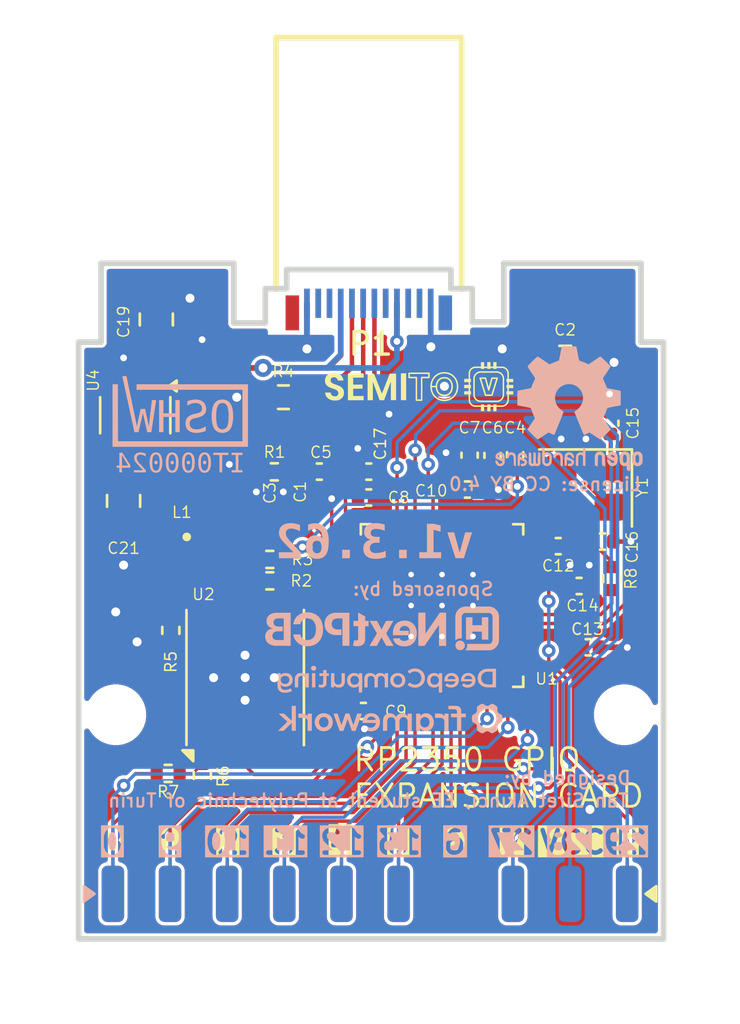
<source format=kicad_pcb>
(kicad_pcb (version 20241229) (generator "pcbnew") (generator_version "9.0")
  (title_block (title "RP2350 GPIO Card V1.3.7 (NextPCB edition)") (date "2025-09-22") (rev "X1") (company "SemiTO-V Student Team, Polytechnic University of Turin") (comment 1 "This work is licensed under a Creative Commons Attribution 4.0 International License") (comment 2 "Authors: Tan Siret Akıncı"))
  (layers (0 "F.Cu" signal) (4 "In1.Cu" signal "GL2.Cu") (6 "In2.Cu" signal "GL3.Cu") (2 "B.Cu" signal) (13 "F.Paste" user) (15 "B.Paste" user) (5 "F.SilkS" user "F.Silkscreen") (7 "B.SilkS" user "B.Silkscreen") (1 "F.Mask" user) (3 "B.Mask" user) (25 "Edge.Cuts" user))
  (net 0 "")
  (net 1 "+1V1")
  (net 2 "VBUS")
  (net 3 "/VREG_AVDD")
  (net 4 "/XIN")
  (net 5 "Net-(C16-Pad1)")
  (net 6 "+3.3V")
  (net 7 "/GPIO27_ADC1")
  (net 8 "/GPIO29_ADC3")
  (net 9 "/GPIO11")
  (net 10 "/QSPI_SS")
  (net 11 "/RUN")
  (net 12 "/GPIO10")
  (net 13 "/GPIO26_ADC0")
  (net 14 "/GPIO9")
  (net 15 "/GPIO8")
  (net 16 "/GPIO28_ADC2")
  (net 17 "/GPIO2")
  (net 18 "/GPIO1")
  (net 19 "/GPIO5")
  (net 20 "/GPIO4")
  (net 21 "/GPIO6")
  (net 22 "/GPIO0")
  (net 23 "/GPIO3")
  (net 24 "/GPIO7")
  (net 25 "/VREG_LX")
  (net 27 "Net-(P1-CC)")
  (net 28 "/USB_D+")
  (net 29 "/USB_D-")
  (net 30 "Net-(U1-USB_DP)")
  (net 31 "Net-(U1-USB_DM)")
  (net 32 "/FLASH_SS")
  (net 33 "/XOUT")
  (net 34 "/GPIO25")
  (net 35 "/GPIO23")
  (net 36 "/GPIO22")
  (net 37 "/GPIO18")
  (net 38 "/GPIO15")
  (net 39 "/GPIO17")
  (net 40 "/GPIO19")
  (net 41 "/QSPI_SCLK")
  (net 42 "/SWD")
  (net 43 "/GPIO20")
  (net 44 "/SWCLK")
  (net 45 "/GPIO21")
  (net 46 "/QSPI_SD1")
  (net 47 "/GPIO13")
  (net 48 "/GPIO24")
  (net 49 "/GPIO14")
  (net 50 "/QSPI_SD3")
  (net 51 "/GPIO12")
  (net 52 "/QSPI_SD2")
  (net 53 "/GPIO16")
  (net 54 "/QSPI_SD0")
  (net 55 "GND")
  (footprint "Resistor_SMD:R_0603_1608Metric" (layer "F.Cu") (at 99.705183 57.546434 180)
    (property "Reference" "R4")
    (property "Value" "5.1k")
  )
  (footprint "MountingHole:MountingHole_2.2mm_M2" (layer "F.Cu") (at 92.255183 71.646434)
    (property "Reference" "H1" (hide yes))
    (property "Value" "MountingHole")
  )
  (footprint "MountingHole:MountingHole_2.2mm_M2" (layer "F.Cu") (at 114.855183 71.646434)
    (property "Reference" "H2" (hide yes))
    (property "Value" "MountingHole")
  )
  (footprint "Resistor_SMD:R_0402_1005Metric" (layer "F.Cu") (at 114.3 65.6 90)
    (property "Reference" "R8")
    (property "Value" "1k")
  )
  (footprint "Capacitor_SMD:C_0805_2012Metric" (layer "F.Cu") (at 94.055183 54.096434 90)
    (property "Reference" "C19")
    (property "Value" "10u")
  )
  (footprint "Resistor_SMD:R_0402_1005Metric" (layer "F.Cu") (at 94.7 67.9 -90)
    (property "Reference" "R5")
    (property "Value" "DNF")
  )
  (footprint "Crystal:Crystal_SMD_3225-4Pin_3.2x2.5mm" (layer "F.Cu") (at 113.135183 61.576434 180)
    (property "Reference" "Y1")
    (property "Value" "ABM8-272-T3")
  )
  (footprint "RP2350_60QFN_minimal:C_0402_1005Metric_small_pads" (layer "F.Cu") (at 99.7 63.05 90)
    (property "Reference" "C1")
    (property "Value" "4.7u")
  )
  (footprint "Resistor_SMD:R_0402_1005Metric" (layer "F.Cu") (at 94.58 74.25)
    (property "Reference" "R7")
    (property "Value" "DNF")
  )
  (footprint "Capacitor_SMD:C_0402_1005Metric" (layer "F.Cu") (at 103.26 71.48)
    (property "Reference" "C9")
    (property "Value" "100n")
  )
  (footprint "Capacitor_SMD:C_0805_2012Metric" (layer "F.Cu") (at 112.23 56)
    (property "Reference" "C2")
    (property "Value" "10u")
  )
  (footprint "Capacitor_SMD:C_0402_1005Metric" (layer "F.Cu") (at 107.88 61.646434)
    (property "Reference" "C10")
    (property "Value" "100n")
  )
  (footprint "Capacitor_SMD:C_0402_1005Metric" (layer "F.Cu") (at 103.5 60.85 180)
    (property "Reference" "C17")
    (property "Value" "100n")
  )
  (footprint "RP2350CardCustomFootprintsLibrary:Custom_Harwin_M20-89010xx_1x10_P2.54mm_Horizontal" (layer "F.Cu") (at 103.555183 85.125 -90)
    (property "Reference" "J2" (hide yes))
    (property "Value" "Conn_01x10_Pin")
  )
  (footprint "Capacitor_SMD:C_0402_1005Metric" (layer "F.Cu") (at 103.5 62 180)
    (property "Reference" "C8")
    (property "Value" "100n")
  )
  (footprint "RP2350_60QFN_minimal:C_0402_1005Metric_small_pads" (layer "F.Cu") (at 98.5 63.05 90)
    (property "Reference" "C3")
    (property "Value" "4.7u")
  )
  (footprint "Capacitor_SMD:C_0402_1005Metric" (layer "F.Cu") (at 101.3 60.85)
    (property "Reference" "C5")
    (property "Value" "4.7u")
  )
  (footprint "Resistor_SMD:R_0402_1005Metric" (layer "F.Cu") (at 99.1 64.75)
    (property "Reference" "R3")
    (property "Value" "27")
  )
  (footprint "Package_TO_SOT_SMD:SOT-23-5" (layer "F.Cu") (at 93.117683 58.346434 -90)
    (property "Reference" "U4")
    (property "Value" "AP2127K-3.3")
  )
  (footprint "Resistor_SMD:R_0402_1005Metric" (layer "F.Cu") (at 99.3 60.86)
    (property "Reference" "R1")
    (property "Value" "33")
  )
  (footprint "Capacitor_SMD:C_0402_1005Metric" (layer "F.Cu") (at 114.235183 58.7 90)
    (property "Reference" "C15")
    (property "Value" "15p")
  )
  (footprint "Resistor_SMD:R_0402_1005Metric" (layer "F.Cu") (at 99.1 65.7)
    (property "Reference" "R2")
    (property "Value" "27")
  )
  (footprint "Capacitor_SMD:C_0805_2012Metric" (layer "F.Cu") (at 92.6 62.15 -90)
    (property "Reference" "C21")
    (property "Value" "10u")
  )
  (footprint "Capacitor_SMD:C_0402_1005Metric" (layer "F.Cu") (at 111.92 64.16)
    (property "Reference" "C12")
    (property "Value" "100n")
  )
  (footprint "Capacitor_SMD:C_0402_1005Metric" (layer "F.Cu") (at 110.005183 60.096434 90)
    (property "Reference" "C4")
    (property "Value" "100n")
  )
  (footprint "Package_SON:WSON-8-1EP_6x5mm_P1.27mm_EP3.4x4.3mm" (layer "F.Cu") (at 98.005183 69.996434 90)
    (property "Reference" "U2")
    (property "Value" "W25Q128JVS")
  )
  (footprint "easytypec:TYPEC-SMD_TYPEC-950-ARP24" (layer "F.Cu") (at 103.5 53.588934 180)
    (property "Reference" "P1")
    (property "Value" "USB_C_Plug_USB2.0")
    (fp_line (start 4.6 0.862) (end 4.6 -0.662) (stroke (width 0.254)) (layer "Edge.Cuts"))
    (fp_line (start 3.65 1.713) (end 3.65 0.862) (stroke (width 0.254)) (layer "Edge.Cuts"))
    (fp_line (start 3.65 0.862) (end 4.6 0.862) (stroke (width 0.254)) (layer "Edge.Cuts"))
    (fp_line (start -3.65 1.713) (end 3.65 1.713) (stroke (width 0.254)) (layer "Edge.Cuts"))
    (fp_line (start -3.65 0.862) (end -3.65 1.713) (stroke (width 0.254)) (layer "Edge.Cuts"))
    (fp_line (start -4.6 0.862) (end -3.65 0.862) (stroke (width 0.254)) (layer "Edge.Cuts"))
    (fp_line (start -4.6 -0.616) (end -4.6 0.862) (stroke (width 0.254)) (layer "Edge.Cuts"))
  )
  (footprint "Capacitor_SMD:C_0402_1005Metric" (layer "F.Cu") (at 109 60.13 90)
    (property "Reference" "C6")
    (property "Value" "4.7u")
  )
  (footprint "Capacitor_SMD:C_0402_1005Metric" (layer "F.Cu") (at 107.98 60.12 90)
    (property "Reference" "C7")
    (property "Value" "100n")
  )
  (footprint "Capacitor_SMD:C_0402_1005Metric" (layer "F.Cu") (at 113.25 68.65)
    (property "Reference" "C13")
    (property "Value" "100n")
  )
  (footprint "Resistor_SMD:R_0402_1005Metric" (layer "F.Cu") (at 96.1 74.34 90)
    (property "Reference" "R6")
    (property "Value" "0")
  )
  (footprint "Capacitor_SMD:C_0402_1005Metric" (layer "F.Cu") (at 112.847836 65.93)
    (property "Reference" "C14")
    (property "Value" "100n")
  )
  (footprint "Capacitor_SMD:C_0402_1005Metric" (layer "F.Cu") (at 113.885183 63.956434)
    (property "Reference" "C16")
    (property "Value" "15p")
  )
  (footprint "RP2350_60QFN_minimal:RP2350-QFN-60-1EP_7x7_P0.4mm_EP3.4x3.4mm_ThermalVias" (layer "F.Cu") (at 106.755183 66.796434 90)
    (property "Reference" "U1")
    (property "Value" "RP2350_60QFN")
  )
  (footprint "RP2350_60QFN_minimal:L_pol_2016" (layer "F.Cu") (at 96.708211 62.85 90)
    (property "Reference" "L1")
    (property "Value" "3.3u")
  )
  (footprint "Symbol:OSHW-Logo2_7.3x6mm_SilkScreen" (layer "B.Cu") (at 112.4 58.05 180)
    (property "Reference" "REF**" (hide yes))
    (property "Value" "OSHW-Logo2_7.3x6mm_SilkScreen" (hide yes))
  )
  (footprint "RP2350CardCustomFootprintsLibrary:Custom_Harwin_M20-89010xx_1x10_P2.54mm_Horizontal" (layer "B.Cu") (at 103.555183 85.125 -90)
    (property "Reference" "J1" (hide yes))
    (property "Value" "Conn_01x10_Pin")
  )
  (gr_poly (pts (xy 108.830298 57.221235) (xy 108.974117 56.700678) (xy 109.208195 56.700678) (xy 108.972133 57.457463) (xy 108.687471 57.457463) (xy 108.451409 56.700678) (xy 108.685487 56.700678)) (stroke (width 0.067397) (color 255 255 255 1)) (fill no) (layer "F.SilkS"))
  (gr_poly (pts (xy 109.162357 57.868051) (xy 109.163169 57.868113) (xy 109.163969 57.868215) (xy 109.164756 57.868355) (xy 109.165529 57.868534) (xy 109.166288 57.868749) (xy 109.167031 57.869001) (xy 109.167757 57.869287) (xy 109.168465 57.869607) (xy 109.169154 57.86996) (xy 109.169824 57.870345) (xy 109.170473 57.870761) (xy 109.171099 57.871207) (xy 109.171703 57.871681) (xy 109.172284 57.872184) (xy 109.172839 57.872713) (xy 109.173368 57.873268) (xy 109.173871 57.873848) (xy 109.174345 57.874452) (xy 109.174791 57.875079) (xy 109.175207 57.875728) (xy 109.175592 57.876397) (xy 109.175945 57.877087) (xy 109.176265 57.877795) (xy 109.176551 57.878521) (xy 109.176803 57.879264) (xy 109.177018 57.880022) (xy 109.177197 57.880796) (xy 109.177337 57.881583) (xy 109.177439 57.882383) (xy 109.177501 57.883195) (xy 109.177522 57.884018) (xy 109.177522 58.15523) (xy 109.177501 58.156052) (xy 109.177439 58.156864) (xy 109.177337 58.157664) (xy 109.177197 58.158452) (xy 109.177018 58.159225) (xy 109.176803 58.159984) (xy 109.176551 58.160727) (xy 109.176265 58.161453) (xy 109.175945 58.162161) (xy 109.175592 58.16285) (xy 109.175207 58.16352) (xy 109.174791 58.164168) (xy 109.174345 58.164795) (xy 109.173871 58.165399) (xy 109.173368 58.165979) (xy 109.172839 58.166534) (xy 109.172284 58.167064) (xy 109.171703 58.167566) (xy 109.171099 58.168041) (xy 109.170473 58.168487) (xy 109.169824 58.168902) (xy 109.169154 58.169287) (xy 109.168465 58.16964) (xy 109.167757 58.169961) (xy 109.167031 58.170247) (xy 109.166288 58.170498) (xy 109.165529 58.170714) (xy 109.164756 58.170892) (xy 109.163969 58.171033) (xy 109.163169 58.171134) (xy 109.162357 58.171196) (xy 109.161534 58.171217) (xy 109.046799 58.171217) (xy 109.045976 58.171196) (xy 109.045164 58.171134) (xy 109.044364 58.171033) (xy 109.043577 58.170892) (xy 109.042803 58.170714) (xy 109.042045 58.170498) (xy 109.041302 58.170247) (xy 109.040576 58.169961) (xy 109.039868 58.16964) (xy 109.039178 58.169287) (xy 109.038509 58.168902) (xy 109.03786 58.168487) (xy 109.037233 58.168041) (xy 109.03663 58.167566) (xy 109.036049 58.167064) (xy 109.035494 58.166534) (xy 109.034965 58.165979) (xy 109.034462 58.165399) (xy 109.033988 58.164795) (xy 109.033542 58.164168) (xy 109.033126 58.16352) (xy 109.032741 58.16285) (xy 109.032388 58.162161) (xy 109.032068 58.161453) (xy 109.031782 58.160727) (xy 109.03153 58.159984) (xy 109.031315 58.159225) (xy 109.031137 58.158452) (xy 109.030996 58.157664) (xy 109.030894 58.156864) (xy 109.030833 58.156052) (xy 109.030812 58.15523) (xy 109.030812 57.884018) (xy 109.030833 57.883195) (xy 109.030894 57.882383) (xy 109.030996 57.881583) (xy 109.031137 57.880796) (xy 109.031315 57.880022) (xy 109.03153 57.879264) (xy 109.031782 57.878521) (xy 109.032068 57.877795) (xy 109.032388 57.877087) (xy 109.032741 57.876397) (xy 109.033126 57.875728) (xy 109.033542 57.875079) (xy 109.033988 57.874452) (xy 109.034462 57.873848) (xy 109.034965 57.873268) (xy 109.035494 57.872713) (xy 109.036049 57.872184) (xy 109.03663 57.871681) (xy 109.037233 57.871207) (xy 109.03786 57.870761) (xy 109.038509 57.870345) (xy 109.039178 57.86996) (xy 109.039868 57.869607) (xy 109.040576 57.869287) (xy 109.041302 57.869001) (xy 109.042045 57.868749) (xy 109.042803 57.868534) (xy 109.043577 57.868355) (xy 109.044364 57.868215) (xy 109.045164 57.868113) (xy 109.045976 57.868051) (xy 109.046799 57.868031) (xy 109.161534 57.868031)) (fill yes) (layer "F.SilkS"))
  (gr_poly (pts (xy 105.161345 57.677182) (xy 104.926396 57.677637) (xy 104.926396 56.483914) (xy 105.161345 56.48346)) (fill yes) (layer "F.SilkS"))
  (gr_poly (pts (xy 109.430569 56.216848) (xy 109.444587 56.217914) (xy 109.458401 56.219669) (xy 109.471994 56.222096) (xy 109.485348 56.225178) (xy 109.498447 56.228898) (xy 109.511272 56.233238) (xy 109.523807 56.23818) (xy 109.536034 56.243708) (xy 109.547935 56.249803) (xy 109.559495 56.25645) (xy 109.570694 56.263629) (xy 109.581516 56.271325) (xy 109.591943 56.279519) (xy 109.601959 56.288195) (xy 109.611545 56.297335) (xy 109.620685 56.306921) (xy 109.62936 56.316936) (xy 109.637555 56.327364) (xy 109.64525 56.338186) (xy 109.65243 56.349385) (xy 109.659076 56.360944) (xy 109.665172 56.372846) (xy 109.6707 56.385073) (xy 109.675642 56.397607) (xy 109.679982 56.410433) (xy 109.683701 56.423531) (xy 109.686783 56.436886) (xy 109.689211 56.450478) (xy 109.690966 56.464292) (xy 109.692032 56.47831) (xy 109.692391 56.492515) (xy 109.692391 57.665625) (xy 109.692032 57.679829) (xy 109.690966 57.693847) (xy 109.689211 57.707661) (xy 109.686783 57.721254) (xy 109.683701 57.734608) (xy 109.679982 57.747707) (xy 109.675642 57.760532) (xy 109.6707 57.773067) (xy 109.665172 57.785294) (xy 109.659076 57.797195) (xy 109.65243 57.808754) (xy 109.64525 57.819954) (xy 109.637555 57.830776) (xy 109.62936 57.841203) (xy 109.620685 57.851219) (xy 109.611545 57.860805) (xy 109.601959 57.869944) (xy 109.591943 57.87862) (xy 109.581516 57.886814) (xy 109.570694 57.89451) (xy 109.559495 57.90169) (xy 109.547935 57.908336) (xy 109.536034 57.914432) (xy 109.523807 57.919959) (xy 109.511272 57.924902) (xy 109.498447 57.929241) (xy 109.485348 57.932961) (xy 109.471994 57.936043) (xy 109.458401 57.938471) (xy 109.444587 57.940226) (xy 109.430569 57.941292) (xy 109.416365 57.941651) (xy 108.243238 57.941651) (xy 108.229034 57.941292) (xy 108.215016 57.940226) (xy 108.201202 57.938471) (xy 108.18761 57.936043) (xy 108.174255 57.932961) (xy 108.161157 57.929241) (xy 108.148331 57.924902) (xy 108.135797 57.919959) (xy 108.12357 57.914432) (xy 108.111668 57.908336) (xy 108.100109 57.90169) (xy 108.08891 57.89451) (xy 108.078088 57.886814) (xy 108.06766 57.87862) (xy 108.057645 57.869944) (xy 108.048058 57.860805) (xy 108.038919 57.851219) (xy 108.030243 57.841203) (xy 108.022049 57.830776) (xy 108.014353 57.819954) (xy 108.007173 57.808754) (xy 108.000527 57.797195) (xy 107.994431 57.785294) (xy 107.988904 57.773067) (xy 107.983961 57.760532) (xy 107.979622 57.747707) (xy 107.975902 57.734608) (xy 107.97282 57.721254) (xy 107.970393 57.707661) (xy 107.968637 57.693847) (xy 107.967571 57.679829) (xy 107.967212 57.665625) (xy 107.967212 56.492515) (xy 107.967571 56.47831) (xy 107.968637 56.464292) (xy 107.970393 56.450478) (xy 107.97282 56.436886) (xy 107.975902 56.423531) (xy 107.979622 56.410433) (xy 107.983961 56.397607) (xy 107.988904 56.385073) (xy 107.994431 56.372846) (xy 108.000527 56.360944) (xy 108.007173 56.349385) (xy 108.014353 56.338186) (xy 108.022049 56.327364) (xy 108.030243 56.316936) (xy 108.038919 56.306921) (xy 108.048058 56.297335) (xy 108.057645 56.288195) (xy 108.06766 56.279519) (xy 108.078088 56.271325) (xy 108.08891 56.263629) (xy 108.100109 56.25645) (xy 108.111668 56.249803) (xy 108.12357 56.243708) (xy 108.135797 56.23818) (xy 108.148331 56.233238) (xy 108.161157 56.228898) (xy 108.174255 56.225178) (xy 108.18761 56.222096) (xy 108.201202 56.219669) (xy 108.215016 56.217914) (xy 108.229034 56.216848) (xy 108.243238 56.216488) (xy 109.416365 56.216488)) (stroke (width 0.067349) (color 255 255 255 1)) (fill no) (layer "F.SilkS"))
  (gr_poly (pts (xy 108.024264 56.999128) (xy 108.025076 56.99919) (xy 108.025876 56.999292) (xy 108.026663 56.999432) (xy 108.027436 56.999611) (xy 108.028195 56.999826) (xy 108.028938 57.000078) (xy 108.029664 57.000364) (xy 108.030372 57.000684) (xy 108.031061 57.001037) (xy 108.031731 57.001422) (xy 108.032379 57.001838) (xy 108.033006 57.002284) (xy 108.03361 57.002758) (xy 108.03419 57.003261) (xy 108.034745 57.00379) (xy 108.035275 57.004345) (xy 108.035777 57.004925) (xy 108.036252 57.005529) (xy 108.036697 57.006156) (xy 108.037113 57.006805) (xy 108.037498 57.007474) (xy 108.037851 57.008164) (xy 108.038171 57.008872) (xy 108.038458 57.009598) (xy 108.038709 57.01034) (xy 108.038924 57.011099) (xy 108.039103 57.011873) (xy 108.039244 57.01266) (xy 108.039345 57.01346) (xy 108.039407 57.014272) (xy 108.039428 57.015094) (xy 108.039428 57.129831) (xy 108.039407 57.130653) (xy 108.039345 57.131465) (xy 108.039244 57.132265) (xy 108.039103 57.133052) (xy 108.038924 57.133826) (xy 108.038709 57.134584) (xy 108.038458 57.135327) (xy 108.038171 57.136053) (xy 108.037851 57.136761) (xy 108.037498 57.137451) (xy 108.037113 57.13812) (xy 108.036697 57.138769) (xy 108.036252 57.139396) (xy 108.035777 57.14) (xy 108.035275 57.14058) (xy 108.034745 57.141135) (xy 108.03419 57.141664) (xy 108.03361 57.142167) (xy 108.033006 57.142641) (xy 108.032379 57.143087) (xy 108.031731 57.143503) (xy 108.031061 57.143888) (xy 108.030372 57.144241) (xy 108.029664 57.144561) (xy 108.028938 57.144847) (xy 108.028195 57.145099) (xy 108.027436 57.145314) (xy 108.026663 57.145493) (xy 108.025876 57.145633) (xy 108.025076 57.145735) (xy 108.024264 57.145797) (xy 108.023441 57.145817) (xy 107.752214 57.145817) (xy 107.751392 57.145797) (xy 107.75058 57.145735) (xy 107.74978 57.145633) (xy 107.748992 57.145493) (xy 107.748219 57.145314) (xy 107.74746 57.145099) (xy 107.746717 57.144847) (xy 107.745991 57.144561) (xy 107.745283 57.144241) (xy 107.744594 57.143888) (xy 107.743924 57.143503) (xy 107.743276 57.143087) (xy 107.742649 57.142641) (xy 107.742045 57.142167) (xy 107.741465 57.141664) (xy 107.74091 57.141135) (xy 107.74038 57.14058) (xy 107.739878 57.14) (xy 107.739403 57.139396) (xy 107.738958 57.138769) (xy 107.738542 57.13812) (xy 107.738157 57.137451) (xy 107.737804 57.136761) (xy 107.737484 57.136053) (xy 107.737197 57.135327) (xy 107.736946 57.134584) (xy 107.736731 57.133826) (xy 107.736552 57.133052) (xy 107.736412 57.132265) (xy 107.73631 57.131465) (xy 107.736248 57.130653) (xy 107.736227 57.129831) (xy 107.736227 57.015094) (xy 107.736248 57.014272) (xy 107.73631 57.01346) (xy 107.736412 57.01266) (xy 107.736552 57.011873) (xy 107.736731 57.011099) (xy 107.736946 57.01034) (xy 107.737197 57.009598) (xy 107.737484 57.008872) (xy 107.737804 57.008164) (xy 107.738157 57.007474) (xy 107.738542 57.006805) (xy 107.738958 57.006156) (xy 107.739403 57.005529) (xy 107.739878 57.004925) (xy 107.74038 57.004345) (xy 107.74091 57.00379) (xy 107.741465 57.003261) (xy 107.742045 57.002758) (xy 107.742649 57.002284) (xy 107.743276 57.001838) (xy 107.743924 57.001422) (xy 107.744594 57.001037) (xy 107.745283 57.000684) (xy 107.745991 57.000364) (xy 107.746717 57.000078) (xy 107.74746 56.999826) (xy 107.748219 56.999611) (xy 107.748992 56.999432) (xy 107.74978 56.999292) (xy 107.75058 56.99919) (xy 107.751392 56.999128) (xy 107.752214 56.999108) (xy 108.023441 56.999108)) (fill yes) (layer "F.SilkS"))
  (gr_poly (pts (xy 104.713109 57.67805) (xy 104.479827 57.678501) (xy 104.479827 56.855069) (xy 104.181558 57.679079) (xy 103.978269 57.679472) (xy 103.68 56.86) (xy 103.68 57.68005) (xy 103.445051 57.680505) (xy 103.445051 56.500309) (xy 103.729989 56.499757) (xy 104.083245 57.386756) (xy 104.429837 56.498401) (xy 104.713109 56.497853)) (fill yes) (layer "F.SilkS"))
  (gr_poly (pts (xy 108.027389 57.2801) (xy 108.028201 57.280162) (xy 108.029001 57.280263) (xy 108.029788 57.280404) (xy 108.030562 57.280582) (xy 108.03132 57.280798) (xy 108.032063 57.281049) (xy 108.032789 57.281336) (xy 108.033497 57.281656) (xy 108.034187 57.282009) (xy 108.034856 57.282394) (xy 108.035505 57.28281) (xy 108.036131 57.283255) (xy 108.036735 57.28373) (xy 108.037315 57.284232) (xy 108.037871 57.284762) (xy 108.0384 57.285317) (xy 108.038903 57.285897) (xy 108.039377 57.286501) (xy 108.039823 57.287128) (xy 108.040239 57.287776) (xy 108.040624 57.288446) (xy 108.040977 57.289135) (xy 108.041297 57.289843) (xy 108.041583 57.290569) (xy 108.041834 57.291312) (xy 108.04205 57.292071) (xy 108.042228 57.292844) (xy 108.042369 57.293631) (xy 108.042471 57.294431) (xy 108.042532 57.295243) (xy 108.042553 57.296066) (xy 108.042553 57.410802) (xy 108.042532 57.411625) (xy 108.042471 57.412437) (xy 108.042369 57.413237) (xy 108.042228 57.414024) (xy 108.04205 57.414797) (xy 108.041834 57.415556) (xy 108.041583 57.416299) (xy 108.041297 57.417025) (xy 108.040977 57.417733) (xy 108.040624 57.418422) (xy 108.040239 57.419092) (xy 108.039823 57.41974) (xy 108.039377 57.420367) (xy 108.038903 57.420971) (xy 108.0384 57.421551) (xy 108.037871 57.422107) (xy 108.037315 57.422636) (xy 108.036735 57.423138) (xy 108.036131 57.423613) (xy 108.035505 57.424059) (xy 108.034856 57.424474) (xy 108.034187 57.424859) (xy 108.033497 57.425212) (xy 108.032789 57.425533) (xy 108.032063 57.425819) (xy 108.03132 57.42607) (xy 108.030562 57.426286) (xy 108.029788 57.426464) (xy 108.029001 57.426605) (xy 108.028201 57.426706) (xy 108.027389 57.426768) (xy 108.026566 57.426789) (xy 107.75534 57.426789) (xy 107.754517 57.426768) (xy 107.753705 57.426706) (xy 107.752905 57.426605) (xy 107.752118 57.426464) (xy 107.751344 57.426286) (xy 107.750586 57.42607) (xy 107.749843 57.425819) (xy 107.749117 57.425533) (xy 107.748409 57.425212) (xy 107.747719 57.424859) (xy 107.74705 57.424474) (xy 107.746401 57.424059) (xy 107.745774 57.423613) (xy 107.74517 57.423138) (xy 107.74459 57.422636) (xy 107.744035 57.422107) (xy 107.743506 57.421551) (xy 107.743003 57.420971) (xy 107.742529 57.420367) (xy 107.742083 57.41974) (xy 107.741667 57.419092) (xy 107.741282 57.418422) (xy 107.740929 57.417733) (xy 107.740609 57.417025) (xy 107.740323 57.416299) (xy 107.740072 57.415556) (xy 107.739856 57.414797) (xy 107.739678 57.414024) (xy 107.739537 57.413237) (xy 107.739435 57.412437) (xy 107.739374 57.411625) (xy 107.739353 57.410802) (xy 107.739353 57.296066) (xy 107.739374 57.295243) (xy 107.739435 57.294431) (xy 107.739537 57.293631) (xy 107.739678 57.292844) (xy 107.739856 57.292071) (xy 107.740072 57.291312) (xy 107.740323 57.290569) (xy 107.740609 57.289843) (xy 107.740929 57.289135) (xy 107.741282 57.288446) (xy 107.741667 57.287776) (xy 107.742083 57.287128) (xy 107.742529 57.286501) (xy 107.743003 57.285897) (xy 107.743506 57.285317) (xy 107.744035 57.284762) (xy 107.74459 57.284232) (xy 107.74517 57.28373) (xy 107.745774 57.283255) (xy 107.746401 57.28281) (xy 107.74705 57.282394) (xy 107.747719 57.282009) (xy 107.748409 57.281656) (xy 107.749117 57.281336) (xy 107.749843 57.281049) (xy 107.750586 57.280798) (xy 107.751344 57.280582) (xy 107.752118 57.280404) (xy 107.752905 57.280263) (xy 107.753705 57.280162) (xy 107.754517 57.2801) (xy 107.75534 57.280079) (xy 108.026566 57.280079)) (fill yes) (layer "F.SilkS"))
  (gr_poly (pts (xy 101.973404 56.47308) (xy 101.995834 56.474106) (xy 102.017665 56.475848) (xy 102.038897 56.478303) (xy 102.059531 56.481473) (xy 102.079566 56.485358) (xy 102.099002 56.489957) (xy 102.117839 56.495271) (xy 102.136077 56.501299) (xy 102.153716 56.508041) (xy 102.170757 56.515498) (xy 102.187199 56.523669) (xy 102.203042 56.532555) (xy 102.218286 56.542156) (xy 102.232931 56.552471) (xy 102.246977 56.5635) (xy 102.260555 56.575124) (xy 102.273378 56.587226) (xy 102.285445 56.599804) (xy 102.296758 56.612859) (xy 102.307316 56.626392) (xy 102.317118 56.640401) (xy 102.326166 56.654888) (xy 102.334458 56.669852) (xy 102.341996 56.685292) (xy 102.348778 56.70121) (xy 102.354805 56.717604) (xy 102.360078 56.734476) (xy 102.364595 56.751824) (xy 102.368357 56.76965) (xy 102.371364 56.787953) (xy 102.373616 56.806732) (xy 102.120338 56.807222) (xy 102.118958 56.799286) (xy 102.117318 56.791535) (xy 102.115417 56.78397) (xy 102.113256 56.77659) (xy 102.110835 56.769395) (xy 102.108153 56.762386) (xy 102.105211 56.755562) (xy 102.102009 56.748924) (xy 102.098546 56.742471) (xy 102.094823 56.736204) (xy 102.090839 56.730122) (xy 102.086595 56.724226) (xy 102.082091 56.718515) (xy 102.077327 56.712989) (xy 102.072302 56.707649) (xy 102.067016 56.702494) (xy 102.061477 56.697386) (xy 102.055691 56.692609) (xy 102.049657 56.688162) (xy 102.043376 56.684046) (xy 102.036847 56.680261) (xy 102.030071 56.676807) (xy 102.023048 56.673683) (xy 102.015777 56.67089) (xy 102.008259 56.668428) (xy 102.000494 56.666296) (xy 101.992482 56.664495) (xy 101.984222 56.663025) (xy 101.975714 56.661886) (xy 101.96696 56.661077) (xy 101.957958 56.660599) (xy 101.948708 56.660452) (xy 101.940683 56.660606) (xy 101.932852 56.661038) (xy 101.925217 56.661746) (xy 101.917778 56.662731) (xy 101.910533 56.663994) (xy 101.903484 56.665533) (xy 101.89663 56.667349) (xy 101.889971 56.669443) (xy 101.883508 56.671813) (xy 101.877239 56.674461) (xy 101.871167 56.677385) (xy 101.865289 56.680587) (xy 101.859607 56.684065) (xy 101.854119 56.687821) (xy 101.848828 56.691853) (xy 101.843731 56.696163) (xy 101.838888 56.700525) (xy 101.834358 56.705137) (xy 101.83014 56.71) (xy 101.826235 56.715113) (xy 101.822642 56.720476) (xy 101.819361 56.72609) (xy 101.816393 56.731954) (xy 101.813738 56.738068) (xy 101.811394 56.744433) (xy 101.809364 56.751049) (xy 101.807645 56.757914) (xy 101.806239 56.76503) (xy 101.805146 56.772397) (xy 101.804365 56.780014) (xy 101.803896 56.787881) (xy 101.80374 56.795999) (xy 101.803857 56.802485) (xy 101.804208 56.808838) (xy 101.804794 56.815059) (xy 101.805614 56.821147) (xy 101.806669 56.827102) (xy 101.807958 56.832925) (xy 101.809481 56.838616) (xy 101.811238 56.844173) (xy 101.81323 56.849599) (xy 101.815456 56.854891) (xy 101.817916 56.860051) (xy 101.820611 56.865079) (xy 101.82354 56.869974) (xy 101.826704 56.874736) (xy 101.830101 56.879366) (xy 101.833733 56.883863) (xy 101.837749 56.888036) (xy 101.841883 56.892116) (xy 101.846133 56.896104) (xy 101.850501 56.899999) (xy 101.854985 56.903801) (xy 101.859587 56.907511) (xy 101.864306 56.911128) (xy 101.869142 56.914652) (xy 101.874096 56.918084) (xy 101.879166 56.921422) (xy 101.884354 56.924669) (xy 101.889659 56.927822) (xy 101.895081 56.930883) (xy 101.90062 56.933851) (xy 101.906276 56.936726) (xy 101.912049 56.939509) (xy 101.924651 56.945059) (xy 101.938294 56.950766) (xy 101.952978 56.956629) (xy 101.968704 56.962649) (xy 101.985471 56.968825) (xy 102.00328 56.975157) (xy 102.02213 56.981646) (xy 102.042021 56.988292) (xy 102.069672 56.998304) (xy 102.095968 57.00816) (xy 102.120911 57.017861) (xy 102.144499 57.027405) (xy 102.166734 57.036794) (xy 102.187615 57.046026) (xy 102.207142 57.055103) (xy 102.225315 57.064024) (xy 102.234186 57.068584) (xy 102.242889 57.073422) (xy 102.251422 57.078537) (xy 102.259786 57.08393) (xy 102.267981 57.089601) (xy 102.276007 57.09555) (xy 102.283863 57.101776) (xy 102.29155 57.10828) (xy 102.299068 57.115062) (xy 102.306417 57.122122) (xy 102.313596 57.129459) (xy 102.320606 57.137074) (xy 102.327447 57.144967) (xy 102.334119 57.153137) (xy 102.340622 57.161585) (xy 102.346955 57.170311) (xy 102.353008 57.179348) (xy 102.358671 57.188728) (xy 102.363944 57.198454) (xy 102.368825 57.208523) (xy 102.373316 57.218937) (xy 102.377417 57.229694) (xy 102.381127 57.240797) (xy 102.384447 57.252243) (xy 102.387376 57.264033) (xy 102.389914 57.276168) (xy 102.392062 57.288647) (xy 102.39382 57.301471) (xy 102.395186 57.314638) (xy 102.396163 57.32815) (xy 102.396749 57.342006) (xy 102.396944 57.356206) (xy 102.396944 57.356203) (xy 102.396769 57.367564) (xy 102.396241 57.378819) (xy 102.395363 57.38997) (xy 102.394133 57.401015) (xy 102.392551 57.411956) (xy 102.390618 57.422791) (xy 102.388333 57.433522) (xy 102.385697 57.444148) (xy 102.38271 57.454668) (xy 102.37937 57.465084) (xy 102.37568 57.475394) (xy 102.371638 57.4856) (xy 102.367244 57.495701) (xy 102.362499 57.505696) (xy 102.357403 57.515587) (xy 102.351955 57.525372) (xy 102.346162 57.534782) (xy 102.34003 57.543968) (xy 102.33356 57.55293) (xy 102.326752 57.561668) (xy 102.319605 57.570182) (xy 102.31212 57.578473) (xy 102.304296 57.586539) (xy 102.296133 57.594381) (xy 102.287633 57.602) (xy 102.278794 57.609395) (xy 102.269616 57.616566) (xy 102.2601 57.623513) (xy 102.250245 57.630236) (xy 102.240052 57.636735) (xy 102.22952 57.64301) (xy 102.21865 57.649062) (xy 102.207461 57.654612) (xy 102.195973 57.659806) (xy 102.184185 57.664643) (xy 102.172098 57.669125) (xy 102.159711 57.67325) (xy 102.147025 57.67702) (xy 102.13404 57.680433) (xy 102.120755 57.683491) (xy 102.107171 57.686192) (xy 102.093287 57.688537) (xy 102.079104 57.690526) (xy 102.064621 57.692159) (xy 102.049839 57.693436) (xy 102.034758 57.694357) (xy 102.019377 57.694921) (xy 102.003697 57.69513) (xy 101.98818 57.694995) (xy 101.972871 57.694529) (xy 101.95777 57.693733) (xy 101.942877 57.692606) (xy 101.928193 57.691148) (xy 101.913717 57.68936) (xy 101.899449 57.687241) (xy 101.885389 57.684791) (xy 101.871538 57.682011) (xy 101.857895 57.6789) (xy 101.844461 57.675459) (xy 101.831235 57.671687) (xy 101.818216 57.667584) (xy 101.805407 57.66315) (xy 101.792805 57.658386) (xy 101.780412 57.653292) (xy 101.768273 57.647675) (xy 101.756433 57.641767) (xy 101.744893 57.635568) (xy 101.733652 57.629077) (xy 101.72271 57.622296) (xy 101.712068 57.615223) (xy 101.701725 57.607859) (xy 101.691682 57.600203) (xy 101.681938 57.592257) (xy 101.672493 57.584019) (xy 101.663348 57.57549) (xy 101.654502 57.56667) (xy 101.645956 57.557559) (xy 101.637709 57.548156) (xy 101.629761 57.538463) (xy 101.622113 57.528478) (xy 101.615018 57.518241) (xy 101.608314 57.507792) (xy 101.602 57.497131) (xy 101.596077 57.486257) (xy 101.590545 57.475172) (xy 101.585402 57.463874) (xy 101.580651 57.452365) (xy 101.57629 57.440643) (xy 101.572319 57.428709) (xy 101.568739 57.416564) (xy 101.56555 57.404206) (xy 101.562751 57.391636) (xy 101.560343 57.378854) (xy 101.558325 57.36586) (xy 101.556698 57.352653) (xy 101.555461 57.339235) (xy 101.805407 57.338751) (xy 101.806605 57.347745) (xy 101.808115 57.356552) (xy 101.809937 57.365175) (xy 101.812072 57.373612) (xy 101.814519 57.381863) (xy 101.817279 57.389929) (xy 101.820351 57.397809) (xy 101.823736 57.405503) (xy 101.827433 57.413012) (xy 101.831443 57.420336) (xy 101.835765 57.427474) (xy 101.840399 57.434426) (xy 101.845346 57.441193) (xy 101.850605 57.447774) (xy 101.856177 57.45417) (xy 101.862061 57.46038) (xy 101.868433 57.466101) (xy 101.875053 57.471451) (xy 101.88192 57.476431) (xy 101.889034 57.481041) (xy 101.896396 57.48528) (xy 101.904005 57.489149) (xy 101.911861 57.492647) (xy 101.919965 57.495775) (xy 101.928316 57.498533) (xy 101.936915 57.500921) (xy 101.94576 57.502938) (xy 101.954853 57.504584) (xy 101.964194 57.505861) (xy 101.973782 57.506767) (xy 101.983617 57.507302) (xy 101.993699 57.507468) (xy 102.002727 57.507299) (xy 102.011482 57.506826) (xy 102.019963 57.50605) (xy 102.028171 57.504971) (xy 102.036106 57.503589) (xy 102.043767 57.501903) (xy 102.051154 57.499914) (xy 102.058269 57.497622) (xy 102.06511 57.495026) (xy 102.071677 57.492127) (xy 102.077972 57.488925) (xy 102.083992 57.485419) (xy 102.08974 57.48161) (xy 102.095214 57.477498) (xy 102.100415 57.473082) (xy 102.105342 57.468363) (xy 102.110185 57.463196) (xy 102.114715 57.457857) (xy 102.118933 57.452347) (xy 102.122838 57.446666) (xy 102.126431 57.440814) (xy 102.129711 57.434791) (xy 102.13268 57.428596) (xy 102.135335 57.422231) (xy 102.137678 57.415695) (xy 102.139709 57.408987) (xy 102.141428 57.402108) (xy 102.142834 57.395058) (xy 102.143927 57.387837) (xy 102.144708 57.380445) (xy 102.145177 57.372881) (xy 102.145333 57.365147) (xy 102.145209 57.358252) (xy 102.144838 57.351516) (xy 102.14422 57.344939) (xy 102.143354 57.33852) (xy 102.142241 57.332261) (xy 102.140881 57.326161) (xy 102.139273 57.32022) (xy 102.137418 57.314438) (xy 102.135316 57.308814) (xy 102.132966 57.30335) (xy 102.130369 57.298045) (xy 102.127524 57.292898) (xy 102.124433 57.287911) (xy 102.121093 57.283082) (xy 102.117507 57.278413) (xy 102.113673 57.273902) (xy 102.109651 57.269319) (xy 102.105498 57.264856) (xy 102.101215 57.260512) (xy 102.096802 57.256287) (xy 102.092258 57.252181) (xy 102.087585 57.248194) (xy 102.082781 57.244326) (xy 102.077848 57.240577) (xy 102.072783 57.236948) (xy 102.067589 57.233438) (xy 102.062265 57.230047) (xy 102.05681 57.226775) (xy 102.051226 57.223622) (xy 102.045511 57.220589) (xy 102.039666 57.217674) (xy 102.03369 57.214879) (xy 102.021037 57.209303) (xy 102.007238 57.203517) (xy 101.992293 57.197523) (xy 101.976203 57.191319) (xy 101.958967 57.184906) (xy 101.940586 57.178283) (xy 101.921059 57.171452) (xy 101.900386 57.164412) (xy 101.873517 57.155191) (xy 101.847897 57.14602) (xy 101.823528 57.1369) (xy 101.800408 57.12783) (xy 101.778538 57.118811) (xy 101.757917 57.109842) (xy 101.738546 57.100924) (xy 101.720425 57.092055) (xy 101.711755 57.087297) (xy 101.703241 57.082287) (xy 101.694884 57.077026) (xy 101.686682 57.071513) (xy 101.678637 57.06575) (xy 101.670748 57.059735) (xy 101.663016 57.053469) (xy 101.655439 57.046951) (xy 101.648019 57.040182) (xy 101.640755 57.033162) (xy 101.633647 57.025891) (xy 101.626695 57.018368) (xy 101.6199 57.010594) (xy 101.613261 57.002569) (xy 101.606778 56.994293) (xy 101.600451 56.985765) (xy 101.594599 56.976946) (xy 101.589125 56.967796) (xy 101.584029 56.958315) (xy 101.57931 56.948503) (xy 101.574968 56.93836) (xy 101.571004 56.927886) (xy 101.567418 56.917081) (xy 101.564209 56.905945) (xy 101.561378 56.894478) (xy 101.558924 56.88268) (xy 101.556847 56.870551) (xy 101.555148 56.858091) (xy 101.553827 56.8453) (xy 101.552883 56.832178) (xy 101.552317 56.818725) (xy 101.552128 56.804941) (xy 101.552551 56.785965) (xy 101.553821 56.767502) (xy 101.555936 56.749553) (xy 101.558898 56.732117) (xy 101.562705 56.715195) (xy 101.567359 56.698786) (xy 101.572859 56.682891) (xy 101.579206 56.667509) (xy 101.586398 56.652641) (xy 101.594437 56.638287) (xy 101.603322 56.624446) (xy 101.613053 56.611118) (xy 101.62363 56.598304) (xy 101.635053 56.586004) (xy 101.647322 56.574217) (xy 101.660438 56.562944) (xy 101.674458 56.552065) (xy 101.689026 56.541885) (xy 101.704139 56.532404) (xy 101.7198 56.523622) (xy 101.736008 56.51554) (xy 101.752762 56.508156) (xy 101.770063 56.501472) (xy 101.78791 56.495486) (xy 101.806305 56.490199) (xy 101.825246 56.485612) (xy 101.844734 56.481724) (xy 101.864768 56.478534) (xy 101.88535 56.476044) (xy 101.906478 56.474253) (xy 101.928153 56.473161) (xy 101.950375 56.472768)) (fill yes) (layer "F.SilkS"))
  (gr_poly (pts (xy 103.271757 56.676491) (xy 102.805191 56.677392) (xy 102.805191 56.986813) (xy 103.221767 56.986008) (xy 103.221767 57.168616) (xy 102.805191 57.169422) (xy 102.805191 57.490679) (xy 103.271756 57.489776) (xy 103.271756 57.68084) (xy 102.570242 57.682198) (xy 102.570242 56.488476) (xy 103.271757 56.487117)) (fill yes) (layer "F.SilkS"))
  (gr_poly (pts (xy 109.908211 56.999128) (xy 109.909023 56.99919) (xy 109.909823 56.999291) (xy 109.910611 56.999432) (xy 109.911384 56.99961) (xy 109.912143 56.999826) (xy 109.912886 57.000077) (xy 109.913612 57.000363) (xy 109.91432 57.000683) (xy 109.915009 57.001037) (xy 109.915679 57.001421) (xy 109.916327 57.001837) (xy 109.916954 57.002283) (xy 109.917558 57.002758) (xy 109.918138 57.00326) (xy 109.918693 57.003789) (xy 109.919223 57.004345) (xy 109.919725 57.004925) (xy 109.9202 57.005529) (xy 109.920646 57.006155) (xy 109.921061 57.006804) (xy 109.921446 57.007474) (xy 109.921799 57.008163) (xy 109.92212 57.008871) (xy 109.922406 57.009597) (xy 109.922657 57.01034) (xy 109.922873 57.011099) (xy 109.923051 57.011872) (xy 109.923192 57.012659) (xy 109.923293 57.013459) (xy 109.923355 57.014271) (xy 109.923376 57.015094) (xy 109.923376 57.12983) (xy 109.923355 57.130653) (xy 109.923293 57.131465) (xy 109.923192 57.132265) (xy 109.923051 57.133052) (xy 109.922873 57.133825) (xy 109.922657 57.134584) (xy 109.922406 57.135327) (xy 109.92212 57.136053) (xy 109.921799 57.136761) (xy 109.921446 57.13745) (xy 109.921061 57.13812) (xy 109.920646 57.138768) (xy 109.9202 57.139395) (xy 109.919725 57.139999) (xy 109.919223 57.140579) (xy 109.918693 57.141134) (xy 109.918138 57.141664) (xy 109.917558 57.142166) (xy 109.916954 57.142641) (xy 109.916327 57.143086) (xy 109.915679 57.143502) (xy 109.915009 57.143887) (xy 109.91432 57.14424) (xy 109.913612 57.14456) (xy 109.912886 57.144847) (xy 109.912143 57.145098) (xy 109.911384 57.145313) (xy 109.910611 57.145492) (xy 109.909823 57.145633) (xy 109.909023 57.145734) (xy 109.908211 57.145796) (xy 109.907389 57.145817) (xy 109.636176 57.145817) (xy 109.635353 57.145796) (xy 109.634542 57.145734) (xy 109.633742 57.145633) (xy 109.632954 57.145492) (xy 109.632181 57.145313) (xy 109.631422 57.145098) (xy 109.630679 57.144847) (xy 109.629953 57.14456) (xy 109.629245 57.14424) (xy 109.628556 57.143887) (xy 109.627886 57.143502) (xy 109.627238 57.143086) (xy 109.626611 57.142641) (xy 109.626007 57.142166) (xy 109.625427 57.141664) (xy 109.624872 57.141134) (xy 109.624342 57.140579) (xy 109.62384 57.139999) (xy 109.623365 57.139395) (xy 109.62292 57.138768) (xy 109.622504 57.13812) (xy 109.622119 57.13745) (xy 109.621766 57.136761) (xy 109.621446 57.136053) (xy 109.621159 57.135327) (xy 109.620908 57.134584) (xy 109.620693 57.133825) (xy 109.620514 57.133052) (xy 109.620374 57.132265) (xy 109.620272 57.131465) (xy 109.62021 57.130653) (xy 109.620189 57.12983) (xy 109.620189 57.015094) (xy 109.62021 57.014271) (xy 109.620272 57.013459) (xy 109.620374 57.012659) (xy 109.620514 57.011872) (xy 109.620693 57.011099) (xy 109.620908 57.01034) (xy 109.621159 57.009597) (xy 109.621446 57.008871) (xy 109.621766 57.008163) (xy 109.622119 57.007474) (xy 109.622504 57.006804) (xy 109.62292 57.006155) (xy 109.623365 57.005529) (xy 109.62384 57.004925) (xy 109.624342 57.004345) (xy 109.624872 57.003789) (xy 109.625427 57.00326) (xy 109.626007 57.002758) (xy 109.626611 57.002283) (xy 109.627238 57.001837) (xy 109.627886 57.001421) (xy 109.628556 57.001037) (xy 109.629245 57.000683) (xy 109.629953 57.000363) (xy 109.630679 57.000077) (xy 109.631422 56.999826) (xy 109.632181 56.99961) (xy 109.632954 56.999432) (xy 109.633742 56.999291) (xy 109.634542 56.99919) (xy 109.635353 56.999128) (xy 109.636176 56.999107) (xy 109.907389 56.999107)) (fill yes) (layer "F.SilkS"))
  (gr_poly (pts (xy 109.162351 55.986944) (xy 109.163163 55.987006) (xy 109.163963 55.987107) (xy 109.16475 55.987248) (xy 109.165524 55.987426) (xy 109.166282 55.987642) (xy 109.167025 55.987893) (xy 109.167751 55.988179) (xy 109.168459 55.9885) (xy 109.169149 55.988853) (xy 109.169818 55.989237) (xy 109.170467 55.989653) (xy 109.171094 55.990099) (xy 109.171697 55.990574) (xy 109.172278 55.991076) (xy 109.172833 55.991605) (xy 109.173362 55.992161) (xy 109.173865 55.992741) (xy 109.174339 55.993345) (xy 109.174785 55.993971) (xy 109.175201 55.99462) (xy 109.175586 55.99529) (xy 109.175939 55.995979) (xy 109.176259 55.996687) (xy 109.176545 55.997413) (xy 109.176797 55.998156) (xy 109.177012 55.998914) (xy 109.17719 55.999688) (xy 109.177331 56.000475) (xy 109.177433 56.001275) (xy 109.177494 56.002087) (xy 109.177515 56.00291) (xy 109.177515 56.274136) (xy 109.177494 56.274959) (xy 109.177433 56.275771) (xy 109.177331 56.276571) (xy 109.17719 56.277358) (xy 109.177012 56.278132) (xy 109.176797 56.27889) (xy 109.176545 56.279633) (xy 109.176259 56.280359) (xy 109.175939 56.281067) (xy 109.175586 56.281757) (xy 109.175201 56.282426) (xy 109.174785 56.283075) (xy 109.174339 56.283702) (xy 109.173865 56.284306) (xy 109.173362 56.284886) (xy 109.172833 56.285441) (xy 109.172278 56.28597) (xy 109.171697 56.286473) (xy 109.171094 56.286947) (xy 109.170467 56.287393) (xy 109.169818 56.287809) (xy 109.169149 56.288194) (xy 109.168459 56.288547) (xy 109.167751 56.288867) (xy 109.167025 56.289153) (xy 109.166282 56.289405) (xy 109.165524 56.28962) (xy 109.16475 56.289799) (xy 109.163963 56.289939) (xy 109.163163 56.290041) (xy 109.162351 56.290103) (xy 109.161528 56.290123) (xy 109.046792 56.290123) (xy 109.04597 56.290103) (xy 109.045158 56.290041) (xy 109.044358 56.289939) (xy 109.04357 56.289799) (xy 109.042797 56.28962) (xy 109.042038 56.289405) (xy 109.041296 56.289153) (xy 109.04057 56.288867) (xy 109.039861 56.288547) (xy 109.039172 56.288194) (xy 109.038503 56.287809) (xy 109.037854 56.287393) (xy 109.037227 56.286947) (xy 109.036623 56.286473) (xy 109.036043 56.28597) (xy 109.035488 56.285441) (xy 109.034959 56.284886) (xy 109.034456 56.284306) (xy 109.033981 56.283702) (xy 109.033536 56.283075) (xy 109.03312 56.282426) (xy 109.032735 56.281757) (xy 109.032382 56.281067) (xy 109.032062 56.280359) (xy 109.031776 56.279633) (xy 109.031524 56.27889) (xy 109.031309 56.278132) (xy 109.03113 56.277358) (xy 109.03099 56.276571) (xy 109.030888 56.275771) (xy 109.030826 56.274959) (xy 109.030805 56.274136) (xy 109.030805 56.00291) (xy 109.030826 56.002087) (xy 109.030888 56.001275) (xy 109.03099 56.000475) (xy 109.03113 55.999688) (xy 109.031309 55.998914) (xy 109.031524 55.998156) (xy 109.031776 55.997413) (xy 109.032062 55.996687) (xy 109.032382 55.995979) (xy 109.032735 55.99529) (xy 109.03312 55.99462) (xy 109.033536 55.993971) (xy 109.033981 55.993345) (xy 109.034456 55.992741) (xy 109.034959 55.992161) (xy 109.035488 55.991605) (xy 109.036043 55.991076) (xy 109.036623 55.990574) (xy 109.037227 55.990099) (xy 109.037854 55.989653) (xy 109.038503 55.989237) (xy 109.039172 55.988853) (xy 109.039861 55.9885) (xy 109.04057 55.988179) (xy 109.041296 55.987893) (xy 109.042038 55.987642) (xy 109.042797 55.987426) (xy 109.04357 55.987248) (xy 109.044358 55.987107) (xy 109.045158 55.987006) (xy 109.04597 55.986944) (xy 109.046792 55.986923) (xy 109.161528 55.986923)) (fill yes) (layer "F.SilkS"))
  (gr_poly (pts (xy 106.174457 56.670872) (xy 105.849527 56.6715) (xy 105.849527 57.675849) (xy 105.614578 57.676305) (xy 105.614578 56.671955) (xy 105.291315 56.672581) (xy 105.291315 56.483208) (xy 106.174457 56.481498)) (stroke (width 0.067351) (color 255 255 255 1)) (fill no) (layer "F.SilkS"))
  (gr_poly (pts (xy 108.613627 55.988642) (xy 108.614439 55.988704) (xy 108.615239 55.988806) (xy 108.616027 55.988946) (xy 108.6168 55.989125) (xy 108.617559 55.98934) (xy 108.618302 55.989591) (xy 108.619028 55.989878) (xy 108.619736 55.990198) (xy 108.620425 55.990551) (xy 108.621095 55.990936) (xy 108.621743 55.991352) (xy 108.62237 55.991797) (xy 108.622974 55.992272) (xy 108.623554 55.992774) (xy 108.624109 55.993304) (xy 108.624639 55.993859) (xy 108.625141 55.994439) (xy 108.625616 55.995043) (xy 108.626061 55.99567) (xy 108.626477 55.996318) (xy 108.626862 55.996988) (xy 108.627215 55.997677) (xy 108.627535 55.998385) (xy 108.627822 55.999111) (xy 108.628073 55.999854) (xy 108.628288 56.000613) (xy 108.628467 56.001386) (xy 108.628607 56.002174) (xy 108.628709 56.002974) (xy 108.628771 56.003785) (xy 108.628792 56.004608) (xy 108.628792 56.275835) (xy 108.628771 56.276657) (xy 108.628709 56.277469) (xy 108.628607 56.278269) (xy 108.628467 56.279057) (xy 108.628288 56.27983) (xy 108.628073 56.280589) (xy 108.627822 56.281332) (xy 108.627535 56.282058) (xy 108.627215 56.282766) (xy 108.626862 56.283455) (xy 108.626477 56.284125) (xy 108.626061 56.284773) (xy 108.625616 56.2854) (xy 108.625141 56.286004) (xy 108.624639 56.286584) (xy 108.624109 56.287139) (xy 108.623554 56.287669) (xy 108.622974 56.288171) (xy 108.62237 56.288646) (xy 108.621743 56.289091) (xy 108.621095 56.289507) (xy 108.620425 56.289892) (xy 108.619736 56.290245) (xy 108.619028 56.290565) (xy 108.618302 56.290852) (xy 108.617559 56.291103) (xy 108.6168 56.291318) (xy 108.616027 56.291497) (xy 108.615239 56.291637) (xy 108.614439 56.291739) (xy 108.613627 56.291801) (xy 108.612805 56.291822) (xy 108.498069 56.291822) (xy 108.497246 56.291801) (xy 108.496434 56.291739) (xy 108.495634 56.291637) (xy 108.494847 56.291497) (xy 108.494073 56.291318) (xy 108.493315 56.291103) (xy 108.492572 56.290852) (xy 108.491846 56.290565) (xy 108.491138 56.290245) (xy 108.490448 56.289892) (xy 108.489779 56.289507) (xy 108.48913 56.289091) (xy 108.488504 56.288646) (xy 108.4879 56.288171) (xy 108.48732 56.287669) (xy 108.486764 56.287139) (xy 108.486235 56.286584) (xy 108.485732 56.286004) (xy 108.485258 56.2854) (xy 108.484812 56.284773) (xy 108.484396 56.284125) (xy 108.484011 56.283455) (xy 108.483658 56.282766) (xy 108.483338 56.282058) (xy 108.483052 56.281332) (xy 108.482801 56.280589) (xy 108.482585 56.27983) (xy 108.482407 56.279057) (xy 108.482266 56.278269) (xy 108.482164 56.277469) (xy 108.482103 56.276657) (xy 108.482082 56.275835) (xy 108.482082 56.004608) (xy 108.482103 56.003785) (xy 108.482164 56.002974) (xy 108.482266 56.002174) (xy 108.482407 56.001386) (xy 108.482585 56.000613) (xy 108.482801 55.999854) (xy 108.483052 55.999111) (xy 108.483338 55.998385) (xy 108.483658 55.997677) (xy 108.484011 55.996988) (xy 108.484396 55.996318) (xy 108.484812 55.99567) (xy 108.485258 55.995043) (xy 108.485732 55.994439) (xy 108.486235 55.993859) (xy 108.486764 55.993304) (xy 108.48732 55.992774) (xy 108.4879 55.992272) (xy 108.488504 55.991797) (xy 108.48913 55.991352) (xy 108.489779 55.990936) (xy 108.490448 55.990551) (xy 108.491138 55.990198) (xy 108.491846 55.989878) (xy 108.492572 55.989591) (xy 108.493315 55.98934) (xy 108.494073 55.989125) (xy 108.494847 55.988946) (xy 108.495634 55.988806) (xy 108.496434 55.988704) (xy 108.497246 55.988642) (xy 108.498069 55.988621) (xy 108.612805 55.988621)) (fill yes) (layer "F.SilkS"))
  (gr_poly (pts (xy 108.89459 57.869479) (xy 108.895402 57.869541) (xy 108.896202 57.869642) (xy 108.896989 57.869783) (xy 108.897763 57.869961) (xy 108.898521 57.870177) (xy 108.899264 57.870428) (xy 108.89999 57.870714) (xy 108.900698 57.871034) (xy 108.901387 57.871387) (xy 108.902057 57.871772) (xy 108.902705 57.872188) (xy 108.903332 57.872634) (xy 108.903936 57.873108) (xy 108.904516 57.873611) (xy 108.905071 57.87414) (xy 108.9056 57.874695) (xy 108.906103 57.875275) (xy 108.906577 57.875879) (xy 108.907023 57.876506) (xy 108.907439 57.877155) (xy 108.907824 57.877824) (xy 108.908177 57.878513) (xy 108.908497 57.879222) (xy 108.908783 57.879948) (xy 108.909035 57.88069) (xy 108.90925 57.881449) (xy 108.909428 57.882222) (xy 108.909569 57.88301) (xy 108.909671 57.88381) (xy 108.909732 57.884621) (xy 108.909753 57.885444) (xy 108.909753 58.156658) (xy 108.909732 58.157481) (xy 108.909671 58.158293) (xy 108.909569 58.159093) (xy 108.909428 58.15988) (xy 108.90925 58.160653) (xy 108.909035 58.161412) (xy 108.908783 58.162155) (xy 108.908497 58.162881) (xy 108.908177 58.163589) (xy 108.907824 58.164278) (xy 108.907439 58.164948) (xy 108.907023 58.165596) (xy 108.906577 58.166223) (xy 108.906103 58.166827) (xy 108.9056 58.167407) (xy 108.905071 58.167962) (xy 108.904516 58.168491) (xy 108.903936 58.168994) (xy 108.903332 58.169468) (xy 108.902705 58.169914) (xy 108.902057 58.17033) (xy 108.901387 58.170715) (xy 108.900698 58.171068) (xy 108.89999 58.171388) (xy 108.899264 58.171674) (xy 108.898521 58.171926) (xy 108.897763 58.172141) (xy 108.896989 58.172319) (xy 108.896202 58.17246) (xy 108.895402 58.172562) (xy 108.89459 58.172623) (xy 108.893768 58.172644) (xy 108.77904 58.172644) (xy 108.778217 58.172623) (xy 108.777406 58.172562) (xy 108.776606 58.17246) (xy 108.775818 58.172319) (xy 108.775045 58.172141) (xy 108.774286 58.171926) (xy 108.773544 58.171674) (xy 108.772818 58.171388) (xy 108.77211 58.171068) (xy 108.77142 58.170715) (xy 108.770751 58.17033) (xy 108.770102 58.169914) (xy 108.769476 58.169468) (xy 108.768872 58.168994) (xy 108.768292 58.168491) (xy 108.767736 58.167962) (xy 108.767207 58.167407) (xy 108.766705 58.166827) (xy 108.76623 58.166223) (xy 108.765784 58.165596) (xy 108.765369 58.164948) (xy 108.764984 58.164278) (xy 108.764631 58.163589) (xy 108.764311 58.162881) (xy 108.764024 58.162155) (xy 108.763773 58.161412) (xy 108.763558 58.160653) (xy 108.763379 58.15988) (xy 108.763239 58.159093) (xy 108.763137 58.158293) (xy 108.763075 58.157481) (xy 108.763054 58.156658) (xy 108.763054 57.885444) (xy 108.763075 57.884621) (xy 108.763137 57.88381) (xy 108.763239 57.88301) (xy 108.763379 57.882222) (xy 108.763558 57.881449) (xy 108.763773 57.88069) (xy 108.764024 57.879948) (xy 108.764311 57.879222) (xy 108.764631 57.878513) (xy 108.764984 57.877824) (xy 108.765369 57.877155) (xy 108.765784 57.876506) (xy 108.76623 57.875879) (xy 108.766705 57.875275) (xy 108.767207 57.874695) (xy 108.767736 57.87414) (xy 108.768292 57.873611) (xy 108.768872 57.873108) (xy 108.769476 57.872634) (xy 108.770102 57.872188) (xy 108.770751 57.871772) (xy 108.77142 57.871387) (xy 108.77211 57.871034) (xy 108.772818 57.870714) (xy 108.773544 57.870428) (xy 108.774286 57.870177) (xy 108.775045 57.869961) (xy 108.775818 57.869783) (xy 108.776606 57.869642) (xy 108.777406 57.869541) (xy 108.778217 57.869479) (xy 108.77904 57.869458) (xy 108.893768 57.869458)) (fill yes) (layer "F.SilkS"))
  (gr_poly (pts (xy 109.905086 57.280087) (xy 109.905898 57.280149) (xy 109.906698 57.28025) (xy 109.907485 57.280391) (xy 109.908258 57.280569) (xy 109.909017 57.280785) (xy 109.90976 57.281036) (xy 109.910486 57.281322) (xy 109.911194 57.281643) (xy 109.911883 57.281996) (xy 109.912553 57.282381) (xy 109.913201 57.282797) (xy 109.913828 57.283242) (xy 109.914432 57.283717) (xy 109.915012 57.284219) (xy 109.915567 57.284749) (xy 109.916097 57.285304) (xy 109.916599 57.285884) (xy 109.917074 57.286488) (xy 109.91752 57.287115) (xy 109.917935 57.287764) (xy 109.91832 57.288433) (xy 109.918673 57.289122) (xy 109.918994 57.289831) (xy 109.91928 57.290557) (xy 109.919531 57.291299) (xy 109.919747 57.292058) (xy 109.919925 57.292832) (xy 109.920066 57.293619) (xy 109.920167 57.294419) (xy 109.920229 57.295231) (xy 109.92025 57.296053) (xy 109.92025 57.410789) (xy 109.920229 57.411612) (xy 109.920167 57.412424) (xy 109.920066 57.413224) (xy 109.919925 57.414011) (xy 109.919747 57.414784) (xy 109.919531 57.415543) (xy 109.91928 57.416286) (xy 109.918994 57.417012) (xy 109.918673 57.41772) (xy 109.91832 57.418409) (xy 109.917935 57.419079) (xy 109.91752 57.419727) (xy 109.917074 57.420354) (xy 109.916599 57.420958) (xy 109.916097 57.421538) (xy 109.915567 57.422093) (xy 109.915012 57.422623) (xy 109.914432 57.423125) (xy 109.913828 57.4236) (xy 109.913201 57.424045) (xy 109.912553 57.424461) (xy 109.911883 57.424846) (xy 109.911194 57.425199) (xy 109.910486 57.425519) (xy 109.90976 57.425806) (xy 109.909017 57.426057) (xy 109.908258 57.426273) (xy 109.907485 57.426451) (xy 109.906698 57.426592) (xy 109.905898 57.426693) (xy 109.905086 57.426755) (xy 109.904263 57.426776) (xy 109.633051 57.426776) (xy 109.632228 57.426755) (xy 109.631416 57.426693) (xy 109.630616 57.426592) (xy 109.629829 57.426451) (xy 109.629055 57.426273) (xy 109.628297 57.426057) (xy 109.627554 57.425806) (xy 109.626828 57.425519) (xy 109.62612 57.425199) (xy 109.625431 57.424846) (xy 109.624761 57.424461) (xy 109.624112 57.424045) (xy 109.623486 57.4236) (xy 109.622882 57.423125) (xy 109.622302 57.422623) (xy 109.621746 57.422093) (xy 109.621217 57.421538) (xy 109.620715 57.420958) (xy 109.62024 57.420354) (xy 109.619794 57.419727) (xy 109.619378 57.419079) (xy 109.618993 57.418409) (xy 109.61864 57.41772) (xy 109.61832 57.417012) (xy 109.618034 57.416286) (xy 109.617783 57.415543) (xy 109.617567 57.414784) (xy 109.617389 57.414011) (xy 109.617248 57.413224) (xy 109.617146 57.412424) (xy 109.617085 57.411612) (xy 109.617064 57.410789) (xy 109.617064 57.296053) (xy 109.617085 57.295231) (xy 109.617146 57.294419) (xy 109.617248 57.293619) (xy 109.617389 57.292832) (xy 109.617567 57.292058) (xy 109.617783 57.291299) (xy 109.618034 57.290557) (xy 109.61832 57.289831) (xy 109.61864 57.289122) (xy 109.618993 57.288433) (xy 109.619378 57.287764) (xy 109.619794 57.287115) (xy 109.62024 57.286488) (xy 109.620715 57.285884) (xy 109.621217 57.285304) (xy 109.621746 57.284749) (xy 109.622302 57.284219) (xy 109.622882 57.283717) (xy 109.623486 57.283242) (xy 109.624112 57.282797) (xy 109.624761 57.282381) (xy 109.625431 57.281996) (xy 109.62612 57.281643) (xy 109.626828 57.281322) (xy 109.627554 57.281036) (xy 109.628297 57.280785) (xy 109.629055 57.280569) (xy 109.629829 57.280391) (xy 109.630616 57.28025) (xy 109.631416 57.280149) (xy 109.632228 57.280087) (xy 109.633051 57.280066) (xy 109.904263 57.280066)) (fill yes) (layer "F.SilkS"))
  (gr_poly (pts (xy 108.025691 56.731376) (xy 108.026503 56.731438) (xy 108.027303 56.73154) (xy 108.02809 56.73168) (xy 108.028863 56.731859) (xy 108.029622 56.732074) (xy 108.030365 56.732326) (xy 108.031091 56.732612) (xy 108.031799 56.732932) (xy 108.032488 56.733285) (xy 108.033158 56.73367) (xy 108.033806 56.734086) (xy 108.034433 56.734532) (xy 108.035037 56.735006) (xy 108.035617 56.735509) (xy 108.036172 56.736038) (xy 108.036702 56.736593) (xy 108.037204 56.737173) (xy 108.037679 56.737777) (xy 108.038125 56.738404) (xy 108.03854 56.739053) (xy 108.038925 56.739722) (xy 108.039278 56.740412) (xy 108.039599 56.74112) (xy 108.039885 56.741846) (xy 108.040136 56.742589) (xy 108.040352 56.743347) (xy 108.04053 56.744121) (xy 108.040671 56.744908) (xy 108.040772 56.745708) (xy 108.040834 56.74652) (xy 108.040855 56.747342) (xy 108.040855 56.862079) (xy 108.040834 56.862901) (xy 108.040772 56.863713) (xy 108.040671 56.864513) (xy 108.04053 56.8653) (xy 108.040352 56.866074) (xy 108.040136 56.866833) (xy 108.039885 56.867575) (xy 108.039599 56.868301) (xy 108.039278 56.869009) (xy 108.038925 56.869699) (xy 108.03854 56.870368) (xy 108.038125 56.871017) (xy 108.037679 56.871644) (xy 108.037204 56.872248) (xy 108.036702 56.872828) (xy 108.036172 56.873383) (xy 108.035617 56.873912) (xy 108.035037 56.874415) (xy 108.034433 56.874889) (xy 108.033806 56.875335) (xy 108.033158 56.875751) (xy 108.032488 56.876136) (xy 108.031799 56.876489) (xy 108.031091 56.876809) (xy 108.030365 56.877095) (xy 108.029622 56.877347) (xy 108.028863 56.877562) (xy 108.02809 56.877741) (xy 108.027303 56.877881) (xy 108.026503 56.877983) (xy 108.025691 56.878045) (xy 108.024868 56.878065) (xy 107.753641 56.878065) (xy 107.752819 56.878045) (xy 107.752007 56.877983) (xy 107.751207 56.877881) (xy 107.750419 56.877741) (xy 107.749646 56.877562) (xy 107.748887 56.877347) (xy 107.748144 56.877095) (xy 107.747418 56.876809) (xy 107.74671 56.876489) (xy 107.746021 56.876136) (xy 107.745351 56.875751) (xy 107.744703 56.875335) (xy 107.744076 56.874889) (xy 107.743472 56.874415) (xy 107.742892 56.873912) (xy 107.742337 56.873383) (xy 107.741807 56.872828) (xy 107.741305 56.872248) (xy 107.74083 56.871644) (xy 107.740385 56.871017) (xy 107.739969 56.870368) (xy 107.739584 56.869699) (xy 107.739231 56.869009) (xy 107.738911 56.868301) (xy 107.738625 56.867575) (xy 107.738373 56.866833) (xy 107.738158 56.866074) (xy 107.737979 56.8653) (xy 107.737839 56.864513) (xy 107.737737 56.863713) (xy 107.737675 56.862901) (xy 107.737655 56.862079) (xy 107.737655 56.747342) (xy 107.737675 56.74652) (xy 107.737737 56.745708) (xy 107.737839 56.744908) (xy 107.737979 56.744121) (xy 107.738158 56.743347) (xy 107.738373 56.742589) (xy 107.738625 56.741846) (xy 107.738911 56.74112) (xy 107.739231 56.740412) (xy 107.739584 56.739722) (xy 107.739969 56.739053) (xy 107.740385 56.738404) (xy 107.74083 56.737777) (xy 107.741305 56.737173) (xy 107.741807 56.736593) (xy 107.742337 56.736038) (xy 107.742892 56.735509) (xy 107.743472 56.735006) (xy 107.744076 56.734532) (xy 107.744703 56.734086) (xy 107.745351 56.73367) (xy 107.746021 56.733285) (xy 107.74671 56.732932) (xy 107.747418 56.732612) (xy 107.748144 56.732326) (xy 107.748887 56.732074) (xy 107.749646 56.731859) (xy 107.750419 56.73168) (xy 107.751207 56.73154) (xy 107.752007 56.731438) (xy 107.752819 56.731376) (xy 107.753641 56.731356) (xy 108.024868 56.731356)) (fill yes) (layer "F.SilkS"))
  (gr_poly (pts (xy 108.894599 55.985517) (xy 108.895411 55.985579) (xy 108.896211 55.98568) (xy 108.896999 55.985821) (xy 108.897772 55.985999) (xy 108.898531 55.986215) (xy 108.899273 55.986466) (xy 108.899999 55.986752) (xy 108.900708 55.987072) (xy 108.901397 55.987425) (xy 108.902066 55.98781) (xy 108.902715 55.988226) (xy 108.903342 55.988672) (xy 108.903946 55.989147) (xy 108.904526 55.989649) (xy 108.905081 55.990178) (xy 108.90561 55.990734) (xy 108.906113 55.991314) (xy 108.906588 55.991918) (xy 108.907033 55.992544) (xy 108.907449 55.993193) (xy 108.907834 55.993862) (xy 108.908187 55.994552) (xy 108.908507 55.99526) (xy 108.908793 55.995986) (xy 108.909045 55.996729) (xy 108.90926 55.997487) (xy 108.909439 55.998261) (xy 108.909579 55.999048) (xy 108.909681 55.999848) (xy 108.909743 56.00066) (xy 108.909764 56.001483) (xy 108.909764 56.272709) (xy 108.909743 56.273532) (xy 108.909681 56.274344) (xy 108.909579 56.275144) (xy 108.909439 56.275931) (xy 108.90926 56.276705) (xy 108.909045 56.277463) (xy 108.908793 56.278206) (xy 108.908507 56.278932) (xy 108.908187 56.27964) (xy 108.907834 56.28033) (xy 108.907449 56.280999) (xy 108.907033 56.281648) (xy 108.906588 56.282275) (xy 108.906113 56.282879) (xy 108.90561 56.283459) (xy 108.905081 56.284014) (xy 108.904526 56.284543) (xy 108.903946 56.285046) (xy 108.903342 56.28552) (xy 108.902715 56.285966) (xy 108.902066 56.286382) (xy 108.901397 56.286767) (xy 108.900708 56.28712) (xy 108.899999 56.28744) (xy 108.899273 56.287726) (xy 108.898531 56.287978) (xy 108.897772 56.288193) (xy 108.896999 56.288371) (xy 108.896211 56.288512) (xy 108.895411 56.288614) (xy 108.894599 56.288675) (xy 108.893777 56.288696) (xy 108.779041 56.288696) (xy 108.778218 56.288675) (xy 108.777406 56.288614) (xy 108.776606 56.288512) (xy 108.775819 56.288371) (xy 108.775045 56.288193) (xy 108.774287 56.287978) (xy 108.773544 56.287726) (xy 108.772818 56.28744) (xy 108.77211 56.28712) (xy 108.77142 56.286767) (xy 108.770751 56.286382) (xy 108.770102 56.285966) (xy 108.769475 56.28552) (xy 108.768872 56.285046) (xy 108.768291 56.284543) (xy 108.767736 56.284014) (xy 108.767207 56.283459) (xy 108.766704 56.282879) (xy 108.76623 56.282275) (xy 108.765784 56.281648) (xy 108.765368 56.280999) (xy 108.764983 56.28033) (xy 108.76463 56.27964) (xy 108.76431 56.278932) (xy 108.764024 56.278206) (xy 108.763772 56.277463) (xy 108.763557 56.276705) (xy 108.763379 56.275931) (xy 108.763238 56.275144) (xy 108.763136 56.274344) (xy 108.763075 56.273532) (xy 108.763054 56.272709) (xy 108.763054 56.001483) (xy 108.763075 56.00066) (xy 108.763136 55.999848) (xy 108.763238 55.999048) (xy 108.763379 55.998261) (xy 108.763557 55.997487) (xy 108.763772 55.996729) (xy 108.764024 55.995986) (xy 108.76431 55.99526) (xy 108.76463 55.994552) (xy 108.764983 55.993862) (xy 108.765368 55.993193) (xy 108.765784 55.992544) (xy 108.76623 55.991918) (xy 108.766704 55.991314) (xy 108.767207 55.990734) (xy 108.767736 55.990178) (xy 108.768291 55.989649) (xy 108.768872 55.989147) (xy 108.769475 55.988672) (xy 108.770102 55.988226) (xy 108.770751 55.98781) (xy 108.77142 55.987425) (xy 108.77211 55.987072) (xy 108.772818 55.986752) (xy 108.773544 55.986466) (xy 108.774287 55.986215) (xy 108.775045 55.985999) (xy 108.775819 55.985821) (xy 108.776606 55.98568) (xy 108.777406 55.985579) (xy 108.778218 55.985517) (xy 108.779041 55.985496) (xy 108.893777 55.985496)) (fill yes) (layer "F.SilkS"))
  (gr_poly (pts (xy 109.199579 56.426582) (xy 109.214736 56.427734) (xy 109.229673 56.429632) (xy 109.24437 56.432257) (xy 109.25881 56.43559) (xy 109.272973 56.439612) (xy 109.28684 56.444304) (xy 109.300394 56.449648) (xy 109.313614 56.455625) (xy 109.326483 56.462216) (xy 109.338982 56.469402) (xy 109.351091 56.477165) (xy 109.362792 56.485486) (xy 109.374067 56.494347) (xy 109.384897 56.503727) (xy 109.395262 56.51361) (xy 109.405144 56.523975) (xy 109.414525 56.534804) (xy 109.423385 56.546079) (xy 109.431706 56.557781) (xy 109.439469 56.56989) (xy 109.446656 56.582389) (xy 109.453247 56.595257) (xy 109.459224 56.608478) (xy 109.464568 56.622031) (xy 109.46926 56.635899) (xy 109.473282 56.650062) (xy 109.476615 56.664502) (xy 109.479239 56.679199) (xy 109.481137 56.694136) (xy 109.48229 56.709293) (xy 109.482678 56.724651) (xy 109.482678 57.433489) (xy 109.48229 57.448847) (xy 109.481137 57.464004) (xy 109.479239 57.478941) (xy 109.476615 57.493638) (xy 109.473282 57.508078) (xy 109.46926 57.522241) (xy 109.464568 57.536108) (xy 109.459224 57.549662) (xy 109.453247 57.562882) (xy 109.446656 57.575751) (xy 109.439469 57.58825) (xy 109.431706 57.600359) (xy 109.423385 57.61206) (xy 109.414525 57.623335) (xy 109.405144 57.634165) (xy 109.395262 57.64453) (xy 109.384897 57.654412) (xy 109.374067 57.663793) (xy 109.362792 57.672653) (xy 109.351091 57.680974) (xy 109.338982 57.688737) (xy 109.326483 57.695924) (xy 109.313614 57.702515) (xy 109.300394 57.708492) (xy 109.28684 57.713836) (xy 109.272973 57.718528) (xy 109.25881 57.72255) (xy 109.24437 57.725882) (xy 109.229673 57.728507) (xy 109.214736 57.730405) (xy 109.199579 57.731558) (xy 109.184221 57.731946) (xy 108.475383 57.731946) (xy 108.460024 57.731558) (xy 108.444868 57.730405) (xy 108.429931 57.728507) (xy 108.415234 57.725882) (xy 108.400794 57.72255) (xy 108.386631 57.718528) (xy 108.372763 57.713836) (xy 108.35921 57.708492) (xy 108.34599 57.702515) (xy 108.333121 57.695924) (xy 108.320622 57.688737) (xy 108.308513 57.680974) (xy 108.296811 57.672653) (xy 108.285537 57.663793) (xy 108.274707 57.654412) (xy 108.264342 57.64453) (xy 108.25446 57.634165) (xy 108.245079 57.623335) (xy 108.236219 57.61206) (xy 108.227898 57.600359) (xy 108.220134 57.58825) (xy 108.212948 57.575751) (xy 108.206357 57.562882) (xy 108.20038 57.549662) (xy 108.195036 57.536108) (xy 108.190344 57.522241) (xy 108.186322 57.508078) (xy 108.182989 57.493638) (xy 108.180365 57.478941) (xy 108.178467 57.464004) (xy 108.177314 57.448847) (xy 108.176926 57.433489) (xy 108.176926 56.724651) (xy 108.177314 56.709293) (xy 108.178467 56.694136) (xy 108.180365 56.679199) (xy 108.182989 56.664502) (xy 108.186322 56.650062) (xy 108.190344 56.635899) (xy 108.195036 56.622031) (xy 108.20038 56.608478) (xy 108.206357 56.595257) (xy 108.212948 56.582389) (xy 108.220134 56.56989) (xy 108.227898 56.557781) (xy 108.236219 56.546079) (xy 108.245079 56.534804) (xy 108.25446 56.523975) (xy 108.264342 56.51361) (xy 108.274707 56.503727) (xy 108.285537 56.494347) (xy 108.296811 56.485486) (xy 108.308513 56.477165) (xy 108.320622 56.469402) (xy 108.333121 56.462216) (xy 108.34599 56.455625) (xy 108.35921 56.449648) (xy 108.372763 56.444304) (xy 108.386631 56.439612) (xy 108.400794 56.43559) (xy 108.415234 56.432257) (xy 108.429931 56.429632) (xy 108.444868 56.427734) (xy 108.460024 56.426582) (xy 108.475383 56.426193) (xy 109.184221 56.426193)) (stroke (width 0.067349) (color 255 255 255 1)) (fill no) (layer "F.SilkS"))
  (gr_poly (pts (xy 108.61364 57.866353) (xy 108.614452 57.866415) (xy 108.615252 57.866517) (xy 108.616039 57.866657) (xy 108.616813 57.866836) (xy 108.617571 57.867051) (xy 108.618314 57.867303) (xy 108.61904 57.867589) (xy 108.619748 57.867909) (xy 108.620438 57.868262) (xy 108.621107 57.868647) (xy 108.621756 57.869063) (xy 108.622383 57.869509) (xy 108.622987 57.869983) (xy 108.623567 57.870486) (xy 108.624122 57.871015) (xy 108.624651 57.87157) (xy 108.625154 57.87215) (xy 108.625629 57.872754) (xy 108.626074 57.873381) (xy 108.62649 57.87403) (xy 108.626875 57.874699) (xy 108.627228 57.875388) (xy 108.627548 57.876097) (xy 108.627835 57.876823) (xy 108.628086 57.877565) (xy 108.628301 57.878324) (xy 108.62848 57.879098) (xy 108.628621 57.879885) (xy 108.628722 57.880685) (xy 108.628784 57.881497) (xy 108.628805 57.88232) (xy 108.628805 58.153532) (xy 108.628784 58.154354) (xy 108.628722 58.155166) (xy 108.628621 58.155966) (xy 108.62848 58.156754) (xy 108.628301 58.157527) (xy 108.628086 58.158286) (xy 108.627835 58.159029) (xy 108.627548 58.159755) (xy 108.627228 58.160463) (xy 108.626875 58.161152) (xy 108.62649 58.161822) (xy 108.626074 58.16247) (xy 108.625629 58.163097) (xy 108.625154 58.163701) (xy 108.624651 58.164281) (xy 108.624122 58.164836) (xy 108.623567 58.165366) (xy 108.622987 58.165868) (xy 108.622383 58.166343) (xy 108.621756 58.166788) (xy 108.621107 58.167204) (xy 108.620438 58.167589) (xy 108.619748 58.167942) (xy 108.61904 58.168262) (xy 108.618314 58.168549) (xy 108.617571 58.1688) (xy 108.616813 58.169015) (xy 108.616039 58.169194) (xy 108.615252 58.169334) (xy 108.614452 58.169436) (xy 108.61364 58.169498) (xy 108.612817 58.169519) (xy 108.498082 58.169519) (xy 108.497259 58.169498) (xy 108.496447 58.169436) (xy 108.495647 58.169334) (xy 108.49486 58.169194) (xy 108.494087 58.169015) (xy 108.493328 58.1688) (xy 108.492585 58.168549) (xy 108.491859 58.168262) (xy 108.491151 58.167942) (xy 108.490462 58.167589) (xy 108.489792 58.167204) (xy 108.489144 58.166788) (xy 108.488517 58.166343) (xy 108.487913 58.165868) (xy 108.487333 58.165366) (xy 108.486777 58.164836) (xy 108.486248 58.164281) (xy 108.485746 58.163701) (xy 108.485271 58.163097) (xy 108.484825 58.16247) (xy 108.484409 58.161822) (xy 108.484025 58.161152) (xy 108.483671 58.160463) (xy 108.483351 58.159755) (xy 108.483065 58.159029) (xy 108.482814 58.158286) (xy 108.482598 58.157527) (xy 108.48242 58.156754) (xy 108.482279 58.155966) (xy 108.482178 58.155166) (xy 108.482116 58.154354) (xy 108.482095 58.153532) (xy 108.482095 57.88232) (xy 108.482116 57.881497) (xy 108.482178 57.880685) (xy 108.482279 57.879885) (xy 108.48242 57.879098) (xy 108.482598 57.878324) (xy 108.482814 57.877565) (xy 108.483065 57.876823) (xy 108.483351 57.876097) (xy 108.483671 57.875388) (xy 108.484025 57.874699) (xy 108.484409 57.87403) (xy 108.484825 57.873381) (xy 108.485271 57.872754) (xy 108.485746 57.87215) (xy 108.486248 57.87157) (xy 108.486777 57.871015) (xy 108.487333 57.870486) (xy 108.487913 57.869983) (xy 108.488517 57.869509) (xy 108.489144 57.869063) (xy 108.489792 57.868647) (xy 108.490462 57.868262) (xy 108.491151 57.867909) (xy 108.491859 57.867589) (xy 108.492585 57.867303) (xy 108.493328 57.867051) (xy 108.494087 57.866836) (xy 108.49486 57.866657) (xy 108.495647 57.866517) (xy 108.496447 57.866415) (xy 108.497259 57.866353) (xy 108.498082 57.866333) (xy 108.612817 57.866333)) (fill yes) (layer "F.SilkS"))
  (gr_poly (pts (xy 109.906784 56.73137) (xy 109.907596 56.731432) (xy 109.908396 56.731534) (xy 109.909183 56.731674) (xy 109.909957 56.731853) (xy 109.910715 56.732068) (xy 109.911458 56.73232) (xy 109.912184 56.732606) (xy 109.912892 56.732926) (xy 109.913582 56.733279) (xy 109.914251 56.733664) (xy 109.9149 56.73408) (xy 109.915527 56.734526) (xy 109.91613 56.735) (xy 109.916711 56.735503) (xy 109.917266 56.736032) (xy 109.917795 56.736587) (xy 109.918298 56.737167) (xy 109.918772 56.737771) (xy 109.919218 56.738398) (xy 109.919634 56.739047) (xy 109.920019 56.739716) (xy 109.920372 56.740406) (xy 109.920692 56.741114) (xy 109.920978 56.74184) (xy 109.92123 56.742583) (xy 109.921445 56.743341) (xy 109.921623 56.744115) (xy 109.921764 56.744902) (xy 109.921866 56.745702) (xy 109.921927 56.746514) (xy 109.921948 56.747337) (xy 109.921948 56.862072) (xy 109.921927 56.862895) (xy 109.921866 56.863707) (xy 109.921764 56.864507) (xy 109.921623 56.865294) (xy 109.921445 56.866068) (xy 109.92123 56.866826) (xy 109.920978 56.867569) (xy 109.920692 56.868295) (xy 109.920372 56.869003) (xy 109.920019 56.869692) (xy 109.919634 56.870362) (xy 109.919218 56.871011) (xy 109.918772 56.871637) (xy 109.918298 56.872241) (xy 109.917795 56.872821) (xy 109.917266 56.873377) (xy 109.916711 56.873906) (xy 109.91613 56.874408) (xy 109.915527 56.874883) (xy 109.9149 56.875329) (xy 109.914251 56.875745) (xy 109.913582 56.87613) (xy 109.912892 56.876483) (xy 109.912184 56.876803) (xy 109.911458 56.877089) (xy 109.910715 56.87734) (xy 109.909957 56.877556) (xy 109.909183 56.877734) (xy 109.908396 56.877875) (xy 109.907596 56.877977) (xy 109.906784 56.878038) (xy 109.905961 56.878059) (xy 109.634749 56.878059) (xy 109.633926 56.878038) (xy 109.633114 56.877977) (xy 109.632314 56.877875) (xy 109.631527 56.877734) (xy 109.630754 56.877556) (xy 109.629995 56.87734) (xy 109.629252 56.877089) (xy 109.628526 56.876803) (xy 109.627818 56.876483) (xy 109.627128 56.87613) (xy 109.626459 56.875745) (xy 109.62581 56.875329) (xy 109.625184 56.874883) (xy 109.62458 56.874408) (xy 109.623999 56.873906) (xy 109.623444 56.873377) (xy 109.622915 56.872821) (xy 109.622412 56.872241) (xy 109.621938 56.871637) (xy 109.621492 56.871011) (xy 109.621076 56.870362) (xy 109.620691 56.869692) (xy 109.620338 56.869003) (xy 109.620018 56.868295) (xy 109.619732 56.867569) (xy 109.61948 56.866826) (xy 109.619265 56.866068) (xy 109.619086 56.865294) (xy 109.618946 56.864507) (xy 109.618844 56.863707) (xy 109.618782 56.862895) (xy 109.618762 56.862072) (xy 109.618762 56.747337) (xy 109.618782 56.746514) (xy 109.618844 56.745702) (xy 109.618946 56.744902) (xy 109.619086 56.744115) (xy 109.619265 56.743341) (xy 109.61948 56.742583) (xy 109.619732 56.74184) (xy 109.620018 56.741114) (xy 109.620338 56.740406) (xy 109.620691 56.739716) (xy 109.621076 56.739047) (xy 109.621492 56.738398) (xy 109.621938 56.737771) (xy 109.622412 56.737167) (xy 109.622915 56.736587) (xy 109.623444 56.736032) (xy 109.623999 56.735503) (xy 109.62458 56.735) (xy 109.625184 56.734526) (xy 109.62581 56.73408) (xy 109.626459 56.733664) (xy 109.627128 56.733279) (xy 109.627818 56.732926) (xy 109.628526 56.732606) (xy 109.629252 56.73232) (xy 109.629995 56.732068) (xy 109.630754 56.731853) (xy 109.631527 56.731674) (xy 109.632314 56.731534) (xy 109.633114 56.731432) (xy 109.633926 56.73137) (xy 109.634749 56.731349) (xy 109.905961 56.731349)) (fill yes) (layer "F.SilkS"))
  (gr_poly (pts (xy 106.855977 56.46327) (xy 106.876473 56.463534) (xy 106.896723 56.464407) (xy 106.916725 56.465887) (xy 106.93648 56.467975) (xy 106.955987 56.470672) (xy 106.975248 56.473977) (xy 106.99426 56.47789) (xy 107.013026 56.482411) (xy 107.031544 56.48754) (xy 107.049815 56.493277) (xy 107.067838 56.499622) (xy 107.085615 56.506576) (xy 107.103143 56.514137) (xy 107.120425 56.522307) (xy 107.137459 56.531085) (xy 107.154246 56.540471) (xy 107.170889 56.550405) (xy 107.187077 56.560829) (xy 107.202809 56.571743) (xy 107.218086 56.583146) (xy 107.232907 56.595039) (xy 107.247272 56.607422) (xy 107.261182 56.620294) (xy 107.274636 56.633656) (xy 107.287635 56.647507) (xy 107.300177 56.661848) (xy 107.312265 56.676679) (xy 107.323896 56.691999) (xy 107.335072 56.707809) (xy 107.345793 56.724109) (xy 107.356057 56.740898) (xy 107.365866 56.758176) (xy 107.37535 56.775634) (xy 107.384222 56.793384) (xy 107.392482 56.811426) (xy 107.40013 56.829759) (xy 107.407166 56.848384) (xy 107.413591 56.867301) (xy 107.419403 56.88651) (xy 107.424604 56.906011) (xy 107.429193 56.925803) (xy 107.43317 56.945887) (xy 107.436535 56.966263) (xy 107.439288 56.986931) (xy 107.44143 57.00789) (xy 107.442959 57.029141) (xy 107.443877 57.050684) (xy 107.444183 57.072519) (xy 107.443877 57.094362) (xy 107.442959 57.115928) (xy 107.44143 57.137218) (xy 107.439288 57.158232) (xy 107.436535 57.17897) (xy 107.43317 57.199432) (xy 107.429193 57.219617) (xy 107.424604 57.239526) (xy 107.419403 57.259159) (xy 107.413591 57.278515) (xy 107.407166 57.297596) (xy 107.40013 57.3164) (xy 107.392482 57.334928) (xy 107.384222 57.35318) (xy 107.37535 57.371155) (xy 107.365866 57.388854) (xy 107.356057 57.406171) (xy 107.345793 57.423001) (xy 107.335072 57.439342) (xy 107.323896 57.455195) (xy 107.312265 57.470561) (xy 107.300177 57.485438) (xy 107.287635 57.499828) (xy 107.274636 57.51373) (xy 107.261182 57.527144) (xy 107.247272 57.54007) (xy 107.232907 57.552508) (xy 107.218086 57.564458) (xy 107.202809 57.575921) (xy 107.187077 57.586895) (xy 107.170889 57.597382) (xy 107.154246 57.60738) (xy 107.137459 57.616831) (xy 107.120425 57.625675) (xy 107.103143 57.633912) (xy 107.085615 57.641542) (xy 107.067838 57.648564) (xy 107.049815 57.654979) (xy 107.031544 57.660787) (xy 107.013026 57.665988) (xy 106.99426 57.670582) (xy 106.975248 57.674568) (xy 106.955987 57.677948) (xy 106.93648 57.68072) (xy 106.916725 57.682885) (xy 106.896723 57.684443) (xy 106.876473 57.685393) (xy 106.855977 57.685737) (xy 106.835473 57.685473) (xy 106.815204 57.684601) (xy 106.795169 57.68312) (xy 106.775369 57.681032) (xy 106.755803 57.678335) (xy 106.736471 57.67503) (xy 106.717373 57.671118) (xy 106.69851 57.666597) (xy 106.679881 57.661468) (xy 106.661487 57.655731) (xy 106.643327 57.649386) (xy 106.625401 57.642432) (xy 106.607709 57.634871) (xy 106.590252 57.626702) (xy 106.573029 57.617924) (xy 106.556041 57.608538) (xy 106.539592 57.598604) (xy 106.523574 57.58818) (xy 106.507985 57.577266) (xy 106.492826 57.565862) (xy 106.478096 57.553969) (xy 106.463796 57.541587) (xy 106.449925 57.528714) (xy 106.436484 57.515352) (xy 106.423472 57.501501) (xy 106.410891 57.48716) (xy 106.398738 57.472329) (xy 106.387016 57.457009) (xy 106.375722 57.441199) (xy 106.364859 57.4249) (xy 106.354425 57.408111) (xy 106.34442 57.390832) (xy 106.335139 57.373169) (xy 106.326456 57.355228) (xy 106.318371 57.337007) (xy 106.310886 57.318509) (xy 106.304 57.299731) (xy 106.297712 57.280676) (xy 106.292023 57.261341) (xy 106.286933 57.241728) (xy 106.282442 57.221836) (xy 106.27855 57.201666) (xy 106.275256 57.181217) (xy 106.272561 57.16049) (xy 106.270465 57.139484) (xy 106.268968 57.1182) (xy 106.26807 57.096637) (xy 106.267771 57.074795) (xy 106.267777 57.074331) (xy 106.507719 57.074331) (xy 106.507888 57.089013) (xy 106.508396 57.10347) (xy 106.509242 57.117701) (xy 106.510427 57.131707) (xy 106.51195 57.145489) (xy 106.513811 57.159045) (xy 106.516011 57.172375) (xy 106.51855 57.185481) (xy 106.521427 57.198361) (xy 106.524642 57.211016) (xy 106.528196 57.223446) (xy 106.532088 57.235651) (xy 106.536319 57.247631) (xy 106.540888 57.259385) (xy 106.545796 57.270914) (xy 106.551042 57.282218) (xy 106.556796 57.293039) (xy 106.562811 57.303542) (xy 106.569085 57.313728) (xy 106.57562 57.323596) (xy 106.582416 57.333146) (xy 106.589472 57.342379) (xy 106.596788 57.351295) (xy 106.604364 57.359892) (xy 106.612201 57.368173) (xy 106.620298 57.376136) (xy 106.628656 57.383781) (xy 106.637274 57.391109) (xy 106.646152 57.398119) (xy 106.655291 57.404812) (xy 106.66469 57.411188) (xy 106.674349 57.417246) (xy 106.684236 57.42296) (xy 106.694319 57.428304) (xy 106.704596 57.433277) (xy 106.715069 57.43788) (xy 106.725738 57.442113) (xy 106.736601 57.445976) (xy 106.74766 57.449468) (xy 106.758914 57.45259) (xy 106.770364 57.455342) (xy 106.782008 57.457723) (xy 106.793848 57.459735) (xy 106.805883 57.461376) (xy 106.818114 57.462647) (xy 106.830539 57.463547) (xy 106.84316 57.464078) (xy 106.855977 57.464238) (xy 106.868793 57.464028) (xy 106.881414 57.463449) (xy 106.893839 57.4625) (xy 106.90607 57.461182) (xy 106.918105 57.459494) (xy 106.929945 57.457437) (xy 106.941589 57.45501) (xy 106.953039 57.452214) (xy 106.964293 57.449048) (xy 106.975351 57.445513) (xy 106.986215 57.441609) (xy 106.996883 57.437334) (xy 107.007356 57.432691) (xy 107.017634 57.427677) (xy 107.027716 57.422295) (xy 107.037603 57.416542) (xy 107.047256 57.410447) (xy 107.056636 57.404036) (xy 107.065742 57.397308) (xy 107.074574 57.390263) (xy 107.083134 57.382902) (xy 107.09142 57.375225) (xy 107.099432 57.367231) (xy 107.107171 57.35892) (xy 107.114637 57.350293) (xy 107.12183 57.341349) (xy 107.128749 57.332089) (xy 107.135394 57.322512) (xy 107.141767 57.312619) (xy 107.147866 57.30241) (xy 107.153691 57.291883) (xy 107.159243 57.281041) (xy 107.164691 57.269716) (xy 107.169788 57.258168) (xy 107.174533 57.246395) (xy 107.178927 57.234399) (xy 107.182969 57.222179) (xy 107.186659 57.209735) (xy 107.189998 57.197067) (xy 107.192986 57.184176) (xy 107.195622 57.17106) (xy 107.197907 57.157721) (xy 107.19984 57.144157) (xy 107.201422 57.13037) (xy 107.202652 57.116359) (xy 107.20353 57.102124) (xy 107.204058 57.087665) (xy 107.204233 57.072983) (xy 107.204058 57.058307) (xy 107.20353 57.04387) (xy 107.202652 57.029672) (xy 107.201422 57.015712) (xy 107.19984 57.00199) (xy 107.197907 56.988507) (xy 107.195622 56.975262) (xy 107.192986 56.962256) (xy 107.189998 56.949488) (xy 107.186659 56.936959) (xy 107.182969 56.924668) (xy 107.178927 56.912615) (xy 107.174533 56.900801) (xy 107.169788 56.889226) (xy 107.164691 56.877889) (xy 107.159243 56.86679) (xy 107.153691 56.855764) (xy 107.147866 56.845069) (xy 107.141767 56.834704) (xy 107.135394 56.824671) (xy 107.128749 56.814968) (xy 107.12183 56.805596) (xy 107.114637 56.796555) (xy 107.107171 56.787844) (xy 107.099432 56.779464) (xy 107.09142 56.771415) (xy 107.083134 56.763697) (xy 107.074574 56.756309) (xy 107.065742 56.749253) (xy 107.056636 56.742527) (xy 107.047256 56.736132) (xy 107.037603 56.730067) (xy 107.027716 56.724354) (xy 107.017634 56.71901) (xy 107.007356 56.714037) (xy 106.996883 56.709434) (xy 106.986215 56.705201) (xy 106.975351 56.701339) (xy 106.964292 56.697846) (xy 106.953038 56.694724) (xy 106.941589 56.691973) (xy 106.929944 56.689591) (xy 106.918104 56.68758) (xy 106.906069 56.685938) (xy 106.893839 56.684668) (xy 106.881413 56.683767) (xy 106.868793 56.683237) (xy 106.855977 56.683077) (xy 106.84316 56.683286) (xy 106.830539 56.683866) (xy 106.818113 56.684814) (xy 106.805883 56.686132) (xy 106.793848 56.68782) (xy 106.782008 56.689877) (xy 106.770363 56.692304) (xy 106.758914 56.6951) (xy 106.74766 56.698266) (xy 106.736601 56.701801) (xy 106.725738 56.705706) (xy 106.715069 56.70998) (xy 106.704596 56.714624) (xy 106.694319 56.719637) (xy 106.684236 56.725019) (xy 106.674349 56.730771) (xy 106.66469 56.736873) (xy 106.655291 56.743304) (xy 106.646152 56.750065) (xy 106.637274 56.757156) (xy 106.628656 56.764577) (xy 106.620298 56.772327) (xy 106.612201 56.780407) (xy 106.604364 56.788817) (xy 106.596788 56.797557) (xy 106.589472 56.806626) (xy 106.582416 56.816026) (xy 106.57562 56.825754) (xy 106.569085 56.835813) (xy 106.562811 56.846201) (xy 106.556796 56.85692) (xy 106.551042 56.867967) (xy 106.545796 56.879087) (xy 106.540888 56.890443) (xy 106.536319 56.902037) (xy 106.532088 56.913867) (xy 106.528196 56.925935) (xy 106.524642 56.93824) (xy 106.521427 56.950782) (xy 106.51855 56.963561) (xy 106.516011 56.976577) (xy 106.513811 56.989831) (xy 106.51195 57.003321) (xy 106.510427 57.017049) (xy 106.509242 57.031014) (xy 106.508396 57.045216) (xy 106.507888 57.059655) (xy 106.507719 57.074331) (xy 106.267777 57.074331) (xy 106.26807 57.052959) (xy 106.268968 57.031413) (xy 106.270465 57.010156) (xy 106.272561 56.989188) (xy 106.275256 56.96851) (xy 106.27855 56.948121) (xy 106.282442 56.928022) (xy 106.286933 56.908212) (xy 106.292023 56.888692) (xy 106.297712 56.869461) (xy 106.304 56.850519) (xy 106.310886 56.831867) (xy 106.318371 56.813505) (xy 106.326456 56.795432) (xy 106.335139 56.777648) (xy 106.34442 56.760154) (xy 106.354425 56.742836) (xy 106.364859 56.726007) (xy 106.375722 56.709665) (xy 106.387016 56.693812) (xy 106.398738 56.678446) (xy 106.410891 56.663568) (xy 106.423472 56.649178) (xy 106.436484 56.635276) (xy 106.449925 56.621863) (xy 106.463796 56.608937) (xy 106.478096 56.596499) (xy 106.492826 56.584548) (xy 106.507985 56.573086) (xy 106.523574 56.562112) (xy 106.539592 56.551626) (xy 106.556041 56.541628) (xy 106.573029 56.532176) (xy 106.590252 56.523332) (xy 106.607709 56.515095) (xy 106.625401 56.507465) (xy 106.643327 56.500443) (xy 106.661487 56.494027) (xy 106.679881 56.488219) (xy 106.69851 56.483018) (xy 106.717373 56.478424) (xy 106.736471 56.474438) (xy 106.755803 56.471058) (xy 106.775369 56.468286) (xy 106.795169 56.466121) (xy 106.815204 56.464563) (xy 106.835473 56.463612) (xy 106.855977 56.463269)) (stroke (width 0.067351) (color 255 255 255 1)) (fill no) (layer "F.SilkS"))
  (gr_poly (pts (xy 102.282285 72.10415) (xy 102.112019 71.596027) (xy 101.930108 71.596027) (xy 102.201569 72.365065) (xy 102.370298 72.365065) (xy 102.55968 71.834314) (xy 102.747523 72.365065) (xy 102.91199 72.365065) (xy 103.189383 71.596027) (xy 102.985282 71.596027) (xy 102.813652 72.108675) (xy 102.630202 71.589964) (xy 102.464197 71.589964)) (fill yes) (layer "B.SilkS"))
  (gr_poly (pts (xy 108.971732 71.157802) (xy 108.96741 71.158255) (xy 108.963118 71.158954) (xy 108.958864 71.159899) (xy 108.95466 71.161089) (xy 108.950517 71.162523) (xy 108.946445 71.1642) (xy 108.942455 71.166121) (xy 108.938558 71.168283) (xy 108.838085 71.227932) (xy 108.829129 71.232845) (xy 108.819953 71.237103) (xy 108.810586 71.240706) (xy 108.801063 71.243654) (xy 108.791413 71.245947) (xy 108.78167 71.247585) (xy 108.771865 71.248567) (xy 108.76203 71.248895) (xy 108.752197 71.248567) (xy 108.742397 71.247585) (xy 108.732663 71.245947) (xy 108.723026 71.243654) (xy 108.713518 71.240706) (xy 108.704171 71.237103) (xy 108.695017 71.232845) (xy 108.686088 71.227932) (xy 108.585619 71.168283) (xy 108.581723 71.166122) (xy 108.577738 71.164207) (xy 108.573673 71.162536) (xy 108.569538 71.161111) (xy 108.565344 71.15993) (xy 108.5611 71.158995) (xy 108.556816 71.158305) (xy 108.552503 71.157861) (xy 108.54817 71.157661) (xy 108.543828 71.157707) (xy 108.539486 71.157998) (xy 108.535154 71.158534) (xy 108.530843 71.159315) (xy 108.526562 71.160342) (xy 108.522321 71.161614) (xy 108.518132 71.163131) (xy 108.505708 71.1682) (xy 108.493405 71.173512) (xy 108.481225 71.179064) (xy 108.46917 71.184853) (xy 108.457243 71.190876) (xy 108.445448 71.197131) (xy 108.433786 71.203615) (xy 108.42226 71.210324) (xy 108.410873 71.217257) (xy 108.399628 71.224411) (xy 108.388527 71.231782) (xy 108.377573 71.239368) (xy 108.366768 71.247166) (xy 108.356116 71.255174) (xy 108.345619 71.263389) (xy 108.33528 71.271807) (xy 108.331921 71.274764) (xy 108.328745 71.277891) (xy 108.325756 71.28118) (xy 108.32296 71.28462) (xy 108.32036 71.288203) (xy 108.317962 71.29192) (xy 108.315771 71.295761) (xy 108.31379 71.299717) (xy 108.312024 71.30378) (xy 108.310479 71.30794) (xy 108.309159 71.312187) (xy 108.308068 71.316513) (xy 108.307212 71.320909) (xy 108.306594 71.325365) (xy 108.30622 71.329873) (xy 108.306095 71.334422) (xy 108.306095 71.453407) (xy 108.30601 71.45862) (xy 108.305757 71.463805) (xy 108.305338 71.468959) (xy 108.304755 71.474076) (xy 108.304011 71.479155) (xy 108.303106 71.484192) (xy 108.302043 71.489183) (xy 108.300825 71.494124) (xy 108.299452 71.499012) (xy 108.297928 71.503843) (xy 108.296254 71.508614) (xy 108.294432 71.513322) (xy 108.292465 71.517962) (xy 108.290353 71.522531) (xy 108.288101 71.527026) (xy 108.285708 71.531443) (xy 108.283178 71.535779) (xy 108.280512 71.54003) (xy 108.277713 71.544192) (xy 108.274782 71.548262) (xy 108.271722 71.552237) (xy 108.268535 71.556112) (xy 108.265222 71.559885) (xy 108.261785 71.563551) (xy 108.258227 71.567108) (xy 108.25455 71.570551) (xy 108.250756 71.573878) (xy 108.246846 71.577084) (xy 108.242824 71.580166) (xy 108.23869 71.58312) (xy 108.234446 71.585944) (xy 108.230096 71.588632) (xy 108.129777 71.648127) (xy 108.129779 71.648127) (xy 108.126012 71.650514) (xy 108.122406 71.6531) (xy 108.118968 71.655878) (xy 108.115703 71.658838) (xy 108.112615 71.661972) (xy 108.109711 71.665271) (xy 108.106996 71.668727) (xy 108.104475 71.67233) (xy 108.102153 71.676072) (xy 108.100036 71.679945) (xy 108.098129 71.683939) (xy 108.096438 71.688047) (xy 108.094967 71.692259) (xy 108.093723 71.696566) (xy 108.09271 71.700961) (xy 108.091934 71.705434) (xy 108.09001 71.71871) (xy 108.088343 71.732071) (xy 108.086933 71.745513) (xy 108.085778 71.759031) (xy 108.08488 71.772623) (xy 108.084239 71.786284) (xy 108.083854 71.80001) (xy 108.083726 71.813798) (xy 108.08386 71.827588) (xy 108.08426 71.841315) (xy 108.08492 71.854976) (xy 108.085834 71.868567) (xy 108.086998 71.882085) (xy 108.088406 71.895526) (xy 108.090053 71.908887) (xy 108.091934 71.922163) (xy 108.092738 71.926664) (xy 108.093779 71.931083) (xy 108.095051 71.935411) (xy 108.096548 71.939641) (xy 108.098266 71.943764) (xy 108.100198 71.947772) (xy 108.102339 71.951655) (xy 108.104683 71.955406) (xy 108.107225 71.959015) (xy 108.109959 71.962476) (xy 108.11288 71.965778) (xy 108.115981 71.968915) (xy 108.119259 71.971876) (xy 108.122706 71.974655) (xy 108.126317 71.977241) (xy 108.130087 71.979628) (xy 108.230402 72.039118) (xy 108.238995 72.044631) (xy 108.247152 72.050667) (xy 108.254856 72.0572) (xy 108.262091 72.0642) (xy 108.26884 72.071639) (xy 108.275088 72.079489) (xy 108.280818 72.087721) (xy 108.286014 72.096307) (xy 108.290659 72.10522) (xy 108.294738 72.114429) (xy 108.298234 72.123908) (xy 108.30113 72.133627) (xy 108.303412 72.143559) (xy 108.305061 72.153674) (xy 108.306063 72.163945) (xy 108.3064 72.174344) (xy 108.3064 72.293329) (xy 108.306526 72.297878) (xy 108.3069 72.302385) (xy 108.307518 72.30684) (xy 108.308374 72.311235) (xy 108.309465 72.315561) (xy 108.310785 72.319809) (xy 108.31233 72.323968) (xy 108.314095 72.328031) (xy 108.316076 72.331987) (xy 108.318268 72.335828) (xy 108.320666 72.339545) (xy 108.323266 72.343128) (xy 108.326062 72.346569) (xy 108.32905 72.349858) (xy 108.332226 72.352986) (xy 108.335585 72.355943) (xy 108.345898 72.364334) (xy 108.356372 72.372524) (xy 108.367004 72.380511) (xy 108.377791 72.388292) (xy 108.388731 72.395862) (xy 108.399819 72.403221) (xy 108.411055 72.410364) (xy 108.422433 72.417289) (xy 108.433953 72.423992) (xy 108.44561 72.430471) (xy 108.457402 72.436722) (xy 108.469327 72.442744) (xy 108.481381 72.448532) (xy 108.49356 72.454084) (xy 108.505864 72.459396) (xy 108.518288 72.464466) (xy 108.522453 72.465983) (xy 108.526674 72.467255) (xy 108.530942 72.468281) (xy 108.535245 72.469063) (xy 108.539574 72.469599) (xy 108.543917 72.46989) (xy 108.548263 72.469935) (xy 108.552602 72.469736) (xy 108.556923 72.469291) (xy 108.561216 72.468601) (xy 108.565469 72.467666) (xy 108.569673 72.466486) (xy 108.573816 72.46506) (xy 108.577888 72.463389) (xy 108.581878 72.461473) (xy 108.585775 72.459312) (xy 108.686244 72.399664) (xy 108.6952 72.394751) (xy 108.704378 72.390492) (xy 108.713744 72.38689) (xy 108.723268 72.383942) (xy 108.732918 72.381649) (xy 108.742661 72.380011) (xy 108.752466 72.379028) (xy 108.7623 72.378701) (xy 108.772134 72.379028) (xy 108.781933 72.380011) (xy 108.791667 72.381649) (xy 108.801304 72.383942) (xy 108.810811 72.38689) (xy 108.820158 72.390492) (xy 108.829312 72.394751) (xy 108.838241 72.399664) (xy 108.93871 72.459312) (xy 108.942606 72.461473) (xy 108.946591 72.463389) (xy 108.950656 72.46506) (xy 108.954791 72.466486) (xy 108.958986 72.467666) (xy 108.96323 72.468601) (xy 108.967514 72.469291) (xy 108.971827 72.469736) (xy 108.97616 72.469935) (xy 108.980503 72.46989) (xy 108.984845 72.469599) (xy 108.989176 72.469063) (xy 108.993488 72.468281) (xy 108.997768 72.467255) (xy 109.002008 72.465983) (xy 109.006198 72.464466) (xy 109.018622 72.459396) (xy 109.030925 72.454084) (xy 109.043105 72.448532) (xy 109.055159 72.442744) (xy 109.067083 72.436722) (xy 109.078875 72.430471) (xy 109.090533 72.423992) (xy 109.102052 72.417289) (xy 109.113431 72.410364) (xy 109.124666 72.403221) (xy 109.135755 72.395862) (xy 109.146694 72.388292) (xy 109.157481 72.380511) (xy 109.168113 72.372524) (xy 109.178587 72.364334) (xy 109.1889 72.355943) (xy 109.192259 72.352986) (xy 109.195434 72.349858) (xy 109.198423 72.346569) (xy 109.201219 72.343128) (xy 109.203818 72.339545) (xy 109.206216 72.335828) (xy 109.208408 72.331987) (xy 109.210389 72.328031) (xy 109.212154 72.323968) (xy 109.213699 72.319809) (xy 109.215019 72.315561) (xy 109.21611 72.311235) (xy 109.216966 72.30684) (xy 109.217584 72.302385) (xy 109.217958 72.297878) (xy 109.218083 72.293329) (xy 109.218083 72.174344) (xy 109.218168 72.16913) (xy 109.218421 72.163945) (xy 109.21884 72.158792) (xy 109.219422 72.153674) (xy 109.220167 72.148595) (xy 109.221072 72.143559) (xy 109.222135 72.138568) (xy 109.223353 72.133627) (xy 109.224726 72.128739) (xy 109.22625 72.123908) (xy 109.227924 72.119137) (xy 109.229746 72.114429) (xy 109.231713 72.109789) (xy 109.233824 72.10522) (xy 109.236077 72.100725) (xy 109.23847 72.096308) (xy 109.241 72.091972) (xy 109.243666 72.087721) (xy 109.246465 72.083559) (xy 109.249395 72.079489) (xy 109.252456 72.075514) (xy 109.255643 72.071639) (xy 109.258956 72.067866) (xy 109.262393 72.0642) (xy 109.26595 72.060643) (xy 109.269628 72.0572) (xy 109.273422 72.053873) (xy 109.277332 72.050667) (xy 109.281354 72.047585) (xy 109.285488 72.044631) (xy 109.289732 72.041807) (xy 109.294082 72.039118) (xy 109.394401 71.979628) (xy 109.398171 71.97724) (xy 109.401782 71.974648) (xy 109.405229 71.971863) (xy 109.408506 71.968892) (xy 109.411608 71.965747) (xy 109.414528 71.962434) (xy 109.417262 71.958964) (xy 109.419804 71.955346) (xy 109.422148 71.951589) (xy 109.424289 71.947702) (xy 109.426221 71.943694) (xy 109.427938 71.939575) (xy 109.429436 71.935353) (xy 109.430708 71.931037) (xy 109.431748 71.926638) (xy 109.432553 71.922163) (xy 109.434476 71.908887) (xy 109.436144 71.895526) (xy 109.437554 71.882085) (xy 109.438709 71.868567) (xy 109.439606 71.854976) (xy 109.440248 71.841315) (xy 109.440632 71.827588) (xy 109.440759 71.813961) (xy 109.169731 71.813961) (xy 109.1692 71.835508) (xy 109.167626 71.856773) (xy 109.165033 71.877729) (xy 109.161447 71.89835) (xy 109.156895 71.91861) (xy 109.1514 71.938481) (xy 109.14499 71.957939) (xy 109.13769 71.976956) (xy 109.129526 71.995506) (xy 109.120522 72.013563) (xy 109.110705 72.031101) (xy 109.1001 72.048092) (xy 109.088734 72.064512) (xy 109.076631 72.080333) (xy 109.063817 72.095529) (xy 109.050318 72.110074) (xy 109.036159 72.123942) (xy 109.021367 72.137106) (xy 109.005967 72.149539) (xy 108.989983 72.161216) (xy 108.973443 72.172111) (xy 108.956372 72.182196) (xy 108.938795 72.191445) (xy 108.920738 72.199833) (xy 108.902226 72.207333) (xy 108.883285 72.213918) (xy 108.863942 72.219562) (xy 108.844221 72.224239) (xy 108.824148 72.227922) (xy 108.803748 72.230586) (xy 108.783048 72.232204) (xy 108.762073 72.232749) (xy 108.741099 72.232204) (xy 108.720399 72.230586) (xy 108.7 72.227922) (xy 108.679927 72.224239) (xy 108.660206 72.219562) (xy 108.640863 72.213918) (xy 108.621923 72.207333) (xy 108.603411 72.199833) (xy 108.585354 72.191445) (xy 108.567777 72.182196) (xy 108.550706 72.172111) (xy 108.534166 72.161216) (xy 108.518183 72.149539) (xy 108.502783 72.137106) (xy 108.487991 72.123942) (xy 108.473832 72.110074) (xy 108.460333 72.095529) (xy 108.44752 72.080333) (xy 108.435417 72.064512) (xy 108.42405 72.048092) (xy 108.413446 72.031101) (xy 108.403629 72.013563) (xy 108.394625 71.995506) (xy 108.38646 71.976956) (xy 108.37916 71.957939) (xy 108.37275 71.938481) (xy 108.367256 71.91861) (xy 108.362703 71.89835) (xy 108.359118 71.877729) (xy 108.356525 71.856773) (xy 108.35495 71.835508) (xy 108.35442 71.813961) (xy 108.35495 71.792413) (xy 108.356525 71.771148) (xy 108.359118 71.750192) (xy 108.362703 71.72957) (xy 108.367256 71.709311) (xy 108.37275 71.689439) (xy 108.37916 71.669981) (xy 108.38646 71.650964) (xy 108.394625 71.632414) (xy 108.403629 71.614357) (xy 108.413446 71.596819) (xy 108.42405 71.579828) (xy 108.435417 71.563408) (xy 108.44752 71.547587) (xy 108.460333 71.532391) (xy 108.473832 71.517846) (xy 108.487991 71.503979) (xy 108.502783 71.490815) (xy 108.518183 71.478382) (xy 108.534166 71.466705) (xy 108.550706 71.455811) (xy 108.567777 71.445726) (xy 108.585354 71.436476) (xy 108.603411 71.428089) (xy 108.621923 71.420589) (xy 108.640863 71.414004) (xy 108.660206 71.40836) (xy 108.679927 71.403683) (xy 108.7 71.4) (xy 108.720399 71.397336) (xy 108.741099 71.395718) (xy 108.762073 71.395173) (xy 108.783048 71.395718) (xy 108.803748 71.397336) (xy 108.824148 71.4) (xy 108.844221 71.403683) (xy 108.863942 71.40836) (xy 108.883285 71.414004) (xy 108.902226 71.420589) (xy 108.920738 71.428089) (xy 108.938795 71.436476) (xy 108.956372 71.445726) (xy 108.973443 71.455811) (xy 108.989983 71.466705) (xy 109.005967 71.478382) (xy 109.021367 71.490815) (xy 109.036159 71.503979) (xy 109.050318 71.517846) (xy 109.063817 71.532391) (xy 109.076631 71.547587) (xy 109.088734 71.563408) (xy 109.1001 71.579828) (xy 109.110705 71.596819) (xy 109.120522 71.614357) (xy 109.129526 71.632414) (xy 109.13769 71.650964) (xy 109.14499 71.669981) (xy 109.1514 71.689439) (xy 109.156895 71.709311) (xy 109.161447 71.72957) (xy 109.165033 71.750192) (xy 109.167626 71.771148) (xy 109.1692 71.792413) (xy 109.169731 71.813961) (xy 109.440759 71.813961) (xy 109.440761 71.813798) (xy 109.440632 71.80001) (xy 109.440245 71.786281) (xy 109.439598 71.772614) (xy 109.43869 71.759011) (xy 109.437517 71.745474) (xy 109.436079 71.732004) (xy 109.434375 71.718604) (xy 109.432401 71.705275) (xy 109.431596 71.700803) (xy 109.430556 71.696409) (xy 109.429284 71.692102) (xy 109.427786 71.687891) (xy 109.426069 71.683783) (xy 109.424137 71.679789) (xy 109.421996 71.675916) (xy 109.419652 71.672173) (xy 109.41711 71.66857) (xy 109.414376 71.665114) (xy 109.411456 71.661815) (xy 109.408354 71.65868) (xy 109.405077 71.65572) (xy 109.40163 71.652942) (xy 109.398019 71.650356) (xy 109.394249 71.647969) (xy 109.29393 71.588479) (xy 109.285311 71.582966) (xy 109.277136 71.57693) (xy 109.269419 71.570397) (xy 109.262177 71.563397) (xy 109.255424 71.555957) (xy 109.249177 71.548107) (xy 109.243451 71.539875) (xy 109.238261 71.531288) (xy 109.233623 71.522375) (xy 109.229554 71.513166) (xy 109.226067 71.503687) (xy 109.22318 71.493968) (xy 109.220907 71.484037) (xy 109.219264 71.473921) (xy 109.218267 71.463651) (xy 109.217931 71.453253) (xy 109.217931 71.334268) (xy 109.217806 71.329719) (xy 109.217432 71.325212) (xy 109.216814 71.320756) (xy 109.215958 71.31636) (xy 109.214867 71.312034) (xy 109.213547 71.307787) (xy 109.212002 71.303627) (xy 109.210236 71.299565) (xy 109.208256 71.295608) (xy 109.206064 71.291767) (xy 109.203666 71.28805) (xy 109.201067 71.284467) (xy 109.198271 71.281027) (xy 109.195282 71.277738) (xy 109.192107 71.274611) (xy 109.188748 71.271654) (xy 109.167967 71.255071) (xy 109.157342 71.247084) (xy 109.146563 71.239303) (xy 109.135633 71.231732) (xy 109.124553 71.224374) (xy 109.113327 71.217231) (xy 109.101956 71.210306) (xy 109.090443 71.203603) (xy 109.078789 71.197124) (xy 109.066997 71.190873) (xy 109.05507 71.184852) (xy 109.043008 71.179064) (xy 109.030816 71.173513) (xy 109.018494 71.168201) (xy 109.006046 71.163131) (xy 109.001881 71.161588) (xy 108.997659 71.160297) (xy 108.993392 71.159257) (xy 108.989088 71.158468) (xy 108.98476 71.157929) (xy 108.980417 71.157638) (xy 108.976071 71.157596)) (fill yes) (layer "B.SilkS"))
  (gr_poly (pts (xy 97.40133 60.111634) (xy 97.584286 60.111634) (xy 97.584286 60.785591) (xy 97.40133 60.785591) (xy 97.40133 60.88496) (xy 97.885901 60.88496) (xy 97.885901 60.785591) (xy 97.702945 60.785591) (xy 97.702945 60.111634) (xy 97.885901 60.111634) (xy 97.885901 60.012264) (xy 97.40133 60.012264)) (fill yes) (layer "B.SilkS"))
  (gr_poly (pts (xy 100.072368 71.9066) (xy 99.73192 71.596023) (xy 99.486735 71.596023) (xy 99.881624 71.951884) (xy 99.466215 72.358962) (xy 99.717157 72.358962) (xy 100.072368 72.012161) (xy 100.072368 72.358962) (xy 100.257355 72.358962) (xy 100.257355 71.249213) (xy 100.072368 71.249213)) (fill yes) (layer "B.SilkS"))
  (gr_poly (pts (xy 101.472393 69.804224) (xy 101.303324 69.804224) (xy 101.303324 69.922334) (xy 101.472393 69.922334) (xy 101.472393 70.222372) (xy 101.472031 70.23356) (xy 101.471581 70.238905) (xy 101.470952 70.244083) (xy 101.470146 70.249092) (xy 101.469163 70.253931) (xy 101.468004 70.258601) (xy 101.46667 70.263098) (xy 101.465163 70.267424) (xy 101.463484 70.271576) (xy 101.461632 70.275554) (xy 101.45961 70.279357) (xy 101.457417 70.282984) (xy 101.455056 70.286433) (xy 101.452527 70.289705) (xy 101.449831 70.292797) (xy 101.446968 70.29571) (xy 101.443941 70.298441) (xy 101.44075 70.300991) (xy 101.437395 70.303357) (xy 101.433878 70.30554) (xy 101.4302 70.307538) (xy 101.426362 70.309351) (xy 101.422365 70.310976) (xy 101.418209 70.312414) (xy 101.413895 70.313664) (xy 101.409425 70.314724) (xy 101.4048 70.315593) (xy 101.40002 70.316271) (xy 101.395087 70.316756) (xy 101.390001 70.317048) (xy 101.384763 70.317145) (xy 101.378982 70.31705) (xy 101.373252 70.316762) (xy 101.36758 70.316279) (xy 101.36197 70.315598) (xy 101.356431 70.314715) (xy 101.350967 70.313629) (xy 101.345586 70.312337) (xy 101.340293 70.310835) (xy 101.335096 70.309121) (xy 101.329999 70.307193) (xy 101.32501 70.305046) (xy 101.320135 70.302679) (xy 101.315379 70.300089) (xy 101.31075 70.297273) (xy 101.306253 70.294228) (xy 101.301895 70.290952) (xy 101.260462 70.396203) (xy 101.260462 70.396679) (xy 101.267277 70.401864) (xy 101.274491 70.406705) (xy 101.282075 70.411202) (xy 101.290004 70.415357) (xy 101.298251 70.419172) (xy 101.30679 70.422648) (xy 101.315594 70.425786) (xy 101.324636 70.428588) (xy 101.333891 70.431055) (xy 101.343331 70.433189) (xy 101.35293 70.43499) (xy 101.362662 70.436461) (xy 101.3725 70.437602) (xy 101.382417 70.438416) (xy 101.392387 70.438903) (xy 101.402384 70.439065) (xy 101.41516 70.438851) (xy 101.427588 70.438208) (xy 101.439666 70.437137) (xy 101.451389 70.435641) (xy 101.462754 70.433721) (xy 101.473756 70.431377) (xy 101.484392 70.428612) (xy 101.494657 70.425425) (xy 101.504549 70.42182) (xy 101.514063 70.417796) (xy 101.523196 70.413356) (xy 101.531943 70.408501) (xy 101.5403 70.403231) (xy 101.548265 70.397549) (xy 101.555833 70.391455) (xy 101.562999 70.384952) (xy 101.569762 70.378039) (xy 101.576115 70.370719) (xy 101.582057 70.362992) (xy 101.587582 70.354861) (xy 101.592688 70.346327) (xy 101.597369 70.337389) (xy 101.601623 70.328051) (xy 101.605445 70.318314) (xy 101.608832 70.308178) (xy 101.61178 70.297645) (xy 101.614285 70.286716) (xy 101.616343 70.275393) (xy 101.617951 70.263676) (xy 101.619104 70.251568) (xy 101.619798 70.23907) (xy 101.620031 70.226182) (xy 101.620031 69.922334) (xy 101.723853 69.922334) (xy 101.723853 69.804224) (xy 101.620031 69.804224) (xy 101.620031 69.65992) (xy 101.472393 69.65992)) (fill yes) (layer "B.SilkS"))
  (gr_poly (pts (xy 108.52375 67.669358) (xy 108.106767 67.669358) (xy 108.106767 67.316933) (xy 107.819959 67.316933) (xy 107.819959 68.30912) (xy 108.105709 68.309121) (xy 108.105709 67.956166) (xy 108.52375 67.956166) (xy 108.52375 68.30912) (xy 108.811617 68.30912) (xy 108.811617 67.316933) (xy 108.52375 67.316933)) (fill yes) (layer "B.SilkS"))
  (gr_poly (pts (xy 99.404422 67.115632) (xy 99.38716 67.116201) (xy 99.369933 67.11722) (xy 99.35275 67.118688) (xy 99.33562 67.120604) (xy 99.318552 67.122964) (xy 99.301554 67.125769) (xy 99.284635 67.129016) (xy 99.267803 67.132704) (xy 99.251068 67.136832) (xy 99.234438 67.141397) (xy 99.217921 67.146398) (xy 99.201528 67.151834) (xy 99.185265 67.157703) (xy 99.169142 67.164004) (xy 99.156809 67.169286) (xy 99.144711 67.175012) (xy 99.132861 67.181173) (xy 99.121268 67.18776) (xy 99.109944 67.194763) (xy 99.098898 67.202175) (xy 99.088143 67.209986) (xy 99.077688 67.218189) (xy 99.067544 67.226773) (xy 99.057723 67.23573) (xy 99.048234 67.245053) (xy 99.039089 67.25473) (xy 99.030298 67.264755) (xy 99.021873 67.275119) (xy 99.013823 67.285811) (xy 99.00616 67.296825) (xy 98.999551 67.307902) (xy 98.993368 67.319188) (xy 98.987611 67.330668) (xy 98.982287 67.342332) (xy 98.977396 67.354167) (xy 98.972944 67.366159) (xy 98.968933 67.378298) (xy 98.965367 67.390571) (xy 98.962248 67.402965) (xy 98.959581 67.415468) (xy 98.957369 67.428068) (xy 98.955614 67.440753) (xy 98.954321 67.453509) (xy 98.953492 67.466325) (xy 98.953132 67.479189) (xy 98.953243 67.492087) (xy 98.953187 67.501924) (xy 98.953433 67.511742) (xy 98.953979 67.521534) (xy 98.954822 67.531293) (xy 98.955962 67.541013) (xy 98.957397 67.550687) (xy 98.959126 67.560308) (xy 98.961146 67.56987) (xy 98.963457 67.579366) (xy 98.966057 67.58879) (xy 98.968944 67.598134) (xy 98.972117 67.607392) (xy 98.975575 67.616557) (xy 98.979315 67.625623) (xy 98.983337 67.634582) (xy 98.987638 67.643429) (xy 98.991953 67.6513) (xy 98.996496 67.659025) (xy 99.001264 67.666599) (xy 99.006252 67.674018) (xy 99.011456 67.681277) (xy 99.016873 67.688371) (xy 99.022498 67.695296) (xy 99.028327 67.702047) (xy 99.034357 67.70862) (xy 99.040582 67.715011) (xy 99.047 67.721214) (xy 99.053606 67.727225) (xy 99.060396 67.733041) (xy 99.067365 67.738655) (xy 99.074511 67.744063) (xy 99.081828 67.749262) (xy 99.089632 67.754428) (xy 99.09755 67.759397) (xy 99.10558 67.764168) (xy 99.113717 67.76874) (xy 99.121957 67.773112) (xy 99.130297 67.77728) (xy 99.138733 67.781245) (xy 99.147262 67.785003) (xy 99.155878 67.788554) (xy 99.16458 67.791897) (xy 99.173362 67.795028) (xy 99.182222 67.797948) (xy 99.191154 67.800653) (xy 99.200157 67.803143) (xy 99.209225 67.805416) (xy 99.218355 67.80747) (xy 99.218355 67.822287) (xy 99.20786 67.822813) (xy 99.197407 67.823672) (xy 99.187002 67.824861) (xy 99.176653 67.826379) (xy 99.166367 67.828223) (xy 99.156153 67.830391) (xy 99.146018 67.83288) (xy 99.135969 67.835688) (xy 99.126015 67.838814) (xy 99.116162 67.842255) (xy 99.106418 67.846008) (xy 99.096791 67.850071) (xy 99.087289 67.854443) (xy 99.077919 67.85912) (xy 99.068688 67.864101) (xy 99.059605 67.869383) (xy 99.050377 67.875102) (xy 99.041356 67.881105) (xy 99.032547 67.887386) (xy 99.023956 67.893939) (xy 99.015589 67.900758) (xy 99.007451 67.907838) (xy 98.99955 67.915172) (xy 98.99189 67.922754) (xy 98.984477 67.930578) (xy 98.977318 67.938638) (xy 98.970418 67.946928) (xy 98.963783 67.955443) (xy 98.95742 67.964175) (xy 98.951333 67.973119) (xy 98.945529 67.98227) (xy 98.940013 67.99162) (xy 98.940014 67.991619) (xy 98.934217 68.002396) (xy 98.928789 68.013338) (xy 98.923733 68.024434) (xy 98.919051 68.035675) (xy 98.914745 68.047053) (xy 98.910818 68.058556) (xy 98.907272 68.070175) (xy 98.90411 68.081902) (xy 98.901334 68.093726) (xy 98.898947 68.105638) (xy 98.896951 68.117628) (xy 98.895348 68.129687) (xy 98.894141 68.141804) (xy 98.893332 68.153972) (xy 98.892924 68.166179) (xy 98.892918 68.178416) (xy 98.893026 68.192228) (xy 98.89363 68.205995) (xy 98.894727 68.219704) (xy 98.896313 68.233344) (xy 98.898385 68.246901) (xy 98.900939 68.260362) (xy 98.903971 68.273715) (xy 98.907477 68.286947) (xy 98.911455 68.300045) (xy 98.9159 68.312996) (xy 98.920809 68.325788) (xy 98.926178 68.338407) (xy 98.932003 68.350842) (xy 98.938282 68.363079) (xy 98.94501 68.375105) (xy 98.952183 68.386908) (xy 98.960181 68.398688) (xy 98.968583 68.410143) (xy 98.977376 68.421264) (xy 98.986552 68.432043) (xy 98.996098 68.442469) (xy 99.006005 68.452535) (xy 99.016262 68.46223) (xy 99.026859 68.471547) (xy 99.037784 68.480477) (xy 99.049027 68.489009) (xy 99.060578 68.497136) (xy 99.072426 68.504848) (xy 99.08456 68.512137) (xy 99.09697 68.518992) (xy 99.109645 68.525407) (xy 99.122575 68.53137) (xy 99.139056 68.538202) (xy 99.155696 68.544572) (xy 99.172484 68.550479) (xy 99.189412 68.555922) (xy 99.206469 68.560897) (xy 99.223646 68.565404) (xy 99.240933 68.56944) (xy 99.25832 68.573004) (xy 99.275798 68.576094) (xy 99.293356 68.578708) (xy 99.310986 68.580843) (xy 99.328677 68.582499) (xy 99.346419 68.583673) (xy 99.364203 68.584364) (xy 99.382019 68.584569) (xy 99.399858 68.584287) (xy 100.026921 68.584287) (xy 100.026921 67.366675) (xy 99.71683 67.366675) (xy 99.71683 67.728625) (xy 99.71683 67.940291) (xy 99.71683 68.330287) (xy 99.46336 68.330287) (xy 99.450835 68.331072) (xy 99.43833 68.331318) (xy 99.42586 68.331029) (xy 99.413441 68.330209) (xy 99.401091 68.328863) (xy 99.388825 68.326994) (xy 99.376661 68.324608) (xy 99.364614 68.321708) (xy 99.352701 68.318299) (xy 99.340938 68.314385) (xy 99.329343 68.309971) (xy 99.317931 68.305061) (xy 99.306719 68.299659) (xy 99.295723 68.293769) (xy 99.28496 68.287397) (xy 99.274447 68.280545) (xy 99.274448 68.280545) (xy 99.26712 68.274274) (xy 99.260211 68.267627) (xy 99.253731 68.260627) (xy 99.247691 68.253294) (xy 99.2421 68.24565) (xy 99.236967 68.237717) (xy 99.232304 68.229516) (xy 99.228119 68.221068) (xy 99.224423 68.212396) (xy 99.221226 68.20352) (xy 99.218536 68.194462) (xy 99.216366 68.185244) (xy 99.214723 68.175886) (xy 99.213618 68.166412) (xy 99.213062 68.156841) (xy 99.213063 68.147196) (xy 99.213138 68.1402) (xy 99.213459 68.133226) (xy 99.214022 68.12628) (xy 99.214827 68.119369) (xy 99.215872 68.112499) (xy 99.217155 68.105675) (xy 99.218674 68.098904) (xy 99.220428 68.092192) (xy 99.222414 68.085546) (xy 99.224632 68.078971) (xy 99.227079 68.072473) (xy 99.229754 68.066059) (xy 99.232655 68.059735) (xy 99.23578 68.053506) (xy 99.239128 68.04738) (xy 99.242696 68.041362) (xy 99.24664 68.0355) (xy 99.250777 68.029791) (xy 99.255102 68.02424) (xy 99.259612 68.018851) (xy 99.2643 68.013628) (xy 99.269162 68.008576) (xy 99.274194 68.003698) (xy 99.27939 67.998998) (xy 99.284745 67.994481) (xy 99.290256 67.990152) (xy 99.295917 67.986013) (xy 99.301723 67.982071) (xy 99.30767 67.978327) (xy 99.313752 67.974788) (xy 99.319965 67.971456) (xy 99.326305 67.968337) (xy 99.333903 67.964986) (xy 99.341583 67.961857) (xy 99.349339 67.95895) (xy 99.357166 67.956267) (xy 99.36506 67.953808) (xy 99.373016 67.951575) (xy 99.381028 67.949569) (xy 99.389093 67.94779) (xy 99.397204 67.946241) (xy 99.405358 67.94492) (xy 99.413549 67.943831) (xy 99.421772 67.942973) (xy 99.430023 67.942348) (xy 99.438297 67.941957) (xy 99.446588 67.9418) (xy 99.454892 67.941879) (xy 99.672379 67.941879) (xy 99.672379 67.730212) (xy 99.485055 67.730212) (xy 99.477733 67.730251) (xy 99.470423 67.730095) (xy 99.463126 67.729747) (xy 99.455848 67.729206) (xy 99.448592 67.728474) (xy 99.441361 67.727551) (xy 99.434159 67.726438) (xy 99.426991 67.725135) (xy 99.419859 67.723644) (xy 99.412768 67.721965) (xy 99.405722 67.720099) (xy 99.398723 67.718047) (xy 99.391776 67.715808) (xy 99.384885 67.713385) (xy 99.378054 67.710778) (xy 99.371285 67.707987) (xy 99.365399 67.705276) (xy 99.359621 67.702372) (xy 99.353955 67.699279) (xy 99.348404 67.696) (xy 99.342975 67.692538) (xy 99.33767 67.688897) (xy 99.332495 67.685081) (xy 99.327452 67.681094) (xy 99.322548 67.676937) (xy 99.317786 67.672617) (xy 99.31317 67.668134) (xy 99.308705 67.663495) (xy 99.304395 67.658701) (xy 99.300245 67.653756) (xy 99.296258 67.648664) (xy 99.292439 67.643429) (xy 99.288805 67.637882) (xy 99.285403 67.632211) (xy 99.282235 67.626424) (xy 99.279304 67.620528) (xy 99.276611 67.61453) (xy 99.274158 67.608437) (xy 99.271948 67.602258) (xy 99.269983 67.595999) (xy 99.268265 67.589668) (xy 99.266796 67.583272) (xy 99.265578 67.576819) (xy 99.264614 67.570315) (xy 99.263905 67.563768) (xy 99.263454 67.557186) (xy 99.263263 67.550576) (xy 99.263334 67.543946) (xy 99.263411 67.534682) (xy 99.264008 67.52549) (xy 99.265118 67.51639) (xy 99.266731 67.507401) (xy 99.268838 67.498543) (xy 99.271431 67.489836) (xy 99.2745 67.481299) (xy 99.278036 67.472952) (xy 99.28203 67.464814) (xy 99.286474 67.456905) (xy 99.291358 67.449245) (xy 99.296674 67.441853) (xy 99.302412 67.434748) (xy 99.308564 67.427951) (xy 99.31512 67.421481) (xy 99.322072 67.415358) (xy 99.330688 67.409018) (xy 99.339551 67.403095) (xy 99.348643 67.397594) (xy 99.357951 67.392521) (xy 99.367458 67.38788) (xy 99.377149 67.383675) (xy 99.38701 67.379912) (xy 99.397024 67.376594) (xy 99.407176 67.373727) (xy 99.417451 67.371316) (xy 99.427833 67.369365) (xy 99.438308 67.367878) (xy 99.44886 67.366861) (xy 99.459473 67.366319) (xy 99.470132 67.366255) (xy 99.480821 67.366675) (xy 99.71683 67.366675) (xy 100.026921 67.366675) (xy 100.026921 67.11585) (xy 99.439018 67.11585) (xy 99.421711 67.115514)) (fill yes) (layer "B.SilkS"))
  (gr_poly (pts (xy 95.778785 57.648853) (xy 95.757823 57.649752) (xy 95.736592 57.651246) (xy 95.715092 57.653338) (xy 95.693323 57.656026) (xy 95.671285 57.659312) (xy 95.648977 57.663197) (xy 95.626401 57.66768) (xy 95.603544 57.672522) (xy 95.580388 57.677961) (xy 95.556933 57.683998) (xy 95.533178 57.690631) (xy 95.509124 57.697861) (xy 95.484772 57.705689) (xy 95.460121 57.714114) (xy 95.435173 57.723136) (xy 95.435173 57.919153) (xy 95.45718 57.905482) (xy 95.479216 57.892678) (xy 95.501283 57.880741) (xy 95.523379 57.869671) (xy 95.545504 57.859466) (xy 95.56766 57.850128) (xy 95.589845 57.841656) (xy 95.61206 57.83405) (xy 95.634082 57.827329) (xy 95.656163 57.821503) (xy 95.678304 57.816574) (xy 95.700506 57.812541) (xy 95.722767 57.809403) (xy 95.745089 57.807162) (xy 95.767471 57.805817) (xy 95.789913 57.805369) (xy 95.806782 57.805619) (xy 95.823202 57.80637) (xy 95.839173 57.807621) (xy 95.854696 57.809372) (xy 95.869771 57.811625) (xy 95.884397 57.814377) (xy 95.898575 57.81763) (xy 95.912305 57.821384) (xy 95.925586 57.825639) (xy 95.938419 57.830394) (xy 95.950805 57.835649) (xy 95.962742 57.841406) (xy 95.974231 57.847662) (xy 95.985272 57.85442) (xy 95.995866 57.861678) (xy 96.006012 57.869438) (xy 96.015621 57.877501) (xy 96.024611 57.885916) (xy 96.032981 57.894682) (xy 96.04073 57.903799) (xy 96.047861 57.913267) (xy 96.054371 57.923087) (xy 96.060261 57.933257) (xy 96.065531 57.943779) (xy 96.070182 57.954651) (xy 96.074212 57.965875) (xy 96.077622 57.977449) (xy 96.080413 57.989374) (xy 96.082583 58.00165) (xy 96.084133 58.014277) (xy 96.085063 58.027255) (xy 96.085373 58.040583) (xy 96.085172 58.052242) (xy 96.084567 58.063549) (xy 96.083558 58.074505) (xy 96.082146 58.08511) (xy 96.080331 58.095364) (xy 96.078112 58.105267) (xy 96.07549 58.114818) (xy 96.072465 58.124018) (xy 96.069036 58.132867) (xy 96.065204 58.141365) (xy 96.060968 58.149512) (xy 96.056329 58.157307) (xy 96.051287 58.164752) (xy 96.045841 58.171845) (xy 96.039992 58.178588) (xy 96.03374 58.18498) (xy 96.026815 58.19113) (xy 96.019189 58.197153) (xy 96.01086 58.20305) (xy 96.001829 58.208819) (xy 95.992095 58.214462) (xy 95.981659 58.219978) (xy 95.970521 58.225368) (xy 95.958681 58.23063) (xy 95.946138 58.235766) (xy 95.932893 58.240774) (xy 95.918946 58.245657) (xy 95.904297 58.250412) (xy 95.888945 58.25504) (xy 95.872891 58.259542) (xy 95.856134 58.263916) (xy 95.838676 58.268164) (xy 95.737327 58.291117) (xy 95.712653 58.297183) (xy 95.688831 58.303666) (xy 95.66586 58.310568) (xy 95.643741 58.317889) (xy 95.622474 58.325628) (xy 95.602058 58.333785) (xy 95.582494 58.34236) (xy 95.563782 58.351354) (xy 95.545921 58.360767) (xy 95.528912 58.370598) (xy 95.512754 58.380847) (xy 95.497448 58.391515) (xy 95.482993 58.402601) (xy 95.46939 58.414106) (xy 95.456638 58.426029) (xy 95.444738 58.438371) (xy 95.433622 58.451204) (xy 95.423223 58.464604) (xy 95.413541 58.478573) (xy 95.404576 58.493109) (xy 95.396329 58.508214) (xy 95.388799 58.523886) (xy 95.381986 58.540126) (xy 95.37589 58.556934) (xy 95.370511 58.574309) (xy 95.365849 58.592253) (xy 95.361905 58.610763) (xy 95.358678 58.629842) (xy 95.356168 58.649488) (xy 95.354375 58.669701) (xy 95.353299 58.690483) (xy 95.352941 58.711831) (xy 95.353434 58.736913) (xy 95.354913 58.761241) (xy 95.357378 58.784814) (xy 95.360829 58.807632) (xy 95.365266 58.829695) (xy 95.370689 58.851004) (xy 95.377098 58.871559) (xy 95.384494 58.891359) (xy 95.392875 58.910404) (xy 95.402243 58.928695) (xy 95.412597 58.946232) (xy 95.423937 58.963014) (xy 95.436264 58.979041) (xy 95.449576 58.994314) (xy 95.463875 59.008833) (xy 95.47916 59.022597) (xy 95.495384 59.035564) (xy 95.512505 59.047694) (xy 95.530522 59.058988) (xy 95.549437 59.069445) (xy 95.569247 59.079067) (xy 95.589955 59.087851) (xy 95.611558 59.0958) (xy 95.634059 59.102912) (xy 95.657456 59.109187) (xy 95.681749 59.114626) (xy 95.706939 59.119228) (xy 95.733025 59.122993) (xy 95.760008 59.125922) (xy 95.787888 59.128014) (xy 95.816663 59.129269) (xy 95.846336 59.129687) (xy 95.871448 59.129344) (xy 95.896592 59.128313) (xy 95.921766 59.126595) (xy 95.94697 59.124189) (xy 95.972204 59.121096) (xy 95.997467 59.117314) (xy 96.022759 59.112845) (xy 96.04808 59.107687) (xy 96.073436 59.102085) (xy 96.098821 59.095796) (xy 96.124236 59.08882) (xy 96.14968 59.081156) (xy 96.175155 59.072806) (xy 96.200659 59.063768) (xy 96.226193 59.054043) (xy 96.251757 59.043632) (xy 96.251757 58.838051) (xy 96.224458 58.854916) (xy 96.197548 58.870617) (xy 96.171028 58.885152) (xy 96.144896 58.898523) (xy 96.119154 58.910728) (xy 96.0938 58.921768) (xy 96.068834 58.931643) (xy 96.044257 58.940352) (xy 96.019621 58.947974) (xy 95.994955 58.95458) (xy 95.97026 58.960169) (xy 95.945535 58.964741) (xy 95.920779 58.968297) (xy 95.895995 58.970837) (xy 95.87118 58.972361) (xy 95.846336 58.972869) (xy 95.828301 58.972615) (xy 95.810775 58.971853) (xy 95.793757 58.970583) (xy 95.777247 58.968806) (xy 95.761245 58.96652) (xy 95.745751 58.963727) (xy 95.730766 58.960425) (xy 95.716288 58.956615) (xy 95.702318 58.952298) (xy 95.688857 58.947472) (xy 95.675903 58.942138) (xy 95.663458 58.936296) (xy 95.65152 58.929946) (xy 95.64009 58.923088) (xy 95.629168 58.915722) (xy 95.618754 58.907848) (xy 95.608914 58.899398) (xy 95.599709 58.890546) (xy 95.591138 58.88129) (xy 95.583202 58.87163) (xy 95.575901 58.861568) (xy 95.569234 58.851101) (xy 95.563203 58.840232) (xy 95.557806 58.828959) (xy 95.553044 58.817283) (xy 95.548917 58.805203) (xy 95.545425 58.79272) (xy 95.542567 58.779833) (xy 95.540345 58.766543) (xy 95.538758 58.75285) (xy 95.537805 58.738753) (xy 95.537488 58.724253) (xy 95.537708 58.711067) (xy 95.538369 58.698275) (xy 95.53947 58.68588) (xy 95.541013 58.67388) (xy 95.542995 58.662276) (xy 95.545419 58.651068) (xy 95.548283 58.640255) (xy 95.551588 58.629838) (xy 95.555334 58.619817) (xy 95.55952 58.610192) (xy 95.564148 58.600963) (xy 95.569216 58.592129) (xy 95.574725 58.583692) (xy 95.580674 58.57565) (xy 95.587065 58.568004) (xy 95.593896 58.560754) (xy 95.601154 58.553803) (xy 95.609062 58.547054) (xy 95.61762 58.540506) (xy 95.626827 58.534161) (xy 95.636685 58.528017) (xy 95.647192 58.522075) (xy 95.658349 58.516335) (xy 95.670156 58.510796) (xy 95.682613 58.505459) (xy 95.69572 58.500324) (xy 95.709476 58.49539) (xy 95.723883 58.490658) (xy 95.738939 58.486128) (xy 95.754646 58.481799) (xy 95.771002 58.477672) (xy 95.788008 58.473746) (xy 95.891262 58.449841) (xy 95.915698 58.444043) (xy 95.939282 58.437887) (xy 95.962014 58.431373) (xy 95.983895 58.4245) (xy 96.004924 58.417269) (xy 96.025101 58.409679) (xy 96.044426 58.40173) (xy 96.0629 58.393423) (xy 96.080522 58.384758) (xy 96.097292 58.375734) (xy 96.113211 58.366351) (xy 96.128278 58.356609) (xy 96.142493 58.346509) (xy 96.155856 58.33605) (xy 96.168368 58.325233) (xy 96.180028 58.314057) (xy 96.190913 58.302458) (xy 96.201096 58.290375) (xy 96.210577 58.277806) (xy 96.219356 58.264752) (xy 96.227432 58.251212) (xy 96.234806 58.237187) (xy 96.241478 58.222677) (xy 96.247447 58.207681) (xy 96.252714 58.1922) (xy 96.257279 58.176232) (xy 96.261142 58.15978) (xy 96.264302 58.142841) (xy 96.26676 58.125417) (xy 96.268516 58.107507) (xy 96.269569 58.089112) (xy 96.26992 58.07023) (xy 96.26942 58.046624) (xy 96.267918 58.023616) (xy 96.265415 58.001206) (xy 96.261911 57.979393) (xy 96.257406 57.958178) (xy 96.2519 57.93756) (xy 96.245392 57.917539) (xy 96.237884 57.898117) (xy 96.229375 57.879292) (xy 96.219864 57.861065) (xy 96.209353 57.843435) (xy 96.197841 57.826403) (xy 96.185328 57.809969) (xy 96.171813 57.794132) (xy 96.157298 57.778894) (xy 96.141782 57.764253) (xy 96.125318 57.750243) (xy 96.108197 57.737137) (xy 96.090418 57.724935) (xy 96.071982 57.713637) (xy 96.052888 57.703242) (xy 96.033138 57.69375) (xy 96.01273 57.685163) (xy 95.991664 57.677479) (xy 95.969942 57.670699) (xy 95.947562 57.664823) (xy 95.924524 57.659851) (xy 95.90083 57.655783) (xy 95.876478 57.652619) (xy 95.851468 57.650359) (xy 95.825802 57.649002) (xy 95.799478 57.64855)) (fill yes) (layer "B.SilkS"))
  (gr_poly (pts (xy 107.779409 66.841333) (xy 107.756106 66.843153) (xy 107.733143 66.846116) (xy 107.710547 66.850192) (xy 107.688349 66.855353) (xy 107.666575 66.86157) (xy 107.645256 66.868815) (xy 107.62442 66.877059) (xy 107.604094 66.886272) (xy 107.584309 66.896428) (xy 107.565093 66.907496) (xy 107.546474 66.919448) (xy 107.528481 66.932255) (xy 107.511143 66.94589) (xy 107.494489 66.960322) (xy 107.478546 66.975524) (xy 107.463344 66.991467) (xy 107.448912 67.008121) (xy 107.435278 67.02546) (xy 107.42247 67.043452) (xy 107.410519 67.062071) (xy 107.399451 67.081288) (xy 107.389296 67.101073) (xy 107.380082 67.121398) (xy 107.371839 67.142234) (xy 107.364594 67.163554) (xy 107.358377 67.185327) (xy 107.353217 67.207525) (xy 107.349141 67.230121) (xy 107.346178 67.253084) (xy 107.344358 67.276386) (xy 107.343709 67.3) (xy 107.343709 68.345633) (xy 107.358303 68.332358) (xy 107.373595 68.320117) (xy 107.38953 68.308925) (xy 107.406054 68.298796) (xy 107.423113 68.289746) (xy 107.440653 68.28179) (xy 107.458618 68.274943) (xy 107.476955 68.26922) (xy 107.49561 68.264637) (xy 107.514527 68.261209) (xy 107.533654 68.258949) (xy 107.552935 68.257875) (xy 107.572316 68.258001) (xy 107.591743 68.259342) (xy 107.611161 68.261913) (xy 107.630517 68.265729) (xy 107.630517 67.3) (xy 107.630767 67.291134) (xy 107.631457 67.282385) (xy 107.632575 67.273763) (xy 107.63411 67.26528) (xy 107.636052 67.256945) (xy 107.638391 67.248771) (xy 107.641115 67.240766) (xy 107.644213 67.232943) (xy 107.647675 67.225312) (xy 107.651491 67.217884) (xy 107.655649 67.210669) (xy 107.660138 67.203678) (xy 107.664949 67.196922) (xy 107.670069 67.190412) (xy 107.675489 67.184158) (xy 107.681198 67.178172) (xy 107.687184 67.172463) (xy 107.693438 67.167043) (xy 107.699948 67.161923) (xy 107.706704 67.157112) (xy 107.713695 67.152623) (xy 107.72091 67.148465) (xy 107.728338 67.14465) (xy 107.735969 67.141187) (xy 107.743792 67.138089) (xy 107.751796 67.135365) (xy 107.759971 67.133027) (xy 107.768305 67.131084) (xy 107.776789 67.129549) (xy 107.78541 67.128431) (xy 107.79416 67.127742) (xy 107.803025 67.127491) (xy 108.827493 67.127491) (xy 108.836359 67.127742) (xy 108.845108 67.128431) (xy 108.853729 67.129549) (xy 108.862213 67.131084) (xy 108.870547 67.133027) (xy 108.878722 67.135365) (xy 108.886726 67.138089) (xy 108.894549 67.141188) (xy 108.90218 67.14465) (xy 108.909608 67.148465) (xy 108.916823 67.152623) (xy 108.923814 67.157113) (xy 108.93057 67.161923) (xy 108.93708 67.167044) (xy 108.943334 67.172464) (xy 108.94932 67.178172) (xy 108.955029 67.184159) (xy 108.960449 67.190413) (xy 108.965569 67.196923) (xy 108.97038 67.203679) (xy 108.974869 67.210669) (xy 108.979027 67.217884) (xy 108.982842 67.225313) (xy 108.986305 67.232944) (xy 108.989403 67.240767) (xy 108.992127 67.248771) (xy 108.994465 67.256946) (xy 108.996407 67.26528) (xy 108.997943 67.273763) (xy 108.999061 67.282385) (xy 108.99975 67.291134) (xy 109 67.3) (xy 109 68.326054) (xy 108.999778 68.334893) (xy 108.999117 68.343617) (xy 108.998029 68.352216) (xy 108.996525 68.360678) (xy 108.994614 68.368993) (xy 108.992308 68.37715) (xy 108.989617 68.385138) (xy 108.986552 68.392946) (xy 108.983123 68.400564) (xy 108.979342 68.407982) (xy 108.975219 68.415187) (xy 108.970765 68.42217) (xy 108.96599 68.42892) (xy 108.960905 68.435426) (xy 108.955521 68.441677) (xy 108.949849 68.447663) (xy 108.943898 68.453372) (xy 108.93768 68.458795) (xy 108.931206 68.46392) (xy 108.924485 68.468736) (xy 108.91753 68.473233) (xy 108.91035 68.4774) (xy 108.902956 68.481227) (xy 108.895359 68.484702) (xy 108.887569 68.487815) (xy 108.879598 68.490555) (xy 108.871456 68.492911) (xy 108.863153 68.494873) (xy 108.8547 68.49643) (xy 108.846108 68.497571) (xy 108.837388 68.498285) (xy 108.82855 68.498562) (xy 107.862821 68.498562) (xy 107.866638 68.517918) (xy 107.869208 68.537336) (xy 107.870549 68.556763) (xy 107.870675 68.576144) (xy 107.869601 68.595425) (xy 107.867342 68.614552) (xy 107.863913 68.633469) (xy 107.85933 68.652124) (xy 107.853607 68.670461) (xy 107.84676 68.688427) (xy 107.838804 68.705966) (xy 107.829754 68.723025) (xy 107.819625 68.739549) (xy 107.808433 68.755484) (xy 107.796192 68.770776) (xy 107.782917 68.78537) (xy 108.828553 68.78537) (xy 108.852167 68.784721) (xy 108.875469 68.7829) (xy 108.898433 68.779937) (xy 108.921028 68.775861) (xy 108.943227 68.7707) (xy 108.965 68.764483) (xy 108.986319 68.757238) (xy 109.007156 68.748995) (xy 109.027481 68.739781) (xy 109.047266 68.729626) (xy 109.066483 68.718558) (xy 109.085101 68.706606) (xy 109.103094 68.693798) (xy 109.120432 68.680164) (xy 109.137087 68.665731) (xy 109.153029 68.650529) (xy 109.168231 68.634587) (xy 109.182664 68.617932) (xy 109.196298 68.600594) (xy 109.209105 68.582601) (xy 109.221057 68.563982) (xy 109.232125 68.544766) (xy 109.24228 68.524981) (xy 109.251493 68.504655) (xy 109.259737 68.483819) (xy 109.266981 68.4625) (xy 109.273198 68.440727) (xy 109.278359 68.418528) (xy 109.282435 68.395933) (xy 109.285397 68.37297) (xy 109.287218 68.349667) (xy 109.287867 68.326054) (xy 109.287867 67.3) (xy 109.287218 67.276386) (xy 109.285397 67.253083) (xy 109.282435 67.23012) (xy 109.278358 67.207525) (xy 109.273197 67.185326) (xy 109.26698 67.163552) (xy 109.259736 67.142233) (xy 109.251492 67.121397) (xy 109.242279 67.101071) (xy 109.232124 67.081286) (xy 109.221056 67.06207) (xy 109.209104 67.043451) (xy 109.196296 67.025458) (xy 109.182662 67.00812) (xy 109.168229 66.991465) (xy 109.153028 66.975522) (xy 109.137085 66.960321) (xy 109.12043 66.945888) (xy 109.103092 66.932254) (xy 109.085099 66.919446) (xy 109.06648 66.907494) (xy 109.047264 66.896427) (xy 109.027479 66.886271) (xy 109.007153 66.877058) (xy 108.986317 66.868814) (xy 108.964998 66.86157) (xy 108.943224 66.855353) (xy 108.921026 66.850192) (xy 108.89843 66.846116) (xy 108.875467 66.843153) (xy 108.852164 66.841333) (xy 108.82855 66.840683) (xy 107.803025 66.840683) (xy 107.803023 66.840683)) (fill yes) (layer "B.SilkS"))
  (gr_poly (pts (xy 94.9 58.259367) (xy 94.371231 58.259367) (xy 94.371231 57.674175) (xy 94.177119 57.674175) (xy 94.177119 59.101748) (xy 94.371231 59.101748) (xy 94.371231 58.421914) (xy 94.9 58.421914) (xy 94.9 59.101748) (xy 95.094098 59.101748) (xy 95.094098 57.674175) (xy 94.9 57.674175)) (fill yes) (layer "B.SilkS"))
  (gr_poly (pts (xy 93.081096 59.101748) (xy 93.263724 59.101748) (xy 93.457836 58.253626) (xy 93.650982 59.101748) (xy 93.833624 59.101748) (xy 94.046852 57.674175) (xy 94.046838 57.674175) (xy 93.858481 57.674175) (xy 93.721745 58.833063) (xy 93.559185 58.066195) (xy 93.35744 58.066195) (xy 93.192975 58.834981) (xy 92.729848 56.61346) (xy 92.541478 56.61346)) (fill yes) (layer "B.SilkS"))
  (gr_poly (pts (xy 107.158497 69.792694) (xy 107.141378 69.793816) (xy 107.124622 69.795671) (xy 107.108242 69.798249) (xy 107.09225 69.801538) (xy 107.07666 69.805528) (xy 107.061487 69.810208) (xy 107.046743 69.815565) (xy 107.032442 69.821589) (xy 107.018598 69.828269) (xy 107.005223 69.835594) (xy 106.992332 69.843552) (xy 106.979939 69.852132) (xy 106.968055 69.861324) (xy 106.956696 69.871115) (xy 106.945875 69.881496) (xy 106.935604 69.892454) (xy 106.925899 69.903978) (xy 106.916771 69.916058) (xy 106.908235 69.928682) (xy 106.900304 69.941839) (xy 106.892992 69.955517) (xy 106.886313 69.969707) (xy 106.880279 69.984396) (xy 106.874904 69.999573) (xy 106.870202 70.015227) (xy 106.866186 70.031348) (xy 106.86287 70.047923) (xy 106.860268 70.064942) (xy 106.858392 70.082393) (xy 106.857257 70.100266) (xy 106.856875 70.118549) (xy 106.856919 70.123264) (xy 106.857047 70.128409) (xy 106.857252 70.133878) (xy 106.85753 70.139564) (xy 106.857875 70.145362) (xy 106.858282 70.151165) (xy 106.858744 70.156868) (xy 106.859257 70.162364) (xy 107.35408 70.162364) (xy 107.352255 70.170928) (xy 107.350085 70.179291) (xy 107.347577 70.187449) (xy 107.344735 70.195399) (xy 107.341564 70.203133) (xy 107.338069 70.210649) (xy 107.334255 70.217942) (xy 107.330126 70.225006) (xy 107.325689 70.231837) (xy 107.320948 70.238431) (xy 107.315908 70.244781) (xy 107.310573 70.250885) (xy 107.30495 70.256737) (xy 107.299042 70.262333) (xy 107.292855 70.267667) (xy 107.286393 70.272735) (xy 107.279663 70.277533) (xy 107.272668 70.282055) (xy 107.265413 70.286297) (xy 107.257905 70.290254) (xy 107.250147 70.293922) (xy 107.242144 70.297295) (xy 107.233902 70.30037) (xy 107.225426 70.303141) (xy 107.21672 70.305603) (xy 107.207789 70.307753) (xy 107.198639 70.309585) (xy 107.189275 70.311094) (xy 107.1797 70.312276) (xy 107.169921 70.313126) (xy 107.159942 70.31364) (xy 107.149769 70.313812) (xy 107.136641 70.313549) (xy 107.123865 70.31276) (xy 107.111432 70.311442) (xy 107.099339 70.309592) (xy 107.087577 70.30721) (xy 107.076141 70.304293) (xy 107.065025 70.300839) (xy 107.054221 70.296845) (xy 107.043725 70.29231) (xy 107.03353 70.287232) (xy 107.023628 70.281608) (xy 107.014015 70.275436) (xy 107.004684 70.268715) (xy 106.995629 70.261442) (xy 106.986842 70.253615) (xy 106.978319 70.245232) (xy 106.899262 70.336195) (xy 106.910259 70.348417) (xy 106.921988 70.359895) (xy 106.934431 70.370625) (xy 106.947571 70.380598) (xy 106.961393 70.38981) (xy 106.975878 70.398254) (xy 106.991011 70.405923) (xy 107.006775 70.412812) (xy 107.023153 70.418914) (xy 107.040127 70.424223) (xy 107.057683 70.428732) (xy 107.075801 70.432435) (xy 107.094467 70.435326) (xy 107.113663 70.437399) (xy 107.133373 70.438648) (xy 107.153579 70.439065) (xy 107.173183 70.43867) (xy 107.192341 70.437495) (xy 107.21104 70.435555) (xy 107.229269 70.432866) (xy 107.247017 70.429442) (xy 107.264272 70.425299) (xy 107.281023 70.420453) (xy 107.297258 70.414918) (xy 107.312965 70.40871) (xy 107.328134 70.401844) (xy 107.342752 70.394335) (xy 107.356808 70.386199) (xy 107.37029 70.377451) (xy 107.383188 70.368105) (xy 107.395489 70.358178) (xy 107.407182 70.347685) (xy 107.418256 70.33664) (xy 107.428699 70.32506) (xy 107.438499 70.312959) (xy 107.447645 70.300353) (xy 107.456125 70.287257) (xy 107.463929 70.273685) (xy 107.471044 70.259655) (xy 107.477459 70.24518) (xy 107.483162 70.230275) (xy 107.488142 70.214958) (xy 107.492388 70.199241) (xy 107.495888 70.183142) (xy 107.498629 70.166674) (xy 107.500602 70.149853) (xy 107.501794 70.132696) (xy 107.502194 70.115215) (xy 107.501792 70.097738) (xy 107.500597 70.080588) (xy 107.498681 70.064257) (xy 107.355033 70.064257) (xy 106.996893 70.064257) (xy 106.998177 70.055812) (xy 106.999793 70.047539) (xy 107.001736 70.039443) (xy 107.004001 70.03153) (xy 107.00658 70.023808) (xy 107.00947 70.016282) (xy 107.012665 70.008959) (xy 107.016159 70.001846) (xy 107.019946 69.994948) (xy 107.024022 69.988271) (xy 107.028381 69.981823) (xy 107.033016 69.97561) (xy 107.037924 69.969638) (xy 107.043098 69.963913) (xy 107.048532 69.958442) (xy 107.054222 69.953231) (xy 107.060161 69.948287) (xy 107.066345 69.943615) (xy 107.072767 69.939223) (xy 107.079423 69.935116) (xy 107.086306 69.931301) (xy 107.093412 69.927785) (xy 107.100735 69.924573) (xy 107.108269 69.921672) (xy 107.116008 69.919089) (xy 107.123948 69.916829) (xy 107.132083 69.9149) (xy 107.140407 69.913307) (xy 107.148915 69.912057) (xy 107.157601 69.911156) (xy 107.16646 69.910611) (xy 107.175487 69.910428) (xy 107.184509 69.910607) (xy 107.193357 69.911141) (xy 107.202025 69.912023) (xy 107.21051 69.913248) (xy 107.218806 69.914812) (xy 107.226909 69.916707) (xy 107.234815 69.918928) (xy 107.242519 69.921471) (xy 107.250016 69.924329) (xy 107.257303 69.927497) (xy 107.264374 69.930969) (xy 107.271224 69.934739) (xy 107.27785 69.938803) (xy 107.284247 69.943153) (xy 107.29041 69.947786) (xy 107.296335 69.952695) (xy 107.302017 69.957875) (xy 107.307452 69.96332) (xy 107.312635 69.969024) (xy 107.317562 69.974982) (xy 107.322228 69.981189) (xy 107.326628 69.987638) (xy 107.330758 69.994325) (xy 107.334614 70.001243) (xy 107.33819 70.008387) (xy 107.341484 70.015752) (xy 107.344489 70.023331) (xy 107.347201 70.03112) (xy 107.349616 70.039113) (xy 107.351729 70.047303) (xy 107.353537 70.055687) (xy 107.355033 70.064257) (xy 107.498681 70.064257) (xy 107.498625 70.063781) (xy 107.495892 70.04733) (xy 107.492415 70.031252) (xy 107.488208 70.015561) (xy 107.48329 70.000272) (xy 107.477675 69.9854) (xy 107.471379 69.97096) (xy 107.46442 69.956966) (xy 107.456813 69.943435) (xy 107.448574 69.930379) (xy 107.43972 69.917816) (xy 107.430265 69.905758) (xy 107.420228 69.894222) (xy 107.409623 69.883222) (xy 107.398467 69.872773) (xy 107.386776 69.862891) (xy 107.374566 69.853589) (xy 107.361854 69.844883) (xy 107.348655 69.836788) (xy 107.334985 69.829319) (xy 107.320861 69.82249) (xy 107.306299 69.816317) (xy 107.291315 69.810814) (xy 107.275925 69.805996) (xy 107.260145 69.801879) (xy 107.243991 69.798477) (xy 107.22748 69.795805) (xy 107.210628 69.793878) (xy 107.19345 69.79271) (xy 107.175963 69.792318)) (fill yes) (layer "B.SilkS"))
  (gr_poly (pts (xy 107.900494 69.792694) (xy 107.883376 69.793816) (xy 107.86662 69.795671) (xy 107.850239 69.798249) (xy 107.834247 69.801538) (xy 107.818658 69.805528) (xy 107.803484 69.810208) (xy 107.78874 69.815565) (xy 107.774439 69.821589) (xy 107.760595 69.828269) (xy 107.747221 69.835594) (xy 107.73433 69.843552) (xy 107.721936 69.852132) (xy 107.710053 69.861324) (xy 107.698694 69.871115) (xy 107.687872 69.881496) (xy 107.677602 69.892454) (xy 107.667896 69.903978) (xy 107.658768 69.916058) (xy 107.650233 69.928682) (xy 107.642302 69.941839) (xy 107.63499 69.955517) (xy 107.62831 69.969707) (xy 107.622276 69.984396) (xy 107.616901 69.999573) (xy 107.612199 70.015227) (xy 107.608184 70.031348) (xy 107.604868 70.047923) (xy 107.602265 70.064942) (xy 107.60039 70.082393) (xy 107.599254 70.100266) (xy 107.598873 70.118549) (xy 107.598936 70.123264) (xy 107.599111 70.128409) (xy 107.599706 70.139564) (xy 107.601254 70.162364) (xy 108.096078 70.162364) (xy 108.094252 70.170928) (xy 108.092083 70.179291) (xy 108.089574 70.187449) (xy 108.086732 70.195399) (xy 108.083561 70.203133) (xy 108.080066 70.210649) (xy 108.076252 70.217942) (xy 108.072124 70.225006) (xy 108.067687 70.231837) (xy 108.062945 70.238431) (xy 108.057905 70.244781) (xy 108.052571 70.250885) (xy 108.046947 70.256737) (xy 108.041039 70.262333) (xy 108.034852 70.267667) (xy 108.028391 70.272735) (xy 108.02166 70.277533) (xy 108.014665 70.282055) (xy 108.007411 70.286297) (xy 107.999902 70.290254) (xy 107.992144 70.293922) (xy 107.984142 70.297295) (xy 107.9759 70.30037) (xy 107.967423 70.303141) (xy 107.958717 70.305603) (xy 107.949787 70.307753) (xy 107.940637 70.309585) (xy 107.931272 70.311094) (xy 107.921698 70.312276) (xy 107.911919 70.313126) (xy 107.90194 70.31364) (xy 107.891767 70.313812) (xy 107.878639 70.313549) (xy 107.865862 70.31276) (xy 107.85343 70.311442) (xy 107.841336 70.309592) (xy 107.829574 70.30721) (xy 107.818139 70.304293) (xy 107.807022 70.300839) (xy 107.796219 70.296845) (xy 107.785723 70.29231) (xy 107.775527 70.287232) (xy 107.765626 70.281608) (xy 107.756013 70.275436) (xy 107.746682 70.268715) (xy 107.737626 70.261442) (xy 107.72884 70.253615) (xy 107.720317 70.245232) (xy 107.641259 70.336195) (xy 107.652257 70.348417) (xy 107.663985 70.359895) (xy 107.676428 70.370625) (xy 107.689569 70.380598) (xy 107.70339 70.38981) (xy 107.717876 70.398254) (xy 107.733009 70.405923) (xy 107.748773 70.412812) (xy 107.76515 70.418914) (xy 107.782125 70.424223) (xy 107.79968 70.428732) (xy 107.817799 70.432435) (xy 107.836465 70.435326) (xy 107.855661 70.437399) (xy 107.87537 70.438648) (xy 107.895577 70.439065) (xy 107.915181 70.43867) (xy 107.934338 70.437495) (xy 107.953038 70.435555) (xy 107.971267 70.432866) (xy 107.989015 70.429442) (xy 108.00627 70.425299) (xy 108.023021 70.420453) (xy 108.039255 70.414918) (xy 108.054963 70.40871) (xy 108.070131 70.401844) (xy 108.084749 70.394335) (xy 108.098805 70.386199) (xy 108.112288 70.377451) (xy 108.125185 70.368105) (xy 108.137487 70.358178) (xy 108.14918 70.347685) (xy 108.160253 70.33664) (xy 108.170696 70.32506) (xy 108.180496 70.312959) (xy 108.189642 70.300353) (xy 108.198123 70.287257) (xy 108.205927 70.273685) (xy 108.213042 70.259655) (xy 108.219456 70.24518) (xy 108.22516 70.230275) (xy 108.23014 70.214958) (xy 108.234386 70.199241) (xy 108.237885 70.183142) (xy 108.240627 70.166674) (xy 108.2426 70.149853) (xy 108.243792 70.132696) (xy 108.244192 70.115215) (xy 108.24379 70.097738) (xy 108.242595 70.080588) (xy 108.240678 70.064257) (xy 108.097507 70.064257) (xy 107.739367 70.064257) (xy 107.740651 70.055812) (xy 107.742267 70.047539) (xy 107.74421 70.039443) (xy 107.746474 70.03153) (xy 107.749054 70.023808) (xy 107.751944 70.016282) (xy 107.755138 70.008959) (xy 107.758632 70.001846) (xy 107.76242 69.994948) (xy 107.766496 69.988271) (xy 107.770854 69.981823) (xy 107.77549 69.97561) (xy 107.780397 69.969638) (xy 107.785571 69.963913) (xy 107.791005 69.958442) (xy 107.796695 69.953231) (xy 107.802635 69.948287) (xy 107.808818 69.943615) (xy 107.815241 69.939223) (xy 107.821896 69.935116) (xy 107.82878 69.931301) (xy 107.835886 69.927785) (xy 107.843208 69.924573) (xy 107.850742 69.921672) (xy 107.858482 69.919089) (xy 107.866422 69.916829) (xy 107.874556 69.9149) (xy 107.882881 69.913307) (xy 107.891388 69.912057) (xy 107.900075 69.911156) (xy 107.908934 69.910611) (xy 107.91796 69.910428) (xy 107.926984 69.910607) (xy 107.935836 69.911141) (xy 107.94451 69.912023) (xy 107.953003 69.913248) (xy 107.961309 69.914812) (xy 107.969424 69.916707) (xy 107.977342 69.918928) (xy 107.985059 69.921471) (xy 107.992571 69.924329) (xy 107.999872 69.927497) (xy 108.006958 69.930969) (xy 108.013823 69.934739) (xy 108.020464 69.938803) (xy 108.026874 69.943153) (xy 108.033051 69.947786) (xy 108.038987 69.952695) (xy 108.04468 69.957875) (xy 108.050123 69.96332) (xy 108.055313 69.969024) (xy 108.060245 69.974982) (xy 108.064913 69.981189) (xy 108.069312 69.987638) (xy 108.073439 69.994325) (xy 108.077288 70.001243) (xy 108.080855 70.008387) (xy 108.084134 70.015752) (xy 108.087121 70.023331) (xy 108.089811 70.03112) (xy 108.0922 70.039113) (xy 108.094281 70.047303) (xy 108.096052 70.055687) (xy 108.097507 70.064257) (xy 108.240678 70.064257) (xy 108.240623 70.063781) (xy 108.23789 70.04733) (xy 108.234412 70.031252) (xy 108.230206 70.015561) (xy 108.225287 70.000272) (xy 108.219672 69.9854) (xy 108.213377 69.97096) (xy 108.206418 69.956966) (xy 108.198811 69.943435) (xy 108.190572 69.930379) (xy 108.181717 69.917816) (xy 108.172263 69.905758) (xy 108.162225 69.894222) (xy 108.151621 69.883222) (xy 108.140465 69.872773) (xy 108.128774 69.862891) (xy 108.116564 69.853589) (xy 108.103851 69.844883) (xy 108.090652 69.836788) (xy 108.076983 69.829319) (xy 108.062859 69.82249) (xy 108.048297 69.816317) (xy 108.033312 69.810814) (xy 108.017922 69.805996) (xy 108.002142 69.801879) (xy 107.985989 69.798477) (xy 107.969478 69.795805) (xy 107.952625 69.793878) (xy 107.935447 69.79271) (xy 107.91796 69.792318)) (fill yes) (layer "B.SilkS"))
  (gr_poly (pts (xy 102.02249 67.115902) (xy 102.004072 67.116792) (xy 101.985713 67.118253) (xy 101.967425 67.120284) (xy 101.949223 67.122881) (xy 101.931119 67.126042) (xy 101.913126 67.129763) (xy 101.895257 67.134041) (xy 101.877526 67.138873) (xy 101.859945 67.144258) (xy 101.842528 67.15019) (xy 101.825288 67.156669) (xy 101.808237 67.16369) (xy 101.79139 67.171252) (xy 101.774758 67.17935) (xy 101.760704 67.18706) (xy 101.746972 67.195257) (xy 101.733573 67.20393) (xy 101.720519 67.213068) (xy 101.707821 67.222661) (xy 101.69549 67.232698) (xy 101.683537 67.243166) (xy 101.671974 67.254057) (xy 101.660812 67.265357) (xy 101.650062 67.277057) (xy 101.639735 67.289146) (xy 101.629842 67.301612) (xy 101.620395 67.314445) (xy 101.611405 67.327633) (xy 101.602884 67.341166) (xy 101.594842 67.355033) (xy 101.594843 67.355032) (xy 101.587073 67.370139) (xy 101.579809 67.385462) (xy 101.573054 67.400987) (xy 101.566811 67.416701) (xy 101.561082 67.432591) (xy 101.555872 67.448646) (xy 101.551183 67.464851) (xy 101.547018 67.481195) (xy 101.54338 67.497664) (xy 101.540272 67.514246) (xy 101.537697 67.530927) (xy 101.535659 67.547696) (xy 101.53416 67.564538) (xy 101.533204 67.581442) (xy 101.532793 67.598395) (xy 101.53293 67.615383) (xy 101.532867 67.632259) (xy 101.533352 67.649097) (xy 101.534382 67.665884) (xy 101.535953 67.682607) (xy 101.538062 67.699253) (xy 101.540707 67.71581) (xy 101.543884 67.732264) (xy 101.547589 67.748602) (xy 101.551821 67.764813) (xy 101.556575 67.780882) (xy 101.561849 67.796798) (xy 101.567639 67.812546) (xy 101.573942 67.828115) (xy 101.580756 67.843492) (xy 101.588076 67.858663) (xy 101.595901 67.873616) (xy 101.604202 67.887345) (xy 101.612982 67.900727) (xy 101.622227 67.913752) (xy 101.631927 67.926409) (xy 101.64207 67.938687) (xy 101.652644 67.950575) (xy 101.663637 67.962062) (xy 101.675038 67.973137) (xy 101.686835 67.983789) (xy 101.699017 67.994007) (xy 101.711571 68.003781) (xy 101.724486 68.013099) (xy 101.73775 68.02195) (xy 101.751352 68.030324) (xy 101.76528 68.03821) (xy 101.779522 68.045595) (xy 101.796432 68.05358) (xy 101.813549 68.061032) (xy 101.830862 68.067951) (xy 101.848356 68.074332) (xy 101.86602 68.080174) (xy 101.883842 68.085474) (xy 101.901807 68.090228) (xy 101.919905 68.094435) (xy 101.938122 68.098091) (xy 101.956445 68.101193) (xy 101.974862 68.10374) (xy 101.993361 68.105728) (xy 102.011928 68.107154) (xy 102.030552 68.108016) (xy 102.049219 68.108312) (xy 102.067917 68.108037) (xy 102.283287 68.108037) (xy 102.283287 67.859329) (xy 102.115012 67.859329) (xy 102.105421 67.859501) (xy 102.095843 67.859384) (xy 102.086287 67.858979) (xy 102.076758 67.858288) (xy 102.067262 67.857311) (xy 102.057807 67.85605) (xy 102.048397 67.854506) (xy 102.039041 67.85268) (xy 102.029743 67.850575) (xy 102.020511 67.848191) (xy 102.01135 67.845529) (xy 102.002268 67.842592) (xy 101.99327 67.83938) (xy 101.984363 67.835894) (xy 101.975552 67.832136) (xy 101.966846 67.828108) (xy 101.959941 67.824349) (xy 101.953202 67.82034) (xy 101.946633 67.816088) (xy 101.940242 67.811598) (xy 101.934034 67.806876) (xy 101.928015 67.801928) (xy 101.922191 67.79676) (xy 101.916568 67.791378) (xy 101.911152 67.785788) (xy 101.905949 67.779996) (xy 101.900964 67.774007) (xy 101.896205 67.767828) (xy 101.891676 67.761464) (xy 101.887384 67.754921) (xy 101.883334 67.748207) (xy 101.879533 67.741325) (xy 101.872713 67.725996) (xy 101.866803 67.710395) (xy 101.861802 67.694562) (xy 101.85771 67.678535) (xy 101.854527 67.662354) (xy 101.852254 67.646056) (xy 101.85089 67.629681) (xy 101.850435 67.613266) (xy 101.85089 67.596852) (xy 101.852254 67.580477) (xy 101.854527 67.564179) (xy 101.85771 67.547997) (xy 101.861802 67.531971) (xy 101.866803 67.516138) (xy 101.872713 67.500537) (xy 101.879533 67.485208) (xy 101.883387 67.478408) (xy 101.887487 67.471777) (xy 101.891828 67.465322) (xy 101.896403 67.459047) (xy 101.901206 67.45296) (xy 101.906231 67.447065) (xy 101.911472 67.441369) (xy 101.916924 67.435877) (xy 101.92258 67.430596) (xy 101.928433 67.425531) (xy 101.934479 67.420689) (xy 101.940711 67.416074) (xy 101.947122 67.411693) (xy 101.953707 67.407552) (xy 101.96046 67.403656) (xy 101.967375 67.400012) (xy 101.976175 67.396075) (xy 101.985074 67.392405) (xy 101.994065 67.389005) (xy 102.003143 67.385875) (xy 102.012302 67.383016) (xy 102.021535 67.38043) (xy 102.030836 67.378118) (xy 102.040199 67.376082) (xy 102.049618 67.374322) (xy 102.059087 67.37284) (xy 102.0686 67.371637) (xy 102.07815 67.370714) (xy 102.087731 67.370072) (xy 102.097337 67.369714) (xy 102.106963 67.369639) (xy 102.116601 67.36985) (xy 102.328267 67.36985) (xy 102.328267 67.859329) (xy 102.328267 68.155133) (xy 102.328267 68.584287) (xy 102.638359 68.584287) (xy 102.638359 67.11585) (xy 102.059451 67.11585) (xy 102.040954 67.115587)) (fill yes) (layer "B.SilkS"))
  (gr_poly (pts (xy 94.022531 59.99693) (xy 94.00587 59.998272) (xy 93.989743 60.00051) (xy 93.97415 60.003643) (xy 93.959092 60.00767) (xy 93.944568 60.012593) (xy 93.930578 60.018411) (xy 93.917123 60.025124) (xy 93.904201 60.032732) (xy 93.891814 60.041235) (xy 93.879962 60.050633) (xy 93.868643 60.060926) (xy 93.857859 60.072114) (xy 93.84761 60.084197) (xy 93.837894 60.097175) (xy 93.828713 60.111049) (xy 93.820007 60.125797) (xy 93.811862 60.141399) (xy 93.80428 60.157854) (xy 93.797258 60.175164) (xy 93.790799 60.193328) (xy 93.784901 60.212345) (xy 93.779565 60.232217) (xy 93.774791 60.252942) (xy 93.770578 60.274522) (xy 93.766927 60.296955) (xy 93.763838 60.320243) (xy 93.76131 60.344384) (xy 93.759344 60.369379) (xy 93.75794 60.395229) (xy 93.757098 60.421932) (xy 93.756817 60.449489) (xy 93.757098 60.476975) (xy 93.75794 60.503612) (xy 93.759344 60.5294) (xy 93.76131 60.554338) (xy 93.763838 60.578427) (xy 93.766927 60.601666) (xy 93.770578 60.624056) (xy 93.774791 60.645597) (xy 93.779565 60.666288) (xy 93.784901 60.68613) (xy 93.790799 60.705123) (xy 93.797258 60.723266) (xy 93.80428 60.740559) (xy 93.811862 60.757004) (xy 93.820007 60.772599) (xy 93.828713 60.787344) (xy 93.837894 60.801218) (xy 93.842685 60.807819) (xy 93.84761 60.814196) (xy 93.852668 60.820349) (xy 93.85786 60.826279) (xy 93.863185 60.831985) (xy 93.868644 60.837467) (xy 93.874236 60.842726) (xy 93.879962 60.84776) (xy 93.885822 60.852571) (xy 93.891815 60.857158) (xy 93.897941 60.861522) (xy 93.904202 60.865661) (xy 93.910595 60.869577) (xy 93.917123 60.873269) (xy 93.923784 60.876738) (xy 93.930578 60.879982) (xy 93.937506 60.883003) (xy 93.944568 60.8858) (xy 93.951763 60.888373) (xy 93.959092 60.890723) (xy 93.966554 60.892849) (xy 93.97415 60.894751) (xy 93.98188 60.896429) (xy 93.989743 60.897883) (xy 93.99774 60.899114) (xy 94.00587 60.900121) (xy 94.022531 60.901464) (xy 94.039727 60.901911) (xy 94.056922 60.901464) (xy 94.073584 60.900121) (xy 94.08971 60.897883) (xy 94.105303 60.894751) (xy 94.120361 60.890723) (xy 94.134885 60.8858) (xy 94.148875 60.879982) (xy 94.162331 60.873269) (xy 94.175252 60.865661) (xy 94.187639 60.857158) (xy 94.199491 60.84776) (xy 94.21081 60.837467) (xy 94.221594 60.826279) (xy 94.231844 60.814196) (xy 94.241559 60.801218) (xy 94.25074 60.787344) (xy 94.259376 60.772599) (xy 94.267454 60.757004) (xy 94.274975 60.740559) (xy 94.281939 60.723266) (xy 94.288346 60.705122) (xy 94.294196 60.68613) (xy 94.299488 60.666288) (xy 94.304224 60.645597) (xy 94.308402 60.624056) (xy 94.312024 60.601666) (xy 94.315088 60.578427) (xy 94.317595 60.554338) (xy 94.319545 60.5294) (xy 94.320938 60.503612) (xy 94.321773 60.476975) (xy 94.322052 60.449489) (xy 94.203394 60.449489) (xy 94.202764 60.493347) (xy 94.200873 60.534318) (xy 94.197722 60.572404) (xy 94.193311 60.607603) (xy 94.190632 60.62412) (xy 94.187639 60.639916) (xy 94.18433 60.654991) (xy 94.180707 60.669343) (xy 94.176768 60.682975) (xy 94.172514 60.695885) (xy 94.167945 60.708073) (xy 94.163061 60.71954) (xy 94.157785 60.730299) (xy 94.152184 60.740363) (xy 94.146259 60.749734) (xy 94.140009 60.758411) (xy 94.133436 60.766393) (xy 94.130027 60.770124) (xy 94.126538 60.773681) (xy 94.122967 60.777065) (xy 94.119316 60.780276) (xy 94.115583 60.783312) (xy 94.111769 60.786176) (xy 94.107875 60.788865) (xy 94.103899 60.791382) (xy 94.099842 60.793724) (xy 94.095704 60.795893) (xy 94.091485 60.797889) (xy 94.087185 60.799711) (xy 94.082804 60.80136) (xy 94.078342 60.802835) (xy 94.073799 60.804136) (xy 94.069175 60.805264) (xy 94.064469 60.806219) (xy 94.059683 60.806999) (xy 94.054815 60.807607) (xy 94.049867 60.808041) (xy 94.039727 60.808388) (xy 94.029518 60.808041) (xy 94.019643 60.806999) (xy 94.010101 60.805264) (xy 94.000892 60.802835) (xy 93.992017 60.799711) (xy 93.983475 60.795893) (xy 93.975267 60.791382) (xy 93.967392 60.786176) (xy 93.95985 60.780276) (xy 93.952642 60.773681) (xy 93.945767 60.766393) (xy 93.939225 60.758411) (xy 93.933017 60.749734) (xy 93.927142 60.740363) (xy 93.9216 60.730299) (xy 93.916392 60.71954) (xy 93.911437 60.708073) (xy 93.906802 60.695885) (xy 93.902487 60.682975) (xy 93.898491 60.669343) (xy 93.894815 60.654991) (xy 93.891458 60.639916) (xy 93.888422 60.62412) (xy 93.885704 60.607603) (xy 93.883307 60.590364) (xy 93.881229 60.572404) (xy 93.879471 60.553722) (xy 93.878032 60.534318) (xy 93.876914 60.514193) (xy 93.876114 60.493347) (xy 93.875635 60.471779) (xy 93.875475 60.449489) (xy 93.876114 60.405495) (xy 93.878032 60.364404) (xy 93.881229 60.326218) (xy 93.885704 60.290937) (xy 93.888422 60.274385) (xy 93.891458 60.25856) (xy 93.894815 60.24346) (xy 93.898491 60.229087) (xy 93.902487 60.215439) (xy 93.906802 60.202518) (xy 93.911437 60.190323) (xy 93.916392 60.178854) (xy 93.9216 60.168095) (xy 93.927142 60.15803) (xy 93.933017 60.148659) (xy 93.939225 60.139983) (xy 93.945767 60.132001) (xy 93.949162 60.12827) (xy 93.952642 60.124712) (xy 93.956204 60.121328) (xy 93.95985 60.118118) (xy 93.963579 60.115081) (xy 93.967392 60.112218) (xy 93.971288 60.109528) (xy 93.975267 60.107012) (xy 93.979329 60.104669) (xy 93.983475 60.1025) (xy 93.987705 60.100505) (xy 93.992017 60.098683) (xy 93.996413 60.097034) (xy 94.000892 60.095559) (xy 94.005455 60.094258) (xy 94.010101 60.09313) (xy 94.01483 60.092175) (xy 94.019643 60.091394) (xy 94.024539 60.090787) (xy 94.029518 60.090353) (xy 94.039727 60.090006) (xy 94.049867 60.090353) (xy 94.059683 60.091394) (xy 94.069175 60.09313) (xy 94.078342 60.095559) (xy 94.087185 60.098683) (xy 94.095704 60.1025) (xy 94.103899 60.107012) (xy 94.111769 60.112218) (xy 94.119316 60.118118) (xy 94.126538 60.124712) (xy 94.133436 60.132001) (xy 94.140009 60.139983) (xy 94.146259 60.148659) (xy 94.152184 60.15803) (xy 94.157785 60.168095) (xy 94.163061 60.178854) (xy 94.167945 60.190323) (xy 94.172514 60.202518) (xy 94.176768 60.215439) (xy 94.180707 60.229087) (xy 94.18433 60.24346) (xy 94.187639 60.25856) (xy 94.190632 60.274385) (xy 94.193311 60.290937) (xy 94.195674 60.308215) (xy 94.197722 60.326218) (xy 94.199455 60.344948) (xy 94.200873 60.364404) (xy 94.201976 60.384586) (xy 94.202764 60.405495) (xy 94.203236 60.427129) (xy 94.203394 60.449489) (xy 94.322052 60.449489) (xy 94.321773 60.421932) (xy 94.320938 60.395229) (xy 94.319545 60.369379) (xy 94.317595 60.344384) (xy 94.315088 60.320243) (xy 94.312024 60.296955) (xy 94.308402 60.274522) (xy 94.304224 60.252942) (xy 94.299488 60.232217) (xy 94.294196 60.212345) (xy 94.288346 60.193328) (xy 94.281939 60.175164) (xy 94.274975 60.157854) (xy 94.267454 60.141399) (xy 94.259376 60.125797) (xy 94.25074 60.111049) (xy 94.241559 60.097175) (xy 94.236768 60.090574) (xy 94.231844 60.084197) (xy 94.226785 60.078044) (xy 94.221594 60.072114) (xy 94.216268 60.066408) (xy 94.21081 60.060926) (xy 94.205217 60.055667) (xy 94.199491 60.050633) (xy 94.193632 60.045822) (xy 94.187639 60.041235) (xy 94.181512 60.036871) (xy 94.175252 60.032732) (xy 94.168858 60.028816) (xy 94.162331 60.025124) (xy 94.15567 60.021656) (xy 94.148875 60.018411) (xy 94.141947 60.01539) (xy 94.134885 60.012593) (xy 94.12769 60.01002) (xy 94.120361 60.00767) (xy 94.112899 60.005545) (xy 94.105303 60.003643) (xy 94.097573 60.001965) (xy 94.08971 60.00051) (xy 94.081714 59.999279) (xy 94.073583 59.998272) (xy 94.056922 59.99693) (xy 94.039727 59.996482)) (fill yes) (layer "B.SilkS"))
  (gr_poly (pts (xy 94.75756 60.367746) (xy 94.753578 60.36802) (xy 94.749669 60.368477) (xy 94.745833 60.369116) (xy 94.74207 60.369938) (xy 94.73838 60.370943) (xy 94.734763 60.37213) (xy 94.731219 60.3735) (xy 94.727749 60.375053) (xy 94.724351 60.376788) (xy 94.721027 60.378706) (xy 94.717775 60.380807) (xy 94.714597 60.38309) (xy 94.711492 60.385556) (xy 94.708459 60.388205) (xy 94.7055 60.391036) (xy 94.702669 60.393993) (xy 94.70002 60.397018) (xy 94.697554 60.400112) (xy 94.695271 60.403275) (xy 94.69317 60.406506) (xy 94.691252 60.409805) (xy 94.689517 60.413173) (xy 94.687964 60.416609) (xy 94.686595 60.420114) (xy 94.685407 60.423688) (xy 94.684403 60.427329) (xy 94.683581 60.43104) (xy 94.682941 60.434819) (xy 94.682485 60.438666) (xy 94.682211 60.442582) (xy 94.682119 60.446566) (xy 94.682211 60.450619) (xy 94.682485 60.454594) (xy 94.682941 60.458492) (xy 94.683581 60.462312) (xy 94.684403 60.466054) (xy 94.685407 60.469719) (xy 94.686595 60.473306) (xy 94.687964 60.476815) (xy 94.689517 60.480247) (xy 94.691252 60.483601) (xy 94.69317 60.486878) (xy 94.695271 60.490077) (xy 94.697554 60.493198) (xy 94.70002 60.496242) (xy 94.702669 60.499208) (xy 94.7055 60.502096) (xy 94.708391 60.504857) (xy 94.711364 60.507439) (xy 94.714419 60.509843) (xy 94.717556 60.51207) (xy 94.720775 60.514118) (xy 94.724077 60.515988) (xy 94.727461 60.51768) (xy 94.730927 60.519194) (xy 94.734475 60.520529) (xy 94.738106 60.521687) (xy 94.741818 60.522666) (xy 94.745613 60.523468) (xy 94.74949 60.524091) (xy 94.75345 60.524537) (xy 94.757491 60.524804) (xy 94.761615 60.524893) (xy 94.765665 60.524806) (xy 94.769634 60.524546) (xy 94.77352 60.524112) (xy 94.777324 60.523504) (xy 94.781046 60.522724) (xy 94.784685 60.521769) (xy 94.788243 60.520641) (xy 94.791718 60.51934) (xy 94.795111 60.517865) (xy 94.798422 60.516216) (xy 94.80165 60.514394) (xy 94.804797 60.512398) (xy 94.807861 60.510229) (xy 94.810843 60.507887) (xy 94.813743 60.50537) (xy 94.81656 60.50268) (xy 94.819179 60.499858) (xy 94.821629 60.496945) (xy 94.82391 60.49394) (xy 94.826022 60.490844) (xy 94.827965 60.487656) (xy 94.829739 60.484378) (xy 94.831344 60.481007) (xy 94.832781 60.477546) (xy 94.834048 60.473993) (xy 94.835146 60.470349) (xy 94.836076 60.466614) (xy 94.836836 60.462787) (xy 94.837427 60.458869) (xy 94.83785 60.454859) (xy 94.838103 60.450758) (xy 94.838188 60.446566) (xy 94.838101 60.442582) (xy 94.837841 60.438666) (xy 94.837407 60.434819) (xy 94.836799 60.43104) (xy 94.836018 60.427329) (xy 94.835064 60.423688) (xy 94.833936 60.420114) (xy 94.832635 60.416609) (xy 94.83116 60.413173) (xy 94.829511 60.409805) (xy 94.827689 60.406506) (xy 94.825693 60.403275) (xy 94.823524 60.400112) (xy 94.821182 60.397018) (xy 94.818665 60.393993) (xy 94.815976 60.391036) (xy 94.813092 60.388205) (xy 94.81014 60.385556) (xy 94.807119 60.38309) (xy 94.804029 60.380807) (xy 94.800872 60.378706) (xy 94.797645 60.376788) (xy 94.794351 60.375053) (xy 94.790987 60.3735) (xy 94.787555 60.37213) (xy 94.784055 60.370943) (xy 94.780486 60.369938) (xy 94.776849 60.369116) (xy 94.773143 60.368477) (xy 94.769369 60.36802) (xy 94.765526 60.367746) (xy 94.761615 60.367655)) (fill yes) (layer "B.SilkS"))
  (gr_poly (pts (xy 96.589425 60.111634) (xy 96.862398 60.111634) (xy 96.862398 60.88496) (xy 96.981057 60.88496) (xy 96.981057 60.111634) (xy 97.255199 60.111634) (xy 97.255199 60.012264) (xy 96.589425 60.012264)) (fill yes) (layer "B.SilkS"))
  (gr_poly (pts (xy 96.514038 58.389344) (xy 96.514038 58.389337) (xy 96.514038 58.38933)) (fill yes) (layer "B.SilkS"))
  (gr_poly (pts (xy 104.771455 69.792706) (xy 104.75375 69.793862) (xy 104.736378 69.79577) (xy 104.719355 69.798418) (xy 104.702698 69.801791) (xy 104.686423 69.805874) (xy 104.670548 69.810653) (xy 104.65509 69.816116) (xy 104.640065 69.822246) (xy 104.62549 69.829031) (xy 104.611381 69.836456) (xy 104.597757 69.844506) (xy 104.584633 69.853169) (xy 104.572026 69.862429) (xy 104.559954 69.872273) (xy 104.548432 69.882686) (xy 104.537479 69.893655) (xy 104.52711 69.905165) (xy 104.517343 69.917202) (xy 104.508194 69.929751) (xy 104.49968 69.9428) (xy 104.491819 69.956333) (xy 104.484626 69.970337) (xy 104.478119 69.984797) (xy 104.472314 69.9997) (xy 104.467229 70.015031) (xy 104.46288 70.030775) (xy 104.459283 70.04692) (xy 104.456457 70.063451) (xy 104.454418 70.080353) (xy 104.453181 70.097612) (xy 104.452766 70.115215) (xy 104.453175 70.132821) (xy 104.454391 70.150089) (xy 104.4564 70.167004) (xy 104.459186 70.183552) (xy 104.462732 70.199718) (xy 104.467025 70.215488) (xy 104.472047 70.230848) (xy 104.477784 70.245782) (xy 104.48422 70.260277) (xy 104.491339 70.274319) (xy 104.499126 70.287891) (xy 104.507566 70.300981) (xy 104.516643 70.313573) (xy 104.526341 70.325654) (xy 104.536645 70.337208) (xy 104.547539 70.348221) (xy 104.559009 70.358679) (xy 104.571037 70.368567) (xy 104.58361 70.377871) (xy 104.59671 70.386576) (xy 104.610324 70.394668) (xy 104.624434 70.402132) (xy 104.639027 70.408954) (xy 104.654085 70.415119) (xy 104.669595 70.420613) (xy 104.685539 70.425422) (xy 104.701903 70.42953) (xy 104.718671 70.432924) (xy 104.735828 70.435589) (xy 104.753358 70.437511) (xy 104.771245 70.438674) (xy 104.789474 70.439065) (xy 104.807701 70.438673) (xy 104.82558 70.437506) (xy 104.843097 70.435578) (xy 104.860237 70.432905) (xy 104.876983 70.429501) (xy 104.893322 70.425381) (xy 104.909237 70.42056) (xy 104.924715 70.415052) (xy 104.939738 70.408872) (xy 104.954293 70.402036) (xy 104.968365 70.394557) (xy 104.981937 70.38645) (xy 104.994995 70.377731) (xy 105.007524 70.368413) (xy 105.019508 70.358512) (xy 105.030933 70.348042) (xy 105.041783 70.337019) (xy 105.052043 70.325456) (xy 105.061697 70.313369) (xy 105.070732 70.300772) (xy 105.07913 70.28768) (xy 105.086878 70.274108) (xy 105.09396 70.26007) (xy 105.100361 70.245582) (xy 105.106066 70.230657) (xy 105.11106 70.215311) (xy 105.115326 70.199559) (xy 105.118851 70.183415) (xy 105.12162 70.166894) (xy 105.123616 70.150011) (xy 105.124824 70.132779) (xy 105.125231 70.115216) (xy 105.125231 70.115215) (xy 104.976164 70.115215) (xy 104.97593 70.126425) (xy 104.975234 70.13737) (xy 104.974087 70.148043) (xy 104.972498 70.158439) (xy 104.970478 70.168551) (xy 104.968036 70.178375) (xy 104.965183 70.187903) (xy 104.961929 70.19713) (xy 104.958283 70.206051) (xy 104.954255 70.214658) (xy 104.949857 70.222947) (xy 104.945097 70.230911) (xy 104.939986 70.238544) (xy 104.934534 70.24584) (xy 104.92875 70.252794) (xy 104.922645 70.2594) (xy 104.91623 70.265651) (xy 104.909513 70.271542) (xy 104.902505 70.277067) (xy 104.895216 70.282219) (xy 104.887655 70.286993) (xy 104.879834 70.291384) (xy 104.871762 70.295384) (xy 104.863449 70.298988) (xy 104.854905 70.302191) (xy 104.84614 70.304986) (xy 104.837165 70.307367) (xy 104.827988 70.309328) (xy 104.818621 70.310864) (xy 104.809073 70.311968) (xy 104.799354 70.312635) (xy 104.789474 70.312859) (xy 104.779591 70.312635) (xy 104.76986 70.311968) (xy 104.760292 70.310864) (xy 104.750899 70.309328) (xy 104.74169 70.307367) (xy 104.732676 70.304986) (xy 104.723868 70.302191) (xy 104.715276 70.298988) (xy 104.706911 70.295384) (xy 104.698783 70.291384) (xy 104.690903 70.286993) (xy 104.683281 70.282219) (xy 104.675928 70.277067) (xy 104.668855 70.271542) (xy 104.662071 70.265651) (xy 104.655589 70.2594) (xy 104.649417 70.252794) (xy 104.643567 70.24584) (xy 104.63805 70.238544) (xy 104.632875 70.230911) (xy 104.628053 70.222947) (xy 104.623596 70.214658) (xy 104.619513 70.206051) (xy 104.615814 70.19713) (xy 104.612512 70.187903) (xy 104.609615 70.178375) (xy 104.607136 70.168551) (xy 104.605083 70.158439) (xy 104.603468 70.148043) (xy 104.602302 70.13737) (xy 104.601594 70.126425) (xy 104.601356 70.115215) (xy 104.60159 70.104047) (xy 104.602286 70.093139) (xy 104.603434 70.082498) (xy 104.605024 70.072129) (xy 104.607047 70.062038) (xy 104.609493 70.052233) (xy 104.612352 70.042718) (xy 104.615614 70.033501) (xy 104.619269 70.024588) (xy 104.623308 70.015984) (xy 104.627721 70.007696) (xy 104.632498 69.999729) (xy 104.63763 69.992092) (xy 104.643106 69.984788) (xy 104.648917 69.977825) (xy 104.655053 69.971209) (xy 104.661504 69.964946) (xy 104.668261 69.959043) (xy 104.675314 69.953504) (xy 104.682653 69.948337) (xy 104.690268 69.943548) (xy 104.69815 69.939143) (xy 104.706288 69.935128) (xy 104.714673 69.931509) (xy 104.723296 69.928293) (xy 104.732146 69.925486) (xy 104.741213 69.923093) (xy 104.750489 69.921122) (xy 104.759962 69.919578) (xy 104.769624 69.918468) (xy 104.779465 69.917797) (xy 104.789474 69.917572) (xy 104.79948 69.917795) (xy 104.809308 69.918462) (xy 104.818951 69.919567) (xy 104.828398 69.921103) (xy 104.837641 69.923064) (xy 104.846671 69.925445) (xy 104.855477 69.92824) (xy 104.864052 69.931442) (xy 104.872385 69.935047) (xy 104.880467 69.939047) (xy 104.88829 69.943437) (xy 104.895843 69.948212) (xy 104.903118 69.953364) (xy 104.910106 69.958889) (xy 104.916797 69.96478) (xy 104.923181 69.971031) (xy 104.92925 69.977636) (xy 104.934995 69.98459) (xy 104.940406 69.991887) (xy 104.945474 69.99952) (xy 104.950189 70.007484) (xy 104.954543 70.015773) (xy 104.958526 70.02438) (xy 104.962129 70.0333) (xy 104.965343 70.042528) (xy 104.968159 70.052056) (xy 104.970566 70.061879) (xy 104.972557 70.071992) (xy 104.974121 70.082388) (xy 104.97525 70.093061) (xy 104.975934 70.104005) (xy 104.976164 70.115215) (xy 105.125231 70.115215) (xy 105.124818 70.097654) (xy 105.123589 70.080431) (xy 105.121563 70.063561) (xy 105.118754 70.047057) (xy 105.115179 70.030934) (xy 105.110856 70.015207) (xy 105.105799 69.999891) (xy 105.100027 69.984998) (xy 105.093554 69.970545) (xy 105.086399 69.956544) (xy 105.078576 69.943012) (xy 105.070104 69.929961) (xy 105.060997 69.917406) (xy 105.051274 69.905363) (xy 105.040949 69.893844) (xy 105.03004 69.882865) (xy 105.018563 69.87244) (xy 105.006535 69.862583) (xy 104.993972 69.853309) (xy 104.98089 69.844632) (xy 104.967307 69.836566) (xy 104.953238 69.829127) (xy 104.9387 69.822327) (xy 104.92371 69.816183) (xy 104.908283 69.810707) (xy 104.892437 69.805914) (xy 104.876188 69.80182) (xy 104.859553 69.798438) (xy 104.842547 69.795782) (xy 104.825188 69.793867) (xy 104.807491 69.792708) (xy 104.789474 69.792318)) (fill yes) (layer "B.SilkS"))
  (gr_poly (pts (xy 96.184689 59.99693) (xy 96.168028 59.998272) (xy 96.151901 60.00051) (xy 96.136308 60.003643) (xy 96.12125 60.00767) (xy 96.106726 60.012593) (xy 96.092736 60.018411) (xy 96.079281 60.025124) (xy 96.066359 60.032732) (xy 96.053972 60.041235) (xy 96.04212 60.050633) (xy 96.030802 60.060926) (xy 96.020018 60.072114) (xy 96.009768 60.084197) (xy 96.000052 60.097175) (xy 95.990871 60.111049) (xy 95.982165 60.125797) (xy 95.974021 60.141399) (xy 95.966438 60.157854) (xy 95.959417 60.175164) (xy 95.952957 60.193328) (xy 95.947059 60.212345) (xy 95.941723 60.232217) (xy 95.936949 60.252942) (xy 95.932736 60.274522) (xy 95.929085 60.296955) (xy 95.925996 60.320243) (xy 95.923468 60.344384) (xy 95.921502 60.369379) (xy 95.920098 60.395229) (xy 95.919256 60.421932) (xy 95.918975 60.449489) (xy 95.919256 60.476975) (xy 95.920098 60.503612) (xy 95.921502 60.5294) (xy 95.923468 60.554338) (xy 95.925996 60.578427) (xy 95.929085 60.601666) (xy 95.932736 60.624056) (xy 95.936949 60.645597) (xy 95.941723 60.666288) (xy 95.947059 60.68613) (xy 95.952957 60.705123) (xy 95.959417 60.723266) (xy 95.966438 60.740559) (xy 95.974021 60.757004) (xy 95.982165 60.772599) (xy 95.990871 60.787344) (xy 96.000052 60.801218) (xy 96.004843 60.807819) (xy 96.009768 60.814196) (xy 96.014826 60.820349) (xy 96.020018 60.826279) (xy 96.025343 60.831985) (xy 96.030802 60.837467) (xy 96.036394 60.842726) (xy 96.04212 60.84776) (xy 96.047979 60.852571) (xy 96.053972 60.857158) (xy 96.060099 60.861522) (xy 96.066359 60.865661) (xy 96.072753 60.869577) (xy 96.079281 60.873269) (xy 96.085942 60.876738) (xy 96.092736 60.879982) (xy 96.099664 60.883003) (xy 96.106726 60.8858) (xy 96.113921 60.888373) (xy 96.12125 60.890723) (xy 96.128712 60.892849) (xy 96.136308 60.894751) (xy 96.144038 60.896429) (xy 96.151901 60.897883) (xy 96.159898 60.899114) (xy 96.168028 60.900121) (xy 96.184689 60.901464) (xy 96.201885 60.901911) (xy 96.21908 60.901464) (xy 96.235741 60.900121) (xy 96.251868 60.897883) (xy 96.267461 60.894751) (xy 96.282519 60.890723) (xy 96.297043 60.8858) (xy 96.311033 60.879982) (xy 96.324489 60.873269) (xy 96.33741 60.865661) (xy 96.349797 60.857158) (xy 96.361649 60.84776) (xy 96.372968 60.837467) (xy 96.383752 60.826279) (xy 96.394002 60.814196) (xy 96.403717 60.801218) (xy 96.412898 60.787344) (xy 96.421533 60.772599) (xy 96.429612 60.757004) (xy 96.437133 60.740559) (xy 96.444097 60.723266) (xy 96.450504 60.705122) (xy 96.456354 60.68613) (xy 96.461646 60.666288) (xy 96.466382 60.645597) (xy 96.47056 60.624056) (xy 96.474182 60.601666) (xy 96.477246 60.578427) (xy 96.479753 60.554338) (xy 96.481703 60.5294) (xy 96.483096 60.503612) (xy 96.483931 60.476975) (xy 96.48421 60.449489) (xy 96.365552 60.449489) (xy 96.364921 60.493347) (xy 96.363031 60.534318) (xy 96.35988 60.572404) (xy 96.355468 60.607603) (xy 96.35279 60.62412) (xy 96.349797 60.639916) (xy 96.346488 60.654991) (xy 96.342865 60.669343) (xy 96.338926 60.682975) (xy 96.334672 60.695885) (xy 96.330103 60.708073) (xy 96.325219 60.71954) (xy 96.319943 60.730299) (xy 96.314342 60.740363) (xy 96.308417 60.749734) (xy 96.302167 60.758411) (xy 96.295594 60.766393) (xy 96.292185 60.770124) (xy 96.288696 60.773681) (xy 96.285125 60.777065) (xy 96.281474 60.780276) (xy 96.277741 60.783312) (xy 96.273927 60.786176) (xy 96.270033 60.788865) (xy 96.266057 60.791382) (xy 96.262 60.793724) (xy 96.257862 60.795893) (xy 96.253643 60.797889) (xy 96.249343 60.799711) (xy 96.244962 60.80136) (xy 96.2405 60.802835) (xy 96.235957 60.804136) (xy 96.231332 60.805264) (xy 96.226627 60.806219) (xy 96.221841 60.806999) (xy 96.216973 60.807607) (xy 96.212025 60.808041) (xy 96.201885 60.808388) (xy 96.191676 60.808041) (xy 96.181801 60.806999) (xy 96.172259 60.805264) (xy 96.16305 60.802835) (xy 96.154175 60.799711) (xy 96.145633 60.795893) (xy 96.137425 60.791382) (xy 96.12955 60.786176) (xy 96.122008 60.780276) (xy 96.1148 60.773681) (xy 96.107925 60.766393) (xy 96.101383 60.758411) (xy 96.095175 60.749734) (xy 96.0893 60.740363) (xy 96.083758 60.730299) (xy 96.07855 60.71954) (xy 96.073595 60.708073) (xy 96.06896 60.695885) (xy 96.064645 60.682975) (xy 96.060649 60.669343) (xy 96.056973 60.654991) (xy 96.053616 60.639916) (xy 96.050579 60.62412) (xy 96.047862 60.607603) (xy 96.045465 60.590364) (xy 96.043387 60.572404) (xy 96.041629 60.553722) (xy 96.04019 60.534318) (xy 96.039072 60.514193) (xy 96.038272 60.493347) (xy 96.037793 60.471779) (xy 96.037633 60.449489) (xy 96.038272 60.405495) (xy 96.04019 60.364404) (xy 96.043387 60.326218) (xy 96.047862 60.290937) (xy 96.050579 60.274385) (xy 96.053616 60.25856) (xy 96.056973 60.24346) (xy 96.060649 60.229087) (xy 96.064645 60.215439) (xy 96.06896 60.202518) (xy 96.073595 60.190323) (xy 96.07855 60.178854) (xy 96.083758 60.168095) (xy 96.0893 60.15803) (xy 96.095175 60.148659) (xy 96.101383 60.139983) (xy 96.107925 60.132001) (xy 96.11132 60.12827) (xy 96.1148 60.124712) (xy 96.118362 60.121328) (xy 96.122008 60.118118) (xy 96.125737 60.115081) (xy 96.12955 60.112218) (xy 96.133446 60.109528) (xy 96.137425 60.107012) (xy 96.141487 60.104669) (xy 96.145633 60.1025) (xy 96.149863 60.100505) (xy 96.154175 60.098683) (xy 96.158571 60.097034) (xy 96.16305 60.095559) (xy 96.167613 60.094258) (xy 96.172259 60.09313) (xy 96.176988 60.092175) (xy 96.181801 60.091394) (xy 96.186697 60.090787) (xy 96.191676 60.090353) (xy 96.201885 60.090006) (xy 96.212025 60.090353) (xy 96.221841 60.091394) (xy 96.231332 60.09313) (xy 96.2405 60.095559) (xy 96.249343 60.098683) (xy 96.257862 60.1025) (xy 96.266057 60.107012) (xy 96.273927 60.112218) (xy 96.281474 60.118118) (xy 96.288696 60.124712) (xy 96.295594 60.132001) (xy 96.302167 60.139983) (xy 96.308417 60.148659) (xy 96.314342 60.15803) (xy 96.319943 60.168095) (xy 96.325219 60.178854) (xy 96.330103 60.190323) (xy 96.334672 60.202518) (xy 96.338926 60.215439) (xy 96.342865 60.229087) (xy 96.346488 60.24346) (xy 96.349797 60.25856) (xy 96.35279 60.274385) (xy 96.355468 60.290937) (xy 96.357832 60.308215) (xy 96.35988 60.326218) (xy 96.361613 60.344948) (xy 96.363031 60.364404) (xy 96.364134 60.384586) (xy 96.364921 60.405495) (xy 96.365394 60.427129) (xy 96.365552 60.449489) (xy 96.48421 60.449489) (xy 96.483931 60.421932) (xy 96.483096 60.395229) (xy 96.481703 60.369379) (xy 96.479753 60.344384) (xy 96.477246 60.320243) (xy 96.474182 60.296955) (xy 96.47056 60.274522) (xy 96.466382 60.252942) (xy 96.461646 60.232217) (xy 96.456354 60.212345) (xy 96.450504 60.193328) (xy 96.444097 60.175164) (xy 96.437133 60.157854) (xy 96.429612 60.141399) (xy 96.421533 60.125797) (xy 96.412898 60.111049) (xy 96.403717 60.097175) (xy 96.398926 60.090574) (xy 96.394002 60.084197) (xy 96.388943 60.078044) (xy 96.383752 60.072114) (xy 96.378427 60.066408) (xy 96.372968 60.060926) (xy 96.367375 60.055667) (xy 96.361649 60.050633) (xy 96.35579 60.045822) (xy 96.349797 60.041235) (xy 96.34367 60.036871) (xy 96.33741 60.032732) (xy 96.331016 60.028816) (xy 96.324489 60.025124) (xy 96.317828 60.021656) (xy 96.311033 60.018411) (xy 96.304105 60.01539) (xy 96.297043 60.012593) (xy 96.289848 60.01002) (xy 96.282519 60.00767) (xy 96.275057 60.005545) (xy 96.267461 60.003643) (xy 96.259732 60.001965) (xy 96.251868 60.00051) (xy 96.243872 59.999279) (xy 96.235741 59.998272) (xy 96.21908 59.99693) (xy 96.201885 59.996482)) (fill yes) (layer "B.SilkS"))
  (gr_poly (pts (xy 106.656321 67.113733) (xy 106.023967 68.035012) (xy 106.017617 68.035012) (xy 106.017617 67.111616) (xy 105.699588 67.111616) (xy 105.699588 68.58852) (xy 105.974755 68.58852) (xy 106.613459 67.664595) (xy 106.617692 67.664595) (xy 106.617692 68.58852) (xy 106.93678 68.58852) (xy 106.93678 67.111616) (xy 106.657909 67.111616)) (fill yes) (layer "B.SilkS"))
  (gr_poly (pts (xy 101.820532 69.799462) (xy 101.820532 70.430493) (xy 101.961026 70.430493) (xy 101.961026 70.350007) (xy 101.970185 70.360577) (xy 101.97996 70.370495) (xy 101.990322 70.379757) (xy 102.001239 70.38836) (xy 102.012681 70.396298) (xy 102.024616 70.403568) (xy 102.037015 70.410166) (xy 102.049846 70.416086) (xy 102.06308 70.421326) (xy 102.076684 70.425881) (xy 102.090629 70.429747) (xy 102.104883 70.432919) (xy 102.119417 70.435393) (xy 102.134199 70.437166) (xy 102.149198 70.438233) (xy 102.164385 70.438589) (xy 102.194123 70.437548) (xy 102.208509 70.436243) (xy 102.22256 70.434411) (xy 102.236263 70.43205) (xy 102.249609 70.429159) (xy 102.262588 70.425733) (xy 102.275187 70.421772) (xy 102.287397 70.417272) (xy 102.299208 70.41223) (xy 102.310608 70.406646) (xy 102.321586 70.400515) (xy 102.332133 70.393836) (xy 102.342237 70.386607) (xy 102.351889 70.378824) (xy 102.361076 70.370486) (xy 102.369789 70.361589) (xy 102.378017 70.352132) (xy 102.385749 70.342112) (xy 102.392975 70.331526) (xy 102.399685 70.320373) (xy 102.405866 70.308649) (xy 102.411509 70.296352) (xy 102.416604 70.283481) (xy 102.421139 70.270031) (xy 102.425104 70.256002) (xy 102.428488 70.24139) (xy 102.43128 70.226193) (xy 102.433471 70.210409) (xy 102.435049 70.194034) (xy 102.436003 70.177068) (xy 102.436324 70.159507) (xy 102.436324 69.798986) (xy 102.288686 69.798986) (xy 102.288686 70.139504) (xy 102.288053 70.160318) (xy 102.287267 70.170195) (xy 102.286171 70.179722) (xy 102.284768 70.188899) (xy 102.28306 70.197728) (xy 102.281052 70.206208) (xy 102.278744 70.214342) (xy 102.276141 70.222131) (xy 102.273245 70.229576) (xy 102.270059 70.236678) (xy 102.266585 70.243437) (xy 102.262827 70.249856) (xy 102.258786 70.255936) (xy 102.254467 70.261676) (xy 102.249872 70.26708) (xy 102.245003 70.272147) (xy 102.239863 70.276879) (xy 102.234455 70.281277) (xy 102.228783 70.285342) (xy 102.222848 70.289075) (xy 102.216653 70.292478) (xy 102.210202 70.295551) (xy 102.203497 70.298296) (xy 102.19654 70.300714) (xy 102.189336 70.302806) (xy 102.181885 70.304573) (xy 102.174192 70.306016) (xy 102.166259 70.307136) (xy 102.158089 70.307935) (xy 102.141048 70.308573) (xy 102.131503 70.308386) (xy 102.12216 70.307825) (xy 102.113025 70.306891) (xy 102.104105 70.305583) (xy 102.095408 70.303902) (xy 102.086938 70.301848) (xy 102.078704 70.299422) (xy 102.070712 70.296622) (xy 102.062968 70.29345) (xy 102.055479 70.289906) (xy 102.048252 70.285989) (xy 102.041292 70.2817) (xy 102.034608 70.27704) (xy 102.028205 70.272008) (xy 102.022091 70.266604) (xy 102.016271 70.260829) (xy 102.010752 70.254683) (xy 102.005542 70.248166) (xy 102.000646 70.241278) (xy 101.996071 70.234019) (xy 101.991824 70.22639) (xy 101.987912 70.218391) (xy 101.984341 70.210022) (xy 101.981118 70.201283) (xy 101.978249 70.192174) (xy 101.975741 70.182695) (xy 101.973601 70.172847) (xy 101.971835 70.16263) (xy 101.97045 70.152044) (xy 101.969452 70.141089) (xy 101.968849 70.129765) (xy 101.968646 70.118073) (xy 101.968646 69.798985) (xy 101.821008 69.798985)) (fill yes) (layer "B.SilkS"))
  (gr_poly (pts (xy 105.093692 67.463512) (xy 105.080616 67.46359) (xy 105.067555 67.463953) (xy 105.054515 67.464599) (xy 105.0415 67.465527) (xy 105.028513 67.466738) (xy 105.015561 67.468229) (xy 105.002647 67.470001) (xy 104.989777 67.472053) (xy 104.976953 67.474383) (xy 104.964182 67.476992) (xy 104.951468 67.479877) (xy 104.938814 67.483039) (xy 104.926227 67.486477) (xy 104.91371 67.49019) (xy 104.901267 67.494177) (xy 104.888905 67.498437) (xy 104.877254 67.502892) (xy 104.865741 67.507652) (xy 104.854372 67.512713) (xy 104.843153 67.518071) (xy 104.832088 67.523723) (xy 104.821184 67.529666) (xy 104.810446 67.535895) (xy 104.799881 67.542407) (xy 104.789492 67.549199) (xy 104.779287 67.556267) (xy 104.769271 67.563607) (xy 104.759449 67.571216) (xy 104.749827 67.579091) (xy 104.74041 67.587227) (xy 104.731205 67.595622) (xy 104.722217 67.60427) (xy 104.713133 67.613792) (xy 104.704317 67.623539) (xy 104.695773 67.633507) (xy 104.687504 67.64369) (xy 104.679514 67.654081) (xy 104.671806 67.664675) (xy 104.664385 67.675466) (xy 104.657254 67.686449) (xy 104.650417 67.697616) (xy 104.643877 67.708963) (xy 104.637638 67.720484) (xy 104.631704 67.732172) (xy 104.626079 67.744022) (xy 104.620766 67.756028) (xy 104.615769 67.768183) (xy 104.611092 67.780483) (xy 104.606032 67.79541) (xy 104.601312 67.810433) (xy 104.596933 67.825546) (xy 104.592894 67.840744) (xy 104.589199 67.85602) (xy 104.585846 67.87137) (xy 104.582838 67.886787) (xy 104.580174 67.902265) (xy 104.577857 67.917799) (xy 104.575887 67.933383) (xy 104.574265 67.94901) (xy 104.572991 67.964676) (xy 104.572068 67.980374) (xy 104.571495 67.996099) (xy 104.571273 68.011844) (xy 104.571405 68.027604) (xy 104.571405 68.116504) (xy 105.278901 68.116504) (xy 105.278901 67.918595) (xy 104.867209 67.918595) (xy 104.867338 67.911395) (xy 104.86769 67.904215) (xy 104.868263 67.897059) (xy 104.869056 67.889932) (xy 104.870068 67.88284) (xy 104.871297 67.875788) (xy 104.872741 67.86878) (xy 104.874401 67.861821) (xy 104.876274 67.854917) (xy 104.878359 67.848073) (xy 104.880655 67.841292) (xy 104.88316 67.834581) (xy 104.885874 67.827944) (xy 104.888795 67.821386) (xy 104.891923 67.814913) (xy 104.895254 67.808529) (xy 104.898781 67.802458) (xy 104.902505 67.796524) (xy 104.906424 67.790731) (xy 104.910531 67.785083) (xy 104.914824 67.779585) (xy 104.919298 67.77424) (xy 104.923949 67.769054) (xy 104.928772 67.764031) (xy 104.933763 67.759174) (xy 104.938917 67.754488) (xy 104.944231 67.749978) (xy 104.9497 67.745648) (xy 104.95532 67.741502) (xy 104.961087 67.737544) (xy 104.966995 67.73378) (xy 104.973042 67.730212) (xy 104.979666 67.726655) (xy 104.986393 67.723327) (xy 104.993214 67.720229) (xy 105.000126 67.717364) (xy 105.007121 67.714733) (xy 105.014194 67.712337) (xy 105.021338 67.710177) (xy 105.028548 67.708255) (xy 105.035818 67.706574) (xy 105.043141 67.705133) (xy 105.050512 67.703935) (xy 105.057925 67.702981) (xy 105.065373 67.702273) (xy 105.072851 67.701812) (xy 105.080352 67.701599) (xy 105.087871 67.701637) (xy 105.095797 67.701617) (xy 105.103703 67.701868) (xy 105.111582 67.702389) (xy 105.119428 67.703176) (xy 105.127233 67.70423) (xy 105.134991 67.705547) (xy 105.142695 67.707127) (xy 105.150339 67.708967) (xy 105.157916 67.711065) (xy 105.165419 67.713421) (xy 105.172842 67.716032) (xy 105.180179 67.718897) (xy 105.187421 67.722014) (xy 105.194564 67.725381) (xy 105.201599 67.728996) (xy 105.208521 67.732858) (xy 105.214886 67.736717) (xy 105.221105 67.740779) (xy 105.227176 67.745039) (xy 105.233093 67.749494) (xy 105.238852 67.754138) (xy 105.244448 67.758966) (xy 105.249879 67.763976) (xy 105.255138 67.769162) (xy 105.260222 67.77452) (xy 105.265127 67.780045) (xy 105.269847 67.785733) (xy 105.27438 67.79158) (xy 105.27872 67.797581) (xy 105.282863 67.803732) (xy 105.286805 67.810029) (xy 105.290542 67.816467) (xy 105.293824 67.822601) (xy 105.296921 67.828819) (xy 105.299831 67.835116) (xy 105.302554 67.841489) (xy 105.305089 67.847934) (xy 105.307433 67.854445) (xy 105.309586 67.861018) (xy 105.311548 67.86765) (xy 105.313316 67.874336) (xy 105.314889 67.881073) (xy 105.316266 67.887854) (xy 105.317447 67.894677) (xy 105.318429 67.901538) (xy 105.319212 67.908431) (xy 105.319794 67.915353) (xy 105.320175 67.922299) (xy 105.320175 68.107508) (xy 105.320282 68.11655) (xy 105.320122 68.125577) (xy 105.319696 68.134584) (xy 105.319006 68.143565) (xy 105.318053 68.152513) (xy 105.316838 68.161425) (xy 105.315362 68.170293) (xy 105.313626 68.179112) (xy 105.311632 68.187876) (xy 105.309381 68.196579) (xy 105.306874 68.205216) (xy 105.304112 68.213782) (xy 105.301097 68.222269) (xy 105.297829 68.230673) (xy 105.29431 68.238988) (xy 105.290542 68.247208) (xy 105.286919 68.254207) (xy 105.283048 68.261051) (xy 105.278934 68.267732) (xy 105.274583 68.274245) (xy 105.270001 68.280585) (xy 105.265192 68.286744) (xy 105.260162 68.292718) (xy 105.254917 68.298501) (xy 105.249463 68.304086) (xy 105.243804 68.309468) (xy 105.237947 68.314642) (xy 105.231897 68.3196) (xy 105.225659 68.324337) (xy 105.219239 68.328848) (xy 105.212643 68.333126) (xy 105.205875 68.337166) (xy 105.19832 68.34116) (xy 105.190651 68.344893) (xy 105.182876 68.348365) (xy 105.175001 68.351573) (xy 105.167032 68.354516) (xy 105.158977 68.357192) (xy 105.150843 68.3596) (xy 105.142636 68.361737) (xy 105.134363 68.363603) (xy 105.12603 68.365196) (xy 105.117645 68.366513) (xy 105.109215 68.367553) (xy 105.100745 68.368316) (xy 105.092244 68.368798) (xy 105.083717 68.368999) (xy 105.075171 68.368916) (xy 105.063537 68.368788) (xy 105.05193 68.368202) (xy 105.040365 68.367158) (xy 105.028854 68.36566) (xy 105.017411 68.363709) (xy 105.006049 68.361307) (xy 104.994783 68.358456) (xy 104.983625 68.355158) (xy 104.978703 68.353428) (xy 104.973835 68.351569) (xy 104.969024 68.349583) (xy 104.964272 68.347472) (xy 104.959581 68.345235) (xy 104.954954 68.342876) (xy 104.950393 68.340395) (xy 104.945901 68.337793) (xy 104.941479 68.335073) (xy 104.937131 68.332235) (xy 104.932859 68.329282) (xy 104.928665 68.326214) (xy 104.924551 68.323033) (xy 104.92052 68.31974) (xy 104.916574 68.316337) (xy 104.912716 68.312825) (xy 104.909038 68.309154) (xy 104.905468 68.305388) (xy 104.902008 68.301529) (xy 104.898659 68.297579) (xy 104.895423 68.293542) (xy 104.892301 68.289419) (xy 104.889295 68.285213) (xy 104.886407 68.280926) (xy 104.883639 68.276561) (xy 104.880991 68.272121) (xy 104.878466 68.267608) (xy 104.876066 68.263024) (xy 104.873791 68.258372) (xy 104.871643 68.253655) (xy 104.869625 68.248874) (xy 104.867738 68.244033) (xy 104.864563 68.244033) (xy 104.577755 68.264141) (xy 104.577755 68.268904) (xy 104.580535 68.281332) (xy 104.583704 68.293643) (xy 104.58726 68.305828) (xy 104.591197 68.317878) (xy 104.595512 68.329785) (xy 104.6002 68.341539) (xy 104.605256 68.353133) (xy 104.610677 68.364558) (xy 104.616458 68.375805) (xy 104.622596 68.386865) (xy 104.629085 68.39773) (xy 104.635921 68.40839) (xy 104.6431 68.418838) (xy 104.650619 68.429065) (xy 104.658471 68.439062) (xy 104.666655 68.44882) (xy 104.675686 68.458515) (xy 104.684984 68.467928) (xy 104.69454 68.477053) (xy 104.704348 68.485886) (xy 104.714401 68.494422) (xy 104.724692 68.502656) (xy 104.735214 68.510583) (xy 104.74596 68.5182) (xy 104.756924 68.5255) (xy 104.768097 68.53248) (xy 104.779474 68.539134) (xy 104.791047 68.545458) (xy 104.802809 68.551447) (xy 104.814754 68.557095) (xy 104.826875 68.562399) (xy 104.839164 68.567354) (xy 104.853724 68.572693) (xy 104.868392 68.577678) (xy 104.883163 68.582308) (xy 104.89803 68.586582) (xy 104.912985 68.590499) (xy 104.928023 68.594058) (xy 104.943137 68.597257) (xy 104.958321 68.600095) (xy 104.973568 68.602572) (xy 104.988872 68.604686) (xy 105.004226 68.606436) (xy 105.019623 68.607821) (xy 105.035058 68.60884) (xy 105.050524 68.609491) (xy 105.066014 68.609774) (xy 105.081522 68.609687) (xy 105.100717 68.609841) (xy 105.119872 68.609376) (xy 105.138972 68.608297) (xy 105.158003 68.606605) (xy 105.17695 68.604305) (xy 105.1958 68.6014) (xy 105.214537 68.597894) (xy 105.233148 68.59379) (xy 105.251617 68.589091) (xy 105.269931 68.583801) (xy 105.288074 68.577923) (xy 105.306034 68.571461) (xy 105.323794 68.564418) (xy 105.341342 68.556797) (xy 105.358661 68.548602) (xy 105.375739 68.539837) (xy 105.390826 68.530936) (xy 105.405542 68.521508) (xy 105.419873 68.511568) (xy 105.433808 68.501128) (xy 105.447335 68.490199) (xy 105.460441 68.478796) (xy 105.473114 68.466929) (xy 105.485342 68.454613) (xy 105.497114 68.44186) (xy 105.508416 68.428682) (xy 105.519238 68.415092) (xy 105.529567 68.401102) (xy 105.53939 68.386725) (xy 105.548696 68.371975) (xy 105.557473 68.356862) (xy 105.565708 68.341401) (xy 105.574104 68.323616) (xy 105.581948 68.305616) (xy 105.58924 68.287413) (xy 105.595975 68.26902) (xy 105.602151 68.25045) (xy 105.607766 68.231717) (xy 105.612815 68.212832) (xy 105.617298 68.193808) (xy 105.621209 68.17466) (xy 105.624548 68.155398) (xy 105.627311 68.136037) (xy 105.629494 68.116589) (xy 105.631097 68.097068) (xy 105.632114 68.077485) (xy 105.632544 68.057854) (xy 105.632385 68.038187) (xy 105.632474 68.018688) (xy 105.631982 67.999226) (xy 105.630913 67.979813) (xy 105.629269 67.960461) (xy 105.627053 67.941183) (xy 105.624267 67.921993) (xy 105.620915 67.902901) (xy 105.616999 67.883922) (xy 105.612522 67.865066) (xy 105.607487 67.846348) (xy 105.601896 67.82778) (xy 105.595753 67.809373) (xy 105.58906 67.791142) (xy 105.58182 67.773097) (xy 105.574035 67.755253) (xy 105.565709 67.73762) (xy 105.557502 67.722113) (xy 105.548772 67.706938) (xy 105.539531 67.692108) (xy 105.52979 67.677633) (xy 105.519559 67.663526) (xy 105.508849 67.649799) (xy 105.497672 67.636463) (xy 105.486038 67.623531) (xy 105.473959 67.611014) (xy 105.461445 67.598923) (xy 105.448508 67.587272) (xy 105.435158 67.576071) (xy 105.421407 67.565332) (xy 105.407265 67.555067) (xy 105.392744 67.545289) (xy 105.377855 67.536008) (xy 105.361531 67.526988) (xy 105.344942 67.518547) (xy 105.328105 67.510691) (xy 105.311035 67.503423) (xy 105.293748 67.496746) (xy 105.276258 67.490666) (xy 105.258582 67.485185) (xy 105.240736 67.480309) (xy 105.222734 67.47604) (xy 105.204593 67.472383) (xy 105.186328 67.469342) (xy 105.167955 67.46692) (xy 105.149489 67.465122) (xy 105.130946 67.463953) (xy 105.112342 67.463414)) (fill yes) (layer "B.SilkS"))
  (gr_poly (pts (xy 92.10817 59.747979) (xy 98.128181 59.747979) (xy 98.128181 56.971243) (xy 93.177867 56.971243) (xy 93.177867 57.216023) (xy 97.883402 57.216023) (xy 97.883402 59.5032) (xy 92.352949 59.5032) (xy 92.347697 56.971243) (xy 92.10817 56.971243)) (fill yes) (layer "B.SilkS"))
  (gr_poly (pts (xy 107.03995 71.403061) (xy 107.302601 71.403061) (xy 107.310173 71.403184) (xy 107.317472 71.403554) (xy 107.324501 71.40417) (xy 107.33126 71.405029) (xy 107.337753 71.40613) (xy 107.343981 71.407472) (xy 107.349947 71.409053) (xy 107.355652 71.410873) (xy 107.3611 71.412928) (xy 107.366291 71.415219) (xy 107.371229 71.417744) (xy 107.375915 71.4205) (xy 107.380352 71.423488) (xy 107.384541 71.426705) (xy 107.388486 71.430149) (xy 107.392187 71.433821) (xy 107.395647 71.437717) (xy 107.398868 71.441837) (xy 107.401853 71.446179) (xy 107.404603 71.450742) (xy 107.407121 71.455525) (xy 107.409409 71.460525) (xy 107.411468 71.465742) (xy 107.413302 71.471174) (xy 107.414912 71.476819) (xy 107.416301 71.482677) (xy 107.417469 71.488745) (xy 107.418421 71.495023) (xy 107.419681 71.508201) (xy 107.420097 71.522199) (xy 107.420097 71.596058) (xy 107.154405 71.596058) (xy 107.154405 71.758917) (xy 107.420097 71.758917) (xy 107.420097 72.359006) (xy 107.607967 72.359006) (xy 107.607967 71.758917) (xy 107.811945 71.758917) (xy 107.811945 71.596058) (xy 107.607967 71.596058) (xy 107.607967 71.484569) (xy 107.607034 71.457557) (xy 107.605866 71.444595) (xy 107.604228 71.432001) (xy 107.602117 71.419782) (xy 107.599532 71.407941) (xy 107.596472 71.396484) (xy 107.592933 71.385416) (xy 107.588915 71.374741) (xy 107.584416 71.364465) (xy 107.579433 71.354593) (xy 107.573965 71.345129) (xy 107.56801 71.336079) (xy 107.561567 71.327447) (xy 107.554632 71.319238) (xy 107.547206 71.311458) (xy 107.539285 71.304111) (xy 107.530868 71.297202) (xy 107.521953 71.290736) (xy 107.512538 71.284718) (xy 107.502622 71.279153) (xy 107.492202 71.274046) (xy 107.481276 71.269402) (xy 107.469844 71.265226) (xy 107.457903 71.261523) (xy 107.445451 71.258297) (xy 107.432486 71.255554) (xy 107.419007 71.253299) (xy 107.405011 71.251536) (xy 107.390497 71.250271) (xy 107.375463 71.249508) (xy 107.359908 71.249253) (xy 107.03995 71.249253)) (fill yes) (layer "B.SilkS"))
  (gr_poly (pts (xy 107.549642 68.354889) (xy 107.539217 68.355665) (xy 107.528881 68.356948) (xy 107.518651 68.358733) (xy 107.508544 68.361012) (xy 107.498578 68.363778) (xy 107.48877 68.367023) (xy 107.479137 68.370741) (xy 107.469696 68.374924) (xy 107.460466 68.379565) (xy 107.451463 68.384656) (xy 107.442705 68.390191) (xy 107.434209 68.396163) (xy 107.425993 68.402564) (xy 107.418073 68.409387) (xy 107.410467 68.416625) (xy 107.403229 68.42423) (xy 107.396406 68.43215) (xy 107.390006 68.440367) (xy 107.384034 68.448863) (xy 107.378499 68.457621) (xy 107.373407 68.466624) (xy 107.368766 68.475854) (xy 107.364584 68.485294) (xy 107.360866 68.494927) (xy 107.357621 68.504735) (xy 107.354855 68.514702) (xy 107.352576 68.524808) (xy 107.350791 68.535039) (xy 107.349507 68.545375) (xy 107.348732 68.555799) (xy 107.348471 68.566295) (xy 107.348622 68.574296) (xy 107.34907 68.58224) (xy 107.349811 68.590122) (xy 107.350842 68.597934) (xy 107.352157 68.605671) (xy 107.353752 68.613325) (xy 107.355623 68.620891) (xy 107.357765 68.628361) (xy 107.360174 68.635729) (xy 107.362846 68.642988) (xy 107.365776 68.650132) (xy 107.36896 68.657154) (xy 107.372393 68.664047) (xy 107.376071 68.670806) (xy 107.379989 68.677423) (xy 107.384144 68.683891) (xy 107.38853 68.690205) (xy 107.393144 68.696357) (xy 107.39798 68.702341) (xy 107.403035 68.708151) (xy 107.408304 68.71378) (xy 107.413783 68.71922) (xy 107.419467 68.724467) (xy 107.425352 68.729512) (xy 107.431434 68.73435) (xy 107.437707 68.738974) (xy 107.444169 68.743377) (xy 107.450813 68.747552) (xy 107.457637 68.751494) (xy 107.464635 68.755195) (xy 107.471803 68.75865) (xy 107.479137 68.76185) (xy 107.494097 68.767399) (xy 107.509274 68.771768) (xy 107.524607 68.774969) (xy 107.540034 68.777015) (xy 107.555492 68.777918) (xy 107.570919 68.777691) (xy 107.586253 68.776346) (xy 107.601432 68.773895) (xy 107.616393 68.770351) (xy 107.631075 68.765725) (xy 107.645415 68.760032) (xy 107.65935 68.753282) (xy 107.67282 68.745488) (xy 107.685761 68.736662) (xy 107.698111 68.726818) (xy 107.709809 68.715966) (xy 107.72066 68.704269) (xy 107.730505 68.691918) (xy 107.73933 68.678977) (xy 107.747124 68.665508) (xy 107.753874 68.651572) (xy 107.759568 68.637232) (xy 107.764193 68.622551) (xy 107.767737 68.607589) (xy 107.770188 68.592411) (xy 107.771534 68.577077) (xy 107.771761 68.56165) (xy 107.770857 68.546192) (xy 107.768811 68.530765) (xy 107.76561 68.515432) (xy 107.761241 68.500254) (xy 107.755692 68.485294) (xy 107.749038 68.470792) (xy 107.741395 68.456971) (xy 107.732816 68.443865) (xy 107.723355 68.43151) (xy 107.713063 68.41994) (xy 107.701994 68.409192) (xy 107.6902 68.399301) (xy 107.677734 68.390301) (xy 107.664648 68.382228) (xy 107.650996 68.375117) (xy 107.63683 68.369004) (xy 107.622203 68.363923) (xy 107.607168 68.359909) (xy 107.591777 68.356999) (xy 107.576082 68.355227) (xy 107.560138 68.354629)) (fill yes) (layer "B.SilkS"))
  (gr_poly (pts (xy 95.478279 60.367746) (xy 95.474297 60.36802) (xy 95.470388 60.368477) (xy 95.466552 60.369116) (xy 95.462789 60.369938) (xy 95.459099 60.370943) (xy 95.455483 60.37213) (xy 95.451939 60.3735) (xy 95.448468 60.375053) (xy 95.445071 60.376788) (xy 95.441746 60.378706) (xy 95.438495 60.380807) (xy 95.435316 60.38309) (xy 95.432211 60.385556) (xy 95.429179 60.388205) (xy 95.42622 60.391036) (xy 95.423388 60.393993) (xy 95.42074 60.397018) (xy 95.418274 60.400112) (xy 95.41599 60.403275) (xy 95.41389 60.406506) (xy 95.411972 60.409805) (xy 95.410237 60.413173) (xy 95.408684 60.416609) (xy 95.407314 60.420114) (xy 95.406127 60.423688) (xy 95.405122 60.427329) (xy 95.4043 60.43104) (xy 95.403661 60.434819) (xy 95.403204 60.438666) (xy 95.40293 60.442582) (xy 95.402839 60.446566) (xy 95.40293 60.450619) (xy 95.403204 60.454594) (xy 95.403661 60.458492) (xy 95.4043 60.462312) (xy 95.405122 60.466054) (xy 95.406127 60.469719) (xy 95.407314 60.473306) (xy 95.408684 60.476815) (xy 95.410237 60.480247) (xy 95.411972 60.483601) (xy 95.41389 60.486878) (xy 95.41599 60.490077) (xy 95.418274 60.493198) (xy 95.42074 60.496242) (xy 95.423388 60.499208) (xy 95.42622 60.502096) (xy 95.42911 60.504857) (xy 95.432083 60.507439) (xy 95.435138 60.509843) (xy 95.438275 60.51207) (xy 95.441495 60.514118) (xy 95.444797 60.515988) (xy 95.44818 60.51768) (xy 95.451646 60.519194) (xy 95.455195 60.520529) (xy 95.458825 60.521687) (xy 95.462538 60.522666) (xy 95.466333 60.523468) (xy 95.47021 60.524091) (xy 95.474169 60.524537) (xy 95.478211 60.524804) (xy 95.482334 60.524893) (xy 95.486385 60.524806) (xy 95.490353 60.524546) (xy 95.494239 60.524112) (xy 95.498043 60.523504) (xy 95.501765 60.522724) (xy 95.505405 60.521769) (xy 95.508962 60.520641) (xy 95.512437 60.51934) (xy 95.51583 60.517865) (xy 95.519141 60.516216) (xy 95.522369 60.514394) (xy 95.525516 60.512398) (xy 95.52858 60.510229) (xy 95.531562 60.507887) (xy 95.534462 60.50537) (xy 95.537279 60.50268) (xy 95.539898 60.499858) (xy 95.542348 60.496945) (xy 95.544629 60.49394) (xy 95.546741 60.490844) (xy 95.548685 60.487656) (xy 95.550459 60.484378) (xy 95.552064 60.481007) (xy 95.5535 60.477546) (xy 95.554767 60.473993) (xy 95.555866 60.470349) (xy 95.556795 60.466614) (xy 95.557555 60.462787) (xy 95.558147 60.458869) (xy 95.558569 60.454859) (xy 95.558822 60.450758) (xy 95.558907 60.446566) (xy 95.55882 60.442582) (xy 95.55856 60.438666) (xy 95.558126 60.434819) (xy 95.557519 60.43104) (xy 95.556738 60.427329) (xy 95.555784 60.423688) (xy 95.554656 60.420114) (xy 95.553354 60.416609) (xy 95.551879 60.413173) (xy 95.550231 60.409805) (xy 95.548408 60.406506) (xy 95.546413 60.403275) (xy 95.544244 60.400112) (xy 95.541901 60.397018) (xy 95.539385 60.393993) (xy 95.536695 60.391036) (xy 95.533811 60.388205) (xy 95.530859 60.385556) (xy 95.527838 60.38309) (xy 95.524749 60.380807) (xy 95.521591 60.378706) (xy 95.518365 60.376788) (xy 95.51507 60.375053) (xy 95.511707 60.3735) (xy 95.508275 60.37213) (xy 95.504775 60.370943) (xy 95.501206 60.369938) (xy 95.497568 60.369116) (xy 95.493863 60.368477) (xy 95.490088 60.36802) (xy 95.486246 60.367746) (xy 95.482334 60.367655)) (fill yes) (layer "B.SilkS"))
  (gr_poly (pts (xy 103.545168 69.792571) (xy 103.531296 69.793333) (xy 103.517713 69.794606) (xy 103.504432 69.796394) (xy 103.491464 69.798701) (xy 103.478819 69.801529) (xy 103.466509 69.804882) (xy 103.454545 69.808763) (xy 103.442938 69.813177) (xy 103.4317 69.818125) (xy 103.420841 69.823611) (xy 103.410373 69.829638) (xy 103.400307 69.836211) (xy 103.390653 69.843332) (xy 103.381424 69.851004) (xy 103.37263 69.859231) (xy 103.364283 69.868016) (xy 103.356393 69.877363) (xy 103.348972 69.887274) (xy 103.342031 69.897753) (xy 103.335581 69.908804) (xy 103.329634 69.920429) (xy 103.324199 69.932633) (xy 103.31929 69.945417) (xy 103.314916 69.958787) (xy 103.311089 69.972744) (xy 103.307821 69.987292) (xy 103.305121 70.002435) (xy 103.303002 70.018176) (xy 103.301475 70.034518) (xy 103.30055 70.051465) (xy 103.30024 70.069019) (xy 103.30024 70.430969) (xy 103.447878 70.430969) (xy 103.447878 70.088069) (xy 103.448482 70.067675) (xy 103.450284 70.048637) (xy 103.451627 70.039625) (xy 103.453262 70.03095) (xy 103.455185 70.022611) (xy 103.457395 70.014608) (xy 103.459889 70.006939) (xy 103.462664 69.999605) (xy 103.465719 69.992604) (xy 103.469049 69.985936) (xy 103.472654 69.9796) (xy 103.476529 69.973595) (xy 103.480674 69.967921) (xy 103.485085 69.962577) (xy 103.489759 69.957563) (xy 103.494695 69.952877) (xy 103.499889 69.948518) (xy 103.505339 69.944487) (xy 103.511043 69.940783) (xy 103.516998 69.937404) (xy 103.523202 69.93435) (xy 103.529651 69.931621) (xy 103.536345 69.929216) (xy 103.543278 69.927133) (xy 103.550451 69.925373) (xy 103.557859 69.923934) (xy 103.565501 69.922816) (xy 103.573373 69.922019) (xy 103.589801 69.921382) (xy 103.59882 69.921569) (xy 103.607656 69.922129) (xy 103.616304 69.923062) (xy 103.624755 69.924369) (xy 103.633003 69.926047) (xy 103.641041 69.928097) (xy 103.648862 69.930518) (xy 103.656461 69.93331) (xy 103.663829 69.936473) (xy 103.67096 69.940006) (xy 103.677847 69.943908) (xy 103.684483 69.948179) (xy 103.690862 69.952819) (xy 103.696977 69.957828) (xy 103.702821 69.963204) (xy 103.708387 69.968947) (xy 103.713668 69.975058) (xy 103.718658 69.981535) (xy 103.72335 69.988378) (xy 103.727736 69.995586) (xy 103.731811 70.00316) (xy 103.735567 70.011099) (xy 103.738998 70.019402) (xy 103.742096 70.028069) (xy 103.744856 70.0371) (xy 103.747269 70.046493) (xy 103.74933 70.056249) (xy 103.751031 70.066367) (xy 103.752367 70.076847) (xy 103.753329 70.087688) (xy 103.753911 70.098891) (xy 103.754107 70.110453) (xy 103.754107 70.430969) (xy 103.901744 70.430969) (xy 103.901744 70.088069) (xy 103.902349 70.067675) (xy 103.90415 70.048637) (xy 103.905493 70.039625) (xy 103.907128 70.03095) (xy 103.909052 70.022611) (xy 103.911262 70.014608) (xy 103.913756 70.006939) (xy 103.916531 69.999605) (xy 103.919585 69.992604) (xy 103.922916 69.985936) (xy 103.92652 69.9796) (xy 103.930396 69.973595) (xy 103.93454 69.967921) (xy 103.938951 69.962577) (xy 103.943625 69.957563) (xy 103.948561 69.952877) (xy 103.953755 69.948518) (xy 103.959206 69.944487) (xy 103.96491 69.940783) (xy 103.970865 69.937404) (xy 103.977068 69.93435) (xy 103.983518 69.931621) (xy 103.990211 69.929216) (xy 103.997145 69.927133) (xy 104.004317 69.925373) (xy 104.011725 69.923934) (xy 104.019367 69.922816) (xy 104.027239 69.922019) (xy 104.043667 69.921382) (xy 104.05277 69.921569) (xy 104.06168 69.922129) (xy 104.07039 69.923062) (xy 104.078894 69.924369) (xy 104.087187 69.926047) (xy 104.095261 69.928097) (xy 104.10311 69.930518) (xy 104.110729 69.93331) (xy 104.11811 69.936473) (xy 104.125248 69.940006) (xy 104.132136 69.943908) (xy 104.138768 69.948179) (xy 104.145137 69.952819) (xy 104.151239 69.957828) (xy 104.157065 69.963204) (xy 104.16261 69.968947) (xy 104.167868 69.975058) (xy 104.172832 69.981535) (xy 104.177496 69.988378) (xy 104.181853 69.995586) (xy 104.185899 70.00316) (xy 104.189625 70.011099) (xy 104.193026 70.019402) (xy 104.196096 70.028069) (xy 104.198829 70.0371) (xy 104.201217 70.046493) (xy 104.203255 70.056249) (xy 104.204937 70.066367) (xy 104.206256 70.076847) (xy 104.207205 70.087688) (xy 104.20778 70.098891) (xy 104.207973 70.110453) (xy 104.207973 70.430969) (xy 104.35561 70.430969) (xy 104.35561 69.799462) (xy 104.215117 69.799462) (xy 104.215117 69.879948) (xy 104.205973 69.869624) (xy 104.196234 69.859911) (xy 104.185921 69.850816) (xy 104.175052 69.842347) (xy 104.163648 69.834511) (xy 104.151727 69.827316) (xy 104.13931 69.82077) (xy 104.126415 69.81488) (xy 104.113063 69.809655) (xy 104.099273 69.805101) (xy 104.085064 69.801227) (xy 104.070456 69.79804) (xy 104.055468 69.795548) (xy 104.040121 69.793759) (xy 104.024433 69.792679) (xy 104.008424 69.792318) (xy 103.991289 69.79272) (xy 103.974547 69.79393) (xy 103.958224 69.79595) (xy 103.942344 69.798785) (xy 103.926934 69.802437) (xy 103.912017 69.80691) (xy 103.897619 69.812207) (xy 103.883765 69.818333) (xy 103.870481 69.825291) (xy 103.857791 69.833083) (xy 103.845721 69.841714) (xy 103.834295 69.851187) (xy 103.823539 69.861505) (xy 103.813478 69.872673) (xy 103.804136 69.884693) (xy 103.79554 69.897569) (xy 103.785594 69.885635) (xy 103.774881 69.874314) (xy 103.763429 69.863628) (xy 103.751264 69.853598) (xy 103.738412 69.844246) (xy 103.724901 69.835594) (xy 103.710756 69.827664) (xy 103.696004 69.820476) (xy 103.680672 69.814053) (xy 103.664785 69.808417) (xy 103.648372 69.803588) (xy 103.631457 69.799588) (xy 103.614068 69.79644) (xy 103.596231 69.794164) (xy 103.577973 69.792783) (xy 103.55932 69.792318)) (fill yes) (layer "B.SilkS"))
  (gr_poly (pts (xy 101.041857 69.472408) (xy 101.035767 69.472795) (xy 101.029793 69.473434) (xy 101.023939 69.474318) (xy 101.018211 69.475442) (xy 101.012616 69.476802) (xy 101.007158 69.478391) (xy 101.001844 69.480203) (xy 100.996679 69.482234) (xy 100.991669 69.484478) (xy 100.98682 69.486929) (xy 100.982137 69.489582) (xy 100.977627 69.492431) (xy 100.973295 69.495472) (xy 100.969146 69.498698) (xy 100.965187 69.502103) (xy 100.961424 69.505683) (xy 100.957862 69.509432) (xy 100.954506 69.513344) (xy 100.951363 69.517415) (xy 100.948439 69.521637) (xy 100.945738 69.526007) (xy 100.943268 69.530518) (xy 100.941033 69.535165) (xy 100.939039 69.539943) (xy 100.937293 69.544845) (xy 100.935799 69.549867) (xy 100.934564 69.555003) (xy 100.933594 69.560248) (xy 100.932893 69.565595) (xy 100.932469 69.57104) (xy 100.932326 69.576577) (xy 100.932465 69.582515) (xy 100.932878 69.588361) (xy 100.93356 69.594108) (xy 100.934506 69.599749) (xy 100.935711 69.605279) (xy 100.93717 69.610691) (xy 100.938879 69.615979) (xy 100.940832 69.621136) (xy 100.943024 69.626156) (xy 100.945451 69.631034) (xy 100.948106 69.635762) (xy 100.950987 69.640335) (xy 100.954086 69.644745) (xy 100.9574 69.648988) (xy 100.960924 69.653056) (xy 100.964652 69.656944) (xy 100.968579 69.660645) (xy 100.972701 69.664152) (xy 100.977013 69.66746) (xy 100.981509 69.670562) (xy 100.986185 69.673452) (xy 100.991036 69.676123) (xy 100.996056 69.67857) (xy 101.001241 69.680786) (xy 101.006586 69.682765) (xy 101.012085 69.6845) (xy 101.017735 69.685986) (xy 101.023529 69.687216) (xy 101.029463 69.688183) (xy 101.035532 69.688882) (xy 101.041731 69.689305) (xy 101.048055 69.689448) (xy 101.054379 69.689309) (xy 101.060578 69.688898) (xy 101.066647 69.68822) (xy 101.072581 69.687283) (xy 101.078375 69.686091) (xy 101.084024 69.684651) (xy 101.089524 69.68297) (xy 101.094868 69.681054) (xy 101.100053 69.678909) (xy 101.105074 69.676542) (xy 101.109924 69.673958) (xy 101.1146 69.671164) (xy 101.119096 69.668167) (xy 101.123408 69.664972) (xy 101.12753 69.661586) (xy 101.131457 69.658015) (xy 101.135185 69.654266) (xy 101.138709 69.650344) (xy 101.142023 69.646257) (xy 101.145123 69.642009) (xy 101.148003 69.637608) (xy 101.150659 69.63306) (xy 101.153085 69.628371) (xy 101.155277 69.623547) (xy 101.15723 69.618595) (xy 101.158939 69.613521) (xy 101.160398 69.60833) (xy 101.161603 69.603031) (xy 101.162549 69.597628) (xy 101.163231 69.592128) (xy 101.163644 69.586538) (xy 101.163783 69.580863) (xy 101.16364 69.575188) (xy 101.163216 69.569598) (xy 101.162515 69.564098) (xy 101.161545 69.558695) (xy 101.16031 69.553395) (xy 101.158816 69.548205) (xy 101.15707 69.543131) (xy 101.155076 69.538179) (xy 101.152842 69.533355) (xy 101.150371 69.528666) (xy 101.147671 69.524118) (xy 101.144746 69.519717) (xy 101.141603 69.515469) (xy 101.138248 69.511382) (xy 101.134685 69.50746) (xy 101.130922 69.50371) (xy 101.126963 69.50014) (xy 101.122815 69.496754) (xy 101.118483 69.493559) (xy 101.113972 69.490562) (xy 101.10929 69.487768) (xy 101.104441 69.485184) (xy 101.099431 69.482817) (xy 101.094266 69.480672) (xy 101.088952 69.478756) (xy 101.083494 69.477075) (xy 101.077898 69.475635) (xy 101.072171 69.474443) (xy 101.066317 69.473505) (xy 101.060342 69.472828) (xy 101.054253 69.472416) (xy 101.048055 69.472278)) (fill yes) (layer "B.SilkS"))
  (gr_poly (pts (xy 103.610109 71.576391) (xy 103.588855 71.576861) (xy 103.568022 71.578265) (xy 103.547625 71.580588) (xy 103.527682 71.583817) (xy 103.508209 71.587938) (xy 103.489223 71.592939) (xy 103.47074 71.598806) (xy 103.452779 71.605526) (xy 103.435354 71.613086) (xy 103.418484 71.621471) (xy 103.402185 71.630669) (xy 103.386473 71.640667) (xy 103.371366 71.651451) (xy 103.356879 71.663007) (xy 103.343031 71.675324) (xy 103.329837 71.688386) (xy 103.317315 71.702181) (xy 103.305481 71.716696) (xy 103.294352 71.731917) (xy 103.283945 71.747831) (xy 103.274277 71.764424) (xy 103.265363 71.781684) (xy 103.257222 71.799597) (xy 103.249869 71.818149) (xy 103.243323 71.837327) (xy 103.237598 71.857119) (xy 103.232713 71.87751) (xy 103.228683 71.898488) (xy 103.225526 71.920038) (xy 103.223259 71.942148) (xy 103.221898 71.964805) (xy 103.221459 71.987994) (xy 103.221459 72.009072) (xy 103.81153 72.009072) (xy 103.810483 72.020155) (xy 103.809004 72.031059) (xy 103.807099 72.041772) (xy 103.804775 72.052282) (xy 103.802037 72.062579) (xy 103.798893 72.072651) (xy 103.795349 72.082487) (xy 103.791412 72.092076) (xy 103.787087 72.101406) (xy 103.782382 72.110466) (xy 103.777302 72.119245) (xy 103.771855 72.127731) (xy 103.766047 72.135913) (xy 103.759884 72.143781) (xy 103.753373 72.151321) (xy 103.74652 72.158524) (xy 103.739332 72.165378) (xy 103.731815 72.171872) (xy 103.723977 72.177994) (xy 103.715822 72.183733) (xy 103.707358 72.189078) (xy 103.698591 72.194017) (xy 103.689528 72.198539) (xy 103.680175 72.202634) (xy 103.670539 72.206289) (xy 103.660626 72.209493) (xy 103.650442 72.212235) (xy 103.639995 72.214504) (xy 103.62929 72.216289) (xy 103.618335 72.217578) (xy 103.607135 72.218359) (xy 103.595697 72.218622) (xy 103.584759 72.218444) (xy 103.574226 72.217922) (xy 103.564094 72.217076) (xy 103.554354 72.215924) (xy 103.545001 72.214485) (xy 103.536027 72.212777) (xy 103.527428 72.210819) (xy 103.519195 72.208631) (xy 103.511324 72.206231) (xy 103.503807 72.203638) (xy 103.496638 72.20087) (xy 103.48981 72.197946) (xy 103.483318 72.194886) (xy 103.477154 72.191707) (xy 103.471313 72.188429) (xy 103.465787 72.185071) (xy 103.460572 72.18165) (xy 103.455659 72.178187) (xy 103.451042 72.1747) (xy 103.446716 72.171207) (xy 103.438909 72.16428) (xy 103.432186 72.157557) (xy 103.426495 72.151188) (xy 103.421785 72.145323) (xy 103.418005 72.140113) (xy 103.415103 72.135707) (xy 103.230115 72.135707) (xy 103.233379 72.151378) (xy 103.238831 72.168691) (xy 103.246561 72.187281) (xy 103.25666 72.206781) (xy 103.269219 72.226826) (xy 103.284327 72.247049) (xy 103.302075 72.267084) (xy 103.322554 72.286565) (xy 103.345853 72.305125) (xy 103.358589 72.313946) (xy 103.372064 72.322399) (xy 103.386289 72.330439) (xy 103.401276 72.33802) (xy 103.417035 72.345096) (xy 103.433579 72.351622) (xy 103.450919 72.357551) (xy 103.469065 72.362838) (xy 103.48803 72.367438) (xy 103.507824 72.371304) (xy 103.528459 72.37439) (xy 103.549945 72.376651) (xy 103.572295 72.378042) (xy 103.59552 72.378515) (xy 103.617983 72.378016) (xy 103.639958 72.37653) (xy 103.66143 72.374081) (xy 103.682384 72.370687) (xy 103.702807 72.366371) (xy 103.722682 72.361153) (xy 103.741996 72.355055) (xy 103.760732 72.348096) (xy 103.778878 72.340298) (xy 103.796418 72.331683) (xy 103.813336 72.32227) (xy 103.829619 72.312081) (xy 103.845252 72.301137) (xy 103.86022 72.289458) (xy 103.874507 72.277066) (xy 103.8881 72.263982) (xy 103.900984 72.250226) (xy 103.913143 72.235819) (xy 103.924563 72.220783) (xy 103.93523 72.205138) (xy 103.945128 72.188905) (xy 103.954243 72.172105) (xy 103.96256 72.154759) (xy 103.970064 72.136889) (xy 103.976741 72.118514) (xy 103.982575 72.099656) (xy 103.987552 72.080335) (xy 103.991657 72.060574) (xy 103.994876 72.040391) (xy 103.997193 72.01981) (xy 103.998595 71.99885) (xy 103.999065 71.977532) (xy 103.998595 71.955554) (xy 103.997197 71.934016) (xy 103.994888 71.912936) (xy 103.991686 71.89233) (xy 103.988477 71.876505) (xy 103.805289 71.876505) (xy 103.417826 71.876505) (xy 103.423296 71.85891) (xy 103.429769 71.842324) (xy 103.437215 71.826765) (xy 103.441296 71.819376) (xy 103.445609 71.81225) (xy 103.450152 71.805389) (xy 103.454922 71.798796) (xy 103.459914 71.792472) (xy 103.465126 71.78642) (xy 103.470554 71.780643) (xy 103.476194 71.775141) (xy 103.482043 71.769918) (xy 103.488098 71.764976) (xy 103.494355 71.760316) (xy 103.50081 71.755941) (xy 103.507461 71.751853) (xy 103.514303 71.748054) (xy 103.521334 71.744547) (xy 103.52855 71.741334) (xy 103.535946 71.738416) (xy 103.543521 71.735796) (xy 103.55127 71.733476) (xy 103.559191 71.731458) (xy 103.567278 71.729745) (xy 103.57553 71.728338) (xy 103.592512 71.726454) (xy 103.610108 71.725822) (xy 103.619509 71.725989) (xy 103.628726 71.726486) (xy 103.637758 71.727312) (xy 103.646601 71.72846) (xy 103.655251 71.729928) (xy 103.663707 71.731712) (xy 103.671965 71.733808) (xy 103.680022 71.736213) (xy 103.687874 71.738921) (xy 103.69552 71.741931) (xy 103.702956 71.745237) (xy 103.710179 71.748836) (xy 103.717186 71.752725) (xy 103.723974 71.756899) (xy 103.73054 71.761354) (xy 103.736881 71.766088) (xy 103.742994 71.771095) (xy 103.748875 71.776373) (xy 103.754523 71.781917) (xy 103.759935 71.787724) (xy 103.765106 71.793789) (xy 103.770034 71.80011) (xy 103.774716 71.806682) (xy 103.779149 71.813501) (xy 103.78333 71.820564) (xy 103.787256 71.827866) (xy 103.790924 71.835405) (xy 103.794331 71.843176) (xy 103.797474 71.851175) (xy 103.80035 71.859399) (xy 103.802956 71.867844) (xy 103.805289 71.876505) (xy 103.988477 71.876505) (xy 103.987608 71.872215) (xy 103.982671 71.852608) (xy 103.976893 71.833526) (xy 103.970292 71.814986) (xy 103.962884 71.797004) (xy 103.954688 71.779598) (xy 103.945721 71.762784) (xy 103.935999 71.746579) (xy 103.925541 71.731) (xy 103.914365 71.716064) (xy 103.902486 71.701788) (xy 103.889924 71.688188) (xy 103.876694 71.675282) (xy 103.862816 71.663087) (xy 103.848306 71.651618) (xy 103.833181 71.640894) (xy 103.817459 71.630931) (xy 103.801158 71.621746) (xy 103.784295 71.613355) (xy 103.766887 71.605776) (xy 103.748952 71.599026) (xy 103.730507 71.593121) (xy 103.711569 71.588078) (xy 103.692157 71.583914) (xy 103.672288 71.580646) (xy 103.651978 71.578291) (xy 103.631246 71.576865) (xy 103.610108 71.576386)) (fill yes) (layer "B.SilkS"))
  (gr_poly (pts (xy 106.392541 69.79269) (xy 106.375704 69.793799) (xy 106.359181 69.795634) (xy 106.342988 69.798184) (xy 106.327141 69.801437) (xy 106.311657 69.805384) (xy 106.296551 69.810012) (xy 106.281841 69.815312) (xy 106.267541 69.821271) (xy 106.253668 69.82788) (xy 106.240239 69.835126) (xy 106.227268 69.843) (xy 106.214773 69.851489) (xy 106.20277 69.860583) (xy 106.191275 69.870272) (xy 106.180303 69.880543) (xy 106.169871 69.891387) (xy 106.159995 69.902791) (xy 106.150692 69.914746) (xy 106.141977 69.92724) (xy 106.133866 69.940262) (xy 106.126376 69.953801) (xy 106.119523 69.967846) (xy 106.113323 69.982386) (xy 106.107791 69.997411) (xy 106.102945 70.012908) (xy 106.0988 70.028868) (xy 106.095373 70.045279) (xy 106.092679 70.06213) (xy 106.090735 70.079411) (xy 106.089557 70.09711) (xy 106.08916 70.115215) (xy 106.089555 70.133408) (xy 106.09073 70.151188) (xy 106.092668 70.168544) (xy 106.095354 70.185466) (xy 106.098771 70.201943) (xy 106.102904 70.217964) (xy 106.107738 70.233518) (xy 106.113256 70.248595) (xy 106.119442 70.263184) (xy 106.12628 70.277273) (xy 106.133755 70.290852) (xy 106.141851 70.303911) (xy 106.150552 70.316438) (xy 106.159841 70.328422) (xy 106.169704 70.339854) (xy 106.180124 70.350721) (xy 106.191086 70.361013) (xy 106.202572 70.37072) (xy 106.214569 70.379831) (xy 106.227059 70.388334) (xy 106.240027 70.396219) (xy 106.253457 70.403475) (xy 106.267333 70.410091) (xy 106.28164 70.416057) (xy 106.296361 70.421361) (xy 106.31148 70.425993) (xy 106.326982 70.429942) (xy 106.342851 70.433198) (xy 106.359071 70.435749) (xy 106.375626 70.437584) (xy 106.3925 70.438693) (xy 106.409677 70.439065) (xy 106.424654 70.438746) (xy 106.439391 70.437785) (xy 106.453873 70.436177) (xy 106.468084 70.433916) (xy 106.482008 70.430996) (xy 106.495628 70.427412) (xy 106.508928 70.423158) (xy 106.521893 70.418229) (xy 106.534506 70.41262) (xy 106.546752 70.406323) (xy 106.558614 70.399335) (xy 106.570076 70.391649) (xy 106.581123 70.38326) (xy 106.591737 70.374162) (xy 106.601904 70.364349) (xy 106.611607 70.353817) (xy 106.611607 70.660046) (xy 106.759244 70.660046) (xy 106.759244 70.115215) (xy 106.613988 70.115215) (xy 106.613751 70.126425) (xy 106.613047 70.13737) (xy 106.611887 70.148043) (xy 106.61028 70.158439) (xy 106.608238 70.168551) (xy 106.605769 70.178375) (xy 106.602885 70.187903) (xy 106.599596 70.19713) (xy 106.595912 70.206051) (xy 106.591844 70.214658) (xy 106.587401 70.222947) (xy 106.582595 70.230911) (xy 106.577434 70.238544) (xy 106.57193 70.24584) (xy 106.566093 70.252794) (xy 106.559934 70.2594) (xy 106.553461 70.265651) (xy 106.546687 70.271542) (xy 106.53962 70.277067) (xy 106.532272 70.282219) (xy 106.524652 70.286993) (xy 106.516772 70.291384) (xy 106.50864 70.295384) (xy 106.500268 70.298988) (xy 106.491666 70.302191) (xy 106.482844 70.304986) (xy 106.473812 70.307367) (xy 106.464581 70.309328) (xy 106.455161 70.310864) (xy 106.445562 70.311968) (xy 106.435795 70.312635) (xy 106.425869 70.312859) (xy 106.415948 70.312635) (xy 106.406192 70.311968) (xy 106.396613 70.310864) (xy 106.387219 70.309328) (xy 106.37802 70.307367) (xy 106.369026 70.304986) (xy 106.360247 70.302191) (xy 106.351693 70.298988) (xy 106.343374 70.295384) (xy 106.335298 70.291384) (xy 106.327476 70.286993) (xy 106.319918 70.282219) (xy 106.312634 70.277067) (xy 106.305633 70.271542) (xy 106.298925 70.265651) (xy 106.292519 70.2594) (xy 106.286426 70.252794) (xy 106.280656 70.24584) (xy 106.275217 70.238544) (xy 106.270121 70.230911) (xy 106.265376 70.222947) (xy 106.260992 70.214658) (xy 106.256979 70.206051) (xy 106.253348 70.19713) (xy 106.250107 70.187903) (xy 106.247266 70.178375) (xy 106.244836 70.168551) (xy 106.242826 70.158439) (xy 106.241245 70.148043) (xy 106.240104 70.13737) (xy 106.239412 70.126425) (xy 106.239179 70.115215) (xy 106.239414 70.104047) (xy 106.240109 70.093139) (xy 106.241256 70.082498) (xy 106.242845 70.072129) (xy 106.244865 70.062038) (xy 106.247307 70.052233) (xy 106.25016 70.042718) (xy 106.253415 70.033501) (xy 106.257061 70.024588) (xy 106.261088 70.015984) (xy 106.265486 70.007696) (xy 106.270246 69.999729) (xy 106.275357 69.992092) (xy 106.28081 69.984788) (xy 106.286593 69.977825) (xy 106.292698 69.971209) (xy 106.299114 69.964946) (xy 106.305831 69.959043) (xy 106.312839 69.953504) (xy 106.320128 69.948337) (xy 106.327688 69.943548) (xy 106.335509 69.939143) (xy 106.343581 69.935128) (xy 106.351894 69.931509) (xy 106.360438 69.928293) (xy 106.369203 69.925486) (xy 106.378179 69.923093) (xy 106.387355 69.921122) (xy 106.396723 69.919578) (xy 106.406271 69.918468) (xy 106.41599 69.917797) (xy 106.425869 69.917572) (xy 106.435753 69.917795) (xy 106.445484 69.918462) (xy 106.455051 69.919567) (xy 106.464445 69.921103) (xy 106.473653 69.923064) (xy 106.482667 69.925445) (xy 106.491475 69.92824) (xy 106.500067 69.931442) (xy 106.508433 69.935047) (xy 106.516561 69.939047) (xy 106.524441 69.943437) (xy 106.532063 69.948212) (xy 106.539416 69.953364) (xy 106.546489 69.958889) (xy 106.553272 69.96478) (xy 106.559755 69.971031) (xy 106.565927 69.977636) (xy 106.571776 69.98459) (xy 106.577294 69.991887) (xy 106.582469 69.99952) (xy 106.58729 70.007484) (xy 106.591748 70.015773) (xy 106.595831 70.02438) (xy 106.599529 70.0333) (xy 106.602832 70.042528) (xy 106.605728 70.052056) (xy 106.608208 70.061879) (xy 106.610261 70.071992) (xy 106.611876 70.082388) (xy 106.613042 70.093061) (xy 106.61375 70.104005) (xy 106.613988 70.115215) (xy 106.759244 70.115215) (xy 106.759244 69.799462) (xy 106.61875 69.799462) (xy 106.61875 69.882329) (xy 106.609187 69.871351) (xy 106.599082 69.861096) (xy 106.58845 69.851563) (xy 106.577309 69.842748) (xy 106.565674 69.834651) (xy 106.553561 69.827269) (xy 106.540986 69.8206) (xy 106.527965 69.814642) (xy 106.514515 69.809393) (xy 106.500651 69.80485) (xy 106.486389 69.801012) (xy 106.471746 69.797877) (xy 106.456737 69.795442) (xy 106.441378 69.793705) (xy 106.425686 69.792664) (xy 106.409677 69.792318)) (fill yes) (layer "B.SilkS"))
  (gr_poly (pts (xy 94.036841 60.367746) (xy 94.032858 60.36802) (xy 94.028949 60.368477) (xy 94.025113 60.369116) (xy 94.021351 60.369938) (xy 94.017661 60.370943) (xy 94.014044 60.37213) (xy 94.0105 60.3735) (xy 94.00703 60.375053) (xy 94.003632 60.376788) (xy 94.000308 60.378706) (xy 93.997056 60.380807) (xy 93.993878 60.38309) (xy 93.990773 60.385556) (xy 93.987741 60.388205) (xy 93.984781 60.391036) (xy 93.98195 60.393993) (xy 93.979301 60.397018) (xy 93.976835 60.400112) (xy 93.974552 60.403275) (xy 93.972451 60.406506) (xy 93.970533 60.409805) (xy 93.968798 60.413173) (xy 93.967245 60.416609) (xy 93.965875 60.420114) (xy 93.964688 60.423688) (xy 93.963683 60.427329) (xy 93.962861 60.43104) (xy 93.962222 60.434819) (xy 93.961765 60.438666) (xy 93.961491 60.442582) (xy 93.9614 60.446566) (xy 93.961491 60.450619) (xy 93.961765 60.454594) (xy 93.962222 60.458492) (xy 93.962861 60.462312) (xy 93.963683 60.466054) (xy 93.964688 60.469719) (xy 93.965875 60.473306) (xy 93.967245 60.476815) (xy 93.968798 60.480247) (xy 93.970533 60.483601) (xy 93.972451 60.486878) (xy 93.974552 60.490077) (xy 93.976835 60.493198) (xy 93.979301 60.496242) (xy 93.98195 60.499208) (xy 93.984781 60.502096) (xy 93.987672 60.504857) (xy 93.990645 60.507439) (xy 93.9937 60.509843) (xy 93.996837 60.51207) (xy 94.000057 60.514118) (xy 94.003358 60.515988) (xy 94.006742 60.51768) (xy 94.010208 60.519194) (xy 94.013756 60.520529) (xy 94.017387 60.521687) (xy 94.021099 60.522666) (xy 94.024894 60.523468) (xy 94.028771 60.524091) (xy 94.032731 60.524537) (xy 94.036772 60.524804) (xy 94.040896 60.524893) (xy 94.044946 60.524806) (xy 94.048915 60.524546) (xy 94.052801 60.524112) (xy 94.056605 60.523504) (xy 94.060327 60.522724) (xy 94.063966 60.521769) (xy 94.067524 60.520641) (xy 94.070999 60.51934) (xy 94.074392 60.517865) (xy 94.077703 60.516216) (xy 94.080931 60.514394) (xy 94.084078 60.512398) (xy 94.087142 60.510229) (xy 94.090124 60.507887) (xy 94.093023 60.50537) (xy 94.095841 60.50268) (xy 94.09846 60.499858) (xy 94.10091 60.496945) (xy 94.103191 60.49394) (xy 94.105303 60.490844) (xy 94.107246 60.487656) (xy 94.10902 60.484378) (xy 94.110625 60.481007) (xy 94.112062 60.477546) (xy 94.113329 60.473993) (xy 94.114427 60.470349) (xy 94.115356 60.466614) (xy 94.116117 60.462787) (xy 94.116708 60.458869) (xy 94.117131 60.454859) (xy 94.117384 60.450758) (xy 94.117468 60.446566) (xy 94.117382 60.442582) (xy 94.117121 60.438666) (xy 94.116688 60.434819) (xy 94.11608 60.43104) (xy 94.115299 60.427329) (xy 94.114345 60.423688) (xy 94.113217 60.420114) (xy 94.111916 60.416609) (xy 94.110441 60.413173) (xy 94.108792 60.409805) (xy 94.10697 60.406506) (xy 94.104974 60.403275) (xy 94.102805 60.400112) (xy 94.100463 60.397018) (xy 94.097946 60.393993) (xy 94.095257 60.391036) (xy 94.092373 60.388205) (xy 94.08942 60.385556) (xy 94.0864 60.38309) (xy 94.08331 60.380807) (xy 94.080153 60.378706) (xy 94.076926 60.376788) (xy 94.073631 60.375053) (xy 94.070268 60.3735) (xy 94.066836 60.37213) (xy 94.063336 60.370943) (xy 94.059767 60.369938) (xy 94.05613 60.369116) (xy 94.052424 60.368477) (xy 94.04865 60.36802) (xy 94.044807 60.367746) (xy 94.040896 60.367655)) (fill yes) (layer "B.SilkS"))
  (gr_poly (pts (xy 100.74979 67.097691) (xy 100.719728 67.099246) (xy 100.689775 67.101988) (xy 100.659965 67.105911) (xy 100.630334 67.11101) (xy 100.600916 67.11728) (xy 100.571746 67.124716) (xy 100.54286 67.133312) (xy 100.529708 67.137814) (xy 100.516673 67.14261) (xy 100.503761 67.147696) (xy 100.490976 67.153071) (xy 100.478323 67.158733) (xy 100.465806 67.164677) (xy 100.453431 67.170903) (xy 100.441201 67.177407) (xy 100.429122 67.184186) (xy 100.417199 67.191239) (xy 100.405436 67.198562) (xy 100.393837 67.206153) (xy 100.382408 67.214009) (xy 100.371153 67.222129) (xy 100.360077 67.230508) (xy 100.349184 67.239146) (xy 100.338651 67.24788) (xy 100.328352 67.256867) (xy 100.318292 67.2661) (xy 100.308474 67.275576) (xy 100.298902 67.285289) (xy 100.289582 67.295234) (xy 100.280516 67.305407) (xy 100.271709 67.315801) (xy 100.263166 67.326413) (xy 100.254889 67.337237) (xy 100.246884 67.348269) (xy 100.239154 67.359502) (xy 100.231704 67.370934) (xy 100.224537 67.382557) (xy 100.217658 67.394368) (xy 100.211071 67.406362) (xy 100.204408 67.419479) (xy 100.198057 67.432734) (xy 100.192019 67.446121) (xy 100.186296 67.459636) (xy 100.18089 67.473272) (xy 100.175802 67.487023) (xy 100.171034 67.500885) (xy 100.166587 67.514851) (xy 100.162465 67.528917) (xy 100.158667 67.543075) (xy 100.155197 67.557321) (xy 100.152055 67.57165) (xy 100.149243 67.586054) (xy 100.146764 67.60053) (xy 100.144619 67.61507) (xy 100.142809 67.62967) (xy 100.456604 67.62967) (xy 100.457616 67.622551) (xy 100.458792 67.615464) (xy 100.460133 67.608411) (xy 100.461636 67.601397) (xy 100.463302 67.594423) (xy 100.465128 67.587493) (xy 100.467115 67.580609) (xy 100.469261 67.573774) (xy 100.471566 67.566991) (xy 100.474028 67.560262) (xy 100.476647 67.553591) (xy 100.479421 67.54698) (xy 100.482351 67.540431) (xy 100.485434 67.533949) (xy 100.48867 67.527534) (xy 100.492058 67.521191) (xy 100.495348 67.515378) (xy 100.498771 67.509651) (xy 100.502328 67.504011) (xy 100.506015 67.498462) (xy 100.509831 67.493006) (xy 100.513774 67.487643) (xy 100.517842 67.482378) (xy 100.522034 67.477211) (xy 100.526347 67.472146) (xy 100.53078 67.467183) (xy 100.535331 67.462326) (xy 100.539998 67.457577) (xy 100.544779 67.452938) (xy 100.549673 67.44841) (xy 100.554678 67.443997) (xy 100.559792 67.4397) (xy 100.565196 67.435429) (xy 100.570688 67.431281) (xy 100.576266 67.427257) (xy 100.581927 67.423359) (xy 100.587669 67.419587) (xy 100.59349 67.415942) (xy 100.599388 67.412427) (xy 100.60536 67.409041) (xy 100.611405 67.405787) (xy 100.617521 67.402665) (xy 100.623705 67.399677) (xy 100.629954 67.396824) (xy 100.636268 67.394107) (xy 100.642643 67.391527) (xy 100.649078 67.389085) (xy 100.65557 67.386783) (xy 100.669867 67.382436) (xy 100.684312 67.378682) (xy 100.698885 67.375526) (xy 100.71357 67.372968) (xy 100.728347 67.371014) (xy 100.743197 67.369664) (xy 100.758103 67.368922) (xy 100.773045 67.368791) (xy 100.7862 67.368778) (xy 100.799314 67.36925) (xy 100.812375 67.370205) (xy 100.82537 67.371639) (xy 100.838286 67.373548) (xy 100.85111 67.375929) (xy 100.86383 67.378778) (xy 100.876432 67.382091) (xy 100.888904 67.385865) (xy 100.901233 67.390097) (xy 100.913406 67.394782) (xy 100.925411 67.399917) (xy 100.937233 67.405498) (xy 100.948861 67.411522) (xy 100.960282 67.417985) (xy 100.971483 67.424883) (xy 100.982354 67.432663) (xy 100.992908 67.440816) (xy 101.003137 67.449333) (xy 101.013032 67.458203) (xy 101.022585 67.467415) (xy 101.031787 67.476959) (xy 101.040631 67.486825) (xy 101.049108 67.497002) (xy 101.057209 67.507481) (xy 101.064927 67.51825) (xy 101.072253 67.5293) (xy 101.07918 67.54062) (xy 101.085697 67.5522) (xy 101.091798 67.56403) (xy 101.097474 67.576098) (xy 101.102717 67.588395) (xy 101.108734 67.603932) (xy 101.114344 67.619599) (xy 101.119545 67.63539) (xy 101.124336 67.651296) (xy 101.128714 67.667309) (xy 101.13268 67.683421) (xy 101.13623 67.699624) (xy 101.139365 67.71591) (xy 101.142081 67.732271) (xy 101.144379 67.748699) (xy 101.146256 67.765185) (xy 101.147711 67.781722) (xy 101.148743 67.798302) (xy 101.14935 67.814916) (xy 101.14953 67.831557) (xy 101.149283 67.848216) (xy 101.149563 67.865178) (xy 101.149407 67.882121) (xy 101.148815 67.899038) (xy 101.14779 67.91592) (xy 101.146332 67.932759) (xy 101.144443 67.949547) (xy 101.142126 67.966276) (xy 101.13938 67.982937) (xy 101.136208 67.999522) (xy 101.132611 68.016023) (xy 101.12859 68.032431) (xy 101.124147 68.048739) (xy 101.119284 68.064938) (xy 101.114002 68.08102) (xy 101.108302 68.096976) (xy 101.102187 68.112799) (xy 101.097075 68.125233) (xy 101.091512 68.137381) (xy 101.08551 68.149233) (xy 101.079081 68.160783) (xy 101.072238 68.172022) (xy 101.064992 68.182943) (xy 101.057356 68.193537) (xy 101.049342 68.203796) (xy 101.040961 68.213712) (xy 101.032227 68.223277) (xy 101.023151 68.232483) (xy 101.013746 68.241323) (xy 101.004023 68.249787) (xy 100.993995 68.257869) (xy 100.983674 68.265559) (xy 100.973072 68.272851) (xy 100.962201 68.279736) (xy 100.951074 68.286205) (xy 100.939703 68.292251) (xy 100.928099 68.297867) (xy 100.916275 68.303043) (xy 100.904243 68.307772) (xy 100.892015 68.312045) (xy 100.879604 68.315856) (xy 100.867021 68.319195) (xy 100.854279 68.322055) (xy 100.84139 68.324427) (xy 100.828366 68.326305) (xy 100.815219 68.327678) (xy 100.801961 68.328541) (xy 100.788605 68.328884) (xy 100.775163 68.3287) (xy 100.760466 68.328506) (xy 100.7458 68.327777) (xy 100.73118 68.326516) (xy 100.716621 68.324725) (xy 100.702136 68.322405) (xy 100.687741 68.319559) (xy 100.673449 68.316188) (xy 100.659276 68.312295) (xy 100.652866 68.310236) (xy 100.646507 68.308041) (xy 100.640202 68.305711) (xy 100.633952 68.303246) (xy 100.627759 68.300649) (xy 100.621626 68.29792) (xy 100.615554 68.29506) (xy 100.609546 68.292071) (xy 100.603604 68.288952) (xy 100.59773 68.285707) (xy 100.591925 68.282334) (xy 100.586193 68.278836) (xy 100.580535 68.275214) (xy 100.574952 68.271469) (xy 100.569449 68.267601) (xy 100.564025 68.263612) (xy 100.558874 68.259571) (xy 100.553827 68.25541) (xy 100.548887 68.251132) (xy 100.544056 68.246739) (xy 100.539335 68.242233) (xy 100.534726 68.237616) (xy 100.530231 68.23289) (xy 100.525853 68.228058) (xy 100.521593 68.223122) (xy 100.517452 68.218083) (xy 100.513433 68.212944) (xy 100.509539 68.207708) (xy 100.505769 68.202375) (xy 100.502127 68.196949) (xy 100.498615 68.191431) (xy 100.495234 68.185825) (xy 100.491696 68.179672) (xy 100.488304 68.173445) (xy 100.485057 68.167148) (xy 100.481959 68.160781) (xy 100.479008 68.154349) (xy 100.476206 68.147854) (xy 100.473555 68.141297) (xy 100.471054 68.134683) (xy 100.468706 68.128013) (xy 100.46651 68.121291) (xy 100.464469 68.114518) (xy 100.462582 68.107697) (xy 100.460851 68.100832) (xy 100.459277 68.093924) (xy 100.457861 68.086976) (xy 100.456603 68.079991) (xy 100.142809 68.079991) (xy 100.144483 68.092721) (xy 100.146443 68.105399) (xy 100.148688 68.118019) (xy 100.151217 68.130577) (xy 100.154027 68.143069) (xy 100.157118 68.155488) (xy 100.160488 68.167832) (xy 100.164136 68.180095) (xy 100.168059 68.192273) (xy 100.172258 68.20436) (xy 100.176729 68.216352) (xy 100.181473 68.228245) (xy 100.186486 68.240033) (xy 100.191769 68.251712) (xy 100.197318 68.263278) (xy 100.203134 68.274725) (xy 100.20943 68.286467) (xy 100.215981 68.298055) (xy 100.222785 68.309485) (xy 100.229837 68.320754) (xy 100.237135 68.331857) (xy 100.244676 68.342791) (xy 100.252457 68.353551) (xy 100.260475 68.364134) (xy 100.268727 68.374535) (xy 100.277209 68.384752) (xy 100.285919 68.394779) (xy 100.294854 68.404613) (xy 100.304011 68.41425) (xy 100.313386 68.423687) (xy 100.322977 68.432918) (xy 100.33278 68.441941) (xy 100.343504 68.451462) (xy 100.354434 68.460724) (xy 100.365567 68.469723) (xy 100.376897 68.478459) (xy 100.388418 68.486926) (xy 100.400128 68.495122) (xy 100.412019 68.503045) (xy 100.424088 68.510691) (xy 100.43633 68.518057) (xy 100.44874 68.52514) (xy 100.461313 68.531938) (xy 100.474045 68.538446) (xy 100.486929 68.544663) (xy 100.499962 68.550585) (xy 100.513139 68.556209) (xy 100.526455 68.561533) (xy 100.541727 68.566914) (xy 100.557105 68.57194) (xy 100.572581 68.57661) (xy 100.58815 68.580922) (xy 100.603805 68.584875) (xy 100.61954 68.588469) (xy 100.635349 68.591702) (xy 100.651226 68.594573) (xy 100.667164 68.597082) (xy 100.683157 68.599226) (xy 100.699199 68.601006) (xy 100.715283 68.60242) (xy 100.731404 68.603467) (xy 100.747556 68.604146) (xy 100.763731 68.604456) (xy 100.779924 68.604395) (xy 100.802924 68.604425) (xy 100.825867 68.603689) (xy 100.848734 68.60219) (xy 100.871508 68.599935) (xy 100.894169 68.596926) (xy 100.9167 68.59317) (xy 100.939081 68.58867) (xy 100.961295 68.583432) (xy 100.983323 68.57746) (xy 101.005146 68.570758) (xy 101.026747 68.563332) (xy 101.048106 68.555186) (xy 101.069206 68.546324) (xy 101.090027 68.536753) (xy 101.110552 68.526475) (xy 101.130763 68.515496) (xy 101.150127 68.503814) (xy 101.169012 68.491468) (xy 101.187404 68.478474) (xy 101.205287 68.464848) (xy 101.222645 68.450605) (xy 101.239465 68.435762) (xy 101.255731 68.420334) (xy 101.271427 68.404337) (xy 101.28654 68.387787) (xy 101.301053 68.370701) (xy 101.314952 68.353093) (xy 101.328222 68.334979) (xy 101.340848 68.316377) (xy 101.352814 68.297301) (xy 101.364106 68.277767) (xy 101.374709 68.257791) (xy 101.386141 68.233908) (xy 101.396812 68.209724) (xy 101.40672 68.185258) (xy 101.415859 68.160527) (xy 101.424225 68.13555) (xy 101.431816 68.110346) (xy 101.438626 68.084932) (xy 101.444651 68.059327) (xy 101.449888 68.03355) (xy 101.454333 68.007617) (xy 101.457982 67.981549) (xy 101.46083 67.955363) (xy 101.462873 67.929077) (xy 101.464109 67.902709) (xy 101.464532 67.876279) (xy 101.464138 67.849804) (xy 101.464512 67.823276) (xy 101.464063 67.796794) (xy 101.462795 67.770378) (xy 101.460712 67.744044) (xy 101.457818 67.717813) (xy 101.454118 67.691701) (xy 101.449615 67.665729) (xy 101.444314 67.639914) (xy 101.438218 67.614275) (xy 101.431332 67.588831) (xy 101.42366 67.563599) (xy 101.415205 67.538599) (xy 101.405973 67.51385) (xy 101.395967 67.489369) (xy 101.385191 67.465175) (xy 101.37365 67.441286) (xy 101.36285 67.421494) (xy 101.351382 67.402141) (xy 101.339258 67.383241) (xy 101.326494 67.364809) (xy 101.313103 67.346861) (xy 101.299102 67.329413) (xy 101.284503 67.312478) (xy 101.269322 67.296073) (xy 101.253573 67.280212) (xy 101.23727 67.26491) (xy 101.220429 67.250183) (xy 101.203063 67.236046) (xy 101.185187 67.222514) (xy 101.166816 67.209602) (xy 101.147964 67.197326) (xy 101.128646 67.1857) (xy 101.10853 67.174861) (xy 101.088106 67.16471) (xy 101.067394 67.155252) (xy 101.04641 67.14649) (xy 101.025173 67.138429) (xy 101.0037 67.131074) (xy 100.98201 67.124429) (xy 100.960119 67.118499) (xy 100.938046 67.113288) (xy 100.915808 67.108801) (xy 100.893424 67.105042) (xy 100.870911 67.102016) (xy 100.848287 67.099727) (xy 100.825569 67.09818) (xy 100.802776 67.097379) (xy 100.779926 67.097329)) (fill yes) (layer "B.SilkS"))
  (gr_poly (pts (xy 95.46397 59.99693) (xy 95.447308 59.998272) (xy 95.431181 60.00051) (xy 95.415589 60.003643) (xy 95.40053 60.00767) (xy 95.386006 60.012593) (xy 95.372016 60.018411) (xy 95.358561 60.025124) (xy 95.34564 60.032732) (xy 95.333253 60.041235) (xy 95.3214 60.050633) (xy 95.310082 60.060926) (xy 95.299298 60.072114) (xy 95.289048 60.084197) (xy 95.279333 60.097175) (xy 95.270152 60.111049) (xy 95.261446 60.125797) (xy 95.253301 60.141399) (xy 95.245718 60.157854) (xy 95.238697 60.175164) (xy 95.232238 60.193328) (xy 95.22634 60.212345) (xy 95.221004 60.232217) (xy 95.216229 60.252942) (xy 95.212017 60.274522) (xy 95.208366 60.296955) (xy 95.205276 60.320243) (xy 95.202749 60.344384) (xy 95.200783 60.369379) (xy 95.199378 60.395229) (xy 95.198536 60.421932) (xy 95.198255 60.449489) (xy 95.198536 60.476975) (xy 95.199378 60.503612) (xy 95.200783 60.5294) (xy 95.202749 60.554338) (xy 95.205276 60.578427) (xy 95.208366 60.601666) (xy 95.212017 60.624056) (xy 95.216229 60.645597) (xy 95.221004 60.666288) (xy 95.22634 60.68613) (xy 95.232238 60.705123) (xy 95.238697 60.723266) (xy 95.245718 60.740559) (xy 95.253301 60.757004) (xy 95.261446 60.772599) (xy 95.270152 60.787344) (xy 95.279333 60.801218) (xy 95.284124 60.807819) (xy 95.289048 60.814196) (xy 95.294106 60.820349) (xy 95.299298 60.826279) (xy 95.304623 60.831985) (xy 95.310082 60.837467) (xy 95.315674 60.842726) (xy 95.3214 60.84776) (xy 95.32726 60.852571) (xy 95.333253 60.857158) (xy 95.33938 60.861522) (xy 95.34564 60.865661) (xy 95.352034 60.869577) (xy 95.358561 60.873269) (xy 95.365222 60.876738) (xy 95.372016 60.879982) (xy 95.378945 60.883003) (xy 95.386006 60.8858) (xy 95.393202 60.888373) (xy 95.40053 60.890723) (xy 95.407993 60.892849) (xy 95.415589 60.894751) (xy 95.423318 60.896429) (xy 95.431181 60.897883) (xy 95.439178 60.899114) (xy 95.447308 60.900121) (xy 95.46397 60.901464) (xy 95.481165 60.901911) (xy 95.498361 60.901464) (xy 95.515022 60.900121) (xy 95.531149 60.897883) (xy 95.546742 60.894751) (xy 95.5618 60.890723) (xy 95.576324 60.8858) (xy 95.590314 60.879982) (xy 95.603769 60.873269) (xy 95.61669 60.865661) (xy 95.629077 60.857158) (xy 95.64093 60.84776) (xy 95.652248 60.837467) (xy 95.663032 60.826279) (xy 95.673282 60.814196) (xy 95.682997 60.801218) (xy 95.692179 60.787344) (xy 95.700814 60.772599) (xy 95.708892 60.757004) (xy 95.716414 60.740559) (xy 95.723378 60.723266) (xy 95.729785 60.705122) (xy 95.735634 60.68613) (xy 95.740927 60.666288) (xy 95.745663 60.645597) (xy 95.749841 60.624056) (xy 95.753462 60.601666) (xy 95.756527 60.578427) (xy 95.759034 60.554338) (xy 95.760984 60.5294) (xy 95.762376 60.503612) (xy 95.763212 60.476975) (xy 95.763491 60.449489) (xy 95.644832 60.449489) (xy 95.644202 60.493347) (xy 95.642311 60.534318) (xy 95.639161 60.572404) (xy 95.634749 60.607603) (xy 95.632071 60.62412) (xy 95.629077 60.639916) (xy 95.625769 60.654991) (xy 95.622145 60.669343) (xy 95.618207 60.682975) (xy 95.613953 60.695885) (xy 95.609384 60.708073) (xy 95.6045 60.71954) (xy 95.599223 60.730299) (xy 95.593622 60.740363) (xy 95.587697 60.749734) (xy 95.581448 60.758411) (xy 95.574874 60.766393) (xy 95.571466 60.770124) (xy 95.567976 60.773681) (xy 95.564406 60.777065) (xy 95.560754 60.780276) (xy 95.557022 60.783312) (xy 95.553208 60.786176) (xy 95.549313 60.788865) (xy 95.545337 60.791382) (xy 95.54128 60.793724) (xy 95.537143 60.795893) (xy 95.532924 60.797889) (xy 95.528624 60.799711) (xy 95.524242 60.80136) (xy 95.51978 60.802835) (xy 95.515237 60.804136) (xy 95.510613 60.805264) (xy 95.505908 60.806219) (xy 95.501121 60.806999) (xy 95.496254 60.807607) (xy 95.491305 60.808041) (xy 95.481165 60.808388) (xy 95.470957 60.808041) (xy 95.461081 60.806999) (xy 95.451539 60.805264) (xy 95.442331 60.802835) (xy 95.433456 60.799711) (xy 95.424914 60.795893) (xy 95.416705 60.791382) (xy 95.40883 60.786176) (xy 95.401289 60.780276) (xy 95.39408 60.773681) (xy 95.387205 60.766393) (xy 95.380664 60.758411) (xy 95.374455 60.749734) (xy 95.36858 60.740363) (xy 95.363039 60.730299) (xy 95.357831 60.71954) (xy 95.352876 60.708073) (xy 95.348241 60.695885) (xy 95.343925 60.682975) (xy 95.339929 60.669343) (xy 95.336253 60.654991) (xy 95.332897 60.639916) (xy 95.32986 60.62412) (xy 95.327143 60.607603) (xy 95.324745 60.590364) (xy 95.322668 60.572404) (xy 95.32091 60.553722) (xy 95.319471 60.534318) (xy 95.318352 60.514193) (xy 95.317553 60.493347) (xy 95.317074 60.471779) (xy 95.316914 60.449489) (xy 95.317553 60.405495) (xy 95.319471 60.364404) (xy 95.322668 60.326218) (xy 95.327143 60.290937) (xy 95.32986 60.274385) (xy 95.332897 60.25856) (xy 95.336253 60.24346) (xy 95.339929 60.229087) (xy 95.343925 60.215439) (xy 95.348241 60.202518) (xy 95.352876 60.190323) (xy 95.357831 60.178854) (xy 95.363039 60.168095) (xy 95.36858 60.15803) (xy 95.374455 60.148659) (xy 95.380664 60.139983) (xy 95.387205 60.132001) (xy 95.390601 60.12827) (xy 95.39408 60.124712) (xy 95.397643 60.121328) (xy 95.401289 60.118118) (xy 95.405018 60.115081) (xy 95.40883 60.112218) (xy 95.412726 60.109528) (xy 95.416705 60.107012) (xy 95.420768 60.104669) (xy 95.424914 60.1025) (xy 95.429143 60.100505) (xy 95.433456 60.098683) (xy 95.437852 60.097034) (xy 95.442331 60.095559) (xy 95.446893 60.094258) (xy 95.451539 60.09313) (xy 95.456269 60.092175) (xy 95.461081 60.091394) (xy 95.465977 60.090787) (xy 95.470957 60.090353) (xy 95.481165 60.090006) (xy 95.491305 60.090353) (xy 95.501121 60.091394) (xy 95.510613 60.09313) (xy 95.51978 60.095559) (xy 95.528624 60.098683) (xy 95.537143 60.1025) (xy 95.545337 60.107012) (xy 95.553208 60.112218) (xy 95.560754 60.118118) (xy 95.567976 60.124712) (xy 95.574874 60.132001) (xy 95.581448 60.139983) (xy 95.587697 60.148659) (xy 95.593622 60.15803) (xy 95.599223 60.168095) (xy 95.6045 60.178854) (xy 95.609384 60.190323) (xy 95.613953 60.202518) (xy 95.618207 60.215439) (xy 95.622145 60.229087) (xy 95.625769 60.24346) (xy 95.629077 60.25856) (xy 95.632071 60.274385) (xy 95.634749 60.290937) (xy 95.637112 60.308215) (xy 95.639161 60.326218) (xy 95.640894 60.344948) (xy 95.642311 60.364404) (xy 95.643414 60.384586) (xy 95.644202 60.405495) (xy 95.644675 60.427129) (xy 95.644832 60.449489) (xy 95.763491 60.449489) (xy 95.763212 60.421932) (xy 95.762376 60.395229) (xy 95.760984 60.369379) (xy 95.759034 60.344384) (xy 95.756527 60.320243) (xy 95.753462 60.296955) (xy 95.749841 60.274522) (xy 95.745663 60.252942) (xy 95.740927 60.232217) (xy 95.735634 60.212345) (xy 95.729785 60.193328) (xy 95.723378 60.175164) (xy 95.716414 60.157854) (xy 95.708892 60.141399) (xy 95.700814 60.125797) (xy 95.692179 60.111049) (xy 95.682997 60.097175) (xy 95.678206 60.090574) (xy 95.673282 60.084197) (xy 95.668224 60.078044) (xy 95.663032 60.072114) (xy 95.657707 60.066408) (xy 95.652248 60.060926) (xy 95.646656 60.055667) (xy 95.64093 60.050633) (xy 95.63507 60.045822) (xy 95.629077 60.041235) (xy 95.622951 60.036871) (xy 95.61669 60.032732) (xy 95.610297 60.028816) (xy 95.603769 60.025124) (xy 95.597108 60.021656) (xy 95.590314 60.018411) (xy 95.583386 60.01539) (xy 95.576324 60.012593) (xy 95.569129 60.01002) (xy 95.5618 60.00767) (xy 95.554338 60.005545) (xy 95.546742 60.003643) (xy 95.539012 60.001965) (xy 95.531149 60.00051) (xy 95.523152 59.999279) (xy 95.515022 59.998272) (xy 95.498361 59.99693) (xy 95.481165 59.996482)) (fill yes) (layer "B.SilkS"))
  (gr_poly (pts (xy 101.476485 71.576996) (xy 101.455784 71.578457) (xy 101.435437 71.580869) (xy 101.415464 71.584212) (xy 101.395889 71.588466) (xy 101.376733 71.593614) (xy 101.358018 71.599635) (xy 101.339767 71.60651) (xy 101.322002 71.614219) (xy 101.304744 71.622745) (xy 101.288016 71.632067) (xy 101.271839 71.642165) (xy 101.256237 71.653022) (xy 101.24123 71.664617) (xy 101.226842 71.676932) (xy 101.213094 71.689946) (xy 101.200007 71.703641) (xy 101.187606 71.717997) (xy 101.17591 71.732996) (xy 101.164943 71.748618) (xy 101.154726 71.764843) (xy 101.145282 71.781652) (xy 101.136633 71.799027) (xy 101.1288 71.816947) (xy 101.121806 71.835394) (xy 101.115673 71.854348) (xy 101.110423 71.87379) (xy 101.106078 71.893701) (xy 101.102661 71.914061) (xy 101.100192 71.934852) (xy 101.098694 71.956053) (xy 101.09819 71.977646) (xy 101.098694 71.999225) (xy 101.100192 72.020414) (xy 101.102661 72.041192) (xy 101.106078 72.061541) (xy 101.110423 72.081441) (xy 101.115673 72.100873) (xy 101.121806 72.119818) (xy 101.1288 72.138257) (xy 101.136633 72.156169) (xy 101.145282 72.173537) (xy 101.154726 72.19034) (xy 101.164943 72.206559) (xy 101.17591 72.222175) (xy 101.187606 72.237169) (xy 101.200007 72.251521) (xy 101.213094 72.265212) (xy 101.226842 72.278223) (xy 101.24123 72.290535) (xy 101.256237 72.302127) (xy 101.271839 72.312982) (xy 101.288016 72.323079) (xy 101.304744 72.332399) (xy 101.322002 72.340923) (xy 101.339767 72.348632) (xy 101.358018 72.355506) (xy 101.376733 72.361526) (xy 101.395889 72.366673) (xy 101.415464 72.370928) (xy 101.435437 72.37427) (xy 101.455784 72.376682) (xy 101.476485 72.378143) (xy 101.497517 72.378634) (xy 101.518804 72.378143) (xy 101.539735 72.376682) (xy 101.56029 72.37427) (xy 101.580447 72.370928) (xy 101.600185 72.366673) (xy 101.619484 72.361526) (xy 101.638322 72.355506) (xy 101.656678 72.348632) (xy 101.674532 72.340923) (xy 101.691862 72.332399) (xy 101.708647 72.323078) (xy 101.724867 72.312982) (xy 101.7405 72.302127) (xy 101.755526 72.290535) (xy 101.769923 72.278223) (xy 101.783671 72.265212) (xy 101.796748 72.251521) (xy 101.809133 72.237169) (xy 101.820806 72.222175) (xy 101.831745 72.206559) (xy 101.84193 72.19034) (xy 101.85134 72.173537) (xy 101.859952 72.156169) (xy 101.867748 72.138257) (xy 101.874705 72.119818) (xy 101.880802 72.100873) (xy 101.886019 72.081441) (xy 101.890334 72.061541) (xy 101.893727 72.041192) (xy 101.896177 72.020414) (xy 101.897662 71.999225) (xy 101.898162 71.977646) (xy 101.898159 71.977514) (xy 101.708781 71.977514) (xy 101.708533 71.989451) (xy 101.707794 72.001215) (xy 101.706573 72.012792) (xy 101.704877 72.02417) (xy 101.702715 72.035334) (xy 101.700095 72.046272) (xy 101.697024 72.056969) (xy 101.693511 72.067413) (xy 101.689564 72.077589) (xy 101.685191 72.087484) (xy 101.680399 72.097085) (xy 101.675198 72.106377) (xy 101.669595 72.115349) (xy 101.663598 72.123985) (xy 101.657216 72.132273) (xy 101.650456 72.140198) (xy 101.643326 72.147749) (xy 101.635835 72.15491) (xy 101.62799 72.161668) (xy 101.6198 72.16801) (xy 101.611273 72.173923) (xy 101.602416 72.179393) (xy 101.593238 72.184405) (xy 101.583747 72.188948) (xy 101.573951 72.193007) (xy 101.563859 72.196568) (xy 101.553477 72.199619) (xy 101.542814 72.202145) (xy 101.531879 72.204133) (xy 101.520679 72.20557) (xy 101.509222 72.206443) (xy 101.497517 72.206736) (xy 101.485936 72.206447) (xy 101.474595 72.205586) (xy 101.463504 72.204167) (xy 101.45267 72.202203) (xy 101.442102 72.199705) (xy 101.431807 72.196688) (xy 101.421796 72.193164) (xy 101.412075 72.189146) (xy 101.402653 72.184645) (xy 101.393538 72.179676) (xy 101.384739 72.17425) (xy 101.376264 72.168381) (xy 101.368121 72.162081) (xy 101.360319 72.155364) (xy 101.352866 72.148241) (xy 101.345771 72.140726) (xy 101.33904 72.132831) (xy 101.332684 72.124569) (xy 101.32671 72.115953) (xy 101.321127 72.106995) (xy 101.315942 72.097709) (xy 101.311165 72.088107) (xy 101.306803 72.078202) (xy 101.302865 72.068006) (xy 101.299359 72.057532) (xy 101.296293 72.046794) (xy 101.293677 72.035803) (xy 101.291517 72.024574) (xy 101.289823 72.013117) (xy 101.288602 72.001446) (xy 101.287864 71.989575) (xy 101.287616 71.977514) (xy 101.287864 71.96544) (xy 101.288602 71.953556) (xy 101.289823 71.941875) (xy 101.291517 71.93041) (xy 101.293677 71.919172) (xy 101.296293 71.908176) (xy 101.299359 71.897433) (xy 101.302865 71.886956) (xy 101.306803 71.876758) (xy 101.311165 71.866851) (xy 101.315942 71.857248) (xy 101.321127 71.847963) (xy 101.32671 71.839007) (xy 101.332684 71.830393) (xy 101.33904 71.822133) (xy 101.345771 71.814242) (xy 101.352866 71.80673) (xy 101.360319 71.799611) (xy 101.368121 71.792898) (xy 101.376264 71.786603) (xy 101.384739 71.780739) (xy 101.393538 71.775318) (xy 101.402653 71.770353) (xy 101.412075 71.765857) (xy 101.421796 71.761843) (xy 101.431807 71.758323) (xy 101.442102 71.75531) (xy 101.45267 71.752816) (xy 101.463504 71.750854) (xy 101.474595 71.749437) (xy 101.485936 71.748578) (xy 101.497517 71.748288) (xy 101.509222 71.748582) (xy 101.520679 71.749454) (xy 101.531879 71.750891) (xy 101.542814 71.75288) (xy 101.553477 71.755406) (xy 101.563859 71.758457) (xy 101.573951 71.762018) (xy 101.583747 71.766077) (xy 101.593238 71.770619) (xy 101.602416 71.775632) (xy 101.611273 71.781102) (xy 101.6198 71.787014) (xy 101.62799 71.793357) (xy 101.635835 71.800115) (xy 101.643326 71.807276) (xy 101.650456 71.814827) (xy 101.657216 71.822752) (xy 101.663598 71.83104) (xy 101.669595 71.839677) (xy 101.675198 71.848648) (xy 101.680399 71.857941) (xy 101.685191 71.867542) (xy 101.689564 71.877438) (xy 101.693511 71.887614) (xy 101.697024 71.898057) (xy 101.700095 71.908755) (xy 101.702715 71.919693) (xy 101.704877 71.930858) (xy 101.706573 71.942236) (xy 101.707794 71.953814) (xy 101.708533 71.965578) (xy 101.708781 71.977514) (xy 101.898159 71.977514) (xy 101.897662 71.956053) (xy 101.896177 71.934852) (xy 101.893727 71.914061) (xy 101.890334 71.893701) (xy 101.886019 71.87379) (xy 101.880802 71.854348) (xy 101.874705 71.835394) (xy 101.867748 71.816947) (xy 101.859952 71.799027) (xy 101.85134 71.781652) (xy 101.84193 71.764843) (xy 101.831745 71.748618) (xy 101.820806 71.732996) (xy 101.809133 71.717997) (xy 101.796748 71.703641) (xy 101.783671 71.689946) (xy 101.769923 71.676932) (xy 101.755526 71.664617) (xy 101.7405 71.653022) (xy 101.724867 71.642165) (xy 101.708647 71.632067) (xy 101.691862 71.622745) (xy 101.674532 71.614219) (xy 101.656678 71.60651) (xy 101.638322 71.599635) (xy 101.619484 71.593614) (xy 101.600185 71.588466) (xy 101.580447 71.584212) (xy 101.56029 71.580869) (xy 101.539735 71.578457) (xy 101.518804 71.576996) (xy 101.497517 71.576505)) (fill yes) (layer "B.SilkS"))
  (gr_poly (pts (xy 96.198999 60.367746) (xy 96.195017 60.36802) (xy 96.191108 60.368477) (xy 96.187272 60.369116) (xy 96.183509 60.369938) (xy 96.179819 60.370943) (xy 96.176202 60.37213) (xy 96.172659 60.3735) (xy 96.169188 60.375053) (xy 96.16579 60.376788) (xy 96.162466 60.378706) (xy 96.159214 60.380807) (xy 96.156036 60.38309) (xy 96.152931 60.385556) (xy 96.149899 60.388205) (xy 96.146939 60.391036) (xy 96.144108 60.393993) (xy 96.14146 60.397018) (xy 96.138994 60.400112) (xy 96.13671 60.403275) (xy 96.13461 60.406506) (xy 96.132692 60.409805) (xy 96.130956 60.413173) (xy 96.129404 60.416609) (xy 96.128034 60.420114) (xy 96.126846 60.423688) (xy 96.125842 60.427329) (xy 96.12502 60.43104) (xy 96.12438 60.434819) (xy 96.123924 60.438666) (xy 96.12365 60.442582) (xy 96.123558 60.446566) (xy 96.12365 60.450619) (xy 96.123924 60.454594) (xy 96.12438 60.458492) (xy 96.12502 60.462312) (xy 96.125842 60.466054) (xy 96.126846 60.469719) (xy 96.128034 60.473306) (xy 96.129404 60.476815) (xy 96.130956 60.480247) (xy 96.132692 60.483601) (xy 96.13461 60.486878) (xy 96.13671 60.490077) (xy 96.138994 60.493198) (xy 96.14146 60.496242) (xy 96.144108 60.499208) (xy 96.146939 60.502096) (xy 96.14983 60.504857) (xy 96.152803 60.507439) (xy 96.155858 60.509843) (xy 96.158995 60.51207) (xy 96.162215 60.514118) (xy 96.165516 60.515988) (xy 96.1689 60.51768) (xy 96.172366 60.519194) (xy 96.175915 60.520529) (xy 96.179545 60.521687) (xy 96.183258 60.522666) (xy 96.187053 60.523468) (xy 96.19093 60.524091) (xy 96.194889 60.524537) (xy 96.19893 60.524804) (xy 96.203054 60.524893) (xy 96.207104 60.524806) (xy 96.211073 60.524546) (xy 96.214959 60.524112) (xy 96.218763 60.523504) (xy 96.222485 60.522724) (xy 96.226124 60.521769) (xy 96.229682 60.520641) (xy 96.233157 60.51934) (xy 96.23655 60.517865) (xy 96.239861 60.516216) (xy 96.243089 60.514394) (xy 96.246236 60.512398) (xy 96.2493 60.510229) (xy 96.252282 60.507887) (xy 96.255182 60.50537) (xy 96.257999 60.50268) (xy 96.260618 60.499858) (xy 96.263068 60.496945) (xy 96.265349 60.49394) (xy 96.267461 60.490844) (xy 96.269404 60.487656) (xy 96.271178 60.484378) (xy 96.272784 60.481007) (xy 96.27422 60.477546) (xy 96.275487 60.473993) (xy 96.276585 60.470349) (xy 96.277514 60.466614) (xy 96.278275 60.462787) (xy 96.278866 60.458869) (xy 96.279289 60.454859) (xy 96.279542 60.450758) (xy 96.279626 60.446566) (xy 96.27954 60.442582) (xy 96.279279 60.438666) (xy 96.278846 60.434819) (xy 96.278238 60.43104) (xy 96.277457 60.427329) (xy 96.276503 60.423688) (xy 96.275375 60.420114) (xy 96.274074 60.416609) (xy 96.272599 60.413173) (xy 96.27095 60.409805) (xy 96.269128 60.406506) (xy 96.267132 60.403275) (xy 96.264963 60.400112) (xy 96.262621 60.397018) (xy 96.260104 60.393993) (xy 96.257415 60.391036) (xy 96.254531 60.388205) (xy 96.251579 60.385556) (xy 96.248558 60.38309) (xy 96.245468 60.380807) (xy 96.242311 60.378706) (xy 96.239084 60.376788) (xy 96.23579 60.375053) (xy 96.232426 60.3735) (xy 96.228995 60.37213) (xy 96.225494 60.370943) (xy 96.221925 60.369938) (xy 96.218288 60.369116) (xy 96.214582 60.368477) (xy 96.210808 60.36802) (xy 96.206965 60.367746) (xy 96.203054 60.367655)) (fill yes) (layer "B.SilkS"))
  (gr_poly (pts (xy 105.52405 69.591908) (xy 105.499482 69.593603) (xy 105.475418 69.596414) (xy 105.451886 69.60033) (xy 105.428915 69.60534) (xy 105.406533 69.611432) (xy 105.38477 69.618597) (xy 105.363653 69.626821) (xy 105.343212 69.636095) (xy 105.323474 69.646407) (xy 105.304469 69.657746) (xy 105.286226 69.6701) (xy 105.268771 69.68346) (xy 105.252136 69.697812) (xy 105.236347 69.713147) (xy 105.221433 69.729453) (xy 105.32097 69.822798) (xy 105.332472 69.810955) (xy 105.344295 69.799891) (xy 105.356436 69.789604) (xy 105.368892 69.780092) (xy 105.381661 69.771353) (xy 105.39474 69.763385) (xy 105.408125 69.756186) (xy 105.421815 69.749753) (xy 105.435807 69.744085) (xy 105.450096 69.73918) (xy 105.464682 69.735035) (xy 105.479561 69.731648) (xy 105.494729 69.729018) (xy 105.510186 69.727142) (xy 105.525927 69.726017) (xy 105.541949 69.725643) (xy 105.557882 69.725994) (xy 105.573525 69.727038) (xy 105.588863 69.728762) (xy 105.603882 69.731153) (xy 105.618569 69.734199) (xy 105.632909 69.737886) (xy 105.646887 69.742202) (xy 105.660491 69.747134) (xy 105.673705 69.752668) (xy 105.686516 69.758792) (xy 105.698909 69.765493) (xy 105.710871 69.772758) (xy 105.722387 69.780575) (xy 105.733443 69.788929) (xy 105.744025 69.797809) (xy 105.754119 69.807201) (xy 105.76371 69.817092) (xy 105.772785 69.827471) (xy 105.78133 69.838323) (xy 105.789329 69.849635) (xy 105.796771 69.861396) (xy 105.803639 69.873592) (xy 105.80992 69.886209) (xy 105.8156 69.899236) (xy 105.820664 69.912659) (xy 105.825099 69.926466) (xy 105.828891 69.940643) (xy 105.832025 69.955177) (xy 105.834487 69.970056) (xy 105.836263 69.985267) (xy 105.837339 70.000796) (xy 105.837701 70.016632) (xy 105.837339 70.032467) (xy 105.836263 70.047997) (xy 105.834487 70.063208) (xy 105.832025 70.078087) (xy 105.828891 70.092621) (xy 105.825099 70.106798) (xy 105.820664 70.120604) (xy 105.8156 70.134027) (xy 105.80992 70.147054) (xy 105.803639 70.159672) (xy 105.796771 70.171867) (xy 105.789329 70.183628) (xy 105.78133 70.194941) (xy 105.772785 70.205793) (xy 105.76371 70.216171) (xy 105.754119 70.226063) (xy 105.744025 70.235455) (xy 105.733443 70.244335) (xy 105.722387 70.252689) (xy 105.710871 70.260505) (xy 105.698909 70.26777) (xy 105.686516 70.274471) (xy 105.673705 70.280595) (xy 105.660491 70.28613) (xy 105.646887 70.291061) (xy 105.632909 70.295377) (xy 105.618569 70.299064) (xy 105.603882 70.30211) (xy 105.588863 70.304502) (xy 105.573525 70.306226) (xy 105.557882 70.30727) (xy 105.541949 70.307621) (xy 105.525921 70.307246) (xy 105.510166 70.30612) (xy 105.494689 70.304239) (xy 105.479494 70.3016) (xy 105.464586 70.2982) (xy 105.449971 70.294033) (xy 105.435653 70.289098) (xy 105.421637 70.283391) (xy 105.407928 70.276908) (xy 105.394531 70.269646) (xy 105.38145 70.261601) (xy 105.368691 70.25277) (xy 105.356259 70.243149) (xy 105.344158 70.232735) (xy 105.332393 70.221524) (xy 105.32097 70.209513) (xy 105.221433 70.30381) (xy 105.236269 70.320195) (xy 105.252001 70.335588) (xy 105.268601 70.349981) (xy 105.28604 70.363364) (xy 105.304288 70.375729) (xy 105.323316 70.387066) (xy 105.343094 70.397366) (xy 105.363594 70.406621) (xy 105.384786 70.414821) (xy 105.406641 70.421957) (xy 105.429129 70.42802) (xy 105.452221 70.433001) (xy 105.475888 70.436891) (xy 105.500101 70.43968) (xy 105.52483 70.441361) (xy 105.550046 70.441923) (xy 105.573563 70.441403) (xy 105.596684 70.439857) (xy 105.619385 70.437305) (xy 105.641643 70.433766) (xy 105.663436 70.429262) (xy 105.684739 70.423812) (xy 105.705532 70.417437) (xy 105.72579 70.410156) (xy 105.74549 70.401989) (xy 105.76461 70.392958) (xy 105.783127 70.383082) (xy 105.801018 70.37238) (xy 105.818259 70.360874) (xy 105.834828 70.348584) (xy 105.850703 70.335529) (xy 105.865859 70.321729) (xy 105.880275 70.307206) (xy 105.893926 70.291979) (xy 105.906791 70.276067) (xy 105.918847 70.259492) (xy 105.930069 70.242274) (xy 105.940436 70.224432) (xy 105.949925 70.205987) (xy 105.958512 70.186958) (xy 105.966175 70.167367) (xy 105.97289 70.147233) (xy 105.978636 70.126576) (xy 105.983388 70.105416) (xy 105.987124 70.083774) (xy 105.989821 70.06167) (xy 105.991456 70.039124) (xy 105.992006 70.016156) (xy 105.992482 70.017108) (xy 105.991932 69.99414) (xy 105.990296 69.971593) (xy 105.987598 69.949489) (xy 105.983861 69.927847) (xy 105.979106 69.906688) (xy 105.973357 69.886031) (xy 105.966636 69.865897) (xy 105.958966 69.846305) (xy 105.950369 69.827277) (xy 105.940869 69.808832) (xy 105.930487 69.79099) (xy 105.919247 69.773771) (xy 105.907171 69.757196) (xy 105.894283 69.741285) (xy 105.880603 69.726058) (xy 105.866156 69.711534) (xy 105.850964 69.697735) (xy 105.83505 69.68468) (xy 105.818436 69.672389) (xy 105.801145 69.660883) (xy 105.783199 69.650182) (xy 105.764622 69.640306) (xy 105.745435 69.631274) (xy 105.725663 69.623108) (xy 105.705326 69.615827) (xy 105.684449 69.609451) (xy 105.663053 69.604001) (xy 105.641162 69.599497) (xy 105.618797 69.595959) (xy 105.595983 69.593407) (xy 105.57274 69.59186) (xy 105.549093 69.591341)) (fill yes) (layer "B.SilkS"))
  (gr_poly (pts (xy 108.767428 69.603728) (xy 108.74302 69.605163) (xy 108.719151 69.607537) (xy 108.695837 69.610833) (xy 108.673096 69.615038) (xy 108.650947 69.620136) (xy 108.629406 69.626113) (xy 108.608493 69.632953) (xy 108.588224 69.640641) (xy 108.568618 69.649163) (xy 108.549692 69.658502) (xy 108.531463 69.668646) (xy 108.513951 69.679577) (xy 108.497172 69.691282) (xy 108.481144 69.703745) (xy 108.465886 69.716951) (xy 108.451414 69.730886) (xy 108.437748 69.745534) (xy 108.424903 69.760881) (xy 108.412899 69.776911) (xy 108.401754 69.793609) (xy 108.391484 69.81096) (xy 108.382107 69.82895) (xy 108.373642 69.847563) (xy 108.366107 69.866784) (xy 108.359518 69.886599) (xy 108.353894 69.906992) (xy 108.349253 69.927949) (xy 108.345612 69.949454) (xy 108.34299 69.971492) (xy 108.341403 69.994048) (xy 108.34087 70.017108) (xy 108.341404 70.040168) (xy 108.342995 70.062724) (xy 108.345624 70.084762) (xy 108.349273 70.106267) (xy 108.353924 70.127224) (xy 108.359559 70.147617) (xy 108.36616 70.167431) (xy 108.373709 70.186653) (xy 108.382188 70.205266) (xy 108.391579 70.223256) (xy 108.401864 70.240607) (xy 108.413025 70.257305) (xy 108.425043 70.273335) (xy 108.437901 70.288682) (xy 108.451581 70.30333) (xy 108.466065 70.317264) (xy 108.481333 70.330471) (xy 108.49737 70.342934) (xy 108.514155 70.354639) (xy 108.531673 70.36557) (xy 108.549903 70.375714) (xy 108.568829 70.385053) (xy 108.588432 70.393575) (xy 108.608694 70.401263) (xy 108.629597 70.408103) (xy 108.651124 70.414079) (xy 108.673255 70.419178) (xy 108.695973 70.423383) (xy 108.719261 70.426679) (xy 108.743099 70.429053) (xy 108.76747 70.430488) (xy 108.792355 70.430969) (xy 109.153829 70.430969) (xy 109.153829 70.3) (xy 109 70.3) (xy 108.799023 70.3) (xy 108.799023 70.300477) (xy 108.781935 70.300149) (xy 108.765237 70.299173) (xy 108.748939 70.297557) (xy 108.73305 70.295312) (xy 108.717581 70.292448) (xy 108.702541 70.288974) (xy 108.687941 70.2849) (xy 108.673791 70.280236) (xy 108.660101 70.274992) (xy 108.64688 70.269176) (xy 108.634139 70.2628) (xy 108.621888 70.255873) (xy 108.610137 70.248404) (xy 108.598896 70.240404) (xy 108.588175 70.231882) (xy 108.577983 70.222848) (xy 108.568332 70.213312) (xy 108.55923 70.203283) (xy 108.550689 70.192771) (xy 108.542717 70.181786) (xy 108.535326 70.170338) (xy 108.528525 70.158437) (xy 108.522324 70.146092) (xy 108.516733 70.133313) (xy 108.511762 70.12011) (xy 108.507422 70.106492) (xy 108.503722 70.09247) (xy 108.500672 70.078053) (xy 108.498282 70.063251) (xy 108.496563 70.048074) (xy 108.495524 70.032531) (xy 108.495175 70.016632) (xy 108.495524 70.000733) (xy 108.496563 69.98519) (xy 108.498282 69.970012) (xy 108.500672 69.95521) (xy 108.503722 69.940793) (xy 108.507422 69.926771) (xy 108.511762 69.913154) (xy 108.516733 69.89995) (xy 108.522324 69.887172) (xy 108.528525 69.874826) (xy 108.535326 69.862925) (xy 108.542717 69.851477) (xy 108.550689 69.840492) (xy 108.55923 69.829981) (xy 108.568332 69.819952) (xy 108.577983 69.810415) (xy 108.588175 69.801381) (xy 108.598896 69.792859) (xy 108.610137 69.784859) (xy 108.621888 69.777391) (xy 108.634139 69.770463) (xy 108.64688 69.764087) (xy 108.660101 69.758272) (xy 108.673791 69.753027) (xy 108.687941 69.748363) (xy 108.702541 69.744289) (xy 108.717581 69.740815) (xy 108.73305 69.737951) (xy 108.748939 69.735706) (xy 108.765237 69.734091) (xy 108.781935 69.733114) (xy 108.799023 69.732787) (xy 109 69.732787) (xy 109 70.3) (xy 109.153829 70.3) (xy 109.153829 69.603247) (xy 108.792355 69.603247)) (fill yes) (layer "B.SilkS"))
  (gr_poly (pts (xy 102.836383 69.79269) (xy 102.819545 69.793799) (xy 102.803022 69.795634) (xy 102.786829 69.798184) (xy 102.770982 69.801437) (xy 102.755498 69.805384) (xy 102.740393 69.810012) (xy 102.725682 69.815312) (xy 102.711382 69.821271) (xy 102.697509 69.82788) (xy 102.68408 69.835126) (xy 102.671109 69.843) (xy 102.658615 69.851489) (xy 102.646611 69.860583) (xy 102.635116 69.870272) (xy 102.624144 69.880543) (xy 102.613712 69.891387) (xy 102.603836 69.902791) (xy 102.594533 69.914746) (xy 102.585818 69.92724) (xy 102.577707 69.940262) (xy 102.570217 69.953801) (xy 102.563364 69.967846) (xy 102.557164 69.982386) (xy 102.551632 69.997411) (xy 102.546786 70.012908) (xy 102.542641 70.028868) (xy 102.539214 70.045279) (xy 102.53652 70.06213) (xy 102.534576 70.079411) (xy 102.533398 70.09711) (xy 102.533001 70.115215) (xy 102.533396 70.133408) (xy 102.534571 70.151188) (xy 102.536509 70.168544) (xy 102.539194 70.185466) (xy 102.542612 70.201943) (xy 102.546745 70.217964) (xy 102.551579 70.233518) (xy 102.557097 70.248595) (xy 102.563283 70.263184) (xy 102.570121 70.277273) (xy 102.577596 70.290852) (xy 102.585692 70.303911) (xy 102.594393 70.316438) (xy 102.603683 70.328422) (xy 102.613545 70.339854) (xy 102.623965 70.350721) (xy 102.634927 70.361013) (xy 102.646414 70.37072) (xy 102.65841 70.379831) (xy 102.6709 70.388334) (xy 102.683868 70.396219) (xy 102.697298 70.403475) (xy 102.711175 70.410091) (xy 102.725481 70.416057) (xy 102.740202 70.421361) (xy 102.755321 70.425993) (xy 102.770823 70.429942) (xy 102.786692 70.433198) (xy 102.802912 70.435749) (xy 102.819467 70.437584) (xy 102.836341 70.438693) (xy 102.853518 70.439065) (xy 102.868495 70.438746) (xy 102.883232 70.437785) (xy 102.897715 70.436177) (xy 102.911926 70.433916) (xy 102.925849 70.430996) (xy 102.939469 70.427412) (xy 102.952769 70.423158) (xy 102.965734 70.418229) (xy 102.978348 70.41262) (xy 102.990593 70.406323) (xy 103.002455 70.399335) (xy 103.013917 70.391649) (xy 103.024964 70.38326) (xy 103.035578 70.374162) (xy 103.045745 70.364349) (xy 103.055448 70.353817) (xy 103.055448 70.660046) (xy 103.203086 70.660046) (xy 103.203086 70.115215) (xy 103.057829 70.115215) (xy 103.057592 70.126425) (xy 103.056888 70.13737) (xy 103.055728 70.148043) (xy 103.054121 70.158439) (xy 103.052078 70.168551) (xy 103.04961 70.178375) (xy 103.046726 70.187903) (xy 103.043437 70.19713) (xy 103.039753 70.206051) (xy 103.035685 70.214658) (xy 103.031242 70.222947) (xy 103.026435 70.230911) (xy 103.021275 70.238544) (xy 103.015771 70.24584) (xy 103.009934 70.252794) (xy 103.003774 70.2594) (xy 102.997302 70.265651) (xy 102.990527 70.271542) (xy 102.983461 70.277067) (xy 102.976113 70.282219) (xy 102.968493 70.286993) (xy 102.960612 70.291384) (xy 102.952481 70.295384) (xy 102.944109 70.298988) (xy 102.935507 70.302191) (xy 102.926685 70.304986) (xy 102.917653 70.307367) (xy 102.908422 70.309328) (xy 102.899002 70.310864) (xy 102.889403 70.311968) (xy 102.879636 70.312635) (xy 102.86971 70.312859) (xy 102.859789 70.312635) (xy 102.850033 70.311968) (xy 102.840454 70.310864) (xy 102.83106 70.309328) (xy 102.821861 70.307367) (xy 102.812867 70.304986) (xy 102.804089 70.302191) (xy 102.795534 70.298988) (xy 102.787215 70.295384) (xy 102.779139 70.291384) (xy 102.771318 70.286993) (xy 102.76376 70.282219) (xy 102.756475 70.277067) (xy 102.749474 70.271542) (xy 102.742766 70.265651) (xy 102.73636 70.2594) (xy 102.730267 70.252794) (xy 102.724497 70.24584) (xy 102.719058 70.238544) (xy 102.713962 70.230911) (xy 102.709217 70.222947) (xy 102.704833 70.214658) (xy 102.70082 70.206051) (xy 102.697189 70.19713) (xy 102.693948 70.187903) (xy 102.691107 70.178375) (xy 102.688677 70.168551) (xy 102.686667 70.158439) (xy 102.685086 70.148043) (xy 102.683945 70.13737) (xy 102.683253 70.126425) (xy 102.68302 70.115215) (xy 102.683254 70.104047) (xy 102.68395 70.093139) (xy 102.685097 70.082498) (xy 102.686686 70.072129) (xy 102.688706 70.062038) (xy 102.691148 70.052233) (xy 102.694001 70.042718) (xy 102.697256 70.033501) (xy 102.700902 70.024588) (xy 102.704929 70.015984) (xy 102.709327 70.007696) (xy 102.714087 69.999729) (xy 102.719198 69.992092) (xy 102.724651 69.984788) (xy 102.730434 69.977825) (xy 102.736539 69.971209) (xy 102.742955 69.964946) (xy 102.749672 69.959043) (xy 102.75668 69.953504) (xy 102.763969 69.948337) (xy 102.771529 69.943548) (xy 102.77935 69.939143) (xy 102.787422 69.935128) (xy 102.795735 69.931509) (xy 102.804279 69.928293) (xy 102.813044 69.925486) (xy 102.82202 69.923093) (xy 102.831196 69.921122) (xy 102.840564 69.919578) (xy 102.850112 69.918468) (xy 102.859831 69.917797) (xy 102.86971 69.917572) (xy 102.879594 69.917795) (xy 102.889325 69.918462) (xy 102.898892 69.919567) (xy 102.908286 69.921103) (xy 102.917494 69.923064) (xy 102.926508 69.925445) (xy 102.935316 69.92824) (xy 102.943908 69.931442) (xy 102.952274 69.935047) (xy 102.960402 69.939047) (xy 102.968282 69.943437) (xy 102.975904 69.948212) (xy 102.983256 69.953364) (xy 102.99033 69.958889) (xy 102.997113 69.96478) (xy 103.003596 69.971031) (xy 103.009767 69.977636) (xy 103.015617 69.98459) (xy 103.021135 69.991887) (xy 103.02631 69.99952) (xy 103.031131 70.007484) (xy 103.035589 70.015773) (xy 103.039672 70.02438) (xy 103.04337 70.0333) (xy 103.046672 70.042528) (xy 103.049569 70.052056) (xy 103.052049 70.061879) (xy 103.054101 70.071992) (xy 103.055716 70.082388) (xy 103.056883 70.093061) (xy 103.05759 70.104005) (xy 103.057829 70.115215) (xy 103.203086 70.115215) (xy 103.203086 69.799462) (xy 103.062591 69.799462) (xy 103.062591 69.882329) (xy 103.053028 69.871351) (xy 103.042923 69.861096) (xy 103.032292 69.851563) (xy 103.02115 69.842748) (xy 103.009515 69.834651) (xy 102.997402 69.827269) (xy 102.984827 69.8206) (xy 102.971806 69.814642) (xy 102.958356 69.809393) (xy 102.944492 69.80485) (xy 102.93023 69.801012) (xy 102.915586 69.797877) (xy 102.900578 69.795442) (xy 102.885219 69.793705) (xy 102.869527 69.792664) (xy 102.853518 69.792318)) (fill yes) (layer "B.SilkS"))
  (gr_poly (pts (xy 99.780939 69.792654) (xy 99.764725 69.793668) (xy 99.748803 69.795366) (xy 99.733195 69.797758) (xy 99.717925 69.800849) (xy 99.703015 69.804649) (xy 99.68849 69.809165) (xy 99.674371 69.814404) (xy 99.660681 69.820374) (xy 99.647445 69.827083) (xy 99.634684 69.834539) (xy 99.622422 69.842748) (xy 99.610682 69.85172) (xy 99.599487 69.861461) (xy 99.588859 69.871979) (xy 99.578823 69.883282) (xy 99.578823 69.799462) (xy 99.438329 69.799462) (xy 99.438329 70.334767) (xy 99.438679 70.355878) (xy 99.439726 70.376261) (xy 99.441466 70.395921) (xy 99.443897 70.414861) (xy 99.447015 70.433085) (xy 99.450817 70.450597) (xy 99.4553 70.4674) (xy 99.46046 70.483498) (xy 99.466294 70.498895) (xy 99.472798 70.513595) (xy 99.47997 70.527601) (xy 99.487805 70.540917) (xy 99.496301 70.553547) (xy 99.505455 70.565495) (xy 99.515263 70.576764) (xy 99.525721 70.587358) (xy 99.536827 70.597281) (xy 99.548577 70.606536) (xy 99.560967 70.615129) (xy 99.573995 70.623061) (xy 99.587657 70.630337) (xy 99.601951 70.63696) (xy 99.616871 70.642935) (xy 99.632416 70.648266) (xy 99.648582 70.652955) (xy 99.665365 70.657006) (xy 99.682762 70.660424) (xy 99.700771 70.663213) (xy 99.719387 70.665375) (xy 99.738607 70.666914) (xy 99.778848 70.668142) (xy 99.800971 70.66778) (xy 99.823008 70.666696) (xy 99.844892 70.664896) (xy 99.86656 70.662382) (xy 99.887945 70.65916) (xy 99.908984 70.655233) (xy 99.929611 70.650605) (xy 99.949762 70.645282) (xy 99.969371 70.639266) (xy 99.988375 70.632562) (xy 100.006707 70.625175) (xy 100.024303 70.617108) (xy 100.041098 70.608366) (xy 100.057027 70.598953) (xy 100.072026 70.588873) (xy 100.086029 70.57813) (xy 100.01983 70.467164) (xy 100.008995 70.475628) (xy 99.997419 70.483681) (xy 99.985156 70.491307) (xy 99.972257 70.498485) (xy 99.958775 70.505197) (xy 99.944762 70.511425) (xy 99.930271 70.517148) (xy 99.915353 70.52235) (xy 99.900061 70.527009) (xy 99.884448 70.531109) (xy 99.868565 70.53463) (xy 99.852465 70.537552) (xy 99.836201 70.539858) (xy 99.819825 70.541529) (xy 99.803388 70.542545) (xy 99.786944 70.542888) (xy 99.761691 70.54214) (xy 99.749744 70.541205) (xy 99.738245 70.539896) (xy 99.727191 70.538214) (xy 99.71658 70.536157) (xy 99.706408 70.533727) (xy 99.696672 70.530922) (xy 99.68737 70.527744) (xy 99.678498 70.524191) (xy 99.670053 70.520265) (xy 99.662032 70.515965) (xy 99.654432 70.511291) (xy 99.64725 70.506243) (xy 99.640483 70.500821) (xy 99.634128 70.495025) (xy 99.628181 70.488855) (xy 99.622641 70.482311) (xy 99.617503 70.475393) (xy 99.612764 70.468102) (xy 99.608423 70.460436) (xy 99.604474 70.452397) (xy 99.600917 70.443983) (xy 99.597747 70.435196) (xy 99.594961 70.426035) (xy 99.592556 70.416499) (xy 99.59053 70.40659) (xy 99.588879 70.396307) (xy 99.587601 70.38565) (xy 99.586691 70.374619) (xy 99.585967 70.351435) (xy 99.585967 70.318574) (xy 99.595965 70.328855) (xy 99.60648 70.338447) (xy 99.617493 70.347355) (xy 99.628986 70.35558) (xy 99.640938 70.363128) (xy 99.653333 70.370001) (xy 99.66615 70.376203) (xy 99.679371 70.381737) (xy 99.692978 70.386607) (xy 99.70695 70.390816) (xy 99.72127 70.394368) (xy 99.735919 70.397267) (xy 99.750877 70.399515) (xy 99.766126 70.401117) (xy 99.781647 70.402075) (xy 99.797421 70.402394) (xy 99.814259 70.402036) (xy 99.830829 70.400969) (xy 99.847112 70.399206) (xy 99.863092 70.396756) (xy 99.878751 70.393633) (xy 99.894071 70.389846) (xy 99.909036 70.385408) (xy 99.923628 70.38033) (xy 99.937829 70.374624) (xy 99.951621 70.3683) (xy 99.964989 70.361371) (xy 99.977913 70.353847) (xy 99.990377 70.345741) (xy 100.002362 70.337063) (xy 100.013853 70.327825) (xy 100.024831 70.318038) (xy 100.035278 70.307715) (xy 100.045178 70.296865) (xy 100.054513 70.285501) (xy 100.063266 70.273635) (xy 100.071418 70.261276) (xy 100.078953 70.248438) (xy 100.085853 70.235131) (xy 100.092101 70.221367) (xy 100.097679 70.207157) (xy 100.10257 70.192513) (xy 100.106757 70.177446) (xy 100.110221 70.161967) (xy 100.112946 70.146088) (xy 100.114914 70.129821) (xy 100.116107 70.113176) (xy 100.116509 70.096166) (xy 99.967443 70.096166) (xy 99.967209 70.106071) (xy 99.966512 70.115778) (xy 99.965361 70.125281) (xy 99.963766 70.134571) (xy 99.961735 70.14364) (xy 99.959278 70.152481) (xy 99.956402 70.161087) (xy 99.953118 70.169448) (xy 99.949435 70.177559) (xy 99.94536 70.185411) (xy 99.940904 70.192997) (xy 99.936075 70.200308) (xy 99.930882 70.207337) (xy 99.925334 70.214077) (xy 99.919441 70.22052) (xy 99.91321 70.226658) (xy 99.906652 70.232483) (xy 99.899775 70.237988) (xy 99.892587 70.243166) (xy 99.885099 70.248007) (xy 99.877319 70.252506) (xy 99.869256 70.256653) (xy 99.860919 70.260442) (xy 99.852317 70.263865) (xy 99.843459 70.266914) (xy 99.834354 70.269581) (xy 99.825011 70.271859) (xy 99.815439 70.27374) (xy 99.805647 70.275216) (xy 99.795643 70.27628) (xy 99.785438 70.276924) (xy 99.775039 70.27714) (xy 99.764643 70.276927) (xy 99.754445 70.276291) (xy 99.744455 70.275239) (xy 99.73468 70.273779) (xy 99.725129 70.271918) (xy 99.715811 70.269663) (xy 99.706735 70.267021) (xy 99.697909 70.263999) (xy 99.689341 70.260605) (xy 99.681042 70.256845) (xy 99.673018 70.252727) (xy 99.665279 70.248259) (xy 99.657833 70.243446) (xy 99.65069 70.238296) (xy 99.643857 70.232817) (xy 99.637343 70.227015) (xy 99.631157 70.220898) (xy 99.625308 70.214473) (xy 99.619803 70.207747) (xy 99.614653 70.200727) (xy 99.609865 70.19342) (xy 99.605448 70.185833) (xy 99.601411 70.177974) (xy 99.597762 70.16985) (xy 99.59451 70.161468) (xy 99.591663 70.152835) (xy 99.589231 70.143958) (xy 99.587222 70.134844) (xy 99.585644 70.125501) (xy 99.584506 70.115935) (xy 99.583817 70.106154) (xy 99.583586 70.096165) (xy 99.58382 70.086309) (xy 99.584517 70.076658) (xy 99.585667 70.067219) (xy 99.587261 70.057999) (xy 99.58929 70.049006) (xy 99.591745 70.040247) (xy 99.594616 70.031727) (xy 99.597895 70.023456) (xy 99.601573 70.015438) (xy 99.60564 70.007683) (xy 99.610086 70.000197) (xy 99.614904 69.992986) (xy 99.620083 69.986058) (xy 99.625615 69.97942) (xy 99.63149 69.973079) (xy 99.6377 69.967042) (xy 99.644234 69.961317) (xy 99.651085 69.955909) (xy 99.658242 69.950827) (xy 99.665697 69.946077) (xy 99.673441 69.941667) (xy 99.681463 69.937603) (xy 99.689756 69.933892) (xy 99.69831 69.930542) (xy 99.707116 69.92756) (xy 99.716164 69.924952) (xy 99.725446 69.922727) (xy 99.734953 69.92089) (xy 99.744674 69.919449) (xy 99.754602 69.918411) (xy 99.764727 69.917783) (xy 99.775039 69.917572) (xy 99.785354 69.917781) (xy 99.795486 69.918405) (xy 99.805427 69.919437) (xy 99.815166 69.92087) (xy 99.824693 69.922697) (xy 99.834001 69.924912) (xy 99.843078 69.927506) (xy 99.851916 69.930475) (xy 99.860504 69.933811) (xy 99.868835 69.937507) (xy 99.876897 69.941556) (xy 99.884681 69.945951) (xy 99.892179 69.950687) (xy 99.899379 69.955755) (xy 99.906274 69.96115) (xy 99.912853 69.966864) (xy 99.919107 69.97289) (xy 99.925027 69.979222) (xy 99.930602 69.985853) (xy 99.935824 69.992777) (xy 99.940682 69.999985) (xy 99.945168 70.007472) (xy 99.949272 70.015231) (xy 99.952985 70.023255) (xy 99.956296 70.031536) (xy 99.959196 70.04007) (xy 99.961676 70.048847) (xy 99.963727 70.057863) (xy 99.965339 70.067109) (xy 99.966501 70.07658) (xy 99.967206 70.086267) (xy 99.967443 70.096166) (xy 100.116509 70.096166) (xy 100.116509 70.096165) (xy 100.116107 70.079162) (xy 100.114914 70.062537) (xy 100.112946 70.046302) (xy 100.110221 70.030466) (xy 100.106757 70.015041) (xy 100.10257 70.000038) (xy 100.097679 69.985466) (xy 100.092101 69.971336) (xy 100.085853 69.957659) (xy 100.078953 69.944445) (xy 100.071418 69.931705) (xy 100.063266 69.91945) (xy 100.054513 69.907689) (xy 100.045178 69.896434) (xy 100.035278 69.885695) (xy 100.024831 69.875483) (xy 100.013853 69.865808) (xy 100.002362 69.856681) (xy 99.990377 69.848112) (xy 99.977913 69.840111) (xy 99.964989 69.83269) (xy 99.951621 69.825859) (xy 99.937829 69.819629) (xy 99.923628 69.81401) (xy 99.909036 69.809012) (xy 99.894071 69.804646) (xy 99.878751 69.800923) (xy 99.863092 69.797853) (xy 99.847112 69.795447) (xy 99.830829 69.793716) (xy 99.814259 69.792669) (xy 99.797421 69.792318)) (fill yes) (layer "B.SilkS"))
  (gr_poly (pts (xy 93.334182 59.99675) (xy 93.318769 59.997552) (xy 93.30375 59.998887) (xy 93.289123 60.000757) (xy 93.274889 60.003162) (xy 93.261048 60.0061) (xy 93.247599 60.009573) (xy 93.234543 60.01358) (xy 93.22188 60.018122) (xy 93.209609 60.023198) (xy 93.197732 60.028808) (xy 93.186247 60.034952) (xy 93.175154 60.041631) (xy 93.164455 60.048844) (xy 93.154148 60.056591) (xy 93.144234 60.064872) (xy 93.134749 60.073515) (xy 93.125876 60.08249) (xy 93.117615 60.091799) (xy 93.109966 60.101441) (xy 93.102929 60.111417) (xy 93.096504 60.121726) (xy 93.090691 60.132369) (xy 93.085489 60.143345) (xy 93.0809 60.154654) (xy 93.076922 60.166296) (xy 93.073557 60.178272) (xy 93.070803 60.190582) (xy 93.068662 60.203224) (xy 93.067132 60.2162) (xy 93.066214 60.22951) (xy 93.065908 60.243153) (xy 93.066011 60.250167) (xy 93.066319 60.257181) (xy 93.066833 60.264195) (xy 93.067552 60.27121) (xy 93.068477 60.278224) (xy 93.069607 60.285238) (xy 93.070943 60.292253) (xy 93.072484 60.299267) (xy 93.074231 60.306281) (xy 93.076183 60.313295) (xy 93.07834 60.32031) (xy 93.080704 60.327324) (xy 93.083272 60.334338) (xy 93.086047 60.341352) (xy 93.089026 60.348367) (xy 93.092211 60.355381) (xy 93.095554 60.362441) (xy 93.099153 60.369592) (xy 93.103007 60.376835) (xy 93.107117 60.384169) (xy 93.111483 60.391594) (xy 93.116104 60.399111) (xy 93.120981 60.406719) (xy 93.126114 60.414418) (xy 93.137147 60.430091) (xy 93.149203 60.446129) (xy 93.162281 60.462532) (xy 93.176383 60.4793) (xy 93.194613 60.500124) (xy 93.216569 60.524601) (xy 93.242252 60.552731) (xy 93.271661 60.584515) (xy 93.306732 60.62229) (xy 93.349987 60.668394) (xy 93.461046 60.785591) (xy 93.461047 60.785591) (xy 93.461046 60.785591) (xy 93.060063 60.785591) (xy 93.060063 60.88496) (xy 93.590227 60.88496) (xy 93.590227 60.785591) (xy 93.487789 60.677162) (xy 93.399087 60.582176) (xy 93.361349 60.541296) (xy 93.329967 60.506919) (xy 93.304942 60.479044) (xy 93.286274 60.457672) (xy 93.272254 60.440274) (xy 93.259422 60.423733) (xy 93.247777 60.408052) (xy 93.23732 60.393228) (xy 93.228049 60.379264) (xy 93.219967 60.366158) (xy 93.213071 60.35391) (xy 93.207363 60.342521) (xy 93.204885 60.336961) (xy 93.202568 60.331388) (xy 93.20041 60.325801) (xy 93.198412 60.3202) (xy 93.196574 60.314585) (xy 93.194896 60.308957) (xy 93.193378 60.303315) (xy 93.192019 60.297659) (xy 93.19082 60.29199) (xy 93.189781 60.286306) (xy 93.188902 60.28061) (xy 93.188183 60.274899) (xy 93.187624 60.269175) (xy 93.187224 60.263437) (xy 93.186984 60.257685) (xy 93.186904 60.25192) (xy 93.187073 60.24291) (xy 93.18758 60.234147) (xy 93.188425 60.22563) (xy 93.189608 60.21736) (xy 93.191128 60.209336) (xy 93.192987 60.20156) (xy 93.195184 60.194029) (xy 93.197718 60.186745) (xy 93.200591 60.179708) (xy 93.203801 60.172918) (xy 93.207349 60.166374) (xy 93.211235 60.160077) (xy 93.215459 60.154026) (xy 93.220021 60.148222) (xy 93.224921 60.142664) (xy 93.230159 60.137353) (xy 93.235619 60.132328) (xy 93.241329 60.127627) (xy 93.247291 60.123249) (xy 93.253504 60.119197) (xy 93.259968 60.115468) (xy 93.266683 60.112063) (xy 93.273649 60.108983) (xy 93.280867 60.106227) (xy 93.288335 60.103796) (xy 93.296055 60.101688) (xy 93.304026 60.099905) (xy 93.312248 60.098446) (xy 93.320722 60.097311) (xy 93.329446 60.0965) (xy 93.338422 60.096014) (xy 93.347649 60.095852) (xy 93.354318 60.095927) (xy 93.361029 60.096153) (xy 93.367781 60.09653) (xy 93.374573 60.097057) (xy 93.388282 60.098564) (xy 93.402156 60.100674) (xy 93.416193 60.103387) (xy 93.430395 60.106702) (xy 93.444762 60.11062) (xy 93.459293 60.115141) (xy 93.474016 60.120274) (xy 93.488958 60.126028) (xy 93.504119 60.132403) (xy 93.519499 60.139399) (xy 93.535099 60.147016) (xy 93.550917 60.155254) (xy 93.566955 60.164114) (xy 93.583212 60.173594) (xy 93.583212 60.054351) (xy 93.568197 60.04741) (xy 93.553255 60.040907) (xy 93.538387 60.034843) (xy 93.523591 60.029216) (xy 93.508868 60.024029) (xy 93.494218 60.01928) (xy 93.479642 60.014969) (xy 93.465138 60.011096) (xy 93.450552 60.007671) (xy 93.436021 60.004703) (xy 93.421545 60.002191) (xy 93.407124 60.000136) (xy 93.392758 59.998538) (xy 93.378446 59.997396) (xy 93.364189 59.996711) (xy 93.349987 59.996483)) (fill yes) (layer "B.SilkS"))
  (gr_poly (pts (xy 100.367556 71.782922) (xy 100.565769 71.782922) (xy 100.594288 71.783562) (xy 100.607679 71.784364) (xy 100.620502 71.785492) (xy 100.632765 71.786947) (xy 100.644476 71.788731) (xy 100.655643 71.790846) (xy 100.666274 71.793295) (xy 100.676377 71.79608) (xy 100.685959 71.799203) (xy 100.69503 71.802666) (xy 100.703596 71.806471) (xy 100.711667 71.810621) (xy 100.71925 71.815117) (xy 100.726352 71.819962) (xy 100.732983 71.825158) (xy 100.73915 71.830707) (xy 100.744861 71.836612) (xy 100.750124 71.842874) (xy 100.754947 71.849496) (xy 100.759338 71.856479) (xy 100.763305 71.863827) (xy 100.766856 71.871541) (xy 100.77 71.879623) (xy 100.772744 71.888076) (xy 100.775096 71.896901) (xy 100.777064 71.906102) (xy 100.778656 71.915679) (xy 100.77988 71.925636) (xy 100.780745 71.935974) (xy 100.781258 71.946696) (xy 100.781427 71.957803) (xy 100.781427 72.358949) (xy 100.967777 72.358949) (xy 100.967777 71.596019) (xy 100.781427 71.596019) (xy 100.781427 71.724209) (xy 100.77738 71.715514) (xy 100.77234 71.705954) (xy 100.766206 71.695726) (xy 100.758875 71.685026) (xy 100.750246 71.674053) (xy 100.740219 71.663001) (xy 100.728691 71.652069) (xy 100.715561 71.641452) (xy 100.700727 71.631347) (xy 100.684089 71.621951) (xy 100.665545 71.613462) (xy 100.655526 71.609618) (xy 100.644993 71.606074) (xy 100.633932 71.602856) (xy 100.622332 71.599986) (xy 100.610179 71.597491) (xy 100.59746 71.595394) (xy 100.584164 71.59372) (xy 100.570277 71.592494) (xy 100.555786 71.591741) (xy 100.540679 71.591484) (xy 100.367556 71.591484)) (fill yes) (layer "B.SilkS"))
  (gr_poly (pts (xy 106.443948 71.782957) (xy 106.642153 71.782957) (xy 106.670675 71.783597) (xy 106.684068 71.784399) (xy 106.696893 71.785527) (xy 106.709158 71.786982) (xy 106.72087 71.788766) (xy 106.732039 71.790882) (xy 106.742671 71.793331) (xy 106.752775 71.796115) (xy 106.762359 71.799238) (xy 106.771431 71.802701) (xy 106.779999 71.806506) (xy 106.788071 71.810656) (xy 106.795654 71.815152) (xy 106.802758 71.819997) (xy 106.80939 71.825193) (xy 106.815557 71.830742) (xy 106.821269 71.836647) (xy 106.826533 71.842909) (xy 106.831356 71.849531) (xy 106.835748 71.856514) (xy 106.839716 71.863862) (xy 106.843268 71.871576) (xy 106.846412 71.879658) (xy 106.849156 71.888111) (xy 106.851508 71.896936) (xy 106.853476 71.906137) (xy 106.855069 71.915714) (xy 106.856294 71.925671) (xy 106.857158 71.936009) (xy 106.857671 71.946731) (xy 106.857841 71.957838) (xy 106.857841 72.358984) (xy 107.04419 72.358984) (xy 107.04419 71.596054) (xy 106.857841 71.596054) (xy 106.857841 71.724244) (xy 106.853786 71.715549) (xy 106.848735 71.705989) (xy 106.842589 71.695761) (xy 106.835247 71.685062) (xy 106.826607 71.674088) (xy 106.816568 71.663036) (xy 106.80503 71.652104) (xy 106.791892 71.641487) (xy 106.777052 71.631382) (xy 106.760411 71.621986) (xy 106.741867 71.613497) (xy 106.73185 71.609653) (xy 106.72132 71.606109) (xy 106.710263 71.602891) (xy 106.698668 71.600021) (xy 106.686521 71.597526) (xy 106.67381 71.595429) (xy 106.660523 71.593755) (xy 106.646647 71.592529) (xy 106.632169 71.591776) (xy 106.617076 71.591519) (xy 106.443948 71.591519)) (fill yes) (layer "B.SilkS"))
  (gr_poly (pts (xy 100.449115 69.793333) (xy 100.435538 69.794606) (xy 100.422232 69.796394) (xy 100.409211 69.798701) (xy 100.396488 69.801529) (xy 100.384076 69.804882) (xy 100.371988 69.808764) (xy 100.360238 69.813177) (xy 100.348839 69.818125) (xy 100.337804 69.823611) (xy 100.327146 69.829639) (xy 100.316879 69.836211) (xy 100.307016 69.843332) (xy 100.29757 69.851004) (xy 100.288555 69.859231) (xy 100.279983 69.868016) (xy 100.271869 69.877363) (xy 100.264224 69.887274) (xy 100.257063 69.897753) (xy 100.250399 69.908804) (xy 100.244244 69.92043) (xy 100.238613 69.932633) (xy 100.233518 69.945418) (xy 100.228973 69.958787) (xy 100.224991 69.972744) (xy 100.221586 69.987292) (xy 100.218769 70.002435) (xy 100.216556 70.018176) (xy 100.214958 70.034518) (xy 100.21399 70.051465) (xy 100.213665 70.069019) (xy 100.213665 70.430969) (xy 100.361302 70.430969) (xy 100.361302 70.088069) (xy 100.361465 70.077702) (xy 100.361951 70.067675) (xy 100.362757 70.057987) (xy 100.363881 70.048637) (xy 100.365318 70.039625) (xy 100.367066 70.03095) (xy 100.369122 70.022611) (xy 100.371482 70.014608) (xy 100.374144 70.006939) (xy 100.377104 69.999605) (xy 100.380359 69.992604) (xy 100.383906 69.985936) (xy 100.387741 69.9796) (xy 100.391863 69.973595) (xy 100.396267 69.967921) (xy 100.40095 69.962577) (xy 100.40591 69.957563) (xy 100.411142 69.952877) (xy 100.416645 69.948518) (xy 100.422415 69.944487) (xy 100.428448 69.940783) (xy 100.434742 69.937404) (xy 100.441293 69.93435) (xy 100.448099 69.931621) (xy 100.455155 69.929216) (xy 100.46246 69.927133) (xy 100.47001 69.925373) (xy 100.477801 69.923934) (xy 100.485831 69.922816) (xy 100.494096 69.922019) (xy 100.511321 69.921382) (xy 100.521086 69.921569) (xy 100.530644 69.922129) (xy 100.539988 69.923064) (xy 100.549111 69.924371) (xy 100.558006 69.926052) (xy 100.566666 69.928106) (xy 100.575086 69.930533) (xy 100.583257 69.933333) (xy 100.591174 69.936505) (xy 100.598829 69.940049) (xy 100.606216 69.943966) (xy 100.613329 69.948254) (xy 100.620159 69.952915) (xy 100.626702 69.957947) (xy 100.63295 69.963351) (xy 100.638896 69.969126) (xy 100.644534 69.975272) (xy 100.649857 69.981789) (xy 100.654858 69.988677) (xy 100.65953 69.995935) (xy 100.663868 70.003564) (xy 100.667863 70.011563) (xy 100.67151 70.019933) (xy 100.674801 70.028672) (xy 100.67773 70.037781) (xy 100.680291 70.047259) (xy 100.682476 70.057107) (xy 100.684278 70.067324) (xy 100.685692 70.077911) (xy 100.68671 70.088866) (xy 100.687326 70.100189) (xy 100.687533 70.111882) (xy 100.687533 70.430969) (xy 100.835171 70.430969) (xy 100.835171 69.799462) (xy 100.694677 69.799462) (xy 100.694677 69.8809) (xy 100.685242 69.870331) (xy 100.675167 69.860412) (xy 100.66447 69.85115) (xy 100.653169 69.842547) (xy 100.641281 69.834609) (xy 100.628826 69.827339) (xy 100.615821 69.820742) (xy 100.602284 69.814821) (xy 100.588234 69.809581) (xy 100.573689 69.805026) (xy 100.558666 69.801161) (xy 100.543185 69.797988) (xy 100.527262 69.795514) (xy 100.510917 69.793741) (xy 100.494167 69.792675) (xy 100.477031 69.792318)) (fill yes) (layer "B.SilkS"))
  (gr_poly (pts (xy 104.06658 67.8588) (xy 103.861792 67.478329) (xy 103.538471 67.478329) (xy 103.859676 68.033425) (xy 103.529476 68.58852) (xy 103.851738 68.58852) (xy 103.853326 68.586404) (xy 104.06658 68.212812) (xy 104.277717 68.58852) (xy 104.603155 68.58852) (xy 104.274013 68.033425) (xy 104.591513 67.478329) (xy 104.266076 67.478329)) (fill yes) (layer "B.SilkS"))
  (gr_poly (pts (xy 104.437761 71.579519) (xy 104.420346 71.579927) (xy 104.403336 71.581142) (xy 104.386741 71.583146) (xy 104.37057 71.585924) (xy 104.354834 71.589461) (xy 104.339541 71.593741) (xy 104.324703 71.598748) (xy 104.310327 71.604466) (xy 104.296424 71.61088) (xy 104.283004 71.617974) (xy 104.270076 71.625732) (xy 104.257651 71.634138) (xy 104.245737 71.643177) (xy 104.234344 71.652832) (xy 104.223483 71.663089) (xy 104.213162 71.67393) (xy 104.203392 71.685342) (xy 104.194181 71.697307) (xy 104.185541 71.70981) (xy 104.17748 71.722836) (xy 104.170009 71.736368) (xy 104.163136 71.75039) (xy 104.156872 71.764888) (xy 104.151226 71.779845) (xy 104.146208 71.795246) (xy 104.141828 71.811074) (xy 104.138094 71.827314) (xy 104.135018 71.843951) (xy 104.132609 71.860968) (xy 104.130876 71.87835) (xy 104.129829 71.89608) (xy 104.129478 71.914144) (xy 104.129478 72.358993) (xy 104.317366 72.358993) (xy 104.317366 71.951915) (xy 104.317563 71.940734) (xy 104.31815 71.929798) (xy 104.319124 71.919115) (xy 104.320478 71.908691) (xy 104.322209 71.898533) (xy 104.324311 71.88865) (xy 104.326779 71.879048) (xy 104.329609 71.869734) (xy 104.332796 71.860715) (xy 104.336336 71.852) (xy 104.340222 71.843594) (xy 104.344451 71.835505) (xy 104.349018 71.827741) (xy 104.353917 71.820308) (xy 104.359144 71.813214) (xy 104.364695 71.806466) (xy 104.370564 71.800071) (xy 104.376746 71.794037) (xy 104.383237 71.78837) (xy 104.390032 71.783078) (xy 104.397126 71.778167) (xy 104.404514 71.773646) (xy 104.412192 71.769522) (xy 104.420154 71.765801) (xy 104.428397 71.76249) (xy 104.436914 71.759598) (xy 104.445701 71.757131) (xy 104.454754 71.755096) (xy 104.464067 71.753501) (xy 104.473636 71.752353) (xy 104.483455 71.751659) (xy 104.493521 71.751426) (xy 104.503863 71.751667) (xy 104.513967 71.752386) (xy 104.523826 71.753572) (xy 104.533435 71.755218) (xy 104.542788 71.757314) (xy 104.551879 71.759852) (xy 104.560702 71.762823) (xy 104.569251 71.766218) (xy 104.577521 71.770028) (xy 104.585505 71.774244) (xy 104.593198 71.778857) (xy 104.600593 71.78386) (xy 104.607685 71.789242) (xy 104.614468 71.794995) (xy 104.620936 71.80111) (xy 104.627082 71.807578) (xy 104.632903 71.814391) (xy 104.63839 71.82154) (xy 104.643538 71.829015) (xy 104.648343 71.836809) (xy 104.652796 71.844911) (xy 104.656894 71.853314) (xy 104.660629 71.862008) (xy 104.663996 71.870985) (xy 104.666989 71.880236) (xy 104.669602 71.889751) (xy 104.671829 71.899523) (xy 104.673664 71.909542) (xy 104.675102 71.9198) (xy 104.676136 71.930287) (xy 104.676761 71.940995) (xy 104.676971 71.951915) (xy 104.676971 72.358993) (xy 104.864859 72.358993) (xy 104.864859 71.951915) (xy 104.865055 71.940734) (xy 104.865643 71.929798) (xy 104.866616 71.919115) (xy 104.867971 71.908691) (xy 104.869701 71.898533) (xy 104.871803 71.88865) (xy 104.874272 71.879048) (xy 104.877102 71.869734) (xy 104.880289 71.860715) (xy 104.883828 71.852) (xy 104.887715 71.843594) (xy 104.891944 71.835505) (xy 104.89651 71.827741) (xy 104.90141 71.820308) (xy 104.906637 71.813214) (xy 104.912187 71.806466) (xy 104.918056 71.800071) (xy 104.924239 71.794037) (xy 104.93073 71.78837) (xy 104.937525 71.783078) (xy 104.944619 71.778167) (xy 104.952007 71.773646) (xy 104.959685 71.769522) (xy 104.967647 71.765801) (xy 104.975889 71.76249) (xy 104.984406 71.759598) (xy 104.993194 71.757131) (xy 105.002246 71.755096) (xy 105.01156 71.753501) (xy 105.021128 71.752353) (xy 105.030948 71.751659) (xy 105.041014 71.751426) (xy 105.051357 71.751667) (xy 105.061462 71.752386) (xy 105.071323 71.753572) (xy 105.080934 71.755218) (xy 105.090288 71.757314) (xy 105.09938 71.759852) (xy 105.108205 71.762823) (xy 105.116755 71.766218) (xy 105.125026 71.770028) (xy 105.133011 71.774244) (xy 105.140705 71.778857) (xy 105.148102 71.78386) (xy 105.155195 71.789242) (xy 105.161978 71.794995) (xy 105.168447 71.80111) (xy 105.174595 71.807578) (xy 105.180416 71.814391) (xy 105.185904 71.82154) (xy 105.191053 71.829015) (xy 105.195858 71.836809) (xy 105.200312 71.844911) (xy 105.20441 71.853314) (xy 105.208145 71.862008) (xy 105.211513 71.870985) (xy 105.214506 71.880236) (xy 105.21712 71.889751) (xy 105.219347 71.899523) (xy 105.221183 71.909542) (xy 105.222621 71.9198) (xy 105.223655 71.930287) (xy 105.22428 71.940995) (xy 105.22449 71.951915) (xy 105.22449 72.358993) (xy 105.410839 72.358993) (xy 105.410839 71.596063) (xy 105.22449 71.596063) (xy 105.22449 71.724258) (xy 105.218612 71.713446) (xy 105.21147 71.702034) (xy 105.203068 71.6902) (xy 105.193408 71.678125) (xy 105.182495 71.665986) (xy 105.170333 71.653963) (xy 105.156925 71.642235) (xy 105.142275 71.630981) (xy 105.126387 71.62038) (xy 105.109264 71.610612) (xy 105.090911 71.601855) (xy 105.071331 71.594288) (xy 105.061082 71.591008) (xy 105.050527 71.588092) (xy 105.039668 71.585563) (xy 105.028505 71.583444) (xy 105.017037 71.581756) (xy 105.005266 71.580524) (xy 104.993192 71.579767) (xy 104.980816 71.57951) (xy 104.969064 71.579704) (xy 104.957488 71.580281) (xy 104.946092 71.581237) (xy 104.93488 71.582565) (xy 104.923855 71.584261) (xy 104.913021 71.58632) (xy 104.902383 71.588736) (xy 104.891943 71.591504) (xy 104.881705 71.594619) (xy 104.871674 71.598076) (xy 104.861852 71.601868) (xy 104.852245 71.605992) (xy 104.842854 71.610441) (xy 104.833685 71.615211) (xy 104.82474 71.620296) (xy 104.816025 71.625691) (xy 104.807541 71.63139) (xy 104.799294 71.637389) (xy 104.791286 71.643682) (xy 104.783522 71.650264) (xy 104.776006 71.65713) (xy 104.76874 71.664274) (xy 104.76173 71.671691) (xy 104.754977 71.679376) (xy 104.748488 71.687323) (xy 104.742264 71.695528) (xy 104.73631 71.703985) (xy 104.730629 71.712689) (xy 104.725226 71.721634) (xy 104.720103 71.730815) (xy 104.715266 71.740228) (xy 104.710717 71.749866) (xy 104.703815 71.736528) (xy 104.695739 71.722641) (xy 104.68645 71.7084) (xy 104.675909 71.694) (xy 104.664078 71.679634) (xy 104.650918 71.665498) (xy 104.636391 71.651785) (xy 104.620459 71.63869) (xy 104.603081 71.626407) (xy 104.584222 71.615132) (xy 104.56384 71.605058) (xy 104.553067 71.600532) (xy 104.541899 71.596379) (xy 104.530331 71.592624) (xy 104.518359 71.589291) (xy 104.505977 71.586404) (xy 104.493182 71.583987) (xy 104.479967 71.582065) (xy 104.466329 71.580662) (xy 104.452262 71.579802) (xy 104.437762 71.57951)) (fill yes) (layer "B.SilkS"))
  (gr_poly (pts (xy 103.025709 67.478329) (xy 102.817747 67.478329) (xy 102.817747 67.714866) (xy 103.02518 67.714866) (xy 103.025179 68.245091) (xy 103.02534 68.249196) (xy 103.025371 68.253297) (xy 103.025273 68.257391) (xy 103.025045 68.261474) (xy 103.024689 68.265545) (xy 103.024206 68.269599) (xy 103.023595 68.273634) (xy 103.022858 68.277647) (xy 103.021995 68.281634) (xy 103.021007 68.285594) (xy 103.019894 68.289522) (xy 103.018657 68.293416) (xy 103.017297 68.297273) (xy 103.015813 68.30109) (xy 103.014208 68.304864) (xy 103.01248 68.308591) (xy 103.011086 68.311188) (xy 103.00958 68.313709) (xy 103.007966 68.31615) (xy 103.006245 68.31851) (xy 103.004423 68.320783) (xy 103.002502 68.322969) (xy 103.000486 68.325063) (xy 102.998378 68.327062) (xy 102.996182 68.328963) (xy 102.993901 68.330764) (xy 102.991537 68.332461) (xy 102.989096 68.334051) (xy 102.986579 68.335532) (xy 102.983991 68.336899) (xy 102.981335 68.338151) (xy 102.978613 68.339283) (xy 102.97543 68.340429) (xy 102.972224 68.341498) (xy 102.968996 68.34249) (xy 102.965748 68.343405) (xy 102.962481 68.344242) (xy 102.959197 68.345002) (xy 102.955896 68.345684) (xy 102.952581 68.346288) (xy 102.949253 68.346814) (xy 102.945912 68.347261) (xy 102.942561 68.347629) (xy 102.939201 68.347918) (xy 102.935833 68.348128) (xy 102.932459 68.348258) (xy 102.929079 68.348308) (xy 102.925697 68.348279) (xy 102.920374 68.348255) (xy 102.915056 68.348105) (xy 102.909745 68.34783) (xy 102.904442 68.347429) (xy 102.899151 68.346902) (xy 102.893872 68.346251) (xy 102.888609 68.345475) (xy 102.883363 68.344574) (xy 102.850555 68.338225) (xy 102.846321 68.338225) (xy 102.846321 68.342458) (xy 102.797108 68.574762) (xy 102.800813 68.574762) (xy 102.813439 68.578524) (xy 102.828396 68.582634) (xy 102.845833 68.587041) (xy 102.8659 68.591696) (xy 102.878462 68.594228) (xy 102.891073 68.596472) (xy 102.903728 68.598429) (xy 102.916423 68.600096) (xy 102.929153 68.601474) (xy 102.941912 68.602562) (xy 102.954697 68.60336) (xy 102.967501 68.603866) (xy 102.990254 68.603866) (xy 103.001203 68.603905) (xy 103.012138 68.603679) (xy 103.023056 68.603189) (xy 103.03395 68.602436) (xy 103.044816 68.60142) (xy 103.05565 68.600143) (xy 103.066448 68.598605) (xy 103.077203 68.596808) (xy 103.087912 68.594751) (xy 103.098569 68.592436) (xy 103.109171 68.589864) (xy 103.119712 68.587036) (xy 103.130188 68.583952) (xy 103.140593 68.580613) (xy 103.150924 68.57702) (xy 103.161175 68.573175) (xy 103.171131 68.569107) (xy 103.180894 68.564664) (xy 103.190452 68.559853) (xy 103.199798 68.554682) (xy 103.208921 68.549159) (xy 103.217813 68.54329) (xy 103.226463 68.537085) (xy 103.234862 68.530551) (xy 103.243 68.523695) (xy 103.250869 68.516525) (xy 103.258458 68.509048) (xy 103.265758 68.501273) (xy 103.27276 68.493208) (xy 103.279454 68.484859) (xy 103.28583 68.476234) (xy 103.29188 68.467342) (xy 103.297832 68.456992) (xy 103.303387 68.446455) (xy 103.308544 68.435744) (xy 103.313298 68.42487) (xy 103.317647 68.413845) (xy 103.321588 68.402679) (xy 103.325118 68.391384) (xy 103.328235 68.379972) (xy 103.330934 68.368455) (xy 103.333214 68.356843) (xy 103.335071 68.345149) (xy 103.336503 68.333383) (xy 103.337507 68.321558) (xy 103.338079 68.309684) (xy 103.338217 68.297773) (xy 103.337917 68.285837) (xy 103.337917 67.714866) (xy 103.490846 67.714866) (xy 103.490846 67.47727) (xy 103.340563 67.47727) (xy 103.340563 67.285183) (xy 103.337917 67.285183) (xy 103.025709 67.104737)) (fill yes) (layer "B.SilkS"))
  (gr_poly (pts (xy 96.962373 57.649029) (xy 96.93359 57.651181) (xy 96.905779 57.654766) (xy 96.878938 57.659786) (xy 96.853069 57.666241) (xy 96.82817 57.674129) (xy 96.804243 57.683452) (xy 96.781287 57.694209) (xy 96.759302 57.7064) (xy 96.738288 57.720025) (xy 96.718245 57.735085) (xy 96.699174 57.751578) (xy 96.681073 57.769506) (xy 96.663943 57.788868) (xy 96.647785 57.809663) (xy 96.632598 57.831893) (xy 96.61824 57.855586) (xy 96.604809 57.880764) (xy 96.592304 57.90743) (xy 96.580726 57.935582) (xy 96.570074 57.96522) (xy 96.560348 57.996344) (xy 96.551549 58.028955) (xy 96.543676 58.063053) (xy 96.53673 58.098637) (xy 96.530709 58.135707) (xy 96.525615 58.174264) (xy 96.521447 58.214307) (xy 96.518206 58.255836) (xy 96.51589 58.298852) (xy 96.514501 58.343355) (xy 96.514038 58.389337) (xy 96.514501 58.435206) (xy 96.51589 58.479603) (xy 96.518206 58.522521) (xy 96.521447 58.56396) (xy 96.525615 58.60392) (xy 96.530709 58.6424) (xy 96.53673 58.679401) (xy 96.543676 58.714923) (xy 96.551549 58.748966) (xy 96.560348 58.781529) (xy 96.570074 58.812613) (xy 96.580726 58.842218) (xy 96.592304 58.870343) (xy 96.604809 58.896989) (xy 96.61824 58.922155) (xy 96.632598 58.945842) (xy 96.64007 58.957137) (xy 96.647785 58.968074) (xy 96.655743 58.978652) (xy 96.663943 58.988872) (xy 96.672387 58.998733) (xy 96.681073 59.008235) (xy 96.690002 59.017379) (xy 96.699174 59.026164) (xy 96.708588 59.034591) (xy 96.718245 59.042659) (xy 96.728145 59.050369) (xy 96.738288 59.05772) (xy 96.748674 59.064712) (xy 96.759302 59.071346) (xy 96.770173 59.077621) (xy 96.781287 59.083537) (xy 96.792644 59.089095) (xy 96.804243 59.094295) (xy 96.816085 59.099136) (xy 96.82817 59.103618) (xy 96.840498 59.107742) (xy 96.853069 59.111507) (xy 96.865882 59.114913) (xy 96.878938 59.117961) (xy 96.892237 59.120651) (xy 96.905779 59.122982) (xy 96.93359 59.126567) (xy 96.962373 59.128719) (xy 96.992127 59.129436) (xy 97.021881 59.128723) (xy 97.050663 59.126582) (xy 97.078475 59.123015) (xy 97.105316 59.118021) (xy 97.131185 59.1116) (xy 97.156083 59.103752) (xy 97.180011 59.094477) (xy 97.202967 59.083776) (xy 97.224952 59.071647) (xy 97.245966 59.058092) (xy 97.266008 59.043109) (xy 97.28508 59.0267) (xy 97.303181 59.008864) (xy 97.32031 58.989601) (xy 97.336469 58.968911) (xy 97.351656 58.946794) (xy 97.365896 58.923216) (xy 97.379218 58.898136) (xy 97.391621 58.871554) (xy 97.403105 58.84347) (xy 97.413671 58.813885) (xy 97.423319 58.782799) (xy 97.432048 58.75021) (xy 97.439858 58.716121) (xy 97.44675 58.680529) (xy 97.452722 58.643436) (xy 97.457776 58.604841) (xy 97.461911 58.564745) (xy 97.465128 58.523147) (xy 97.467425 58.480048) (xy 97.468804 58.435446) (xy 97.469263 58.389357) (xy 97.267505 58.389357) (xy 97.266504 58.464967) (xy 97.263502 58.53499) (xy 97.258497 58.599426) (xy 97.251491 58.658276) (xy 97.247237 58.685606) (xy 97.242483 58.711539) (xy 97.237229 58.736074) (xy 97.231474 58.759213) (xy 97.225218 58.780955) (xy 97.218462 58.8013) (xy 97.211206 58.820248) (xy 97.203449 58.837799) (xy 97.195003 58.854125) (xy 97.190543 58.861893) (xy 97.185923 58.869397) (xy 97.181145 58.876638) (xy 97.176208 58.883616) (xy 97.171112 58.890331) (xy 97.165857 58.896782) (xy 97.160444 58.90297) (xy 97.154872 58.908895) (xy 97.149142 58.914556) (xy 97.143253 58.919954) (xy 97.137204 58.925089) (xy 97.130998 58.92996) (xy 97.124632 58.934568) (xy 97.118108 58.938913) (xy 97.111425 58.942994) (xy 97.104583 58.946812) (xy 97.097583 58.950367) (xy 97.090423 58.953659) (xy 97.083105 58.956687) (xy 97.075629 58.959452) (xy 97.067993 58.961953) (xy 97.060199 58.964191) (xy 97.052245 58.966166) (xy 97.044133 58.967878) (xy 97.035863 58.969326) (xy 97.027433 58.970511) (xy 97.018845 58.971433) (xy 97.010097 58.972091) (xy 96.992127 58.972617) (xy 96.974046 58.972095) (xy 96.956616 58.970526) (xy 96.939835 58.967911) (xy 96.923703 58.964251) (xy 96.908222 58.959545) (xy 96.89339 58.953793) (xy 96.879208 58.946995) (xy 96.865676 58.939151) (xy 96.852793 58.930261) (xy 96.840561 58.920326) (xy 96.828979 58.909345) (xy 96.818046 58.897318) (xy 96.807764 58.884245) (xy 96.798131 58.870126) (xy 96.789149 58.854962) (xy 96.780817 58.838752) (xy 96.772943 58.821197) (xy 96.765577 58.802238) (xy 96.758719 58.781874) (xy 96.752369 58.760106) (xy 96.746527 58.736933) (xy 96.741193 58.712355) (xy 96.736367 58.686374) (xy 96.73205 58.658987) (xy 96.72824 58.630196) (xy 96.724939 58.6) (xy 96.722145 58.5684) (xy 96.719859 58.535395) (xy 96.718082 58.500986) (xy 96.716812 58.465172) (xy 96.71605 58.427953) (xy 96.715796 58.389348) (xy 96.716812 58.31352) (xy 96.719859 58.243299) (xy 96.724939 58.178696) (xy 96.73205 58.11971) (xy 96.736367 58.092323) (xy 96.741193 58.066341) (xy 96.746527 58.041763) (xy 96.752369 58.018589) (xy 96.758719 57.996819) (xy 96.765577 57.976454) (xy 96.772943 57.957493) (xy 96.780817 57.939936) (xy 96.789149 57.92361) (xy 96.793559 57.915842) (xy 96.798131 57.908337) (xy 96.802866 57.901096) (xy 96.807764 57.894117) (xy 96.812824 57.887402) (xy 96.818046 57.880951) (xy 96.823431 57.874762) (xy 96.828979 57.868837) (xy 96.834689 57.863175) (xy 96.840561 57.857777) (xy 96.846596 57.852641) (xy 96.852793 57.847769) (xy 96.859153 57.843161) (xy 96.865676 57.838815) (xy 96.872361 57.834733) (xy 96.879208 57.830914) (xy 96.886218 57.827359) (xy 96.89339 57.824067) (xy 96.900725 57.821038) (xy 96.908222 57.818273) (xy 96.915881 57.815771) (xy 96.923703 57.813532) (xy 96.931688 57.811557) (xy 96.939835 57.809845) (xy 96.948144 57.808396) (xy 96.956616 57.807211) (xy 96.96525 57.806289) (xy 96.974046 57.805631) (xy 96.992127 57.805104) (xy 97.010095 57.805631) (xy 97.027429 57.807211) (xy 97.044129 57.809845) (xy 97.060193 57.813532) (xy 97.075623 57.818273) (xy 97.090418 57.824067) (xy 97.104578 57.830914) (xy 97.118103 57.838815) (xy 97.130993 57.847769) (xy 97.143249 57.857777) (xy 97.15487 57.868837) (xy 97.165856 57.880951) (xy 97.176206 57.894117) (xy 97.185922 57.908337) (xy 97.195003 57.92361) (xy 97.203449 57.939936) (xy 97.211206 57.95749) (xy 97.218462 57.976449) (xy 97.225218 57.996812) (xy 97.231474 58.01858) (xy 97.237229 58.041752) (xy 97.242483 58.066328) (xy 97.247237 58.09231) (xy 97.251491 58.119695) (xy 97.255244 58.148486) (xy 97.258497 58.178681) (xy 97.26125 58.210281) (xy 97.263502 58.243287) (xy 97.265253 58.277697) (xy 97.266504 58.313512) (xy 97.267255 58.350732) (xy 97.267505 58.389357) (xy 97.469263 58.389357) (xy 97.469263 58.389344) (xy 97.468804 58.343355) (xy 97.467425 58.298852) (xy 97.465128 58.255836) (xy 97.461911 58.214307) (xy 97.457776 58.174264) (xy 97.452722 58.135707) (xy 97.44675 58.098637) (xy 97.439858 58.063053) (xy 97.432048 58.028955) (xy 97.423319 57.996344) (xy 97.413671 57.96522) (xy 97.403105 57.935582) (xy 97.391621 57.90743) (xy 97.379218 57.880764) (xy 97.365896 57.855586) (xy 97.351656 57.831893) (xy 97.344126 57.820599) (xy 97.336357 57.809663) (xy 97.328349 57.799086) (xy 97.320102 57.788867) (xy 97.311616 57.779007) (xy 97.30289 57.769506) (xy 97.293926 57.760363) (xy 97.284723 57.751578) (xy 97.275281 57.743152) (xy 97.265599 57.735085) (xy 97.255679 57.727376) (xy 97.245519 57.720025) (xy 97.235121 57.713033) (xy 97.224483 57.7064) (xy 97.213606 57.700125) (xy 97.20249 57.694209) (xy 97.191136 57.688651) (xy 97.179542 57.683452) (xy 97.167709 57.678611) (xy 97.155637 57.674129) (xy 97.143326 57.670006) (xy 97.130776 57.666241) (xy 97.117987 57.662834) (xy 97.104958 57.659786) (xy 97.078185 57.654766) (xy 97.050455 57.651181) (xy 97.021769 57.649029) (xy 96.992127 57.648312)) (fill yes) (layer "B.SilkS"))
  (gr_poly (pts (xy 100.974712 70.430493) (xy 101.122349 70.430493) (xy 101.122349 69.799462) (xy 100.974712 69.799462)) (fill yes) (layer "B.SilkS"))
  (gr_poly (pts (xy 92.41124 60.581007) (xy 92.294919 60.581007) (xy 92.294919 60.676869) (xy 92.41124 60.676869) (xy 92.41124 60.88496) (xy 92.52873 60.88496) (xy 92.52873 60.676869) (xy 92.898734 60.676869) (xy 92.898734 60.581007) (xy 92.804041 60.581007) (xy 92.52873 60.581007) (xy 92.52873 60.119817) (xy 92.804041 60.581007) (xy 92.898734 60.581007) (xy 92.898734 60.565224) (xy 92.548019 60.012264) (xy 92.41124 60.012264)) (fill yes) (layer "B.SilkS"))
  (gr_poly (pts (xy 106.023506 71.579797) (xy 106.009502 71.580635) (xy 105.995971 71.581995) (xy 105.982908 71.583846) (xy 105.970309 71.586158) (xy 105.958169 71.588899) (xy 105.946485 71.592039) (xy 105.935252 71.595547) (xy 105.924466 71.599394) (xy 105.914123 71.603547) (xy 105.904217 71.607978) (xy 105.894746 71.612654) (xy 105.885705 71.617546) (xy 105.87709 71.622622) (xy 105.868896 71.627852) (xy 105.861118 71.633206) (xy 105.853754 71.638653) (xy 105.846798 71.644162) (xy 105.840247 71.649703) (xy 105.834095 71.655244) (xy 105.822975 71.666208) (xy 105.813404 71.676808) (xy 105.805348 71.6868) (xy 105.798772 71.695939) (xy 105.793643 71.703979) (xy 105.790077 71.710406) (xy 105.790077 71.596067) (xy 105.602211 71.596067) (xy 105.602211 72.358997) (xy 105.788557 72.358997) (xy 105.788557 72.238294) (xy 105.79199 72.245059) (xy 105.796846 72.253293) (xy 105.803171 72.262731) (xy 105.81101 72.273113) (xy 105.820407 72.284174) (xy 105.831408 72.295652) (xy 105.844057 72.307285) (xy 105.8584 72.318809) (xy 105.874482 72.329961) (xy 105.892346 72.340479) (xy 105.91204 72.3501) (xy 105.922586 72.354492) (xy 105.933606 72.358561) (xy 105.945106 72.362274) (xy 105.957091 72.365599) (xy 105.969567 72.368503) (xy 105.98254 72.370952) (xy 105.996014 72.372914) (xy 106.009997 72.374356) (xy 106.024492 72.375246) (xy 106.039507 72.375549) (xy 106.057292 72.375118) (xy 106.074865 72.373829) (xy 106.092203 72.371692) (xy 106.109283 72.368713) (xy 106.126082 72.364902) (xy 106.142576 72.360267) (xy 106.158742 72.354816) (xy 106.174558 72.348557) (xy 106.19 72.341499) (xy 106.205045 72.33365) (xy 106.21967 72.325018) (xy 106.233852 72.315611) (xy 106.247567 72.305438) (xy 106.260793 72.294506) (xy 106.273507 72.282825) (xy 106.285684 72.270403) (xy 106.297303 72.257247) (xy 106.30834 72.243365) (xy 106.318771 72.228768) (xy 106.328575 72.213461) (xy 106.337727 72.197454) (xy 106.346204 72.180756) (xy 106.353984 72.163373) (xy 106.361043 72.145316) (xy 106.367359 72.126591) (xy 106.372907 72.107207) (xy 106.377665 72.087172) (xy 106.38161 72.066495) (xy 106.384718 72.045184) (xy 106.386967 72.023246) (xy 106.388334 72.000692) (xy 106.388794 71.977532) (xy 106.197888 71.977532) (xy 106.197649 71.989606) (xy 106.196934 72.00149) (xy 106.195752 72.013171) (xy 106.194108 72.024637) (xy 106.192011 72.035874) (xy 106.189468 72.046871) (xy 106.186484 72.057614) (xy 106.183068 72.068091) (xy 106.179226 72.078289) (xy 106.174966 72.088196) (xy 106.170293 72.097798) (xy 106.165216 72.107084) (xy 106.159742 72.11604) (xy 106.153876 72.124654) (xy 106.147628 72.132913) (xy 106.141002 72.140805) (xy 106.134007 72.148316) (xy 106.126649 72.155435) (xy 106.118936 72.162148) (xy 106.110874 72.168443) (xy 106.102471 72.174308) (xy 106.093733 72.179729) (xy 106.084667 72.184693) (xy 106.075282 72.189189) (xy 106.065582 72.193203) (xy 106.055576 72.196724) (xy 106.045271 72.199737) (xy 106.034673 72.202231) (xy 106.02379 72.204193) (xy 106.012629 72.20561) (xy 106.001196 72.206469) (xy 105.989498 72.206758) (xy 105.978206 72.206469) (xy 105.967161 72.205608) (xy 105.956371 72.204189) (xy 105.945843 72.202225) (xy 105.935585 72.199727) (xy 105.925603 72.19671) (xy 105.915905 72.193186) (xy 105.906499 72.189167) (xy 105.89739 72.184667) (xy 105.888587 72.179698) (xy 105.880097 72.174272) (xy 105.871927 72.168403) (xy 105.864085 72.162103) (xy 105.856576 72.155385) (xy 105.84941 72.148263) (xy 105.842593 72.140747) (xy 105.836132 72.132852) (xy 105.830034 72.12459) (xy 105.824307 72.115974) (xy 105.818958 72.107016) (xy 105.813995 72.09773) (xy 105.809423 72.088127) (xy 105.805252 72.078222) (xy 105.801487 72.068026) (xy 105.798136 72.057552) (xy 105.795207 72.046814) (xy 105.792707 72.035823) (xy 105.790642 72.024593) (xy 105.78902 72.013136) (xy 105.787849 72.001465) (xy 105.787136 71.989593) (xy 105.786887 71.977532) (xy 105.787122 71.965458) (xy 105.787825 71.953575) (xy 105.788986 71.941894) (xy 105.790599 71.930429) (xy 105.792657 71.919192) (xy 105.795152 71.908195) (xy 105.798076 71.897453) (xy 105.801424 71.886976) (xy 105.805186 71.876778) (xy 105.809357 71.866871) (xy 105.813928 71.857269) (xy 105.818893 71.847984) (xy 105.824243 71.839028) (xy 105.829972 71.830414) (xy 105.836072 71.822155) (xy 105.842537 71.814263) (xy 105.849358 71.806752) (xy 105.856528 71.799633) (xy 105.864041 71.79292) (xy 105.871888 71.786625) (xy 105.880062 71.780761) (xy 105.888557 71.77534) (xy 105.897365 71.770375) (xy 105.906477 71.765879) (xy 105.915889 71.761865) (xy 105.92559 71.758345) (xy 105.935576 71.755332) (xy 105.945837 71.752838) (xy 105.956368 71.750876) (xy 105.967159 71.749459) (xy 105.978205 71.7486) (xy 105.989498 71.74831) (xy 106.001196 71.7486) (xy 106.012629 71.749461) (xy 106.02379 71.75088) (xy 106.034673 71.752844) (xy 106.045271 71.755341) (xy 106.055576 71.758358) (xy 106.065582 71.761882) (xy 106.075282 71.765901) (xy 106.084667 71.770401) (xy 106.093733 71.775371) (xy 106.102471 71.780796) (xy 106.110874 71.786665) (xy 106.118936 71.792965) (xy 106.126649 71.799683) (xy 106.134007 71.806805) (xy 106.141002 71.814321) (xy 106.147628 71.822216) (xy 106.153876 71.830478) (xy 106.159742 71.839094) (xy 106.165216 71.848051) (xy 106.170293 71.857337) (xy 106.174966 71.86694) (xy 106.179226 71.876845) (xy 106.183068 71.887041) (xy 106.186484 71.897514) (xy 106.189468 71.908252) (xy 106.192011 71.919243) (xy 106.194108 71.930473) (xy 106.195752 71.94193) (xy 106.196934 71.9536) (xy 106.197649 71.965472) (xy 106.197888 71.977532) (xy 106.388794 71.977532) (xy 106.388794 71.977528) (xy 106.388334 71.954638) (xy 106.386967 71.932324) (xy 106.384717 71.910593) (xy 106.381607 71.889458) (xy 106.377659 71.868926) (xy 106.372897 71.849009) (xy 106.367343 71.829717) (xy 106.36102 71.811058) (xy 106.35395 71.793044) (xy 106.346158 71.775685) (xy 106.337665 71.75899) (xy 106.328495 71.742968) (xy 106.318669 71.727632) (xy 106.308212 71.712989) (xy 106.297146 71.699051) (xy 106.285494 71.685827) (xy 106.273279 71.673326) (xy 106.260523 71.661561) (xy 106.247249 71.650539) (xy 106.233481 71.640271) (xy 106.219241 71.630768) (xy 106.204551 71.622038) (xy 106.189436 71.614092) (xy 106.173917 71.606941) (xy 106.158017 71.600593) (xy 106.14176 71.59506) (xy 106.125168 71.59035) (xy 106.108265 71.586474) (xy 106.091072 71.583443) (xy 106.073612 71.581265) (xy 106.05591 71.579951) (xy 106.037986 71.57951)) (fill yes) (layer "B.SilkS"))
  (gr_poly (pts (xy 94.743251 59.99693) (xy 94.726589 59.998272) (xy 94.710462 60.00051) (xy 94.69487 60.003643) (xy 94.679811 60.00767) (xy 94.665287 60.012593) (xy 94.651297 60.018411) (xy 94.637842 60.025124) (xy 94.624921 60.032732) (xy 94.612534 60.041235) (xy 94.600681 60.050633) (xy 94.589363 60.060926) (xy 94.578579 60.072114) (xy 94.568329 60.084197) (xy 94.558614 60.097175) (xy 94.549433 60.111049) (xy 94.540726 60.125797) (xy 94.532582 60.141399) (xy 94.524999 60.157854) (xy 94.517978 60.175164) (xy 94.511518 60.193328) (xy 94.505621 60.212345) (xy 94.500285 60.232217) (xy 94.49551 60.252942) (xy 94.491297 60.274522) (xy 94.487646 60.296955) (xy 94.484557 60.320243) (xy 94.482029 60.344384) (xy 94.480063 60.369379) (xy 94.478659 60.395229) (xy 94.477817 60.421932) (xy 94.477536 60.449489) (xy 94.477817 60.476975) (xy 94.478659 60.503612) (xy 94.480063 60.5294) (xy 94.482029 60.554338) (xy 94.484557 60.578427) (xy 94.487646 60.601666) (xy 94.491297 60.624056) (xy 94.49551 60.645597) (xy 94.500285 60.666288) (xy 94.505621 60.68613) (xy 94.511518 60.705123) (xy 94.517978 60.723266) (xy 94.524999 60.740559) (xy 94.532582 60.757004) (xy 94.540726 60.772599) (xy 94.549433 60.787344) (xy 94.558614 60.801218) (xy 94.563405 60.807819) (xy 94.568329 60.814196) (xy 94.573387 60.820349) (xy 94.578579 60.826279) (xy 94.583904 60.831985) (xy 94.589363 60.837467) (xy 94.594955 60.842726) (xy 94.600681 60.84776) (xy 94.606541 60.852571) (xy 94.612534 60.857158) (xy 94.61866 60.861522) (xy 94.624921 60.865661) (xy 94.631315 60.869577) (xy 94.637842 60.873269) (xy 94.644503 60.876738) (xy 94.651297 60.879982) (xy 94.658226 60.883003) (xy 94.665287 60.8858) (xy 94.672483 60.888373) (xy 94.679811 60.890723) (xy 94.687274 60.892849) (xy 94.69487 60.894751) (xy 94.702599 60.896429) (xy 94.710462 60.897883) (xy 94.718459 60.899114) (xy 94.726589 60.900121) (xy 94.743251 60.901464) (xy 94.760446 60.901911) (xy 94.777642 60.901464) (xy 94.794303 60.900121) (xy 94.81043 60.897883) (xy 94.826022 60.894751) (xy 94.841081 60.890723) (xy 94.855605 60.8858) (xy 94.869595 60.879982) (xy 94.88305 60.873269) (xy 94.895971 60.865661) (xy 94.908358 60.857158) (xy 94.920211 60.84776) (xy 94.931529 60.837467) (xy 94.942313 60.826279) (xy 94.952563 60.814196) (xy 94.962278 60.801218) (xy 94.971459 60.787344) (xy 94.980095 60.772599) (xy 94.988173 60.757004) (xy 94.995694 60.740559) (xy 95.002658 60.723266) (xy 95.009065 60.705122) (xy 95.014915 60.68613) (xy 95.020208 60.666288) (xy 95.024943 60.645597) (xy 95.029122 60.624056) (xy 95.032743 60.601666) (xy 95.035807 60.578427) (xy 95.038314 60.554338) (xy 95.040264 60.5294) (xy 95.041657 60.503612) (xy 95.042493 60.476975) (xy 95.042771 60.449489) (xy 94.924113 60.449489) (xy 94.923483 60.493347) (xy 94.921592 60.534318) (xy 94.918441 60.572404) (xy 94.91403 60.607603) (xy 94.911352 60.62412) (xy 94.908358 60.639916) (xy 94.90505 60.654991) (xy 94.901426 60.669343) (xy 94.897488 60.682975) (xy 94.893234 60.695885) (xy 94.888665 60.708073) (xy 94.883781 60.71954) (xy 94.878504 60.730299) (xy 94.872903 60.740363) (xy 94.866978 60.749734) (xy 94.860729 60.758411) (xy 94.854155 60.766393) (xy 94.850746 60.770124) (xy 94.847257 60.773681) (xy 94.843687 60.777065) (xy 94.840035 60.780276) (xy 94.836302 60.783312) (xy 94.832489 60.786176) (xy 94.828594 60.788865) (xy 94.824618 60.791382) (xy 94.820561 60.793724) (xy 94.816423 60.795893) (xy 94.812204 60.797889) (xy 94.807904 60.799711) (xy 94.803523 60.80136) (xy 94.799061 60.802835) (xy 94.794518 60.804136) (xy 94.789894 60.805264) (xy 94.785188 60.806219) (xy 94.780402 60.806999) (xy 94.775535 60.807607) (xy 94.770586 60.808041) (xy 94.760446 60.808388) (xy 94.750237 60.808041) (xy 94.740362 60.806999) (xy 94.73082 60.805264) (xy 94.721612 60.802835) (xy 94.712737 60.799711) (xy 94.704195 60.795893) (xy 94.695986 60.791382) (xy 94.688111 60.786176) (xy 94.68057 60.780276) (xy 94.673361 60.773681) (xy 94.666486 60.766393) (xy 94.659945 60.758411) (xy 94.653736 60.749734) (xy 94.647861 60.740363) (xy 94.64232 60.730299) (xy 94.637111 60.71954) (xy 94.632157 60.708073) (xy 94.627522 60.695885) (xy 94.623206 60.682975) (xy 94.61921 60.669343) (xy 94.615534 60.654991) (xy 94.612178 60.639916) (xy 94.609141 60.62412) (xy 94.606424 60.607603) (xy 94.604026 60.590364) (xy 94.601949 60.572404) (xy 94.60019 60.553722) (xy 94.598752 60.534318) (xy 94.597633 60.514193) (xy 94.596834 60.493347) (xy 94.596354 60.471779) (xy 94.596195 60.449489) (xy 94.596834 60.405495) (xy 94.598752 60.364404) (xy 94.601949 60.326218) (xy 94.606424 60.290937) (xy 94.609141 60.274385) (xy 94.612178 60.25856) (xy 94.615534 60.24346) (xy 94.61921 60.229087) (xy 94.623206 60.215439) (xy 94.627522 60.202518) (xy 94.632157 60.190323) (xy 94.637111 60.178854) (xy 94.64232 60.168095) (xy 94.647861 60.15803) (xy 94.653736 60.148659) (xy 94.659945 60.139983) (xy 94.666486 60.132001) (xy 94.669882 60.12827) (xy 94.673361 60.124712) (xy 94.676924 60.121328) (xy 94.68057 60.118118) (xy 94.684299 60.115081) (xy 94.688111 60.112218) (xy 94.692007 60.109528) (xy 94.695986 60.107012) (xy 94.700049 60.104669) (xy 94.704195 60.1025) (xy 94.708424 60.100505) (xy 94.712737 60.098683) (xy 94.717132 60.097034) (xy 94.721612 60.095559) (xy 94.726174 60.094258) (xy 94.73082 60.09313) (xy 94.73555 60.092175) (xy 94.740362 60.091394) (xy 94.745258 60.090787) (xy 94.750237 60.090353) (xy 94.760446 60.090006) (xy 94.770586 60.090353) (xy 94.780402 60.091394) (xy 94.789894 60.09313) (xy 94.799061 60.095559) (xy 94.807904 60.098683) (xy 94.816423 60.1025) (xy 94.824618 60.107012) (xy 94.832489 60.112218) (xy 94.840035 60.118118) (xy 94.847257 60.124712) (xy 94.854155 60.132001) (xy 94.860729 60.139983) (xy 94.866978 60.148659) (xy 94.872903 60.15803) (xy 94.878504 60.168095) (xy 94.883781 60.178854) (xy 94.888665 60.190323) (xy 94.893234 60.202518) (xy 94.897488 60.215439) (xy 94.901426 60.229087) (xy 94.90505 60.24346) (xy 94.908358 60.25856) (xy 94.911352 60.274385) (xy 94.91403 60.290937) (xy 94.916393 60.308215) (xy 94.918441 60.326218) (xy 94.920174 60.344948) (xy 94.921592 60.364404) (xy 94.922695 60.384586) (xy 94.923483 60.405495) (xy 94.923955 60.427129) (xy 94.924113 60.449489) (xy 95.042771 60.449489) (xy 95.042493 60.421932) (xy 95.041657 60.395229) (xy 95.040264 60.369379) (xy 95.038314 60.344384) (xy 95.035807 60.320243) (xy 95.032743 60.296955) (xy 95.029122 60.274522) (xy 95.024943 60.252942) (xy 95.020208 60.232217) (xy 95.014915 60.212345) (xy 95.009065 60.193328) (xy 95.002658 60.175164) (xy 94.995694 60.157854) (xy 94.988173 60.141399) (xy 94.980095 60.125797) (xy 94.971459 60.111049) (xy 94.962278 60.097175) (xy 94.957487 60.090574) (xy 94.952563 60.084197) (xy 94.947505 60.078044) (xy 94.942313 60.072114) (xy 94.936988 60.066408) (xy 94.931529 60.060926) (xy 94.925937 60.055667) (xy 94.920211 60.050633) (xy 94.914351 60.045822) (xy 94.908358 60.041235) (xy 94.902231 60.036871) (xy 94.895971 60.032732) (xy 94.889577 60.028816) (xy 94.88305 60.025124) (xy 94.876389 60.021656) (xy 94.869595 60.018411) (xy 94.862666 60.01539) (xy 94.855605 60.012593) (xy 94.84841 60.01002) (xy 94.841081 60.00767) (xy 94.833618 60.005545) (xy 94.826022 60.003643) (xy 94.818293 60.001965) (xy 94.81043 60.00051) (xy 94.802433 59.999279) (xy 94.794303 59.998272) (xy 94.777642 59.99693) (xy 94.760446 59.996482)) (fill yes) (layer "B.SilkS"))
  (gr_line (start 116.6 55.1) (end 116.6 81.6) (stroke (width 0.254)) (layer "Edge.Cuts"))
  (gr_line (start 108.1 54.204934) (end 109.5 54.204934) (stroke (width 0.254)) (layer "Edge.Cuts"))
  (gr_line (start 90.6 55.1) (end 90.6 81.6) (stroke (width 0.254)) (layer "Edge.Cuts"))
  (gr_line (start 97.5 51.603316) (end 97.5 54.250934) (stroke (width 0.254)) (layer "Edge.Cuts"))
  (gr_line (start 109.5 51.603316) (end 109.5 54.204934) (stroke (width 0.254)) (layer "Edge.Cuts"))
  (gr_line (start 109.5 51.6) (end 115.6 51.6) (stroke (width 0.254)) (layer "Edge.Cuts"))
  (gr_line (start 91.6 55.1) (end 91.6 51.6) (stroke (width 0.254)) (layer "Edge.Cuts"))
  (gr_line (start 90.6 81.6) (end 116.6 81.6) (stroke (width 0.254)) (layer "Edge.Cuts"))
  (gr_line (start 98.9 54.250934) (end 97.5 54.250934) (stroke (width 0.254)) (layer "Edge.Cuts"))
  (gr_line (start 97.5 51.6) (end 91.6 51.6) (stroke (width 0.254)) (layer "Edge.Cuts"))
  (gr_line (start 115.6 55.1) (end 116.6 55.1) (stroke (width 0.254)) (layer "Edge.Cuts"))
  (gr_line (start 115.6 55.1) (end 115.6 51.6) (stroke (width 0.254)) (layer "Edge.Cuts"))
  (gr_line (start 90.6 55.1) (end 91.6 55.1) (stroke (width 0.254)) (layer "Edge.Cuts"))
  (gr_text "RP2350 GPIO\nEXPANSION CARD" (at 102.74 75.84 0) (layer "F.SilkS") (effects (font (size 1 1) (thickness 0.125)) (justify left bottom)))
  (gr_text "3" (at 99.15 77.9 0) (layer "F.SilkS" knockout) (effects (font (size 1 1) (thickness 0.2016) (bold yes)) (justify left bottom)))
  (gr_text "4" (at 101.6 77.9 0) (layer "F.SilkS" knockout) (effects (font (size 1 1) (thickness 0.2016) (bold yes)) (justify left bottom)))
  (gr_text "7" (at 109.25 77.9 0) (layer "F.SilkS" knockout) (effects (font (size 1 1) (thickness 0.2016) (bold yes)) (justify left bottom)))
  (gr_text "5" (at 104.2 77.9 0) (layer "F.SilkS" knockout) (effects (font (size 1 1) (thickness 0.2016) (bold yes)) (justify left bottom)))
  (gr_text "B" (at 91.45 77.9 0) (layer "F.SilkS" knockout) (effects (font (size 1 1) (thickness 0.2016) (bold yes)) (justify left bottom)))
  (gr_text "6" (at 106.7 77.9 0) (layer "F.SilkS" knockout) (effects (font (size 1 1) (thickness 0.2016) (bold yes)) (justify left bottom)))
  (gr_text "1" (at 94.05 77.9 0) (layer "F.SilkS" knockout) (effects (font (size 1 1) (thickness 0.2016) (bold yes)) (justify left bottom)))
  (gr_text "R" (at 114.35 77.9 0) (layer "F.SilkS" knockout) (effects (font (size 1 1) (thickness 0.2016) (bold yes)) (justify left bottom)))
  (gr_text "2" (at 96.65 77.9 0) (layer "F.SilkS" knockout) (effects (font (size 1 1) (thickness 0.2016) (bold yes)) (justify left bottom)))
  (gr_text "VCC" (at 111 77.9 0) (layer "F.SilkS" knockout) (effects (font (size 1 1) (thickness 0.2016) (bold yes)) (justify left bottom)))
  (gr_text "Designed by:" (at 115.2 74.8 0) (layer "B.SilkS") (effects (font (size 0.5842 0.5842) (thickness 0.1016) (bold yes)) (justify left bottom mirror)))
  (gr_text "10" (at 98.280183 77.9 0) (layer "B.SilkS" knockout) (effects (font (size 1 1) (thickness 0.2016) (bold yes)) (justify left bottom mirror)))
  (gr_text "License: CC BY 4.0" (at 115.65 61.75 0) (layer "B.SilkS") (effects (font (size 0.5842 0.5842) (thickness 0.1016) (bold yes)) (justify left bottom mirror)))
  (gr_text "Sponsored by:" (at 109.1 66.4 0) (layer "B.SilkS") (effects (font (size 0.5842 0.5842) (thickness 0.1016) (bold yes)) (justify left bottom mirror)))
  (gr_text "27" (at 110.930183 77.9 0) (layer "B.SilkS" knockout) (effects (font (size 1 1) (thickness 0.2016) (bold yes)) (justify left bottom mirror)))
  (gr_text "0" (at 92.7 77.9 0) (layer "B.SilkS" knockout) (effects (font (size 1 1) (thickness 0.2016) (bold yes)) (justify left bottom mirror)))
  (gr_text "12" (at 103.380183 77.9 0) (layer "B.SilkS" knockout) (effects (font (size 1 1) (thickness 0.2016) (bold yes)) (justify left bottom mirror)))
  (gr_text "v1.3.62" (at 103.75 64.95 0) (layer "B.SilkS") (effects (font (size 1.5 1.5) (thickness 0.11684) (bold yes)) (justify bottom mirror)))
  (gr_text "Tan Siret Akıncı, EE student at Polytechnic of Turin" (at 115.1 75.8 0) (layer "B.SilkS") (effects (font (size 0.5842 0.5842) (thickness 0.1016) (bold yes)) (justify left bottom mirror)))
  (gr_text "9" (at 95.280183 77.9 0) (layer "B.SilkS" knockout) (effects (font (size 1 1) (thickness 0.2016) (bold yes)) (justify left bottom mirror)))
  (gr_text "11" (at 100.880183 77.9 0) (layer "B.SilkS" knockout) (effects (font (size 1 1) (thickness 0.2016) (bold yes)) (justify left bottom mirror)))
  (gr_text "28" (at 113.480183 77.9 0) (layer "B.SilkS" knockout) (effects (font (size 1 1) (thickness 0.2016) (bold yes)) (justify left bottom mirror)))
  (gr_text "G" (at 107.980183 77.9 0) (layer "B.SilkS" knockout) (effects (font (size 1 1) (thickness 0.2016) (bold yes)) (justify left bottom mirror)))
  (gr_text "29" (at 115.980183 77.9 0) (layer "B.SilkS" knockout) (effects (font (size 1 1) (thickness 0.2016) (bold yes)) (justify left bottom mirror)))
  (gr_text "13" (at 105.930183 77.9 0) (layer "B.SilkS" knockout) (effects (font (size 1 1) (thickness 0.2016) (bold yes)) (justify left bottom mirror)))
  (segment (start 109 66.373821) (end 109.422613 66.796434) (width 0.1524) (layer "F.Cu") (net 1))
  (segment (start 96.708211 63.55) (end 98.485 63.55) (width 0.127) (layer "F.Cu") (net 1))
  (segment (start 107.423566 60.576434) (end 110.005183 60.576434) (width 0.1524) (layer "F.Cu") (net 1))
  (segment (start 106.355183 63.358934) (end 106.355183 61.644817) (width 0.1524) (layer "F.Cu") (net 1))
  (segment (start 98.485 63.55) (end 98.5 63.565) (width 0.127) (layer "F.Cu") (net 1))
  (segment (start 109.422613 66.796434) (end 110.192683 66.796434) (width 0.1524) (layer "F.Cu") (net 1))
  (segment (start 100.55 64.2) (end 100.7375 64.2) (width 0.127) (layer "F.Cu") (net 1))
  (segment (start 106.8 64.5) (end 106.355183 64.055183) (width 0.1524) (layer "F.Cu") (net 1))
  (segment (start 99.085 64.15) (end 98.5 63.565) (width 0.127) (layer "F.Cu") (net 1))
  (segment (start 105.955183 70.233934) (end 105.955183 69.644817) (width 0.1524) (layer "F.Cu") (net 1))
  (segment (start 102.133934 65.596434) (end 103.317683 65.596434) (width 0.127) (layer "F.Cu") (net 1))
  (segment (start 110.1 61.51) (end 110.1 60.471251) (width 0.1524) (layer "F.Cu") (net 1))
  (segment (start 110.1 60.671251) (end 110.005183 60.576434) (width 0.1524) (layer "F.Cu") (net 1))
  (segment (start 108.5 64.5) (end 106.8 64.5) (width 0.1524) (layer "F.Cu") (net 1))
  (segment (start 108.6 68.9) (end 109 68.5) (width 0.1524) (layer "F.Cu") (net 1))
  (segment (start 106.355183 61.644817) (end 107.423566 60.576434) (width 0.1524) (layer "F.Cu") (net 1))
  (segment (start 106.7 68.9) (end 108.6 68.9) (width 0.1524) (layer "F.Cu") (net 1))
  (segment (start 105.955183 69.644817) (end 106.7 68.9) (width 0.1524) (layer "F.Cu") (net 1))
  (segment (start 109 65) (end 108.5 64.5) (width 0.1524) (layer "F.Cu") (net 1))
  (segment (start 106.355183 64.055183) (end 106.355183 63.358934) (width 0.1524) (layer "F.Cu") (net 1))
  (segment (start 100.55 64.2) (end 100.5 64.15) (width 0.127) (layer "F.Cu") (net 1))
  (segment (start 109 66.373821) (end 109 65) (width 0.1524) (layer "F.Cu") (net 1))
  (segment (start 100.7375 64.2) (end 102.133934 65.596434) (width 0.127) (layer "F.Cu") (net 1))
  (segment (start 100.5 64.15) (end 99.085 64.15) (width 0.127) (layer "F.Cu") (net 1))
  (segment (start 109 68.5) (end 109 66.373821) (width 0.1524) (layer "F.Cu") (net 1))
  (via (at 110.1 61.51) (size 0.6) (drill 0.3) (layers "F.Cu" "B.Cu") (net 1))
  (via (at 100.55 64.2) (size 0.6) (drill 0.3) (layers "F.Cu" "B.Cu") (net 1))
  (segment (start 110.1 61.51) (end 110.1 62) (width 0.1524) (layer "B.Cu") (net 1))
  (segment (start 109.8 62.3) (end 102.45 62.3) (width 0.1524) (layer "B.Cu") (net 1))
  (segment (start 102.45 62.3) (end 100.55 64.2) (width 0.1524) (layer "B.Cu") (net 1))
  (segment (start 100.55 64.2) (end 100.55 64.15) (width 0.1524) (layer "B.Cu") (net 1))
  (segment (start 110.1 62) (end 109.8 62.3) (width 0.1524) (layer "B.Cu") (net 1))
  (segment (start 102.25 55.686617) (end 102.25 53.05975) (width 0.254) (layer "F.Cu") (net 2))
  (segment (start 104.75 55.066684) (end 104.75 53.376434) (width 0.254) (layer "F.Cu") (net 2))
  (segment (start 101.690183 56.246434) (end 102.25 55.686617) (width 0.254) (layer "F.Cu") (net 2))
  (segment (start 92.167683 58.008934) (end 92.555183 58.396434) (width 0.254) (layer "F.Cu") (net 2))
  (segment (start 94.067683 57.208934) (end 94.067683 55.058934) (width 0.254) (layer "F.Cu") (net 2))
  (segment (start 95.030183 56.246434) (end 94.067683 57.208934) (width 0.254) (layer "F.Cu") (net 2))
  (segment (start 94.067683 58.033934) (end 94.067683 57.208934) (width 0.254) (layer "F.Cu") (net 2))
  (segment (start 98.8 56.246434) (end 95.030183 56.246434) (width 0.254) (layer "F.Cu") (net 2))
  (segment (start 94.067683 55.058934) (end 94.055183 55.046434) (width 0.1524) (layer "F.Cu") (net 2))
  (segment (start 98.8 56.246434) (end 101.690183 56.246434) (width 0.254) (layer "F.Cu") (net 2))
  (segment (start 93.705183 58.396434) (end 94.067683 58.033934) (width 0.254) (layer "F.Cu") (net 2))
  (segment (start 92.167683 57.208934) (end 92.167683 58.008934) (width 0.254) (layer "F.Cu") (net 2))
  (segment (start 92.555183 58.396434) (end 93.705183 58.396434) (width 0.254) (layer "F.Cu") (net 2))
  (via (at 98.8 56.246434) (size 0.8) (drill 0.4) (layers "F.Cu" "B.Cu") (net 2))
  (via (at 104.75 55.066684) (size 0.6) (drill 0.3) (layers "F.Cu" "B.Cu") (net 2))
  (segment (start 102.25 53.05975) (end 102.25 55.656434) (width 0.254) (layer "B.Cu") (net 2))
  (segment (start 104.75 55.066684) (end 104.75 53.376434) (width 0.254) (layer "B.Cu") (net 2))
  (segment (start 104.75 55.066684) (end 104.75 55.85) (width 0.254) (layer "B.Cu") (net 2))
  (segment (start 98.853566 56.3) (end 98.8 56.246434) (width 0.2) (layer "B.Cu") (net 2))
  (segment (start 102.25 55.656434) (end 101.66 56.246434) (width 0.254) (layer "B.Cu") (net 2))
  (segment (start 104.75 55.85) (end 104.353566 56.246434) (width 0.254) (layer "B.Cu") (net 2))
  (segment (start 104.353566 56.246434) (end 101.66 56.246434) (width 0.254) (layer "B.Cu") (net 2))
  (segment (start 101.66 56.246434) (end 98.8 56.246434) (width 0.254) (layer "B.Cu") (net 2))
  (segment (start 99.82 60.85) (end 99.81 60.86) (width 0.127) (layer "F.Cu") (net 3))
  (segment (start 100.82 60.85) (end 99.82 60.85) (width 0.127) (layer "F.Cu") (net 3))
  (segment (start 100.8 60.83) (end 100.82 60.85) (width 0.127) (layer "F.Cu") (net 3))
  (segment (start 102.796434 63.996434) (end 103.317683 63.996434) (width 0.1524) (layer "F.Cu") (net 3))
  (segment (start 103.314117 64) (end 103.317683 63.996434) (width 0.1524) (layer "F.Cu") (net 3))
  (segment (start 101.4628 61.4928) (end 100.82 60.85) (width 0.1524) (layer "F.Cu") (net 3))
  (segment (start 102.4628 63.6628) (end 102.796434 63.996434) (width 0.1524) (layer "F.Cu") (net 3))
  (segment (start 102.4628 61.7128) (end 102.2428 61.4928) (width 0.1524) (layer "F.Cu") (net 3))
  (segment (start 102.4628 61.7128) (end 102.4628 63.6628) (width 0.1524) (layer "F.Cu") (net 3))
  (segment (start 102.2428 61.4928) (end 101.4628 61.4928) (width 0.1524) (layer "F.Cu") (net 3))
  (segment (start 114.235183 60.726434) (end 114.235183 59.18) (width 0.1524) (layer "F.Cu") (net 4))
  (segment (start 115.71 65.89) (end 115.71 61.81) (width 0.1524) (layer "F.Cu") (net 4))
  (segment (start 115.71 61.81) (end 114.626434 60.726434) (width 0.1524) (layer "F.Cu") (net 4))
  (segment (start 114.003566 67.596434) (end 115.71 65.89) (width 0.1524) (layer "F.Cu") (net 4))
  (segment (start 109.842683 67.596434) (end 114.003566 67.596434) (width 0.1524) (layer "F.Cu") (net 4))
  (segment (start 114.626434 60.726434) (end 114.235183 60.726434) (width 0.1524) (layer "F.Cu") (net 4))
  (segment (start 114.3 64.851251) (end 113.405183 63.956434) (width 0.1524) (layer "F.Cu") (net 5))
  (segment (start 113.405183 63.956434) (end 112.035183 62.586434) (width 0.1524) (layer "F.Cu") (net 5))
  (segment (start 112.035183 62.586434) (end 112.035183 62.426434) (width 0.1524) (layer "F.Cu") (net 5))
  (segment (start 112.025183 62.436434) (end 112.035183 62.426434) (width 0.1524) (layer "F.Cu") (net 5))
  (segment (start 114.3 65.09) (end 114.3 64.851251) (width 0.1524) (layer "F.Cu") (net 5))
  (segment (start 103.963566 67.196434) (end 104.355183 66.804817) (width 0.1524) (layer "F.Cu") (net 6))
  (segment (start 112.445183 77.283175) (end 112.445183 79.6) (width 0.2) (layer "F.Cu") (net 6))
  (segment (start 107.955183 70.233934) (end 107.955183 72.793175) (width 0.2) (layer "F.Cu") (net 6))
  (segment (start 107.955183 70.233934) (end 107.932383 70.256734) (width 0.1524) (layer "F.Cu") (net 6))
  (segment (start 94.105183 59.446434) (end 94.067683 59.483934) (width 0.1524) (layer "F.Cu") (net 6))
  (segment (start 107.4 61.646434) (end 107.4 61.78) (width 0.1524) (layer "F.Cu") (net 6))
  (segment (start 103.317683 66.796434) (end 103.828749 66.796434) (width 0.1524) (layer "F.Cu") (net 6))
  (segment (start 104.355183 66.804817) (end 104.355183 66.27) (width 0.1524) (layer "F.Cu") (net 6))
  (segment (start 104.355183 66.27) (end 104.355183 63.358934) (width 0.1524) (layer "F.Cu") (net 6))
  (segment (start 107.955183 72.793175) (end 112.445183 77.283175) (width 0.2) (layer "F.Cu") (net 6))
  (segment (start 103.828749 66.796434) (end 104.355183 66.27) (width 0.1524) (layer "F.Cu") (net 6))
  (segment (start 103.317683 67.196434) (end 103.963566 67.196434) (width 0.1524) (layer "F.Cu") (net 6))
  (segment (start 105.555183 62.024817) (end 106.14 61.44) (width 0.1524) (layer "F.Cu") (net 7))
  (segment (start 106.14 61.44) (end 106.14 60.53) (width 0.1524) (layer "F.Cu") (net 7))
  (segment (start 105.555183 63.358934) (end 105.555183 62.024817) (width 0.1524) (layer "F.Cu") (net 7))
  (via (at 106.14 60.53) (size 0.6) (drill 0.3) (layers "F.Cu" "B.Cu") (net 7))
  (segment (start 110.196434 58.696434) (end 113.994383 62.494383) (width 0.1524) (layer "B.Cu") (net 7))
  (segment (start 107.08 58.87) (end 107.253566 58.696434) (width 0.1524) (layer "B.Cu") (net 7))
  (segment (start 107.08 58.88) (end 107.08 58.87) (width 0.1524) (layer "B.Cu") (net 7))
  (segment (start 111.8 70.2) (end 111.8 75.576617) (width 0.1524) (layer "B.Cu") (net 7))
  (segment (start 106.14 60.53) (end 106.14 59.82) (width 0.1524) (layer "B.Cu") (net 7))
  (segment (start 113.994383 62.494383) (end 113.994383 68.005617) (width 0.1524) (layer "B.Cu") (net 7))
  (segment (start 111.8 75.576617) (end 109.905183 77.471434) (width 0.1524) (layer "B.Cu") (net 7))
  (segment (start 107.253566 58.696434) (end 110.196434 58.696434) (width 0.1524) (layer "B.Cu") (net 7))
  (segment (start 113.994383 68.005617) (end 111.8 70.2) (width 0.1524) (layer "B.Cu") (net 7))
  (segment (start 106.14 59.82) (end 107.08 58.88) (width 0.1524) (layer "B.Cu") (net 7))
  (segment (start 109.905183 77.471434) (end 109.905183 80.196434) (width 0.1524) (layer "B.Cu") (net 7))
  (segment (start 104.755183 60.7) (end 104.755183 63.358934) (width 0.1524) (layer "F.Cu") (net 8))
  (via (at 104.755183 60.67) (size 0.6) (drill 0.3) (layers "F.Cu" "B.Cu") (net 8))
  (segment (start 113.046434 57.746434) (end 114.555183 59.255183) (width 0.1524) (layer "B.Cu") (net 8))
  (segment (start 112.4 70.411288) (end 112.4 73.241251) (width 0.1524) (layer "B.Cu") (net 8))
  (segment (start 114.985183 75.826434) (end 114.985183 80.196434) (width 0.1524) (layer "B.Cu") (net 8))
  (segment (start 112.4 73.241251) (end 114.985183 75.826434) (width 0.1524) (layer "B.Cu") (net 8))
  (segment (start 104.755183 59.546434) (end 106.555183 57.746434) (width 0.1524) (layer "B.Cu") (net 8))
  (segment (start 104.755183 60.7) (end 104.755183 60.67) (width 0.1524) (layer "B.Cu") (net 8))
  (segment (start 104.755183 60.67) (end 104.755183 59.546434) (width 0.1524) (layer "B.Cu") (net 8))
  (segment (start 114.555183 68.256105) (end 112.4 70.411288) (width 0.1524) (layer "B.Cu") (net 8))
  (segment (start 114.555183 59.255183) (end 114.555183 68.256105) (width 0.1524) (layer "B.Cu") (net 8))
  (segment (start 106.555183 57.746434) (end 113.046434 57.746434) (width 0.1524) (layer "B.Cu") (net 8))
  (segment (start 110.555183 71.771434) (end 109.555183 70.771434) (width 0.1524) (layer "F.Cu") (net 9))
  (segment (start 110.555183 72.771434) (end 110.555183 72.75) (width 0.1524) (layer "F.Cu") (net 9))
  (segment (start 110.555183 72.771434) (end 110.580183 72.746434) (width 0.1524) (layer "F.Cu") (net 9))
  (segment (start 110.555183 72.75) (end 110.555183 71.771434) (width 0.1524) (layer "F.Cu") (net 9))
  (segment (start 109.555183 70.771434) (end 109.555183 70.233934) (width 0.1524) (layer "F.Cu") (net 9))
  (via (at 110.555183 72.75) (size 0.6) (drill 0.3) (layers "F.Cu" "B.Cu") (net 9))
  (segment (start 104.906966 73.693034) (end 102.403566 76.196434) (width 0.1524) (layer "B.Cu") (net 9))
  (segment (start 99.745183 77.006434) (end 99.745183 80.196434) (width 0.1524) (layer "B.Cu") (net 9))
  (segment (start 102.403566 76.196434) (end 100.555183 76.196434) (width 0.1524) (layer "B.Cu") (net 9))
  (segment (start 100.555183 76.196434) (end 99.745183 77.006434) (width 0.1524) (layer "B.Cu") (net 9))
  (segment (start 109.633583 73.693034) (end 104.906966 73.693034) (width 0.1524) (layer "B.Cu") (net 9))
  (segment (start 110.555183 72.771434) (end 109.633583 73.693034) (width 0.1524) (layer "B.Cu") (net 9))
  (segment (start 103.317683 69.596434) (end 102.555183 69.596434) (width 0.1524) (layer "F.Cu") (net 10))
  (segment (start 100.798163 74.85) (end 96.1 74.85) (width 0.1524) (layer "F.Cu") (net 10))
  (segment (start 96.1 74.85) (end 93.79 74.85) (width 0.1524) (layer "F.Cu") (net 10))
  (segment (start 102.555183 69.596434) (end 102.130183 70.021434) (width 0.1524) (layer "F.Cu") (net 10))
  (segment (start 101.071329 74.576834) (end 101.068163 74.58) (width 0.127) (layer "F.Cu") (net 10))
  (segment (start 92.125183 76.514817) (end 92.125183 79.6) (width 0.1524) (layer "F.Cu") (net 10))
  (segment (start 102.130183 73.51798) (end 100.798163 74.85) (width 0.1524) (layer "F.Cu") (net 10))
  (segment (start 93.79 74.85) (end 92.125183 76.514817) (width 0.1524) (layer "F.Cu") (net 10))
  (segment (start 102.130183 70.021434) (end 102.130183 73.51798) (width 0.1524) (layer "F.Cu") (net 10))
  (segment (start 111.5 66.1) (end 110.996434 65.596434) (width 0.1524) (layer "F.Cu") (net 11))
  (segment (start 112.2804 73.5804) (end 114.985183 76.285183) (width 0.1524) (layer "F.Cu") (net 11))
  (segment (start 110.996434 65.596434) (end 110.192683 65.596434) (width 0.1524) (layer "F.Cu") (net 11))
  (segment (start 111.5 69.269922) (end 112.2804 70.050323) (width 0.1524) (layer "F.Cu") (net 11))
  (segment (start 114.985183 76.285183) (end 114.985183 80.196434) (width 0.1524) (layer "F.Cu") (net 11))
  (segment (start 112.2804 70.050323) (end 112.2804 73.5804) (width 0.1524) (layer "F.Cu") (net 11))
  (segment (start 111.5 68.8) (end 111.5 69.269922) (width 0.1524) (layer "F.Cu") (net 11))
  (segment (start 111.5 66.57) (end 111.5 66.1) (width 0.1524) (layer "F.Cu") (net 11))
  (via (at 111.5 66.6) (size 0.6) (drill 0.3) (layers "F.Cu" "B.Cu") (net 11))
  (via (at 111.5 68.8) (size 0.6) (drill 0.3) (layers "F.Cu" "B.Cu") (net 11))
  (segment (start 111.5 66.57) (end 111.5 66.6) (width 0.1524) (layer "B.Cu") (net 11))
  (segment (start 111.5 66.6) (end 111.5 68.8) (width 0.1524) (layer "B.Cu") (net 11))
  (segment (start 109.680183 71.396218) (end 109.155183 70.871218) (width 0.1524) (layer "F.Cu") (net 12))
  (segment (start 109.155183 70.871218) (end 109.155183 70.233934) (width 0.1524) (layer "F.Cu") (net 12))
  (segment (start 109.680183 72.196434) (end 109.680183 71.396218) (width 0.1524) (layer "F.Cu") (net 12))
  (via (at 109.680183 72.205729) (size 0.6) (drill 0.3) (layers "F.Cu" "B.Cu") (net 12))
  (segment (start 97.205183 76.746434) (end 97.205183 80.196434) (width 0.1524) (layer "B.Cu") (net 12))
  (segment (start 109.680183 72.196434) (end 109.680183 72.205729) (width 0.1524) (layer "B.Cu") (net 12))
  (segment (start 109.680183 72.205729) (end 108.789478 73.096434) (width 0.1524) (layer "B.Cu") (net 12))
  (segment (start 108.789478 73.096434) (end 105.02872 73.096434) (width 0.1524) (layer "B.Cu") (net 12))
  (segment (start 105.02872 73.096434) (end 102.28212 75.843034) (width 0.1524) (layer "B.Cu") (net 12))
  (segment (start 98.108583 75.843034) (end 97.205183 76.746434) (width 0.1524) (layer "B.Cu") (net 12))
  (segment (start 102.28212 75.843034) (end 98.108583 75.843034) (width 0.1524) (layer "B.Cu") (net 12))
  (segment (start 108.755502 71.815683) (end 108.755183 71.815364) (width 0.1524) (layer "F.Cu") (net 14))
  (segment (start 108.755183 71.815364) (end 108.755183 70.233934) (width 0.1524) (layer "F.Cu") (net 14))
  (via (at 108.755502 71.815683) (size 0.6) (drill 0.3) (layers "F.Cu" "B.Cu") (net 14))
  (segment (start 101.955289 75.5) (end 96.201617 75.5) (width 0.1524) (layer "B.Cu") (net 14))
  (segment (start 94.665183 77.036434) (end 94.665183 80.196434) (width 0.1524) (layer "B.Cu") (net 14))
  (segment (start 104.855289 72.6) (end 101.955289 75.5) (width 0.1524) (layer "B.Cu") (net 14))
  (segment (start 108.755502 71.815683) (end 107.971185 72.6) (width 0.1524) (layer "B.Cu") (net 14))
  (segment (start 107.971185 72.6) (end 104.855289 72.6) (width 0.1524) (layer "B.Cu") (net 14))
  (segment (start 96.201617 75.5) (end 94.665183 77.036434) (width 0.1524) (layer "B.Cu") (net 14))
  (segment (start 105.155183 61.504817) (end 105.155183 63.358934) (width 0.1524) (layer "F.Cu") (net 16))
  (segment (start 105.56 59.9) (end 105.56 61.1) (width 0.1524) (layer "F.Cu") (net 16))
  (segment (start 105.56 61.1) (end 105.155183 61.504817) (width 0.1524) (layer "F.Cu") (net 16))
  (via (at 105.56 59.9) (size 0.6) (drill 0.3) (layers "F.Cu" "B.Cu") (net 16))
  (segment (start 105.56 59.9) (end 105.43 59.77) (width 0.1524) (layer "B.Cu") (net 16))
  (segment (start 114.274783 68.139959) (end 114.274783 59.524783) (width 0.1524) (layer "B.Cu") (net 16))
  (segment (start 105.58 59.22) (end 105.58 59.88) (width 0.1524) (layer "B.Cu") (net 16))
  (segment (start 114.274783 59.524783) (end 112.896434 58.146434) (width 0.1524) (layer "B.Cu") (net 16))
  (segment (start 106.653566 58.146434) (end 105.58 59.22) (width 0.1524) (layer "B.Cu") (net 16))
  (segment (start 112.1196 73.510851) (end 112.1196 70.295143) (width 0.1524) (layer "B.Cu") (net 16))
  (segment (start 112.445183 73.836434) (end 112.1196 73.510851) (width 0.1524) (layer "B.Cu") (net 16))
  (segment (start 112.445183 80.196434) (end 112.445183 73.836434) (width 0.1524) (layer "B.Cu") (net 16))
  (segment (start 112.1196 70.295143) (end 114.274783 68.139959) (width 0.1524) (layer "B.Cu") (net 16))
  (segment (start 105.58 59.88) (end 105.56 59.9) (width 0.1524) (layer "B.Cu") (net 16))
  (segment (start 112.896434 58.146434) (end 106.653566 58.146434) (width 0.1524) (layer "B.Cu") (net 16))
  (segment (start 105.155183 70.233934) (end 105.155183 73.646002) (width 0.1524) (layer "F.Cu") (net 17))
  (segment (start 102.811185 75.99) (end 98.118417 75.99) (width 0.1524) (layer "F.Cu") (net 17))
  (segment (start 105.155183 73.646002) (end 102.811185 75.99) (width 0.1524) (layer "F.Cu") (net 17))
  (segment (start 98.118417 75.99) (end 97.205183 76.903234) (width 0.1524) (layer "F.Cu") (net 17))
  (segment (start 97.205183 76.903234) (end 97.205183 80.196434) (width 0.1524) (layer "F.Cu") (net 17))
  (segment (start 104.755183 73.546218) (end 102.721401 75.58) (width 0.1524) (layer "F.Cu") (net 18))
  (segment (start 102.721401 75.58) (end 95.771617 75.58) (width 0.1524) (layer "F.Cu") (net 18))
  (segment (start 94.665183 76.706434) (end 94.665183 80.196434) (width 0.1524) (layer "F.Cu") (net 18))
  (segment (start 94.655183 76.696434) (end 94.665183 76.706434) (width 0.1524) (layer "F.Cu") (net 18))
  (segment (start 95.771617 75.58) (end 94.655183 76.696434) (width 0.1524) (layer "F.Cu") (net 18))
  (segment (start 104.755183 70.233934) (end 104.755183 73.546218) (width 0.1524) (layer "F.Cu") (net 18))
  (segment (start 106.755183 73.846218) (end 104.825183 75.776218) (width 0.1524) (layer "F.Cu") (net 19))
  (segment (start 106.755183 70.233934) (end 106.755183 73.846218) (width 0.1524) (layer "F.Cu") (net 19))
  (segment (start 104.825183 75.776218) (end 104.825183 80.196434) (width 0.1524) (layer "F.Cu") (net 19))
  (segment (start 106.355183 73.571434) (end 102.285183 77.641434) (width 0.1524) (layer "F.Cu") (net 20))
  (segment (start 106.355183 70.233934) (end 106.355183 73.571434) (width 0.1524) (layer "F.Cu") (net 20))
  (segment (start 102.285183 77.641434) (end 102.285183 80.196434) (width 0.1524) (layer "F.Cu") (net 20))
  (segment (start 107.155183 70.233934) (end 107.155183 79.986434) (width 0.1524) (layer "F.Cu") (net 21))
  (segment (start 107.155183 79.986434) (end 107.365183 80.196434) (width 0.1524) (layer "F.Cu") (net 21))
  (segment (start 104.3572 70.235951) (end 104.355183 70.233934) (width 0.1524) (layer "F.Cu") (net 22))
  (segment (start 93.14 74.25) (end 92.605 74.785) (width 0.127) (layer "F.Cu") (net 22))
  (segment (start 104.355183 72.144817) (end 103.602808 72.897192) (width 0.1524) (layer "F.Cu") (net 22))
  (segment (start 103.602808 72.897192) (end 103.601588 72.897192) (width 0.1524) (layer "F.Cu") (net 22))
  (segment (start 94.07 74.25) (end 93.14 74.25) (width 0.127) (layer "F.Cu") (net 22))
  (segment (start 104.355183 72.144817) (end 104.355183 70.233934) (width 0.1524) (layer "F.Cu") (net 22))
  (via (at 103.43439 73.06439) (size 0.6) (drill 0.3) (layers "F.Cu" "B.Cu") (net 22))
  (via (at 92.605 74.785) (size 0.6) (drill 0.3) (layers "F.Cu" "B.Cu") (net 22))
  (segment (start 103.43439 73.06439) (end 102.221946 74.276834) (width 0.1524) (layer "B.Cu") (net 22))
  (segment (start 92.125183 75.264817) (end 92.125183 76.09) (width 0.1524) (layer "B.Cu") (net 22))
  (segment (start 92.605 74.785) (end 92.125183 75.264817) (width 0.1524) (layer "B.Cu") (net 22))
  (segment (start 102.221946 74.276834) (end 93.113166 74.276834) (width 0.1524) (layer "B.Cu") (net 22))
  (segment (start 93.113166 74.276834) (end 92.605 74.785) (width 0.1524) (layer "B.Cu") (net 22))
  (segment (start 103.601588 72.897192) (end 103.43439 73.06439) (width 0.1524) (layer "B.Cu") (net 22))
  (segment (start 92.125183 76.09) (end 92.125183 79.6) (width 0.1524) (layer "B.Cu") (net 22))
  (segment (start 100.441817 76.37) (end 99.745183 77.066634) (width 0.1524) (layer "F.Cu") (net 23))
  (segment (start 105.555183 73.745785) (end 102.930968 76.37) (width 0.1524) (layer "F.Cu") (net 23))
  (segment (start 105.555183 70.233934) (end 105.555183 73.745785) (width 0.1524) (layer "F.Cu") (net 23))
  (segment (start 102.930968 76.37) (end 100.441817 76.37) (width 0.1524) (layer "F.Cu") (net 23))
  (segment (start 99.745183 77.066634) (end 99.745183 80.196434) (width 0.1524) (layer "F.Cu") (net 23))
  (segment (start 109.905183 76.746434) (end 109.905183 80.196434) (width 0.1524) (layer "F.Cu") (net 24))
  (segment (start 107.555183 74.396434) (end 109.905183 76.746434) (width 0.1524) (layer "F.Cu") (net 24))
  (segment (start 107.555183 70.233934) (end 107.555183 74.396434) (width 0.1524) (layer "F.Cu") (net 24))
  (segment (start 97.062611 62.15) (end 96.708211 62.15) (width 0.1524) (layer "F.Cu") (net 25))
  (segment (start 102.619565 64.796434) (end 100.875931 63.0528) (width 0.1524) (layer "F.Cu") (net 25))
  (segment (start 97.965411 63.0528) (end 97.062611 62.15) (width 0.1524) (layer "F.Cu") (net 25))
  (segment (start 100.875931 63.0528) (end 97.965411 63.0528) (width 0.1524) (layer "F.Cu") (net 25))
  (segment (start 96.708211 62.15) (end 97.2345 62.15) (width 0.127) (layer "F.Cu") (net 25))
  (segment (start 103.317683 64.796434) (end 102.619565 64.796434) (width 0.1524) (layer "F.Cu") (net 25))
  (segment (start 102.75 56.22) (end 102.75 53.05975) (width 0.2) (layer "F.Cu") (net 27))
  (segment (start 101.423566 57.546434) (end 102.75 56.22) (width 0.2) (layer "F.Cu") (net 27))
  (segment (start 100.530183 57.546434) (end 101.423566 57.546434) (width 0.2) (layer "F.Cu") (net 27))
  (segment (start 101.308061 58.65) (end 103.25 56.708061) (width 0.2) (layer "F.Cu") (net 28))
  (segment (start 98.59 65.7) (end 98.43 65.54) (width 0.2) (layer "F.Cu") (net 28))
  (segment (start 94.5 64.61) (end 94.5 60.9) (width 0.2) (layer "F.Cu") (net 28))
  (segment (start 98.43 65.54) (end 95.43 65.54) (width 0.2) (layer "F.Cu") (net 28))
  (segment (start 103.25 56.708061) (end 103.25 53.05975) (width 0.2) (layer "F.Cu") (net 28))
  (segment (start 95.43 65.54) (end 94.5 64.61) (width 0.2) (layer "F.Cu") (net 28))
  (segment (start 96.75 58.65) (end 101.308061 58.65) (width 0.2) (layer "F.Cu") (net 28))
  (segment (start 94.5 60.9) (end 96.75 58.65) (width 0.2) (layer "F.Cu") (net 28))
  (segment (start 98.54 64.8) (end 98.59 64.75) (width 0.2) (layer "F.Cu") (net 29))
  (segment (start 94.96 61.153862) (end 97.063862 59.05) (width 0.2) (layer "F.Cu") (net 29))
  (segment (start 98.42 64.92) (end 95.44 64.92) (width 0.2) (layer "F.Cu") (net 29))
  (segment (start 98.59 64.75) (end 98.42 64.92) (width 0.2) (layer "F.Cu") (net 29))
  (segment (start 103.75 56.85) (end 103.75 53.05975) (width 0.2) (layer "F.Cu") (net 29))
  (segment (start 94.96 64.44) (end 94.96 61.153862) (width 0.2) (layer "F.Cu") (net 29))
  (segment (start 101.55 59.05) (end 103.75 56.85) (width 0.2) (layer "F.Cu") (net 29))
  (segment (start 95.44 64.92) (end 94.96 64.44) (width 0.2) (layer "F.Cu") (net 29))
  (segment (start 97.063862 59.05) (end 101.55 59.05) (width 0.2) (layer "F.Cu") (net 29))
  (segment (start 101.953563 66.396434) (end 101.507129 65.95) (width 0.127) (layer "F.Cu") (net 30))
  (segment (start 101.107129 65.55) (end 101.507129 65.95) (width 0.2) (layer "F.Cu") (net 30))
  (segment (start 99.76 65.55) (end 101.107129 65.55) (width 0.2) (layer "F.Cu") (net 30))
  (segment (start 103.317683 66.396434) (end 101.953563 66.396434) (width 0.127) (layer "F.Cu") (net 30))
  (segment (start 99.61 65.7) (end 99.76 65.55) (width 0.2) (layer "F.Cu") (net 30))
  (segment (start 99.61 64.75) (end 99.71 64.85) (width 0.2) (layer "F.Cu") (net 31))
  (segment (start 103.317683 65.996434) (end 102.046434 65.996434) (width 0.127) (layer "F.Cu") (net 31))
  (segment (start 101.5 65.45) (end 101.64 65.59) (width 0.2) (layer "F.Cu") (net 31))
  (segment (start 100.9 64.85) (end 101.5 65.45) (width 0.2) (layer "F.Cu") (net 31))
  (segment (start 100.65 64.85) (end 100.9 64.85) (width 0.2) (layer "F.Cu") (net 31))
  (segment (start 99.71 64.85) (end 100.65 64.85) (width 0.2) (layer "F.Cu") (net 31))
  (segment (start 102.046434 65.996434) (end 101.64 65.59) (width 0.127) (layer "F.Cu") (net 31))
  (segment (start 96.100183 72.730183) (end 96.09 72.740366) (width 0.1524) (layer "F.Cu") (net 32))
  (segment (start 94.7 68.41) (end 94.9 68.61) (width 0.1524) (layer "F.Cu") (net 32))
  (segment (start 96.1 72.696617) (end 96.100183 72.696434) (width 0.127) (layer "F.Cu") (net 32))
  (segment (start 95.09 74.25) (end 95.68 74.25) (width 0.127) (layer "F.Cu") (net 32))
  (segment (start 95.68 74.25) (end 96.1 73.83) (width 0.127) (layer "F.Cu") (net 32))
  (segment (start 94.9 68.61) (end 94.9 71.496251) (width 0.1524) (layer "F.Cu") (net 32))
  (segment (start 96.100183 72.696434) (end 96.100183 72.730183) (width 0.1524) (layer "F.Cu") (net 32))
  (segment (start 94.9 71.496251) (end 96.100183 72.696434) (width 0.1524) (layer "F.Cu") (net 32))
  (segment (start 96.1 73.83) (end 96.1 72.696617) (width 0.127) (layer "F.Cu") (net 32))
  (segment (start 96.09 72.706617) (end 96.100183 72.696434) (width 0.1524) (layer "F.Cu") (net 32))
  (segment (start 113.803566 67.196434) (end 109.842683 67.196434) (width 0.1524) (layer "F.Cu") (net 33))
  (segment (start 114.3 66.7) (end 113.803566 67.196434) (width 0.1524) (layer "F.Cu") (net 33))
  (segment (start 114.3 66.11) (end 114.3 66.7) (width 0.1524) (layer "F.Cu") (net 33))
  (segment (start 99.609355 66.65) (end 99.615121 66.644234) (width 0.1524) (layer "F.Cu") (net 41))
  (segment (start 102.596434 67.996434) (end 103.317683 67.996434) (width 0.1524) (layer "F.Cu") (net 41))
  (segment (start 101.25 66.65) (end 102.596434 67.996434) (width 0.1524) (layer "F.Cu") (net 41))
  (segment (start 99.286617 66.65) (end 99.609355 66.65) (width 0.1524) (layer "F.Cu") (net 41))
  (segment (start 100.211011 66.65) (end 101.25 66.65) (width 0.1524) (layer "F.Cu") (net 41))
  (segment (start 100.205245 66.644234) (end 100.211011 66.65) (width 0.1524) (layer "F.Cu") (net 41))
  (segment (start 98.640183 67.296434) (end 99.286617 66.65) (width 0.1524) (layer "F.Cu") (net 41))
  (segment (start 99.615121 66.644234) (end 100.205245 66.644234) (width 0.1524) (layer "F.Cu") (net 41))
  (segment (start 98.396434 74.296434) (end 97.370183 73.270183) (width 0.1524) (layer "F.Cu") (net 46))
  (segment (start 100.955183 74.296434) (end 98.396434 74.296434) (width 0.1524) (layer "F.Cu") (net 46))
  (segment (start 101.358583 69.841417) (end 101.358583 73.893034) (width 0.1524) (layer "F.Cu") (net 46))
  (segment (start 103.317683 69.196434) (end 102.003566 69.196434) (width 0.1524) (layer "F.Cu") (net 46))
  (segment (start 97.370183 73.270183) (end 97.370183 72.696434) (width 0.1524) (layer "F.Cu") (net 46))
  (segment (start 102.003566 69.196434) (end 101.358583 69.841417) (width 0.1524) (layer "F.Cu") (net 46))
  (segment (start 101.358583 73.893034) (end 100.955183 74.296434) (width 0.1524) (layer "F.Cu") (net 46))
  (segment (start 110.192683 69.196434) (end 111.029966 69.196434) (width 0.1524) (layer "F.Cu") (net 47))
  (segment (start 111.540302 74.896434) (end 111.055183 74.896434) (width 0.1524) (layer "F.Cu") (net 47))
  (segment (start 111.029966 69.196434) (end 112 70.166468) (width 0.1524) (layer "F.Cu") (net 47))
  (segment (start 112 70.166468) (end 112 74.436736) (width 0.1524) (layer "F.Cu") (net 47))
  (segment (start 112 74.436736) (end 111.540302 74.896434) (width 0.1524) (layer "F.Cu") (net 47))
  (via (at 111.04 74.896434) (size 0.6) (drill 0.3) (layers "F.Cu" "B.Cu") (net 47))
  (segment (start 104.825183 76.726434) (end 104.825183 80.196434) (width 0.1524) (layer "B.Cu") (net 47))
  (segment (start 106.655183 74.896434) (end 104.825183 76.726434) (width 0.1524) (layer "B.Cu") (net 47))
  (segment (start 111.055183 74.896434) (end 111.04 74.896434) (width 0.1524) (layer "B.Cu") (net 47))
  (segment (start 111.04 74.896434) (end 106.655183 74.896434) (width 0.1524) (layer "B.Cu") (net 47))
  (segment (start 101.528545 66.35) (end 102.774979 67.596434) (width 0.1524) (layer "F.Cu") (net 50))
  (segment (start 98.316617 66.35) (end 101.528545 66.35) (width 0.1524) (layer "F.Cu") (net 50))
  (segment (start 102.774979 67.596434) (end 103.317683 67.596434) (width 0.1524) (layer "F.Cu") (net 50))
  (segment (start 97.370183 67.296434) (end 98.316617 66.35) (width 0.1524) (layer "F.Cu") (net 50))
  (segment (start 111.64 70.306251) (end 110.930183 69.596434) (width 0.1524) (layer "F.Cu") (net 51))
  (segment (start 110.405183 74.046434) (end 111.079013 74.046434) (width 0.1524) (layer "F.Cu") (net 51))
  (segment (start 110.930183 69.596434) (end 110.192683 69.596434) (width 0.1524) (layer "F.Cu") (net 51))
  (segment (start 111.079013 74.046434) (end 111.64 73.485447) (width 0.1524) (layer "F.Cu") (net 51))
  (segment (start 111.64 73.485447) (end 111.64 70.306251) (width 0.1524) (layer "F.Cu") (net 51))
  (via (at 110.37 74.046434) (size 0.6) (drill 0.3) (layers "F.Cu" "B.Cu") (net 51))
  (segment (start 102.285183 80.196434) (end 102.285183 76.816434) (width 0.1524) (layer "B.Cu") (net 51))
  (segment (start 102.285183 76.816434) (end 105.055183 74.046434) (width 0.1524) (layer "B.Cu") (net 51))
  (segment (start 110.405183 74.046434) (end 110.37 74.046434) (width 0.1524) (layer "B.Cu") (net 51))
  (segment (start 110.37 74.046434) (end 105.055183 74.046434) (width 0.1524) (layer "B.Cu") (net 51))
  (segment (start 103.317683 68.796434) (end 101.803565 68.796434) (width 0.1524) (layer "F.Cu") (net 52))
  (segment (start 98.951783 73.943034) (end 98.640183 73.631434) (width 0.1524) (layer "F.Cu") (net 52))
  (segment (start 100.558583 73.943034) (end 98.951783 73.943034) (width 0.1524) (layer "F.Cu") (net 52))
  (segment (start 101.803565 68.796434) (end 101.005183 69.594816) (width 0.1524) (layer "F.Cu") (net 52))
  (segment (start 101.005183 69.594816) (end 101.005183 73.496434) (width 0.1524) (layer "F.Cu") (net 52))
  (segment (start 98.640183 73.631434) (end 98.640183 72.696434) (width 0.1524) (layer "F.Cu") (net 52))
  (segment (start 101.005183 73.496434) (end 100.558583 73.943034) (width 0.1524) (layer "F.Cu") (net 52))
  (segment (start 101.010183 68.396434) (end 103.317683 68.396434) (width 0.1524) (layer "F.Cu") (net 54))
  (segment (start 99.910183 67.296434) (end 101.010183 68.396434) (width 0.1524) (layer "F.Cu") (net 54))
  (segment (start 114.2 57.4) (end 114.2 58.184817) (width 0.2) (layer "F.Cu") (net 55))
  (segment (start 101.85 63.45) (end 102.796434 64.396434) (width 0.1524) (layer "F.Cu") (net 55))
  (segment (start 107.98 59.64) (end 107.3 59.64) (width 0.2) (layer "F.Cu") (net 55))
  (segment (start 94.055183 53.146434) (end 95.546434 53.146434) (width 0.254) (layer "F.Cu") (net 55))
  (segment (start 106.86 57.06) (end 106.86 56.98) (width 0.1524) (layer "F.Cu") (net 55))
  (segment (start 93.117683 57.208934) (end 93.117683 56.317683) (width 0.1524) (layer "F.Cu") (net 55))
  (segment (start 107.3 59.64) (end 106.93 60.01) (width 0.2) (layer "F.Cu") (net 55))
  (segment (start 114.235183 62.426434) (end 113.735183 62.426434) (width 0.2) (layer "F.Cu") (net 55))
  (segment (start 112.035183 60.864817) (end 112.035183 60.726434) (width 0.1524) (layer "F.Cu") (net 55))
  (segment (start 99.7 62.535) (end 99.75 62.585) (width 0.1524) (layer "F.Cu") (net 55))
  (segment (start 113.25 65.852164) (end 113.327836 65.93) (width 0.1524) (layer "F.Cu") (net 55))
  (segment (start 99.910183 72.696434) (end 99.910183 71.901434) (width 0.25) (layer "F.Cu") (net 55))
  (segment (start 101.85 62.05) (end 101.85 63.45) (width 0.1524) (layer "F.Cu") (net 55))
  (segment (start 99.910183 71.901434) (end 98.005183 69.996434) (width 0.25) (layer "F.Cu") (net 55))
  (segment (start 109.005183 59.616434) (end 110.005183 59.616434) (width 0.1524) (layer "F.Cu") (net 55))
  (segment (start 114.4 63.921617) (end 114.365183 63.956434) (width 0.2) (layer "F.Cu") (net 55))
  (segment (start 99.7 61.75) (end 99.7 62.535) (width 0.127) (layer "F.Cu") (net 55))
  (segment (start 100.75 53.376434) (end 100.75 55.4) (width 0.254) (layer "F.Cu") (net 55))
  (segment (start 114.4 56) (end 113.18 56) (width 0.254) (layer "F.Cu") (net 55))
  (segment (start 93.117683 57.208934) (end 92.980183 57.071434) (width 0.1524) (layer "F.Cu") (net 55))
  (segment (start 103.02 60.85) (end 101.78 60.85) (width 0.2) (layer "F.Cu") (net 55))
  (segment (start 112.035183 60.726434) (end 112.035183 59.385183) (width 0.254) (layer "F.Cu") (net 55))
  (segment (start 113.15 61.341251) (end 114.235183 62.426434) (width 0.2) (layer "F.Cu") (net 55))
  (segment (start 102.796434 64.396434) (end 103.317683 64.396434) (width 0.1524) (layer "F.Cu") (net 55))
  (segment (start 113.327836 65.027836) (end 113.3 65) (width 0.1524) (layer "F.Cu") (net 55))
  (segment (start 103.02 60.85) (end 103.02 59.83) (width 0.2) (layer "F.Cu") (net 55))
  (segment (start 114.99 68.66) (end 114.98 68.65) (width 0.254) (layer "F.Cu") (net 55))
  (segment (start 114.235183 62.426434) (end 114.4 62.591251) (width 0.2) (layer "F.Cu") (net 55))
  (segment (start 93.117683 56.317683) (end 92.6 55.8) (width 0.1524) (layer "F.Cu") (net 55))
  (segment (start 114.365183 63.956434) (end 115.143566 63.956434) (width 0.2) (layer "F.Cu") (net 55))
  (segment (start 101.85 60.92) (end 101.78 60.85) (width 0.1524) (layer "F.Cu") (net 55))
  (segment (start 115.143566 63.956434) (end 115.15 63.95) (width 0.2) (layer "F.Cu") (net 55))
  (segment (start 101.78 60.85) (end 101.88 60.75) (width 0.1524) (layer "F.Cu") (net 55))
  (segment (start 92.6 63.1) (end 92.6 65) (width 0.254) (layer "F.Cu") (net 55))
  (segment (start 111.73 60.421251) (end 112.035183 60.726434) (width 0.1524) (layer "F.Cu") (net 55))
  (segment (start 106.25 55.246684) (end 106.25 53.376434) (width 0.254) (layer "F.Cu") (net 55))
  (segment (start 112.4 64.16) (end 112.4 64.95) (width 0.1524) (layer "F.Cu") (net 55))
  (segment (start 114.4 62.591251) (end 114.4 63.921617) (width 0.2) (layer "F.Cu") (net 55))
  (segment (start 114.98 68.65) (end 113.73 68.65) (width 0.254) (layer "F.Cu") (net 55))
  (segment (start 112.4 64.16) (end 112.43 64.16) (width 0.1524) (layer "F.Cu") (net 55))
  (segment (start 109.256434 61.646434) (end 109.26 61.65) (width 0.2) (layer "F.Cu") (net 55))
  (segment (start 108.36 61.646434) (end 109.256434 61.646434) (width 0.2) (layer "F.Cu") (net 55))
  (segment (start 98.5 61.75) (end 98.5 62.535) (width 0.127) (layer "F.Cu") (net 55))
  (segment (start 112.4 64.95) (end 112.45 65) (width 0.1524) (layer "F.Cu") (net 55))
  (segment (start 113.15 60.309734) (end 113.15 59.4) (width 0.2) (layer "F.Cu") (net 55))
  (segment (start 113.327836 65.93) (end 113.327836 65.027836) (width 0.1524) (layer "F.Cu") (net 55))
  (segment (start 103.02 59.83) (end 103.01 59.82) (width 0.2) (layer "F.Cu") (net 55))
  (segment (start 113.15 60.309734) (end 113.15 61.341251) (width 0.2) (layer "F.Cu") (net 55))
  (segment (start 103.304724 72.274724) (end 103.74 71.839448) (width 0.2) (layer "F.Cu") (net 55))
  (segment (start 108.005183 59.616434) (end 109.005183 59.616434) (width 0.1524) (layer "F.Cu") (net 55))
  (segment (start 97.630183 57.546434) (end 98.880183 57.546434) (width 0.254) (layer "F.Cu") (net 55))
  (segment (start 103.02 60.85) (end 103.02 62) (width 0.2) (layer "F.Cu") (net 55))
  (segment (start 95.546434 53.146434) (end 95.55 53.15) (width 0.1524) (layer "F.Cu") (net 55))
  (segment (start 103.74 71.839448) (end 103.74 71.48) (width 0.2) (layer "F.Cu") (net 55))
  (segment (start 114.365183 62.556434) (end 114.235183 62.426434) (width 0.2) (layer "F.Cu") (net 55))
  (segment (start 114.2 58.184817) (end 114.235183 58.22) (width 0.2) (layer "F.Cu") (net 55))
  (via (at 96.09 54.99) (size 0.6) (drill 0.3) (layers "F.Cu" "B.Cu") (net 55))
  (via (at 115.15 63.95) (size 0.6) (drill 0.3) (layers "F.Cu" "B.Cu") (net 55))
  (via (at 112.45 65) (size 0.6) (drill 0.3) (layers "F.Cu" "B.Cu") (net 55))
  (via (at 106.26 55.306684) (size 0.8) (drill 0.4) (layers "F.Cu" "B.Cu") (net 55))
  (via (at 95.55 53.15) (size 0.8) (drill 0.4) (layers "F.Cu" "B.Cu") (net 55))
  (via (at 100.75 55.4) (size 0.8) (drill 0.4) (layers "F.Cu" "B.Cu") (net 55))
  (via (at 103.304724 72.274724) (size 0.6) (drill 0.3) (layers "F.Cu" "B.Cu") (net 55))
  (via (at 96.6 70) (size 0.8) (drill 0.4) (layers "F.Cu" "B.Cu") (net 55))
  (via (at 109.26 61.65) (size 0.6) (drill 0.3) (layers "F.Cu" "B.Cu") (net 55))
  (via (at 112.05 59.4) (size 0.6) (drill 0.3) (layers "F.Cu" "B.Cu") (net 55))
  (via (at 114.2 57.4) (size 0.6) (drill 0.3) (layers "F.Cu" "B.Cu") (net 55))
  (via (at 109.43 55.4) (size 0.8) (drill 0.4) (layers "F.Cu" "B.Cu") (net 55))
  (via (at 113.3 65) (size 0.6) (drill 0.3) (layers "F.Cu" "B.Cu") (net 55))
  (via (at 114.4 56) (size 0.8) (drill 0.4) (layers "F.Cu" "B.Cu") (net 55))
  (via (at 103.01 59.82) (size 0.6) (drill 0.3) (layers "F.Cu" "B.Cu") (net 55))
  (via (at 106.93 60.01) (size 0.6) (drill 0.3) (layers "F.Cu" "B.Cu") (net 55))
  (via (at 98.005183 69.996434) (size 0.8) (drill 0.4) (layers "F.Cu" "B.Cu") (net 55))
  (via (at 101.85 62.05) (size 0.6) (drill 0.3) (layers "F.Cu" "B.Cu") (net 55))
  (via (at 92.6 65) (size 0.8) (drill 0.4) (layers "F.Cu" "B.Cu") (net 55))
  (via (at 104.4 58.3) (size 0.6) (drill 0.3) (layers "F.Cu" "B.Cu") (net 55))
  (via (at 98 71) (size 0.8) (drill 0.4) (layers "F.Cu" "B.Cu") (net 55))
  (via (at 93.2 68.41) (size 0.8) (drill 0.4) (layers "F.Cu" "B.Cu") (net 55))
  (via (at 113.33 75.85) (size 0.8) (drill 0.4) (layers "F.Cu" "B.Cu") (net 55))
  (via (at 114.99 68.66) (size 0.6) (drill 0.3) (layers "F.Cu" "B.Cu") (net 55))
  (via (at 97.3 60.53) (size 0.6) (drill 0.3) (layers "F.Cu" "B.Cu") (net 55))
  (via (at 99.7 61.75) (size 0.6) (drill 0.3) (layers "F.Cu" "B.Cu") (net 55))
  (via (at 106.86 57.06) (size 0.8) (drill 0.4) (layers "F.Cu" "B.Cu") (net 55))
  (via (at 92.25 67.08) (size 0.8) (drill 0.4) (layers "F.Cu" "B.Cu") (net 55))
  (via (at 98.5 61.75) (size 0.6) (drill 0.3) (layers "F.Cu" "B.Cu") (net 55))
  (via (at 92.6 55.8) (size 0.6) (drill 0.3) (layers "F.Cu" "B.Cu") (net 55))
  (via (at 113.15 59.4) (size 0.6) (drill 0.3) (layers "F.Cu" "B.Cu") (net 55))
  (via (at 99.3 70) (size 0.8) (drill 0.4) (layers "F.Cu" "B.Cu") (net 55))
  (via (at 97.630183 57.546434) (size 0.8) (drill 0.4) (layers "F.Cu" "B.Cu") (net 55))
  (via (at 98 69) (size 0.8) (drill 0.4) (layers "F.Cu" "B.Cu") (net 55))
  (segment (start 106.25 55.296684) (end 106.25 53.376434) (width 0.254) (layer "B.Cu") (net 55))
  (segment (start 106.26 55.306684) (end 106.25 55.296684) (width 0.254) (layer "B.Cu") (net 55))
  (segment (start 100.75 53.376434) (end 100.75 55.586684) (width 0.254) (layer "B.Cu") (net 55))
  (zone (net 6) (net_name "+3.3V") (layer "F.Cu") (priority 1) (connect_pads yes (clearance 0.1524)) (min_thickness 0.25) (fill yes (thermal_gap 0.5) (thermal_bridge_width 0.5))
    (polygon (pts (xy 91.47 55.15) (xy 90.54 55.15) (xy 90.5 82.2) (xy 116.6 82.2) (xy 116.6 55.11) (xy 115.61 55.09) (xy 115.6 51.6) (xy 91.5 51.7)))
  )
  (zone (net 0) (net_name "") (layer "F.Cu") (connect_pads (clearance 0)) (min_thickness 0.25)
    (keepout (tracks allowed) (vias allowed) (pads allowed) (copperpour not_allowed) (footprints allowed))
    (fill (thermal_gap 0.5) (thermal_bridge_width 0.5))
    (polygon (pts (xy 95.55 61.15) (xy 95.55 64.55) (xy 98.85 64.55) (xy 98.85 61.15)))
  )
  (zone (net 0) (net_name "") (layers "F.Cu" "B.Cu") (connect_pads (clearance 0)) (min_thickness 0.25)
    (keepout (tracks allowed) (vias allowed) (pads allowed) (copperpour not_allowed) (footprints allowed))
    (fill (thermal_gap 0.5) (thermal_bridge_width 0.5))
    (polygon (pts (xy 108.004868 54.776434) (xy 99.011196 54.776434) (xy 98.99774 51.8) (xy 107.991412 51.8)))
  )
  (zone (net 55) (net_name "GND") (layer "B.Cu") (priority 1) (connect_pads yes (clearance 0.1524)) (min_thickness 0.25) (fill yes (thermal_gap 0.5) (thermal_bridge_width 0.5))
    (polygon (pts (xy 91.48 55.13) (xy 90.55 55.14) (xy 90.5 82.2) (xy 116.6 82.2) (xy 116.61 55.12) (xy 115.61 55.09) (xy 115.6 51.6) (xy 91.5 51.7)))
  )
)
</source>
